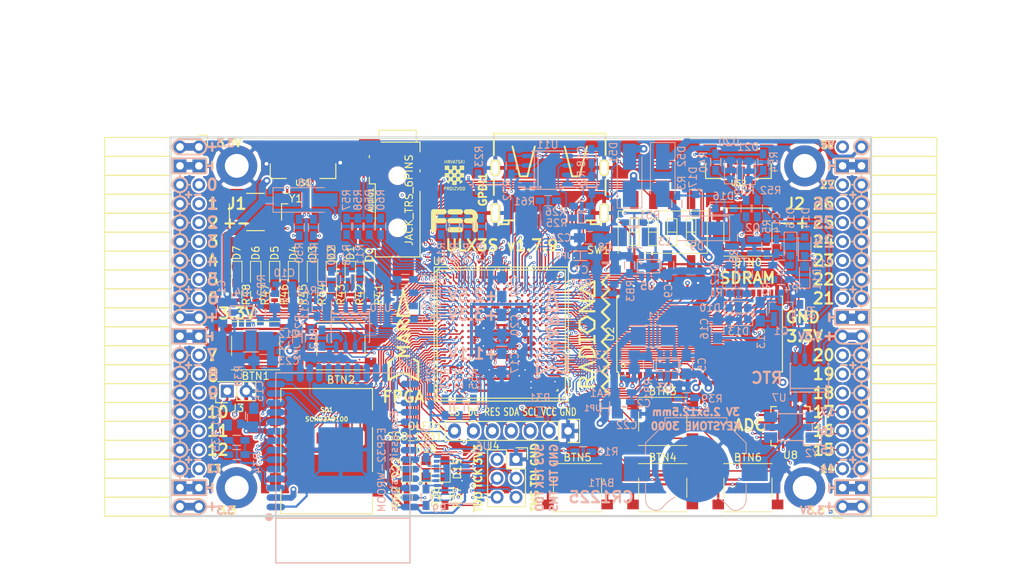
<source format=kicad_pcb>
(kicad_pcb (version 4) (host pcbnew 4.0.7+dfsg1-1)
  (layers (0 F.Cu signal) (1 In1.Cu signal) (2 In2.Cu signal) (31 B.Cu signal) (34 B.Paste user) (35 F.Paste user) (36 B.SilkS user) (37 F.SilkS user) (38 B.Mask user) (39 F.Mask user) (44 Edge.Cuts user))
  (net 0 "")
  (net 1 GND)
  (net 2 +5V)
  (net 3 /gpio/IN5V)
  (net 4 /gpio/OUT5V)
  (net 5 +3V3)
  (net 6 BTN_D)
  (net 7 BTN_F1)
  (net 8 BTN_F2)
  (net 9 BTN_L)
  (net 10 BTN_R)
  (net 11 BTN_U)
  (net 12 /power/FB1)
  (net 13 +2V5)
  (net 14 /power/PWREN)
  (net 15 /power/FB3)
  (net 16 /power/FB2)
  (net 17 "Net-(D9-Pad1)")
  (net 18 /power/VBAT)
  (net 19 JTAG_TDI)
  (net 20 JTAG_TCK)
  (net 21 JTAG_TMS)
  (net 22 JTAG_TDO)
  (net 23 /power/WAKEUPn)
  (net 24 /power/WKUP)
  (net 25 /power/SHUT)
  (net 26 /power/WAKE)
  (net 27 /power/HOLD)
  (net 28 /power/WKn)
  (net 29 /power/OSCI_32k)
  (net 30 /power/OSCO_32k)
  (net 31 "Net-(Q2-Pad3)")
  (net 32 SHUTDOWN)
  (net 33 /analog/AUDIO_L)
  (net 34 /analog/AUDIO_R)
  (net 35 GPDI_5V_SCL)
  (net 36 GPDI_5V_SDA)
  (net 37 GPDI_SDA)
  (net 38 GPDI_SCL)
  (net 39 /gpdi/VREF2)
  (net 40 SD_CMD)
  (net 41 SD_CLK)
  (net 42 SD_D0)
  (net 43 SD_D1)
  (net 44 USB5V)
  (net 45 GPDI_CEC)
  (net 46 nRESET)
  (net 47 FTDI_nDTR)
  (net 48 SDRAM_CKE)
  (net 49 SDRAM_A7)
  (net 50 SDRAM_D15)
  (net 51 SDRAM_BA1)
  (net 52 SDRAM_D7)
  (net 53 SDRAM_A6)
  (net 54 SDRAM_CLK)
  (net 55 SDRAM_D13)
  (net 56 SDRAM_BA0)
  (net 57 SDRAM_D6)
  (net 58 SDRAM_A5)
  (net 59 SDRAM_D14)
  (net 60 SDRAM_A11)
  (net 61 SDRAM_D12)
  (net 62 SDRAM_D5)
  (net 63 SDRAM_A4)
  (net 64 SDRAM_A10)
  (net 65 SDRAM_D11)
  (net 66 SDRAM_A3)
  (net 67 SDRAM_D4)
  (net 68 SDRAM_D10)
  (net 69 SDRAM_D9)
  (net 70 SDRAM_A9)
  (net 71 SDRAM_D3)
  (net 72 SDRAM_D8)
  (net 73 SDRAM_A8)
  (net 74 SDRAM_A2)
  (net 75 SDRAM_A1)
  (net 76 SDRAM_A0)
  (net 77 SDRAM_D2)
  (net 78 SDRAM_D1)
  (net 79 SDRAM_D0)
  (net 80 SDRAM_DQM0)
  (net 81 SDRAM_nCS)
  (net 82 SDRAM_nRAS)
  (net 83 SDRAM_DQM1)
  (net 84 SDRAM_nCAS)
  (net 85 SDRAM_nWE)
  (net 86 /flash/FLASH_nWP)
  (net 87 /flash/FLASH_nHOLD)
  (net 88 /flash/FLASH_MOSI)
  (net 89 /flash/FLASH_MISO)
  (net 90 /flash/FLASH_SCK)
  (net 91 /flash/FLASH_nCS)
  (net 92 /flash/FPGA_PROGRAMN)
  (net 93 /flash/FPGA_DONE)
  (net 94 /flash/FPGA_INITN)
  (net 95 OLED_RES)
  (net 96 OLED_DC)
  (net 97 OLED_CS)
  (net 98 WIFI_EN)
  (net 99 FTDI_nRTS)
  (net 100 FTDI_TXD)
  (net 101 FTDI_RXD)
  (net 102 WIFI_RXD)
  (net 103 WIFI_GPIO0)
  (net 104 WIFI_TXD)
  (net 105 GPDI_ETH-)
  (net 106 GPDI_ETH+)
  (net 107 GPDI_D2+)
  (net 108 GPDI_D2-)
  (net 109 GPDI_D1+)
  (net 110 GPDI_D1-)
  (net 111 GPDI_D0+)
  (net 112 GPDI_D0-)
  (net 113 GPDI_CLK+)
  (net 114 GPDI_CLK-)
  (net 115 USB_FTDI_D+)
  (net 116 USB_FTDI_D-)
  (net 117 SD_D3)
  (net 118 AUDIO_L3)
  (net 119 AUDIO_L2)
  (net 120 AUDIO_L1)
  (net 121 AUDIO_L0)
  (net 122 AUDIO_R3)
  (net 123 AUDIO_R2)
  (net 124 AUDIO_R1)
  (net 125 AUDIO_R0)
  (net 126 OLED_CLK)
  (net 127 OLED_MOSI)
  (net 128 LED0)
  (net 129 LED1)
  (net 130 LED2)
  (net 131 LED3)
  (net 132 LED4)
  (net 133 LED5)
  (net 134 LED6)
  (net 135 LED7)
  (net 136 BTN_PWRn)
  (net 137 FTDI_nTXLED)
  (net 138 FTDI_nSLEEP)
  (net 139 /blinkey/LED_PWREN)
  (net 140 /blinkey/LED_TXLED)
  (net 141 /sdcard/SD3V3)
  (net 142 SD_D2)
  (net 143 CLK_25MHz)
  (net 144 /blinkey/BTNPUL)
  (net 145 /blinkey/BTNPUR)
  (net 146 USB_FPGA_D+)
  (net 147 /power/FTDI_nSUSPEND)
  (net 148 /blinkey/ALED0)
  (net 149 /blinkey/ALED1)
  (net 150 /blinkey/ALED2)
  (net 151 /blinkey/ALED3)
  (net 152 /blinkey/ALED4)
  (net 153 /blinkey/ALED5)
  (net 154 /blinkey/ALED6)
  (net 155 /blinkey/ALED7)
  (net 156 /usb/FTD-)
  (net 157 /usb/FTD+)
  (net 158 ADC_MISO)
  (net 159 ADC_MOSI)
  (net 160 ADC_CSn)
  (net 161 ADC_SCLK)
  (net 162 SW3)
  (net 163 SW2)
  (net 164 SW1)
  (net 165 USB_FPGA_D-)
  (net 166 /usb/FPD+)
  (net 167 /usb/FPD-)
  (net 168 WIFI_GPIO16)
  (net 169 /usb/ANT_433MHz)
  (net 170 /power/PWRBTn)
  (net 171 PROG_DONE)
  (net 172 /power/P3V3)
  (net 173 /power/P2V5)
  (net 174 /power/L1)
  (net 175 /power/L3)
  (net 176 /power/L2)
  (net 177 FTDI_TXDEN)
  (net 178 SDRAM_A12)
  (net 179 /analog/AUDIO_V)
  (net 180 AUDIO_V3)
  (net 181 AUDIO_V2)
  (net 182 AUDIO_V1)
  (net 183 AUDIO_V0)
  (net 184 /gpdi/FPGA_CEC)
  (net 185 /blinkey/LED_WIFI)
  (net 186 /power/P1V1)
  (net 187 +1V1)
  (net 188 SW4)
  (net 189 /blinkey/SWPU)
  (net 190 /wifi/WIFIEN)
  (net 191 FT2V5)
  (net 192 GN0)
  (net 193 GP0)
  (net 194 GN1)
  (net 195 GP1)
  (net 196 GN2)
  (net 197 GP2)
  (net 198 GN3)
  (net 199 GP3)
  (net 200 GN4)
  (net 201 GP4)
  (net 202 GN5)
  (net 203 GP5)
  (net 204 GN6)
  (net 205 GP6)
  (net 206 GN14)
  (net 207 GP14)
  (net 208 GN15)
  (net 209 GP15)
  (net 210 GN16)
  (net 211 GP16)
  (net 212 GN17)
  (net 213 GP17)
  (net 214 GN18)
  (net 215 GP18)
  (net 216 GN19)
  (net 217 GP19)
  (net 218 GN20)
  (net 219 GP20)
  (net 220 GN21)
  (net 221 GP21)
  (net 222 GN22)
  (net 223 GP22)
  (net 224 GN23)
  (net 225 GP23)
  (net 226 GN24)
  (net 227 GP24)
  (net 228 GN25)
  (net 229 GP25)
  (net 230 GN26)
  (net 231 GP26)
  (net 232 GN27)
  (net 233 GP27)
  (net 234 GN7)
  (net 235 GP7)
  (net 236 GN8)
  (net 237 GP8)
  (net 238 GN9)
  (net 239 GP9)
  (net 240 GN10)
  (net 241 GP10)
  (net 242 GN11)
  (net 243 GP11)
  (net 244 GN12)
  (net 245 GP12)
  (net 246 GN13)
  (net 247 GP13)
  (net 248 WIFI_GPIO5)
  (net 249 WIFI_GPIO17)
  (module Socket_Strips:Socket_Strip_Angled_2x20 (layer F.Cu) (at 97.91 62.69 270)
    (fp_text reference J1 (at 7.62 -5.08 360) (layer F.SilkS) (effects (font (size 1.5 1.5) (thickness 0.3))))
    (fp_text value CONN_02X20 hide)
    (pad 1 thru_hole oval (at 0 0 270) (size 1.7272 1.7272) (drill 1.016) (layers *.Cu *.Mask) (net 5 +3V3))
    (pad 2 thru_hole oval (at 0 2.54 270) (size 1.7272 1.7272) (drill 1.016) (layers *.Cu *.Mask) (net 5 +3V3))
    (pad 3 thru_hole rect (at 2.54 0 270) (size 1.7272 1.7272) (drill 1.016) (layers *.Cu *.Mask) (net 1 GND))
    (pad 4 thru_hole rect (at 2.54 2.54 270) (size 1.7272 1.7272) (drill 1.016) (layers *.Cu *.Mask) (net 1 GND))
    (pad 5 thru_hole oval (at 5.08 0 270) (size 1.7272 1.7272) (drill 1.016) (layers *.Cu *.Mask) (net 192 GN0))
    (pad 6 thru_hole oval (at 5.08 2.54 270) (size 1.7272 1.7272) (drill 1.016) (layers *.Cu *.Mask) (net 193 GP0))
    (pad 7 thru_hole oval (at 7.62 0 270) (size 1.7272 1.7272) (drill 1.016) (layers *.Cu *.Mask) (net 194 GN1))
    (pad 8 thru_hole oval (at 7.62 2.54 270) (size 1.7272 1.7272) (drill 1.016) (layers *.Cu *.Mask) (net 195 GP1))
    (pad 9 thru_hole oval (at 10.16 0 270) (size 1.7272 1.7272) (drill 1.016) (layers *.Cu *.Mask) (net 196 GN2))
    (pad 10 thru_hole oval (at 10.16 2.54 270) (size 1.7272 1.7272) (drill 1.016) (layers *.Cu *.Mask) (net 197 GP2))
    (pad 11 thru_hole oval (at 12.7 0 270) (size 1.7272 1.7272) (drill 1.016) (layers *.Cu *.Mask) (net 198 GN3))
    (pad 12 thru_hole oval (at 12.7 2.54 270) (size 1.7272 1.7272) (drill 1.016) (layers *.Cu *.Mask) (net 199 GP3))
    (pad 13 thru_hole oval (at 15.24 0 270) (size 1.7272 1.7272) (drill 1.016) (layers *.Cu *.Mask) (net 200 GN4))
    (pad 14 thru_hole oval (at 15.24 2.54 270) (size 1.7272 1.7272) (drill 1.016) (layers *.Cu *.Mask) (net 201 GP4))
    (pad 15 thru_hole oval (at 17.78 0 270) (size 1.7272 1.7272) (drill 1.016) (layers *.Cu *.Mask) (net 202 GN5))
    (pad 16 thru_hole oval (at 17.78 2.54 270) (size 1.7272 1.7272) (drill 1.016) (layers *.Cu *.Mask) (net 203 GP5))
    (pad 17 thru_hole oval (at 20.32 0 270) (size 1.7272 1.7272) (drill 1.016) (layers *.Cu *.Mask) (net 204 GN6))
    (pad 18 thru_hole oval (at 20.32 2.54 270) (size 1.7272 1.7272) (drill 1.016) (layers *.Cu *.Mask) (net 205 GP6))
    (pad 19 thru_hole oval (at 22.86 0 270) (size 1.7272 1.7272) (drill 1.016) (layers *.Cu *.Mask) (net 5 +3V3))
    (pad 20 thru_hole oval (at 22.86 2.54 270) (size 1.7272 1.7272) (drill 1.016) (layers *.Cu *.Mask) (net 5 +3V3))
    (pad 21 thru_hole rect (at 25.4 0 270) (size 1.7272 1.7272) (drill 1.016) (layers *.Cu *.Mask) (net 1 GND))
    (pad 22 thru_hole rect (at 25.4 2.54 270) (size 1.7272 1.7272) (drill 1.016) (layers *.Cu *.Mask) (net 1 GND))
    (pad 23 thru_hole oval (at 27.94 0 270) (size 1.7272 1.7272) (drill 1.016) (layers *.Cu *.Mask) (net 234 GN7))
    (pad 24 thru_hole oval (at 27.94 2.54 270) (size 1.7272 1.7272) (drill 1.016) (layers *.Cu *.Mask) (net 235 GP7))
    (pad 25 thru_hole oval (at 30.48 0 270) (size 1.7272 1.7272) (drill 1.016) (layers *.Cu *.Mask) (net 236 GN8))
    (pad 26 thru_hole oval (at 30.48 2.54 270) (size 1.7272 1.7272) (drill 1.016) (layers *.Cu *.Mask) (net 237 GP8))
    (pad 27 thru_hole oval (at 33.02 0 270) (size 1.7272 1.7272) (drill 1.016) (layers *.Cu *.Mask) (net 238 GN9))
    (pad 28 thru_hole oval (at 33.02 2.54 270) (size 1.7272 1.7272) (drill 1.016) (layers *.Cu *.Mask) (net 239 GP9))
    (pad 29 thru_hole oval (at 35.56 0 270) (size 1.7272 1.7272) (drill 1.016) (layers *.Cu *.Mask) (net 240 GN10))
    (pad 30 thru_hole oval (at 35.56 2.54 270) (size 1.7272 1.7272) (drill 1.016) (layers *.Cu *.Mask) (net 241 GP10))
    (pad 31 thru_hole oval (at 38.1 0 270) (size 1.7272 1.7272) (drill 1.016) (layers *.Cu *.Mask) (net 242 GN11))
    (pad 32 thru_hole oval (at 38.1 2.54 270) (size 1.7272 1.7272) (drill 1.016) (layers *.Cu *.Mask) (net 243 GP11))
    (pad 33 thru_hole oval (at 40.64 0 270) (size 1.7272 1.7272) (drill 1.016) (layers *.Cu *.Mask) (net 244 GN12))
    (pad 34 thru_hole oval (at 40.64 2.54 270) (size 1.7272 1.7272) (drill 1.016) (layers *.Cu *.Mask) (net 245 GP12))
    (pad 35 thru_hole oval (at 43.18 0 270) (size 1.7272 1.7272) (drill 1.016) (layers *.Cu *.Mask) (net 246 GN13))
    (pad 36 thru_hole oval (at 43.18 2.54 270) (size 1.7272 1.7272) (drill 1.016) (layers *.Cu *.Mask) (net 247 GP13))
    (pad 37 thru_hole rect (at 45.72 0 270) (size 1.7272 1.7272) (drill 1.016) (layers *.Cu *.Mask) (net 1 GND))
    (pad 38 thru_hole rect (at 45.72 2.54 270) (size 1.7272 1.7272) (drill 1.016) (layers *.Cu *.Mask) (net 1 GND))
    (pad 39 thru_hole oval (at 48.26 0 270) (size 1.7272 1.7272) (drill 1.016) (layers *.Cu *.Mask) (net 5 +3V3))
    (pad 40 thru_hole oval (at 48.26 2.54 270) (size 1.7272 1.7272) (drill 1.016) (layers *.Cu *.Mask) (net 5 +3V3))
  )
  (module SMD_Packages:1Pin (layer F.Cu) (at 182.67515 111.637626)
    (fp_text reference AE1 hide)
    (fp_text value 433MHz hide)
    (pad 1 smd rect (at 0 0) (size 0.5 0.5) (layers B.Cu F.Paste F.Mask) (net 169 /usb/ANT_433MHz))
  )
  (module Resistors_SMD:R_0603_HandSoldering (layer B.Cu) (at 103.498 98.758 90)
    (fp_text reference R38 (at 5.334 -0.254 90) (layer B.SilkS) (effects (justify mirror)))
    (fp_text value 0.47)
    (pad 1 smd rect (at -1.1 0 90) (size 1.2 0.9) (layers B.Cu B.Paste B.Mask) (net 141 /sdcard/SD3V3))
    (pad 2 smd rect (at 1.1 0 90) (size 1.2 0.9) (layers B.Cu B.Paste B.Mask) (net 5 +3V3))
  )
  (module jumper:SOLDER-JUMPER_1-WAY (layer B.Cu) (at 152.393 97.742 270)
    (fp_text reference JP1 (at 0 1.778 360) (layer B.SilkS) (effects (font (size 0.762 0.762) (thickness 0.1524)) (justify mirror)))
    (fp_text value 1.2 hide)
    (pad 1 smd rect (at -0.6 0 270) (size 1 1) (layers B.Cu B.Paste B.Mask) (net 186 /power/P1V1))
    (pad 2 smd rect (at 0.6 0 270) (size 1 1) (layers B.Cu B.Paste B.Mask) (net 187 +1V1))
  )
  (module Diodes_SMD:D_SMA_Handsoldering (layer B.Cu) (at 155.695 66.5 90)
    (fp_text reference D51 (at 3.048 -2.159 90) (layer B.SilkS) (effects (justify mirror)))
    (fp_text value STPS2L30AF hide)
    (pad 1 smd rect (at -2.5 0 90) (size 3.5 1.8) (layers B.Cu B.Paste B.Mask) (net 2 +5V))
    (pad 2 smd rect (at 2.5 0 90) (size 3.5 1.8) (layers B.Cu B.Paste B.Mask) (net 3 /gpio/IN5V))
  )
  (module Resistors_SMD:R_0603_HandSoldering (layer B.Cu) (at 156.33 72.85 180)
    (fp_text reference R51 (at -2.032 1.016 180) (layer B.SilkS) (effects (justify mirror)))
    (fp_text value 150)
    (pad 1 smd rect (at -1.1 0 180) (size 1.2 0.9) (layers B.Cu B.Paste B.Mask) (net 5 +3V3))
    (pad 2 smd rect (at 1.1 0 180) (size 1.2 0.9) (layers B.Cu B.Paste B.Mask) (net 189 /blinkey/SWPU))
  )
  (module Resistors_SMD:R_1210_HandSoldering (layer B.Cu) (at 158.87 88.09 180)
    (fp_text reference L1 (at 0 2.7 180) (layer B.SilkS) (effects (justify mirror)))
    (fp_text value 2.2uH)
    (pad 1 smd rect (at -2 0 180) (size 2 2.5) (layers B.Cu B.Paste B.Mask) (net 174 /power/L1))
    (pad 2 smd rect (at 2 0 180) (size 2 2.5) (layers B.Cu B.Paste B.Mask) (net 186 /power/P1V1))
  )
  (module TSOT-25:TSOT-25 (layer B.Cu) (at 160.775 91.9)
    (fp_text reference U3 (at -0.381 3.048) (layer B.SilkS) (effects (font (thickness 0.2)) (justify mirror)))
    (fp_text value TLV62569DBV)
    (pad 1 smd rect (at -0.95 -1.3) (size 0.7 1.2) (layers B.Cu B.Paste B.Mask) (net 14 /power/PWREN))
    (pad 2 smd rect (at 0 -1.3) (size 0.7 1.2) (layers B.Cu B.Paste B.Mask) (net 1 GND))
    (pad 3 smd rect (at 0.95 -1.3) (size 0.7 1.2) (layers B.Cu B.Paste B.Mask) (net 174 /power/L1))
    (pad 4 smd rect (at 0.95 1.3) (size 0.7 1.2) (layers B.Cu B.Paste B.Mask) (net 2 +5V))
    (pad 5 smd rect (at -0.95 1.3) (size 0.7 1.2) (layers B.Cu B.Paste B.Mask) (net 12 /power/FB1))
  )
  (module Resistors_SMD:R_1210_HandSoldering (layer B.Cu) (at 104.895 88.725)
    (fp_text reference L2 (at 4.445 0.635) (layer B.SilkS) (effects (justify mirror)))
    (fp_text value 2.2uH)
    (pad 1 smd rect (at -2 0) (size 2 2.5) (layers B.Cu B.Paste B.Mask) (net 176 /power/L2))
    (pad 2 smd rect (at 2 0) (size 2 2.5) (layers B.Cu B.Paste B.Mask) (net 173 /power/P2V5))
  )
  (module TSOT-25:TSOT-25 (layer B.Cu) (at 103.625 84.915 180)
    (fp_text reference U4 (at 0 2.697 180) (layer B.SilkS) (effects (font (thickness 0.2)) (justify mirror)))
    (fp_text value TLV62569DBV)
    (pad 1 smd rect (at -0.95 -1.3 180) (size 0.7 1.2) (layers B.Cu B.Paste B.Mask) (net 14 /power/PWREN))
    (pad 2 smd rect (at 0 -1.3 180) (size 0.7 1.2) (layers B.Cu B.Paste B.Mask) (net 1 GND))
    (pad 3 smd rect (at 0.95 -1.3 180) (size 0.7 1.2) (layers B.Cu B.Paste B.Mask) (net 176 /power/L2))
    (pad 4 smd rect (at 0.95 1.3 180) (size 0.7 1.2) (layers B.Cu B.Paste B.Mask) (net 2 +5V))
    (pad 5 smd rect (at -0.95 1.3 180) (size 0.7 1.2) (layers B.Cu B.Paste B.Mask) (net 16 /power/FB2))
  )
  (module Resistors_SMD:R_1210_HandSoldering (layer B.Cu) (at 156.33 74.755 180)
    (fp_text reference L3 (at -4.064 -0.635 180) (layer B.SilkS) (effects (justify mirror)))
    (fp_text value 2.2uH)
    (pad 1 smd rect (at -2 0 180) (size 2 2.5) (layers B.Cu B.Paste B.Mask) (net 175 /power/L3))
    (pad 2 smd rect (at 2 0 180) (size 2 2.5) (layers B.Cu B.Paste B.Mask) (net 172 /power/P3V3))
  )
  (module TSOT-25:TSOT-25 (layer B.Cu) (at 158.235 78.692)
    (fp_text reference U5 (at -0.127 2.667) (layer B.SilkS) (effects (font (thickness 0.2)) (justify mirror)))
    (fp_text value TLV62569DBV)
    (pad 1 smd rect (at -0.95 -1.3) (size 0.7 1.2) (layers B.Cu B.Paste B.Mask) (net 14 /power/PWREN))
    (pad 2 smd rect (at 0 -1.3) (size 0.7 1.2) (layers B.Cu B.Paste B.Mask) (net 1 GND))
    (pad 3 smd rect (at 0.95 -1.3) (size 0.7 1.2) (layers B.Cu B.Paste B.Mask) (net 175 /power/L3))
    (pad 4 smd rect (at 0.95 1.3) (size 0.7 1.2) (layers B.Cu B.Paste B.Mask) (net 2 +5V))
    (pad 5 smd rect (at -0.95 1.3) (size 0.7 1.2) (layers B.Cu B.Paste B.Mask) (net 15 /power/FB3))
  )
  (module Capacitors_SMD:C_0805_HandSoldering (layer B.Cu) (at 101.085 84.915 270)
    (fp_text reference C1 (at -3.429 0.127 270) (layer B.SilkS) (effects (justify mirror)))
    (fp_text value 22uF)
    (pad 1 smd rect (at -1.25 0 270) (size 1.5 1.25) (layers B.Cu B.Paste B.Mask) (net 2 +5V))
    (pad 2 smd rect (at 1.25 0 270) (size 1.5 1.25) (layers B.Cu B.Paste B.Mask) (net 1 GND))
  )
  (module Capacitors_SMD:C_0805_HandSoldering (layer B.Cu) (at 155.06 90.63)
    (fp_text reference C3 (at -3.048 0) (layer B.SilkS) (effects (justify mirror)))
    (fp_text value 22uF)
    (pad 1 smd rect (at -1.25 0) (size 1.5 1.25) (layers B.Cu B.Paste B.Mask) (net 186 /power/P1V1))
    (pad 2 smd rect (at 1.25 0) (size 1.5 1.25) (layers B.Cu B.Paste B.Mask) (net 1 GND))
  )
  (module Capacitors_SMD:C_0805_HandSoldering (layer B.Cu) (at 155.06 92.535)
    (fp_text reference C4 (at -3.048 0.127) (layer B.SilkS) (effects (justify mirror)))
    (fp_text value 22uF)
    (pad 1 smd rect (at -1.25 0) (size 1.5 1.25) (layers B.Cu B.Paste B.Mask) (net 186 /power/P1V1))
    (pad 2 smd rect (at 1.25 0) (size 1.5 1.25) (layers B.Cu B.Paste B.Mask) (net 1 GND))
  )
  (module Capacitors_SMD:C_0805_HandSoldering (layer B.Cu) (at 163.315 91.9 90)
    (fp_text reference C5 (at 0 2.1 90) (layer B.SilkS) (effects (justify mirror)))
    (fp_text value 22uF)
    (pad 1 smd rect (at -1.25 0 90) (size 1.5 1.25) (layers B.Cu B.Paste B.Mask) (net 2 +5V))
    (pad 2 smd rect (at 1.25 0 90) (size 1.5 1.25) (layers B.Cu B.Paste B.Mask) (net 1 GND))
  )
  (module Capacitors_SMD:C_0805_HandSoldering (layer B.Cu) (at 152.52 79.2)
    (fp_text reference C7 (at -3.302 0) (layer B.SilkS) (effects (justify mirror)))
    (fp_text value 22uF)
    (pad 1 smd rect (at -1.25 0) (size 1.5 1.25) (layers B.Cu B.Paste B.Mask) (net 172 /power/P3V3))
    (pad 2 smd rect (at 1.25 0) (size 1.5 1.25) (layers B.Cu B.Paste B.Mask) (net 1 GND))
  )
  (module Capacitors_SMD:C_0805_HandSoldering (layer B.Cu) (at 152.52 77.295)
    (fp_text reference C8 (at -0.127 -1.143) (layer B.SilkS) (effects (justify mirror)))
    (fp_text value 22uF)
    (pad 1 smd rect (at -1.25 0) (size 1.5 1.25) (layers B.Cu B.Paste B.Mask) (net 172 /power/P3V3))
    (pad 2 smd rect (at 1.25 0) (size 1.5 1.25) (layers B.Cu B.Paste B.Mask) (net 1 GND))
  )
  (module Capacitors_SMD:C_0805_HandSoldering (layer B.Cu) (at 160.775 78.565 90)
    (fp_text reference C9 (at -3.429 0.127 90) (layer B.SilkS) (effects (justify mirror)))
    (fp_text value 22uF)
    (pad 1 smd rect (at -1.25 0 90) (size 1.5 1.25) (layers B.Cu B.Paste B.Mask) (net 2 +5V))
    (pad 2 smd rect (at 1.25 0 90) (size 1.5 1.25) (layers B.Cu B.Paste B.Mask) (net 1 GND))
  )
  (module Capacitors_SMD:C_0805_HandSoldering (layer B.Cu) (at 109.34 84.28 180)
    (fp_text reference C11 (at -2.794 -0.254 270) (layer B.SilkS) (effects (justify mirror)))
    (fp_text value 22uF)
    (pad 1 smd rect (at -1.25 0 180) (size 1.5 1.25) (layers B.Cu B.Paste B.Mask) (net 173 /power/P2V5))
    (pad 2 smd rect (at 1.25 0 180) (size 1.5 1.25) (layers B.Cu B.Paste B.Mask) (net 1 GND))
  )
  (module Capacitors_SMD:C_0805_HandSoldering (layer B.Cu) (at 109.34 86.185 180)
    (fp_text reference C12 (at -0.635 -1.615 360) (layer B.SilkS) (effects (justify mirror)))
    (fp_text value 22uF)
    (pad 1 smd rect (at -1.25 0 180) (size 1.5 1.25) (layers B.Cu B.Paste B.Mask) (net 173 /power/P2V5))
    (pad 2 smd rect (at 1.25 0 180) (size 1.5 1.25) (layers B.Cu B.Paste B.Mask) (net 1 GND))
  )
  (module Capacitors_SMD:C_0805_HandSoldering (layer B.Cu) (at 173.221 84.788 90)
    (fp_text reference C13 (at -3.556 0.127 90) (layer B.SilkS) (effects (justify mirror)))
    (fp_text value 2.2uF)
    (pad 1 smd rect (at -1.25 0 90) (size 1.5 1.25) (layers B.Cu B.Paste B.Mask) (net 2 +5V))
    (pad 2 smd rect (at 1.25 0 90) (size 1.5 1.25) (layers B.Cu B.Paste B.Mask) (net 24 /power/WKUP))
  )
  (module TO_SOT_Packages_SMD:SOT-23_Handsoldering (layer B.Cu) (at 176.015 84.28 90)
    (fp_text reference Q1 (at -3.1115 0 180) (layer B.SilkS) (effects (justify mirror)))
    (fp_text value BC857)
    (pad 1 smd rect (at -1.5 0.95 90) (size 1.9 0.8) (layers B.Cu B.Paste B.Mask) (net 28 /power/WKn))
    (pad 2 smd rect (at -1.5 -0.95 90) (size 1.9 0.8) (layers B.Cu B.Paste B.Mask) (net 2 +5V))
    (pad 3 smd rect (at 1.5 0 90) (size 1.9 0.8) (layers B.Cu B.Paste B.Mask) (net 24 /power/WKUP))
  )
  (module TO_SOT_Packages_SMD:SOT-23_Handsoldering (layer B.Cu) (at 170.935 76.025 180)
    (fp_text reference Q2 (at -1.295 2.5 180) (layer B.SilkS) (effects (justify mirror)))
    (fp_text value 2N7002)
    (pad 1 smd rect (at -1.5 0.95 180) (size 1.9 0.8) (layers B.Cu B.Paste B.Mask) (net 25 /power/SHUT))
    (pad 2 smd rect (at -1.5 -0.95 180) (size 1.9 0.8) (layers B.Cu B.Paste B.Mask) (net 1 GND))
    (pad 3 smd rect (at 1.5 0 180) (size 1.9 0.8) (layers B.Cu B.Paste B.Mask) (net 31 "Net-(Q2-Pad3)"))
  )
  (module Capacitors_SMD:C_0603_HandSoldering (layer B.Cu) (at 154.86 96.91)
    (fp_text reference C2 (at 2.74 0.197) (layer B.SilkS) (effects (justify mirror)))
    (fp_text value 470pF)
    (pad 1 smd rect (at -0.95 0) (size 1.2 0.75) (layers B.Cu B.Paste B.Mask) (net 186 /power/P1V1))
    (pad 2 smd rect (at 0.95 0) (size 1.2 0.75) (layers B.Cu B.Paste B.Mask) (net 12 /power/FB1))
  )
  (module Capacitors_SMD:C_0603_HandSoldering (layer B.Cu) (at 152.52 82.375)
    (fp_text reference C6 (at -2.794 0.127) (layer B.SilkS) (effects (justify mirror)))
    (fp_text value 470pF)
    (pad 1 smd rect (at -0.95 0) (size 1.2 0.75) (layers B.Cu B.Paste B.Mask) (net 172 /power/P3V3))
    (pad 2 smd rect (at 0.95 0) (size 1.2 0.75) (layers B.Cu B.Paste B.Mask) (net 15 /power/FB3))
  )
  (module Capacitors_SMD:C_0603_HandSoldering (layer B.Cu) (at 109.34 81.105 180)
    (fp_text reference C10 (at -0.04 1.505 180) (layer B.SilkS) (effects (justify mirror)))
    (fp_text value 470pF)
    (pad 1 smd rect (at -0.95 0 180) (size 1.2 0.75) (layers B.Cu B.Paste B.Mask) (net 173 /power/P2V5))
    (pad 2 smd rect (at 0.95 0 180) (size 1.2 0.75) (layers B.Cu B.Paste B.Mask) (net 16 /power/FB2))
  )
  (module Capacitors_SMD:C_0603_HandSoldering (layer B.Cu) (at 175.38 76.025 270)
    (fp_text reference C14 (at -3.175 0 270) (layer B.SilkS) (effects (justify mirror)))
    (fp_text value 100nF)
    (pad 1 smd rect (at -0.95 0 270) (size 1.2 0.75) (layers B.Cu B.Paste B.Mask) (net 25 /power/SHUT))
    (pad 2 smd rect (at 0.95 0 270) (size 1.2 0.75) (layers B.Cu B.Paste B.Mask) (net 1 GND))
  )
  (module Resistors_SMD:R_0603_HandSoldering (layer B.Cu) (at 170.3 82.375)
    (fp_text reference R1 (at -3.048 -0.127) (layer B.SilkS) (effects (justify mirror)))
    (fp_text value 15k)
    (pad 1 smd rect (at -1.1 0) (size 1.2 0.9) (layers B.Cu B.Paste B.Mask) (net 26 /power/WAKE))
    (pad 2 smd rect (at 1.1 0) (size 1.2 0.9) (layers B.Cu B.Paste B.Mask) (net 14 /power/PWREN))
  )
  (module Resistors_SMD:R_0603_HandSoldering (layer B.Cu) (at 172.84 79.835 90)
    (fp_text reference R2 (at -1.905 1.27 90) (layer B.SilkS) (effects (justify mirror)))
    (fp_text value 47k)
    (pad 1 smd rect (at -1.1 0 90) (size 1.2 0.9) (layers B.Cu B.Paste B.Mask) (net 14 /power/PWREN))
    (pad 2 smd rect (at 1.1 0 90) (size 1.2 0.9) (layers B.Cu B.Paste B.Mask) (net 1 GND))
  )
  (module Resistors_SMD:R_0603_HandSoldering (layer B.Cu) (at 176.015 80.47 180)
    (fp_text reference R4 (at -1.397 -1.27 360) (layer B.SilkS) (effects (justify mirror)))
    (fp_text value 4.7k)
    (pad 1 smd rect (at -1.1 0 180) (size 1.2 0.9) (layers B.Cu B.Paste B.Mask) (net 27 /power/HOLD))
    (pad 2 smd rect (at 1.1 0 180) (size 1.2 0.9) (layers B.Cu B.Paste B.Mask) (net 14 /power/PWREN))
  )
  (module Resistors_SMD:R_0603_HandSoldering (layer B.Cu) (at 174.11 76.025 270)
    (fp_text reference R5 (at -2.667 0 270) (layer B.SilkS) (effects (justify mirror)))
    (fp_text value 4.7M)
    (pad 1 smd rect (at -1.1 0 270) (size 1.2 0.9) (layers B.Cu B.Paste B.Mask) (net 25 /power/SHUT))
    (pad 2 smd rect (at 1.1 0 270) (size 1.2 0.9) (layers B.Cu B.Paste B.Mask) (net 1 GND))
  )
  (module Resistors_SMD:R_0603_HandSoldering (layer B.Cu) (at 178.555 84.915 270)
    (fp_text reference R6 (at 0 -1.524 270) (layer B.SilkS) (effects (justify mirror)))
    (fp_text value 1k)
    (pad 1 smd rect (at -1.1 0 270) (size 1.2 0.9) (layers B.Cu B.Paste B.Mask) (net 28 /power/WKn))
    (pad 2 smd rect (at 1.1 0 270) (size 1.2 0.9) (layers B.Cu B.Paste B.Mask) (net 23 /power/WAKEUPn))
  )
  (module Resistors_SMD:R_0603_HandSoldering (layer B.Cu) (at 113.785 84.28 270)
    (fp_text reference R7 (at -2.794 -0.635 270) (layer B.SilkS) (effects (justify mirror)))
    (fp_text value 150)
    (pad 1 smd rect (at -1.1 0 270) (size 1.2 0.9) (layers B.Cu B.Paste B.Mask) (net 5 +3V3))
    (pad 2 smd rect (at 1.1 0 270) (size 1.2 0.9) (layers B.Cu B.Paste B.Mask) (net 144 /blinkey/BTNPUL))
  )
  (module Resistors_SMD:R_0603_HandSoldering (layer B.Cu) (at 170.935 79.835 90)
    (fp_text reference R8 (at 2.54 -1.27 90) (layer B.SilkS) (effects (justify mirror)))
    (fp_text value 1k)
    (pad 1 smd rect (at -1.1 0 90) (size 1.2 0.9) (layers B.Cu B.Paste B.Mask) (net 14 /power/PWREN))
    (pad 2 smd rect (at 1.1 0 90) (size 1.2 0.9) (layers B.Cu B.Paste B.Mask) (net 31 "Net-(Q2-Pad3)"))
  )
  (module Resistors_SMD:R_0603_HandSoldering (layer B.Cu) (at 128.39 109.68 270)
    (fp_text reference R9 (at 1.524 -1.778 360) (layer B.SilkS) (effects (justify mirror)))
    (fp_text value 15k)
    (pad 1 smd rect (at -1.1 0 270) (size 1.2 0.9) (layers B.Cu B.Paste B.Mask) (net 46 nRESET))
    (pad 2 smd rect (at 1.1 0 270) (size 1.2 0.9) (layers B.Cu B.Paste B.Mask) (net 191 FT2V5))
  )
  (module Resistors_SMD:R_0603_HandSoldering (layer B.Cu) (at 149.472 103.584 180)
    (fp_text reference R10 (at -3.302 0 180) (layer B.SilkS) (effects (justify mirror)))
    (fp_text value 150)
    (pad 1 smd rect (at -1.1 0 180) (size 1.2 0.9) (layers B.Cu B.Paste B.Mask) (net 147 /power/FTDI_nSUSPEND))
    (pad 2 smd rect (at 1.1 0 180) (size 1.2 0.9) (layers B.Cu B.Paste B.Mask) (net 138 FTDI_nSLEEP))
  )
  (module Resistors_SMD:R_0603_HandSoldering (layer B.Cu) (at 176.015 78.565 180)
    (fp_text reference R13 (at -5.588 0.254 180) (layer B.SilkS) (effects (justify mirror)))
    (fp_text value 15k)
    (pad 1 smd rect (at -1.1 0 180) (size 1.2 0.9) (layers B.Cu B.Paste B.Mask) (net 32 SHUTDOWN))
    (pad 2 smd rect (at 1.1 0 180) (size 1.2 0.9) (layers B.Cu B.Paste B.Mask) (net 1 GND))
  )
  (module Resistors_SMD:R_0603_HandSoldering (layer B.Cu) (at 154.86 95.64)
    (fp_text reference RA1 (at -3.102 0.07) (layer B.SilkS) (effects (justify mirror)))
    (fp_text value 15k)
    (pad 1 smd rect (at -1.1 0) (size 1.2 0.9) (layers B.Cu B.Paste B.Mask) (net 186 /power/P1V1))
    (pad 2 smd rect (at 1.1 0) (size 1.2 0.9) (layers B.Cu B.Paste B.Mask) (net 12 /power/FB1))
  )
  (module Resistors_SMD:R_0603_HandSoldering (layer B.Cu) (at 109.34 82.375 180)
    (fp_text reference RA2 (at -3.048 0.381 360) (layer B.SilkS) (effects (justify mirror)))
    (fp_text value 15k)
    (pad 1 smd rect (at -1.1 0 180) (size 1.2 0.9) (layers B.Cu B.Paste B.Mask) (net 173 /power/P2V5))
    (pad 2 smd rect (at 1.1 0 180) (size 1.2 0.9) (layers B.Cu B.Paste B.Mask) (net 16 /power/FB2))
  )
  (module Resistors_SMD:R_0603_HandSoldering (layer B.Cu) (at 152.52 81.105)
    (fp_text reference RA3 (at -3.302 -0.127) (layer B.SilkS) (effects (justify mirror)))
    (fp_text value 15k)
    (pad 1 smd rect (at -1.1 0) (size 1.2 0.9) (layers B.Cu B.Paste B.Mask) (net 172 /power/P3V3))
    (pad 2 smd rect (at 1.1 0) (size 1.2 0.9) (layers B.Cu B.Paste B.Mask) (net 15 /power/FB3))
  )
  (module Resistors_SMD:R_0603_HandSoldering (layer B.Cu) (at 158.235 91.9 270)
    (fp_text reference RB1 (at 3.302 0 270) (layer B.SilkS) (effects (justify mirror)))
    (fp_text value 18k)
    (pad 1 smd rect (at -1.1 0 270) (size 1.2 0.9) (layers B.Cu B.Paste B.Mask) (net 1 GND))
    (pad 2 smd rect (at 1.1 0 270) (size 1.2 0.9) (layers B.Cu B.Paste B.Mask) (net 12 /power/FB1))
  )
  (module Resistors_SMD:R_0603_HandSoldering (layer B.Cu) (at 106.165 84.915 90)
    (fp_text reference RB2 (at 3.683 0.127 90) (layer B.SilkS) (effects (justify mirror)))
    (fp_text value 4.7k)
    (pad 1 smd rect (at -1.1 0 90) (size 1.2 0.9) (layers B.Cu B.Paste B.Mask) (net 1 GND))
    (pad 2 smd rect (at 1.1 0 90) (size 1.2 0.9) (layers B.Cu B.Paste B.Mask) (net 16 /power/FB2))
  )
  (module Resistors_SMD:R_0603_HandSoldering (layer B.Cu) (at 155.695 78.565 270)
    (fp_text reference RB3 (at 3.429 -0.127 270) (layer B.SilkS) (effects (justify mirror)))
    (fp_text value 3.3k)
    (pad 1 smd rect (at -1.1 0 270) (size 1.2 0.9) (layers B.Cu B.Paste B.Mask) (net 1 GND))
    (pad 2 smd rect (at 1.1 0 270) (size 1.2 0.9) (layers B.Cu B.Paste B.Mask) (net 15 /power/FB3))
  )
  (module Resistors_SMD:R_0603_HandSoldering (layer B.Cu) (at 125.596 85.804 180)
    (fp_text reference R14 (at -3.47 0.127 180) (layer B.SilkS) (effects (justify mirror)))
    (fp_text value 1.2k)
    (pad 1 smd rect (at -1.1 0 180) (size 1.2 0.9) (layers B.Cu B.Paste B.Mask) (net 121 AUDIO_L0))
    (pad 2 smd rect (at 1.1 0 180) (size 1.2 0.9) (layers B.Cu B.Paste B.Mask) (net 33 /analog/AUDIO_L))
  )
  (module Resistors_SMD:R_0603_HandSoldering (layer B.Cu) (at 125.596 84.026 180)
    (fp_text reference R15 (at -3.47 -0.001 180) (layer B.SilkS) (effects (justify mirror)))
    (fp_text value 680)
    (pad 1 smd rect (at -1.1 0 180) (size 1.2 0.9) (layers B.Cu B.Paste B.Mask) (net 120 AUDIO_L1))
    (pad 2 smd rect (at 1.1 0 180) (size 1.2 0.9) (layers B.Cu B.Paste B.Mask) (net 33 /analog/AUDIO_L))
  )
  (module Resistors_SMD:R_0603_HandSoldering (layer B.Cu) (at 125.596 82.248 180)
    (fp_text reference R16 (at -3.47 -0.127 180) (layer B.SilkS) (effects (justify mirror)))
    (fp_text value 330)
    (pad 1 smd rect (at -1.1 0 180) (size 1.2 0.9) (layers B.Cu B.Paste B.Mask) (net 119 AUDIO_L2))
    (pad 2 smd rect (at 1.1 0 180) (size 1.2 0.9) (layers B.Cu B.Paste B.Mask) (net 33 /analog/AUDIO_L))
  )
  (module Resistors_SMD:R_0603_HandSoldering (layer B.Cu) (at 125.596 80.47 180)
    (fp_text reference R17 (at -3.47 0 180) (layer B.SilkS) (effects (justify mirror)))
    (fp_text value 150)
    (pad 1 smd rect (at -1.1 0 180) (size 1.2 0.9) (layers B.Cu B.Paste B.Mask) (net 118 AUDIO_L3))
    (pad 2 smd rect (at 1.1 0 180) (size 1.2 0.9) (layers B.Cu B.Paste B.Mask) (net 33 /analog/AUDIO_L))
  )
  (module Resistors_SMD:R_0603_HandSoldering (layer B.Cu) (at 130.422 73.358 90)
    (fp_text reference R18 (at -3.556 0 90) (layer B.SilkS) (effects (justify mirror)))
    (fp_text value 1.2k)
    (pad 1 smd rect (at -1.1 0 90) (size 1.2 0.9) (layers B.Cu B.Paste B.Mask) (net 125 AUDIO_R0))
    (pad 2 smd rect (at 1.1 0 90) (size 1.2 0.9) (layers B.Cu B.Paste B.Mask) (net 34 /analog/AUDIO_R))
  )
  (module Resistors_SMD:R_0603_HandSoldering (layer B.Cu) (at 132.2 73.358 90)
    (fp_text reference R19 (at -3.556 0 90) (layer B.SilkS) (effects (justify mirror)))
    (fp_text value 680)
    (pad 1 smd rect (at -1.1 0 90) (size 1.2 0.9) (layers B.Cu B.Paste B.Mask) (net 124 AUDIO_R1))
    (pad 2 smd rect (at 1.1 0 90) (size 1.2 0.9) (layers B.Cu B.Paste B.Mask) (net 34 /analog/AUDIO_R))
  )
  (module Resistors_SMD:R_0603_HandSoldering (layer B.Cu) (at 133.978 73.358 90)
    (fp_text reference R20 (at -3.556 0 90) (layer B.SilkS) (effects (justify mirror)))
    (fp_text value 330)
    (pad 1 smd rect (at -1.1 0 90) (size 1.2 0.9) (layers B.Cu B.Paste B.Mask) (net 123 AUDIO_R2))
    (pad 2 smd rect (at 1.1 0 90) (size 1.2 0.9) (layers B.Cu B.Paste B.Mask) (net 34 /analog/AUDIO_R))
  )
  (module Resistors_SMD:R_0603_HandSoldering (layer B.Cu) (at 135.756 73.358 90)
    (fp_text reference R21 (at -3.556 0 90) (layer B.SilkS) (effects (justify mirror)))
    (fp_text value 150)
    (pad 1 smd rect (at -1.1 0 90) (size 1.2 0.9) (layers B.Cu B.Paste B.Mask) (net 122 AUDIO_R3))
    (pad 2 smd rect (at 1.1 0 90) (size 1.2 0.9) (layers B.Cu B.Paste B.Mask) (net 34 /analog/AUDIO_R))
  )
  (module Capacitors_SMD:C_0603_HandSoldering (layer B.Cu) (at 150.5896 63.96 90)
    (fp_text reference C18 (at 0 -1.3716 90) (layer B.SilkS) (effects (justify mirror)))
    (fp_text value 470pF)
    (pad 1 smd rect (at -0.95 0 90) (size 1.2 0.75) (layers B.Cu B.Paste B.Mask) (net 39 /gpdi/VREF2))
    (pad 2 smd rect (at 0.95 0 90) (size 1.2 0.75) (layers B.Cu B.Paste B.Mask) (net 1 GND))
  )
  (module Socket_Strips:Socket_Strip_Angled_2x20 (layer F.Cu) (at 184.27 110.95 90)
    (fp_text reference J2 (at 40.64 -6.35 180) (layer F.SilkS) (effects (font (size 1.5 1.5) (thickness 0.3))))
    (fp_text value CONN_02X20 hide)
    (pad 1 thru_hole oval (at 0 0 90) (size 1.7272 1.7272) (drill 1.016) (layers *.Cu *.Mask) (net 5 +3V3))
    (pad 2 thru_hole oval (at 0 2.54 90) (size 1.7272 1.7272) (drill 1.016) (layers *.Cu *.Mask) (net 5 +3V3))
    (pad 3 thru_hole rect (at 2.54 0 90) (size 1.7272 1.7272) (drill 1.016) (layers *.Cu *.Mask) (net 1 GND))
    (pad 4 thru_hole rect (at 2.54 2.54 90) (size 1.7272 1.7272) (drill 1.016) (layers *.Cu *.Mask) (net 1 GND))
    (pad 5 thru_hole oval (at 5.08 0 90) (size 1.7272 1.7272) (drill 1.016) (layers *.Cu *.Mask) (net 206 GN14))
    (pad 6 thru_hole oval (at 5.08 2.54 90) (size 1.7272 1.7272) (drill 1.016) (layers *.Cu *.Mask) (net 207 GP14))
    (pad 7 thru_hole oval (at 7.62 0 90) (size 1.7272 1.7272) (drill 1.016) (layers *.Cu *.Mask) (net 208 GN15))
    (pad 8 thru_hole oval (at 7.62 2.54 90) (size 1.7272 1.7272) (drill 1.016) (layers *.Cu *.Mask) (net 209 GP15))
    (pad 9 thru_hole oval (at 10.16 0 90) (size 1.7272 1.7272) (drill 1.016) (layers *.Cu *.Mask) (net 210 GN16))
    (pad 10 thru_hole oval (at 10.16 2.54 90) (size 1.7272 1.7272) (drill 1.016) (layers *.Cu *.Mask) (net 211 GP16))
    (pad 11 thru_hole oval (at 12.7 0 90) (size 1.7272 1.7272) (drill 1.016) (layers *.Cu *.Mask) (net 212 GN17))
    (pad 12 thru_hole oval (at 12.7 2.54 90) (size 1.7272 1.7272) (drill 1.016) (layers *.Cu *.Mask) (net 213 GP17))
    (pad 13 thru_hole oval (at 15.24 0 90) (size 1.7272 1.7272) (drill 1.016) (layers *.Cu *.Mask) (net 214 GN18))
    (pad 14 thru_hole oval (at 15.24 2.54 90) (size 1.7272 1.7272) (drill 1.016) (layers *.Cu *.Mask) (net 215 GP18))
    (pad 15 thru_hole oval (at 17.78 0 90) (size 1.7272 1.7272) (drill 1.016) (layers *.Cu *.Mask) (net 216 GN19))
    (pad 16 thru_hole oval (at 17.78 2.54 90) (size 1.7272 1.7272) (drill 1.016) (layers *.Cu *.Mask) (net 217 GP19))
    (pad 17 thru_hole oval (at 20.32 0 90) (size 1.7272 1.7272) (drill 1.016) (layers *.Cu *.Mask) (net 218 GN20))
    (pad 18 thru_hole oval (at 20.32 2.54 90) (size 1.7272 1.7272) (drill 1.016) (layers *.Cu *.Mask) (net 219 GP20))
    (pad 19 thru_hole oval (at 22.86 0 90) (size 1.7272 1.7272) (drill 1.016) (layers *.Cu *.Mask) (net 5 +3V3))
    (pad 20 thru_hole oval (at 22.86 2.54 90) (size 1.7272 1.7272) (drill 1.016) (layers *.Cu *.Mask) (net 5 +3V3))
    (pad 21 thru_hole rect (at 25.4 0 90) (size 1.7272 1.7272) (drill 1.016) (layers *.Cu *.Mask) (net 1 GND))
    (pad 22 thru_hole rect (at 25.4 2.54 90) (size 1.7272 1.7272) (drill 1.016) (layers *.Cu *.Mask) (net 1 GND))
    (pad 23 thru_hole oval (at 27.94 0 90) (size 1.7272 1.7272) (drill 1.016) (layers *.Cu *.Mask) (net 220 GN21))
    (pad 24 thru_hole oval (at 27.94 2.54 90) (size 1.7272 1.7272) (drill 1.016) (layers *.Cu *.Mask) (net 221 GP21))
    (pad 25 thru_hole oval (at 30.48 0 90) (size 1.7272 1.7272) (drill 1.016) (layers *.Cu *.Mask) (net 222 GN22))
    (pad 26 thru_hole oval (at 30.48 2.54 90) (size 1.7272 1.7272) (drill 1.016) (layers *.Cu *.Mask) (net 223 GP22))
    (pad 27 thru_hole oval (at 33.02 0 90) (size 1.7272 1.7272) (drill 1.016) (layers *.Cu *.Mask) (net 224 GN23))
    (pad 28 thru_hole oval (at 33.02 2.54 90) (size 1.7272 1.7272) (drill 1.016) (layers *.Cu *.Mask) (net 225 GP23))
    (pad 29 thru_hole oval (at 35.56 0 90) (size 1.7272 1.7272) (drill 1.016) (layers *.Cu *.Mask) (net 226 GN24))
    (pad 30 thru_hole oval (at 35.56 2.54 90) (size 1.7272 1.7272) (drill 1.016) (layers *.Cu *.Mask) (net 227 GP24))
    (pad 31 thru_hole oval (at 38.1 0 90) (size 1.7272 1.7272) (drill 1.016) (layers *.Cu *.Mask) (net 228 GN25))
    (pad 32 thru_hole oval (at 38.1 2.54 90) (size 1.7272 1.7272) (drill 1.016) (layers *.Cu *.Mask) (net 229 GP25))
    (pad 33 thru_hole oval (at 40.64 0 90) (size 1.7272 1.7272) (drill 1.016) (layers *.Cu *.Mask) (net 230 GN26))
    (pad 34 thru_hole oval (at 40.64 2.54 90) (size 1.7272 1.7272) (drill 1.016) (layers *.Cu *.Mask) (net 231 GP26))
    (pad 35 thru_hole oval (at 43.18 0 90) (size 1.7272 1.7272) (drill 1.016) (layers *.Cu *.Mask) (net 232 GN27))
    (pad 36 thru_hole oval (at 43.18 2.54 90) (size 1.7272 1.7272) (drill 1.016) (layers *.Cu *.Mask) (net 233 GP27))
    (pad 37 thru_hole rect (at 45.72 0 90) (size 1.7272 1.7272) (drill 1.016) (layers *.Cu *.Mask) (net 1 GND))
    (pad 38 thru_hole rect (at 45.72 2.54 90) (size 1.7272 1.7272) (drill 1.016) (layers *.Cu *.Mask) (net 1 GND))
    (pad 39 thru_hole oval (at 48.26 0 90) (size 1.7272 1.7272) (drill 1.016) (layers *.Cu *.Mask) (net 3 /gpio/IN5V))
    (pad 40 thru_hole oval (at 48.26 2.54 90) (size 1.7272 1.7272) (drill 1.016) (layers *.Cu *.Mask) (net 4 /gpio/OUT5V))
  )
  (module Mounting_Holes:MountingHole_3.2mm_M3_ISO14580_Pad (layer F.Cu) (at 102.99 108.41)
    (fp_text reference H1 hide)
    (fp_text value HOLE hide)
    (pad 1 thru_hole circle (at 0 0) (size 5.5 5.5) (drill 3.2) (layers *.Cu *.Mask) (net 1 GND))
  )
  (module Mounting_Holes:MountingHole_3.2mm_M3_ISO14580_Pad (layer F.Cu) (at 179.19 108.41)
    (fp_text reference H2 hide)
    (fp_text value HOLE hide)
    (pad 1 thru_hole circle (at 0 0) (size 5.5 5.5) (drill 3.2) (layers *.Cu *.Mask) (net 1 GND))
  )
  (module Mounting_Holes:MountingHole_3.2mm_M3_ISO14580_Pad (layer F.Cu) (at 179.19 65.23)
    (fp_text reference H3 hide)
    (fp_text value HOLE hide)
    (pad 1 thru_hole circle (at 0 0) (size 5.5 5.5) (drill 3.2) (layers *.Cu *.Mask) (net 1 GND))
  )
  (module Mounting_Holes:MountingHole_3.2mm_M3_ISO14580_Pad (layer F.Cu) (at 102.99 65.23)
    (fp_text reference H4 hide)
    (fp_text value HOLE hide)
    (pad 1 thru_hole circle (at 0 0) (size 5.5 5.5) (drill 3.2) (layers *.Cu *.Mask) (net 1 GND))
  )
  (module Resistors_SMD:R_0603_HandSoldering (layer B.Cu) (at 162.045 70.31 90)
    (fp_text reference R3 (at 2.794 0.635 90) (layer B.SilkS) (effects (justify mirror)))
    (fp_text value 4.7k)
    (pad 1 smd rect (at -1.1 0 90) (size 1.2 0.9) (layers B.Cu B.Paste B.Mask) (net 2 +5V))
    (pad 2 smd rect (at 1.1 0 90) (size 1.2 0.9) (layers B.Cu B.Paste B.Mask) (net 170 /power/PWRBTn))
  )
  (module Resistors_SMD:R_0603_HandSoldering (layer B.Cu) (at 139.82 65.23 90)
    (fp_text reference R22 (at -3.27 -0.54 90) (layer B.SilkS) (effects (justify mirror)))
    (fp_text value 2.2k)
    (pad 1 smd rect (at -1.1 0 90) (size 1.2 0.9) (layers B.Cu B.Paste B.Mask) (net 5 +3V3))
    (pad 2 smd rect (at 1.1 0 90) (size 1.2 0.9) (layers B.Cu B.Paste B.Mask) (net 37 GPDI_SDA))
  )
  (module Resistors_SMD:R_0603_HandSoldering (layer B.Cu) (at 135.375 67.432 90)
    (fp_text reference R23 (at 3.472 0.127 90) (layer B.SilkS) (effects (justify mirror)))
    (fp_text value 2.2k)
    (pad 1 smd rect (at -1.1 0 90) (size 1.2 0.9) (layers B.Cu B.Paste B.Mask) (net 5 +3V3))
    (pad 2 smd rect (at 1.1 0 90) (size 1.2 0.9) (layers B.Cu B.Paste B.Mask) (net 38 GPDI_SCL))
  )
  (module Resistors_SMD:R_0603_HandSoldering (layer B.Cu) (at 150.615 67.77 90)
    (fp_text reference R24 (at 0.508 -1.397 90) (layer B.SilkS) (effects (justify mirror)))
    (fp_text value 100k)
    (pad 1 smd rect (at -1.1 0 90) (size 1.2 0.9) (layers B.Cu B.Paste B.Mask) (net 2 +5V))
    (pad 2 smd rect (at 1.1 0 90) (size 1.2 0.9) (layers B.Cu B.Paste B.Mask) (net 39 /gpdi/VREF2))
  )
  (module Resistors_SMD:R_0603_HandSoldering (layer B.Cu) (at 149.175 72.215 180)
    (fp_text reference R25 (at 3.259 -0.685 180) (layer B.SilkS) (effects (justify mirror)))
    (fp_text value 4.7k)
    (pad 1 smd rect (at -1.1 0 180) (size 1.2 0.9) (layers B.Cu B.Paste B.Mask) (net 2 +5V))
    (pad 2 smd rect (at 1.1 0 180) (size 1.2 0.9) (layers B.Cu B.Paste B.Mask) (net 35 GPDI_5V_SCL))
  )
  (module Resistors_SMD:R_0603_HandSoldering (layer B.Cu) (at 149.28 70.6 180)
    (fp_text reference R26 (at 3.5 -0.8 180) (layer B.SilkS) (effects (justify mirror)))
    (fp_text value 4.7k)
    (pad 1 smd rect (at -1.1 0 180) (size 1.2 0.9) (layers B.Cu B.Paste B.Mask) (net 2 +5V))
    (pad 2 smd rect (at 1.1 0 180) (size 1.2 0.9) (layers B.Cu B.Paste B.Mask) (net 36 GPDI_5V_SDA))
  )
  (module Housings_SSOP:SSOP-20_4.4x6.5mm_Pitch0.65mm (layer B.Cu) (at 132.835 107.14 180)
    (fp_text reference U6 (at -3.175 4.318 180) (layer B.SilkS) (effects (justify mirror)))
    (fp_text value FT231XS)
    (pad 1 smd rect (at -2.9 2.925 180) (size 1 0.4) (layers B.Cu B.Paste B.Mask) (net 47 FTDI_nDTR))
    (pad 2 smd rect (at -2.9 2.275 180) (size 1 0.4) (layers B.Cu B.Paste B.Mask) (net 99 FTDI_nRTS))
    (pad 3 smd rect (at -2.9 1.625 180) (size 1 0.4) (layers B.Cu B.Paste B.Mask) (net 191 FT2V5))
    (pad 4 smd rect (at -2.9 0.975 180) (size 1 0.4) (layers B.Cu B.Paste B.Mask) (net 101 FTDI_RXD))
    (pad 5 smd rect (at -2.9 0.325 180) (size 1 0.4) (layers B.Cu B.Paste B.Mask) (net 19 JTAG_TDI))
    (pad 6 smd rect (at -2.9 -0.325 180) (size 1 0.4) (layers B.Cu B.Paste B.Mask) (net 1 GND))
    (pad 7 smd rect (at -2.9 -0.975 180) (size 1 0.4) (layers B.Cu B.Paste B.Mask) (net 20 JTAG_TCK))
    (pad 8 smd rect (at -2.9 -1.625 180) (size 1 0.4) (layers B.Cu B.Paste B.Mask) (net 21 JTAG_TMS))
    (pad 9 smd rect (at -2.9 -2.275 180) (size 1 0.4) (layers B.Cu B.Paste B.Mask) (net 22 JTAG_TDO))
    (pad 10 smd rect (at -2.9 -2.925 180) (size 1 0.4) (layers B.Cu B.Paste B.Mask) (net 137 FTDI_nTXLED))
    (pad 11 smd rect (at 2.9 -2.925 180) (size 1 0.4) (layers B.Cu B.Paste B.Mask) (net 115 USB_FTDI_D+))
    (pad 12 smd rect (at 2.9 -2.275 180) (size 1 0.4) (layers B.Cu B.Paste B.Mask) (net 116 USB_FTDI_D-))
    (pad 13 smd rect (at 2.9 -1.625 180) (size 1 0.4) (layers B.Cu B.Paste B.Mask) (net 191 FT2V5))
    (pad 14 smd rect (at 2.9 -0.975 180) (size 1 0.4) (layers B.Cu B.Paste B.Mask) (net 46 nRESET))
    (pad 15 smd rect (at 2.9 -0.325 180) (size 1 0.4) (layers B.Cu B.Paste B.Mask) (net 44 USB5V))
    (pad 16 smd rect (at 2.9 0.325 180) (size 1 0.4) (layers B.Cu B.Paste B.Mask) (net 1 GND))
    (pad 17 smd rect (at 2.9 0.975 180) (size 1 0.4) (layers B.Cu B.Paste B.Mask))
    (pad 18 smd rect (at 2.9 1.625 180) (size 1 0.4) (layers B.Cu B.Paste B.Mask) (net 177 FTDI_TXDEN))
    (pad 19 smd rect (at 2.9 2.275 180) (size 1 0.4) (layers B.Cu B.Paste B.Mask) (net 138 FTDI_nSLEEP))
    (pad 20 smd rect (at 2.9 2.925 180) (size 1 0.4) (layers B.Cu B.Paste B.Mask) (net 100 FTDI_TXD))
  )
  (module Resistors_SMD:R_0603_HandSoldering (layer B.Cu) (at 119.5 80.47 270)
    (fp_text reference R11 (at -3.302 0 270) (layer B.SilkS) (effects (justify mirror)))
    (fp_text value 10k)
    (pad 1 smd rect (at -1.1 0 270) (size 1.2 0.9) (layers B.Cu B.Paste B.Mask) (net 5 +3V3))
    (pad 2 smd rect (at 1.1 0 270) (size 1.2 0.9) (layers B.Cu B.Paste B.Mask) (net 86 /flash/FLASH_nWP))
  )
  (module Resistors_SMD:R_0603_HandSoldering (layer B.Cu) (at 114.42 88.344 90)
    (fp_text reference R12 (at -0.071 -1.076 270) (layer B.SilkS) (effects (justify mirror)))
    (fp_text value 10k)
    (pad 1 smd rect (at -1.1 0 90) (size 1.2 0.9) (layers B.Cu B.Paste B.Mask) (net 5 +3V3))
    (pad 2 smd rect (at 1.1 0 90) (size 1.2 0.9) (layers B.Cu B.Paste B.Mask) (net 87 /flash/FLASH_nHOLD))
  )
  (module Resistors_SMD:R_0603_HandSoldering (layer B.Cu) (at 129.025 96.175 90)
    (fp_text reference R27 (at 3.429 0 90) (layer B.SilkS) (effects (justify mirror)))
    (fp_text value 10k)
    (pad 1 smd rect (at -1.1 0 90) (size 1.2 0.9) (layers B.Cu B.Paste B.Mask) (net 5 +3V3))
    (pad 2 smd rect (at 1.1 0 90) (size 1.2 0.9) (layers B.Cu B.Paste B.Mask) (net 88 /flash/FLASH_MOSI))
  )
  (module Resistors_SMD:R_0603_HandSoldering (layer B.Cu) (at 117.595 80.47 270)
    (fp_text reference R28 (at -3.302 -0.127 270) (layer B.SilkS) (effects (justify mirror)))
    (fp_text value 10k)
    (pad 1 smd rect (at -1.1 0 270) (size 1.2 0.9) (layers B.Cu B.Paste B.Mask) (net 5 +3V3))
    (pad 2 smd rect (at 1.1 0 270) (size 1.2 0.9) (layers B.Cu B.Paste B.Mask) (net 89 /flash/FLASH_MISO))
  )
  (module Resistors_SMD:R_0603_HandSoldering (layer B.Cu) (at 112.896 88.344 90)
    (fp_text reference R29 (at 1.706 -1.538 270) (layer B.SilkS) (effects (justify mirror)))
    (fp_text value 1k)
    (pad 1 smd rect (at -1.1 0 90) (size 1.2 0.9) (layers B.Cu B.Paste B.Mask) (net 5 +3V3))
    (pad 2 smd rect (at 1.1 0 90) (size 1.2 0.9) (layers B.Cu B.Paste B.Mask) (net 90 /flash/FLASH_SCK))
  )
  (module Resistors_SMD:R_0603_HandSoldering (layer B.Cu) (at 115.69 80.47 270)
    (fp_text reference R30 (at -3.302 0 270) (layer B.SilkS) (effects (justify mirror)))
    (fp_text value 4.7k)
    (pad 1 smd rect (at -1.1 0 270) (size 1.2 0.9) (layers B.Cu B.Paste B.Mask) (net 5 +3V3))
    (pad 2 smd rect (at 1.1 0 270) (size 1.2 0.9) (layers B.Cu B.Paste B.Mask) (net 91 /flash/FLASH_nCS))
  )
  (module Resistors_SMD:R_0603_HandSoldering (layer B.Cu) (at 143.63 98.25 180)
    (fp_text reference R31 (at 0 1.9 180) (layer B.SilkS) (effects (justify mirror)))
    (fp_text value 10k)
    (pad 1 smd rect (at -1.1 0 180) (size 1.2 0.9) (layers B.Cu B.Paste B.Mask) (net 5 +3V3))
    (pad 2 smd rect (at 1.1 0 180) (size 1.2 0.9) (layers B.Cu B.Paste B.Mask) (net 92 /flash/FPGA_PROGRAMN))
  )
  (module Resistors_SMD:R_0603_HandSoldering (layer B.Cu) (at 132.835 97.615 90)
    (fp_text reference R32 (at 3.81 0 90) (layer B.SilkS) (effects (justify mirror)))
    (fp_text value 10k)
    (pad 1 smd rect (at -1.1 0 90) (size 1.2 0.9) (layers B.Cu B.Paste B.Mask) (net 5 +3V3))
    (pad 2 smd rect (at 1.1 0 90) (size 1.2 0.9) (layers B.Cu B.Paste B.Mask) (net 93 /flash/FPGA_DONE))
  )
  (module Resistors_SMD:R_0603_HandSoldering (layer B.Cu) (at 130.93 97.615 90)
    (fp_text reference R33 (at 3.81 0 90) (layer B.SilkS) (effects (justify mirror)))
    (fp_text value 10k)
    (pad 1 smd rect (at -1.1 0 90) (size 1.2 0.9) (layers B.Cu B.Paste B.Mask) (net 5 +3V3))
    (pad 2 smd rect (at 1.1 0 90) (size 1.2 0.9) (layers B.Cu B.Paste B.Mask) (net 94 /flash/FPGA_INITN))
  )
  (module Resistors_SMD:R_0603_HandSoldering (layer B.Cu) (at 102.99 103.965)
    (fp_text reference R34 (at 2.794 1.143 90) (layer B.SilkS) (effects (justify mirror)))
    (fp_text value 15k)
    (pad 1 smd rect (at -1.1 0) (size 1.2 0.9) (layers B.Cu B.Paste B.Mask) (net 5 +3V3))
    (pad 2 smd rect (at 1.1 0) (size 1.2 0.9) (layers B.Cu B.Paste B.Mask) (net 98 WIFI_EN))
  )
  (module Socket_Strips:Socket_Strip_Straight_2x01 (layer F.Cu) (at 101.72 95.456 90)
    (fp_text reference J3 (at -2.286 1.397 180) (layer F.SilkS))
    (fp_text value WIFI_OFF)
    (pad 1 thru_hole rect (at 0 0 90) (size 1.7272 1.7272) (drill 1.016) (layers *.Cu *.Mask) (net 190 /wifi/WIFIEN))
    (pad 2 thru_hole oval (at 0 2.54 90) (size 1.7272 1.7272) (drill 1.016) (layers *.Cu *.Mask) (net 1 GND))
  )
  (module Resistors_SMD:R_0603_HandSoldering (layer B.Cu) (at 102.99 102.06 180)
    (fp_text reference R35 (at 2.794 -0.127 270) (layer B.SilkS) (effects (justify mirror)))
    (fp_text value 470)
    (pad 1 smd rect (at -1.1 0 180) (size 1.2 0.9) (layers B.Cu B.Paste B.Mask) (net 98 WIFI_EN))
    (pad 2 smd rect (at 1.1 0 180) (size 1.2 0.9) (layers B.Cu B.Paste B.Mask) (net 190 /wifi/WIFIEN))
  )
  (module Resistors_SMD:R_0603_HandSoldering (layer F.Cu) (at 128.39 109.68 270)
    (fp_text reference R36 (at 0 -1.27 270) (layer F.SilkS))
    (fp_text value 1k)
    (pad 1 smd rect (at -1.1 0 270) (size 1.2 0.9) (layers F.Cu F.Paste F.Mask) (net 139 /blinkey/LED_PWREN))
    (pad 2 smd rect (at 1.1 0 270) (size 1.2 0.9) (layers F.Cu F.Paste F.Mask) (net 1 GND))
  )
  (module Resistors_SMD:R_0603_HandSoldering (layer F.Cu) (at 130.93 109.68 90)
    (fp_text reference R37 (at 0 1.651 90) (layer F.SilkS))
    (fp_text value 1k)
    (pad 1 smd rect (at -1.1 0 90) (size 1.2 0.9) (layers F.Cu F.Paste F.Mask) (net 137 FTDI_nTXLED))
    (pad 2 smd rect (at 1.1 0 90) (size 1.2 0.9) (layers F.Cu F.Paste F.Mask) (net 140 /blinkey/LED_TXLED))
  )
  (module usb_otg:USB-MICRO-B-FCI-10118192-0001LF (layer F.Cu) (at 111.88 63.325 180)
    (fp_text reference US1 (at 0 -4.2 180) (layer F.SilkS) (effects (font (size 0.7 0.7))))
    (fp_text value USB_FTDI hide)
    (pad 6 smd rect (at -3.1 -2.55 180) (size 2.1 1.6) (layers F.Cu F.Paste F.Mask) (net 1 GND))
    (pad 6 smd rect (at 3.1 -2.55 180) (size 2.1 1.6) (layers F.Cu F.Paste F.Mask) (net 1 GND))
    (pad 6 smd rect (at -1.2 0 180) (size 1.9 1.9) (layers F.Cu F.Paste F.Mask) (net 1 GND))
    (pad 6 smd rect (at 1.2 0 180) (size 1.9 1.9) (layers F.Cu F.Paste F.Mask) (net 1 GND))
    (pad 1 smd rect (at -1.3 -2.675 180) (size 0.4 1.35) (layers F.Cu F.Paste F.Mask) (net 44 USB5V))
    (pad 2 smd rect (at -0.65 -2.675 180) (size 0.4 1.35) (layers F.Cu F.Paste F.Mask) (net 156 /usb/FTD-))
    (pad 3 smd rect (at 0 -2.675 180) (size 0.4 1.35) (layers F.Cu F.Paste F.Mask) (net 157 /usb/FTD+))
    (pad 4 smd rect (at 0.65 -2.675 180) (size 0.4 1.35) (layers F.Cu F.Paste F.Mask))
    (pad 5 smd rect (at 1.3 -2.675 180) (size 0.4 1.35) (layers F.Cu F.Paste F.Mask) (net 1 GND))
    (pad 6 smd rect (at -3.8 0 180) (size 1.8 1.9) (layers F.Cu F.Paste F.Mask) (net 1 GND))
    (pad 6 smd rect (at 3.8 0 180) (size 1.8 1.9) (layers F.Cu F.Paste F.Mask) (net 1 GND))
  )
  (module usb_otg:USB-MICRO-B-FCI-10118192-0001LF (layer F.Cu) (at 170.3 63.325 180)
    (fp_text reference US2 (at 0 -4.2 180) (layer F.SilkS) (effects (font (size 0.7 0.7))))
    (fp_text value USB_FPGA hide)
    (pad 6 smd rect (at -3.1 -2.55 180) (size 2.1 1.6) (layers F.Cu F.Paste F.Mask) (net 1 GND))
    (pad 6 smd rect (at 3.1 -2.55 180) (size 2.1 1.6) (layers F.Cu F.Paste F.Mask) (net 1 GND))
    (pad 6 smd rect (at -1.2 0 180) (size 1.9 1.9) (layers F.Cu F.Paste F.Mask) (net 1 GND))
    (pad 6 smd rect (at 1.2 0 180) (size 1.9 1.9) (layers F.Cu F.Paste F.Mask) (net 1 GND))
    (pad 1 smd rect (at -1.3 -2.675 180) (size 0.4 1.35) (layers F.Cu F.Paste F.Mask) (net 17 "Net-(D9-Pad1)"))
    (pad 2 smd rect (at -0.65 -2.675 180) (size 0.4 1.35) (layers F.Cu F.Paste F.Mask) (net 167 /usb/FPD-))
    (pad 3 smd rect (at 0 -2.675 180) (size 0.4 1.35) (layers F.Cu F.Paste F.Mask) (net 166 /usb/FPD+))
    (pad 4 smd rect (at 0.65 -2.675 180) (size 0.4 1.35) (layers F.Cu F.Paste F.Mask))
    (pad 5 smd rect (at 1.3 -2.675 180) (size 0.4 1.35) (layers F.Cu F.Paste F.Mask) (net 1 GND))
    (pad 6 smd rect (at -3.8 0 180) (size 1.8 1.9) (layers F.Cu F.Paste F.Mask) (net 1 GND))
    (pad 6 smd rect (at 3.8 0 180) (size 1.8 1.9) (layers F.Cu F.Paste F.Mask) (net 1 GND))
  )
  (module Capacitors_SMD:C_0805_HandSoldering (layer B.Cu) (at 167.506 87.074 90)
    (fp_text reference C16 (at 0 -1.778 90) (layer B.SilkS) (effects (justify mirror)))
    (fp_text value 2.2uF)
    (pad 1 smd rect (at -1.25 0 90) (size 1.5 1.25) (layers B.Cu B.Paste B.Mask) (net 5 +3V3))
    (pad 2 smd rect (at 1.25 0 90) (size 1.5 1.25) (layers B.Cu B.Paste B.Mask) (net 1 GND))
  )
  (module Resistors_SMD:R_0603_HandSoldering (layer B.Cu) (at 163.315 96.345 180)
    (fp_text reference R39 (at -3.429 -0.127 180) (layer B.SilkS) (effects (justify mirror)))
    (fp_text value 150)
    (pad 1 smd rect (at -1.1 0 180) (size 1.2 0.9) (layers B.Cu B.Paste B.Mask) (net 5 +3V3))
    (pad 2 smd rect (at 1.1 0 180) (size 1.2 0.9) (layers B.Cu B.Paste B.Mask) (net 145 /blinkey/BTNPUR))
  )
  (module Resistors_SMD:R_0603_HandSoldering (layer B.Cu) (at 167.252 64.722 90)
    (fp_text reference R40 (at 0 -1.651 90) (layer B.SilkS) (effects (justify mirror)))
    (fp_text value 1.5k)
    (pad 1 smd rect (at -1.1 0 90) (size 1.2 0.9) (layers B.Cu B.Paste B.Mask) (net 166 /usb/FPD+))
    (pad 2 smd rect (at 1.1 0 90) (size 1.2 0.9) (layers B.Cu B.Paste B.Mask) (net 5 +3V3))
  )
  (module Socket_Strips:Socket_Strip_Straight_2x03 (layer F.Cu) (at 140.455 104.6 270)
    (fp_text reference J4 (at -1.778 3.048 360) (layer F.SilkS))
    (fp_text value CONN_02X03 hide)
    (pad 1 thru_hole rect (at 0 0 270) (size 1.7272 1.7272) (drill 1.016) (layers *.Cu *.Mask) (net 1 GND))
    (pad 2 thru_hole oval (at 0 2.54 270) (size 1.7272 1.7272) (drill 1.016) (layers *.Cu *.Mask) (net 5 +3V3))
    (pad 3 thru_hole oval (at 2.54 0 270) (size 1.7272 1.7272) (drill 1.016) (layers *.Cu *.Mask) (net 19 JTAG_TDI))
    (pad 4 thru_hole oval (at 2.54 2.54 270) (size 1.7272 1.7272) (drill 1.016) (layers *.Cu *.Mask) (net 20 JTAG_TCK))
    (pad 5 thru_hole oval (at 5.08 0 270) (size 1.7272 1.7272) (drill 1.016) (layers *.Cu *.Mask) (net 21 JTAG_TMS))
    (pad 6 thru_hole oval (at 5.08 2.54 270) (size 1.7272 1.7272) (drill 1.016) (layers *.Cu *.Mask) (net 22 JTAG_TDO))
  )
  (module Capacitors_SMD:C_0805_HandSoldering (layer B.Cu) (at 138.55 91.646 270)
    (fp_text reference C17 (at 0 -1.75 270) (layer B.SilkS) (effects (justify mirror)))
    (fp_text value 2.2uF)
    (pad 1 smd rect (at -1.25 0 270) (size 1.5 1.25) (layers B.Cu B.Paste B.Mask) (net 187 +1V1))
    (pad 2 smd rect (at 1.25 0 270) (size 1.5 1.25) (layers B.Cu B.Paste B.Mask) (net 1 GND))
  )
  (module Capacitors_SMD:C_0805_HandSoldering (layer B.Cu) (at 138.55 81.486 90)
    (fp_text reference C19 (at 0.066 1.75 90) (layer B.SilkS) (effects (justify mirror)))
    (fp_text value 2.2uF)
    (pad 1 smd rect (at -1.25 0 90) (size 1.5 1.25) (layers B.Cu B.Paste B.Mask) (net 13 +2V5))
    (pad 2 smd rect (at 1.25 0 90) (size 1.5 1.25) (layers B.Cu B.Paste B.Mask) (net 1 GND))
  )
  (module Capacitors_SMD:C_0805_HandSoldering (layer B.Cu) (at 138.55 86.566 270)
    (fp_text reference C20 (at 0.02 -1.75 270) (layer B.SilkS) (effects (justify mirror)))
    (fp_text value 2.2uF)
    (pad 1 smd rect (at -1.25 0 270) (size 1.5 1.25) (layers B.Cu B.Paste B.Mask) (net 5 +3V3))
    (pad 2 smd rect (at 1.25 0 270) (size 1.5 1.25) (layers B.Cu B.Paste B.Mask) (net 1 GND))
  )
  (module Capacitors_SMD:C_0805_HandSoldering (layer B.Cu) (at 101.72 98.758 270)
    (fp_text reference C21 (at 0.0635 1.5875 270) (layer B.SilkS) (effects (justify mirror)))
    (fp_text value 22uF)
    (pad 1 smd rect (at -1.25 0 270) (size 1.5 1.25) (layers B.Cu B.Paste B.Mask) (net 5 +3V3))
    (pad 2 smd rect (at 1.25 0 270) (size 1.5 1.25) (layers B.Cu B.Paste B.Mask) (net 1 GND))
  )
  (module Resistors_SMD:R_0603_HandSoldering (layer B.Cu) (at 113.277 73.485 90)
    (fp_text reference R49 (at -3.429 0.127 90) (layer B.SilkS) (effects (justify mirror)))
    (fp_text value 27)
    (pad 1 smd rect (at -1.1 0 90) (size 1.2 0.9) (layers B.Cu B.Paste B.Mask) (net 116 USB_FTDI_D-))
    (pad 2 smd rect (at 1.1 0 90) (size 1.2 0.9) (layers B.Cu B.Paste B.Mask) (net 156 /usb/FTD-))
  )
  (module Resistors_SMD:R_0603_HandSoldering (layer B.Cu) (at 111.372 73.485 90)
    (fp_text reference R50 (at -3.429 0 90) (layer B.SilkS) (effects (justify mirror)))
    (fp_text value 27)
    (pad 1 smd rect (at -1.1 0 90) (size 1.2 0.9) (layers B.Cu B.Paste B.Mask) (net 115 USB_FTDI_D+))
    (pad 2 smd rect (at 1.1 0 90) (size 1.2 0.9) (layers B.Cu B.Paste B.Mask) (net 157 /usb/FTD+))
  )
  (module Housings_DFN_QFN:QFN-28-1EP_5x5mm_Pitch0.5mm (layer F.Cu) (at 177.285 100.155 180)
    (fp_text reference U8 (at 0 -3.875 180) (layer F.SilkS))
    (fp_text value MAX11125)
    (pad 1 smd oval (at -2.45 -1.5 180) (size 0.85 0.3) (layers F.Cu F.Paste F.Mask) (net 209 GP15))
    (pad 2 smd oval (at -2.45 -1 180) (size 0.85 0.3) (layers F.Cu F.Paste F.Mask) (net 210 GN16))
    (pad 3 smd oval (at -2.45 -0.5 180) (size 0.85 0.3) (layers F.Cu F.Paste F.Mask) (net 211 GP16))
    (pad 4 smd oval (at -2.45 0 180) (size 0.85 0.3) (layers F.Cu F.Paste F.Mask) (net 212 GN17))
    (pad 5 smd oval (at -2.45 0.5 180) (size 0.85 0.3) (layers F.Cu F.Paste F.Mask) (net 213 GP17))
    (pad 6 smd oval (at -2.45 1 180) (size 0.85 0.3) (layers F.Cu F.Paste F.Mask) (net 1 GND))
    (pad 7 smd oval (at -2.45 1.5 180) (size 0.85 0.3) (layers F.Cu F.Paste F.Mask) (net 1 GND))
    (pad 8 smd oval (at -1.5 2.45 270) (size 0.85 0.3) (layers F.Cu F.Paste F.Mask) (net 1 GND))
    (pad 9 smd oval (at -1 2.45 270) (size 0.85 0.3) (layers F.Cu F.Paste F.Mask) (net 1 GND))
    (pad 10 smd oval (at -0.5 2.45 270) (size 0.85 0.3) (layers F.Cu F.Paste F.Mask) (net 1 GND))
    (pad 11 smd oval (at 0 2.45 270) (size 0.85 0.3) (layers F.Cu F.Paste F.Mask) (net 1 GND))
    (pad 12 smd oval (at 0.5 2.45 270) (size 0.85 0.3) (layers F.Cu F.Paste F.Mask))
    (pad 13 smd oval (at 1 2.45 270) (size 0.85 0.3) (layers F.Cu F.Paste F.Mask) (net 1 GND))
    (pad 14 smd oval (at 1.5 2.45 270) (size 0.85 0.3) (layers F.Cu F.Paste F.Mask) (net 1 GND))
    (pad 15 smd oval (at 2.45 1.5 180) (size 0.85 0.3) (layers F.Cu F.Paste F.Mask) (net 5 +3V3))
    (pad 16 smd oval (at 2.45 1 180) (size 0.85 0.3) (layers F.Cu F.Paste F.Mask) (net 1 GND))
    (pad 17 smd oval (at 2.45 0.5 180) (size 0.85 0.3) (layers F.Cu F.Paste F.Mask) (net 5 +3V3))
    (pad 18 smd oval (at 2.45 0 180) (size 0.85 0.3) (layers F.Cu F.Paste F.Mask) (net 5 +3V3))
    (pad 19 smd oval (at 2.45 -0.5 180) (size 0.85 0.3) (layers F.Cu F.Paste F.Mask) (net 161 ADC_SCLK))
    (pad 20 smd oval (at 2.45 -1 180) (size 0.85 0.3) (layers F.Cu F.Paste F.Mask) (net 160 ADC_CSn))
    (pad 21 smd oval (at 2.45 -1.5 180) (size 0.85 0.3) (layers F.Cu F.Paste F.Mask) (net 159 ADC_MOSI))
    (pad 22 smd oval (at 1.5 -2.45 270) (size 0.85 0.3) (layers F.Cu F.Paste F.Mask) (net 1 GND))
    (pad 23 smd oval (at 1 -2.45 270) (size 0.85 0.3) (layers F.Cu F.Paste F.Mask) (net 5 +3V3))
    (pad 24 smd oval (at 0.5 -2.45 270) (size 0.85 0.3) (layers F.Cu F.Paste F.Mask) (net 158 ADC_MISO))
    (pad 25 smd oval (at 0 -2.45 270) (size 0.85 0.3) (layers F.Cu F.Paste F.Mask))
    (pad 26 smd oval (at -0.5 -2.45 270) (size 0.85 0.3) (layers F.Cu F.Paste F.Mask) (net 206 GN14))
    (pad 27 smd oval (at -1 -2.45 270) (size 0.85 0.3) (layers F.Cu F.Paste F.Mask) (net 207 GP14))
    (pad 28 smd oval (at -1.5 -2.45 270) (size 0.85 0.3) (layers F.Cu F.Paste F.Mask) (net 208 GN15))
    (pad 29 smd rect (at 0.8375 0.8375 180) (size 1.675 1.675) (layers F.Cu F.Paste F.Mask) (net 1 GND))
    (pad 29 smd rect (at 0.8375 -0.8375 180) (size 1.675 1.675) (layers F.Cu F.Paste F.Mask) (net 1 GND))
    (pad 29 smd rect (at -0.8375 0.8375 180) (size 1.675 1.675) (layers F.Cu F.Paste F.Mask) (net 1 GND))
    (pad 29 smd rect (at -0.8375 -0.8375 180) (size 1.675 1.675) (layers F.Cu F.Paste F.Mask) (net 1 GND))
  )
  (module Resistors_SMD:R_0603_HandSoldering (layer B.Cu) (at 172.84 70.945 90)
    (fp_text reference R52 (at 2.413 1.778 180) (layer B.SilkS) (effects (justify mirror)))
    (fp_text value 27)
    (pad 1 smd rect (at -1.1 0 90) (size 1.2 0.9) (layers B.Cu B.Paste B.Mask) (net 165 USB_FPGA_D-))
    (pad 2 smd rect (at 1.1 0 90) (size 1.2 0.9) (layers B.Cu B.Paste B.Mask) (net 167 /usb/FPD-))
  )
  (module Resistors_SMD:R_0603_HandSoldering (layer B.Cu) (at 171.316 70.945 90)
    (fp_text reference R53 (at 2.413 -0.254 180) (layer B.SilkS) (effects (justify mirror)))
    (fp_text value 27)
    (pad 1 smd rect (at -1.1 0 90) (size 1.2 0.9) (layers B.Cu B.Paste B.Mask) (net 146 USB_FPGA_D+))
    (pad 2 smd rect (at 1.1 0 90) (size 1.2 0.9) (layers B.Cu B.Paste B.Mask) (net 166 /usb/FPD+))
  )
  (module oled:oled_13xx (layer F.Cu) (at 139.82 100.79 180)
    (fp_text reference OLED1 (at 11.557 0.635 180) (layer F.SilkS))
    (fp_text value SSD_1331 (at 12.954 -0.762 180) (layer F.SilkS))
    (fp_text user CS (at 7.62 2.54 180) (layer F.SilkS) (effects (font (size 1 0.75))))
    (fp_text user DC (at 5.08 2.54 180) (layer F.SilkS) (effects (font (size 1 0.75))))
    (fp_text user RES (at 2.54 2.54 180) (layer F.SilkS) (effects (font (size 1 0.75))))
    (fp_text user SDA (at 0 2.54 180) (layer F.SilkS) (effects (font (size 1 0.75))))
    (fp_text user SCL (at -2.54 2.54 180) (layer F.SilkS) (effects (font (size 1 0.75))))
    (fp_text user VCC (at -5.08 2.54 180) (layer F.SilkS) (effects (font (size 1 0.75))))
    (fp_text user GND (at -7.62 2.54 180) (layer F.SilkS) (effects (font (size 1 0.75))))
    (pad 1 thru_hole rect (at -7.62 0 180) (size 1.7272 2.032) (drill 1.016) (layers *.Cu *.Mask) (net 1 GND))
    (pad 2 thru_hole oval (at -5.08 0 180) (size 1.7272 2.032) (drill 1.016) (layers *.Cu *.Mask) (net 5 +3V3))
    (pad 3 thru_hole oval (at -2.54 0 180) (size 1.7272 2.032) (drill 1.016) (layers *.Cu *.Mask) (net 126 OLED_CLK))
    (pad 4 thru_hole oval (at 0 0 180) (size 1.7272 2.032) (drill 1.016) (layers *.Cu *.Mask) (net 127 OLED_MOSI))
    (pad 5 thru_hole oval (at 2.54 0 180) (size 1.7272 2.032) (drill 1.016) (layers *.Cu *.Mask) (net 95 OLED_RES))
    (pad 6 thru_hole oval (at 5.08 0 180) (size 1.7272 2.032) (drill 1.016) (layers *.Cu *.Mask) (net 96 OLED_DC))
    (pad 7 thru_hole oval (at 7.62 0 180) (size 1.7272 2.032) (drill 1.016) (layers *.Cu *.Mask) (net 97 OLED_CS))
  )
  (module Buttons_Switches_SMD:SW_SPST_PTS645 (layer F.Cu) (at 171.57 74.12 180)
    (fp_text reference BTN0 (at 0 -4.05 180) (layer F.SilkS))
    (fp_text value PTS645)
    (pad 2 smd rect (at -3.98 2.25 180) (size 1.55 1.3) (layers F.Cu F.Paste F.Mask) (net 1 GND))
    (pad 1 smd rect (at -3.98 -2.25 180) (size 1.55 1.3) (layers F.Cu F.Paste F.Mask) (net 170 /power/PWRBTn))
    (pad 1 smd rect (at 3.98 -2.25 180) (size 1.55 1.3) (layers F.Cu F.Paste F.Mask) (net 170 /power/PWRBTn))
    (pad 2 smd rect (at 3.98 2.25 180) (size 1.55 1.3) (layers F.Cu F.Paste F.Mask) (net 1 GND))
  )
  (module Buttons_Switches_SMD:SW_SPST_PTS645 (layer F.Cu) (at 105.53 89.36)
    (fp_text reference BTN1 (at 0 4.064) (layer F.SilkS))
    (fp_text value PTS645)
    (pad 2 smd rect (at -3.98 2.25) (size 1.55 1.3) (layers F.Cu F.Paste F.Mask) (net 7 BTN_F1))
    (pad 1 smd rect (at -3.98 -2.25) (size 1.55 1.3) (layers F.Cu F.Paste F.Mask) (net 144 /blinkey/BTNPUL))
    (pad 1 smd rect (at 3.98 -2.25) (size 1.55 1.3) (layers F.Cu F.Paste F.Mask) (net 144 /blinkey/BTNPUL))
    (pad 2 smd rect (at 3.98 2.25) (size 1.55 1.3) (layers F.Cu F.Paste F.Mask) (net 7 BTN_F1))
  )
  (module Buttons_Switches_SMD:SW_SPST_PTS645 (layer F.Cu) (at 116.96 89.36)
    (fp_text reference BTN2 (at 0 4.572) (layer F.SilkS))
    (fp_text value PTS645)
    (pad 2 smd rect (at -3.98 2.25) (size 1.55 1.3) (layers F.Cu F.Paste F.Mask) (net 8 BTN_F2))
    (pad 1 smd rect (at -3.98 -2.25) (size 1.55 1.3) (layers F.Cu F.Paste F.Mask) (net 144 /blinkey/BTNPUL))
    (pad 1 smd rect (at 3.98 -2.25) (size 1.55 1.3) (layers F.Cu F.Paste F.Mask) (net 144 /blinkey/BTNPUL))
    (pad 2 smd rect (at 3.98 2.25) (size 1.55 1.3) (layers F.Cu F.Paste F.Mask) (net 8 BTN_F2))
  )
  (module Buttons_Switches_SMD:SW_SPST_PTS645 (layer F.Cu) (at 160.14 99.52)
    (fp_text reference BTN3 (at 0 -4.05) (layer F.SilkS))
    (fp_text value PTS645)
    (pad 2 smd rect (at -3.98 2.25) (size 1.55 1.3) (layers F.Cu F.Paste F.Mask) (net 11 BTN_U))
    (pad 1 smd rect (at -3.98 -2.25) (size 1.55 1.3) (layers F.Cu F.Paste F.Mask) (net 145 /blinkey/BTNPUR))
    (pad 1 smd rect (at 3.98 -2.25) (size 1.55 1.3) (layers F.Cu F.Paste F.Mask) (net 145 /blinkey/BTNPUR))
    (pad 2 smd rect (at 3.98 2.25) (size 1.55 1.3) (layers F.Cu F.Paste F.Mask) (net 11 BTN_U))
  )
  (module Buttons_Switches_SMD:SW_SPST_PTS645 (layer F.Cu) (at 160.14 108.41 180)
    (fp_text reference BTN4 (at 0 4.064 180) (layer F.SilkS))
    (fp_text value PTS645)
    (pad 2 smd rect (at -3.98 2.25 180) (size 1.55 1.3) (layers F.Cu F.Paste F.Mask) (net 6 BTN_D))
    (pad 1 smd rect (at -3.98 -2.25 180) (size 1.55 1.3) (layers F.Cu F.Paste F.Mask) (net 145 /blinkey/BTNPUR))
    (pad 1 smd rect (at 3.98 -2.25 180) (size 1.55 1.3) (layers F.Cu F.Paste F.Mask) (net 145 /blinkey/BTNPUR))
    (pad 2 smd rect (at 3.98 2.25 180) (size 1.55 1.3) (layers F.Cu F.Paste F.Mask) (net 6 BTN_D))
  )
  (module Buttons_Switches_SMD:SW_SPST_PTS645 (layer F.Cu) (at 148.71 108.41 180)
    (fp_text reference BTN5 (at 0 4.064 180) (layer F.SilkS))
    (fp_text value PTS645)
    (pad 2 smd rect (at -3.98 2.25 180) (size 1.55 1.3) (layers F.Cu F.Paste F.Mask) (net 9 BTN_L))
    (pad 1 smd rect (at -3.98 -2.25 180) (size 1.55 1.3) (layers F.Cu F.Paste F.Mask) (net 145 /blinkey/BTNPUR))
    (pad 1 smd rect (at 3.98 -2.25 180) (size 1.55 1.3) (layers F.Cu F.Paste F.Mask) (net 145 /blinkey/BTNPUR))
    (pad 2 smd rect (at 3.98 2.25 180) (size 1.55 1.3) (layers F.Cu F.Paste F.Mask) (net 9 BTN_L))
  )
  (module Buttons_Switches_SMD:SW_SPST_PTS645 (layer F.Cu) (at 171.57 108.41 180)
    (fp_text reference BTN6 (at 0 4.064 180) (layer F.SilkS))
    (fp_text value PTS645)
    (pad 2 smd rect (at -3.98 2.25 180) (size 1.55 1.3) (layers F.Cu F.Paste F.Mask) (net 10 BTN_R))
    (pad 1 smd rect (at -3.98 -2.25 180) (size 1.55 1.3) (layers F.Cu F.Paste F.Mask) (net 145 /blinkey/BTNPUR))
    (pad 1 smd rect (at 3.98 -2.25 180) (size 1.55 1.3) (layers F.Cu F.Paste F.Mask) (net 145 /blinkey/BTNPUR))
    (pad 2 smd rect (at 3.98 2.25 180) (size 1.55 1.3) (layers F.Cu F.Paste F.Mask) (net 10 BTN_R))
  )
  (module Buttons_Switches_SMD:SW_DIP_x4_W8.61mm_Slide_LowProfile (layer F.Cu) (at 160.14 74.12 90)
    (fp_text reference SW1 (at -2.413 -8.636 180) (layer F.SilkS))
    (fp_text value DIPSW)
    (pad 1 smd rect (at -4.305 -3.81 90) (size 2.44 1.12) (layers F.Cu F.Mask) (net 189 /blinkey/SWPU))
    (pad 5 smd rect (at 4.305 3.81 90) (size 2.44 1.12) (layers F.Cu F.Mask) (net 188 SW4))
    (pad 2 smd rect (at -4.305 -1.27 90) (size 2.44 1.12) (layers F.Cu F.Mask) (net 189 /blinkey/SWPU))
    (pad 6 smd rect (at 4.305 1.27 90) (size 2.44 1.12) (layers F.Cu F.Mask) (net 162 SW3))
    (pad 3 smd rect (at -4.305 1.27 90) (size 2.44 1.12) (layers F.Cu F.Mask) (net 189 /blinkey/SWPU))
    (pad 7 smd rect (at 4.305 -1.27 90) (size 2.44 1.12) (layers F.Cu F.Mask) (net 163 SW2))
    (pad 4 smd rect (at -4.305 3.81 90) (size 2.44 1.12) (layers F.Cu F.Mask) (net 189 /blinkey/SWPU))
    (pad 8 smd rect (at 4.305 -3.81 90) (size 2.44 1.12) (layers F.Cu F.Mask) (net 164 SW1))
  )
  (module Capacitors_SMD:C_0805_HandSoldering (layer B.Cu) (at 105.276 99.012 90)
    (fp_text reference C15 (at 3.556 0.762 90) (layer B.SilkS) (effects (justify mirror)))
    (fp_text value 22uF)
    (pad 1 smd rect (at -1.25 0 90) (size 1.5 1.25) (layers B.Cu B.Paste B.Mask) (net 141 /sdcard/SD3V3))
    (pad 2 smd rect (at 1.25 0 90) (size 1.5 1.25) (layers B.Cu B.Paste B.Mask) (net 1 GND))
  )
  (module Diodes_SMD:D_SMA_Handsoldering (layer B.Cu) (at 112.261 69.802)
    (fp_text reference D8 (at -0.127 -2.286) (layer B.SilkS) (effects (justify mirror)))
    (fp_text value STPS2L30AF)
    (pad 1 smd rect (at -2.5 0) (size 3.5 1.8) (layers B.Cu B.Paste B.Mask) (net 2 +5V))
    (pad 2 smd rect (at 2.5 0) (size 3.5 1.8) (layers B.Cu B.Paste B.Mask) (net 44 USB5V))
  )
  (module Diodes_SMD:D_SMA_Handsoldering (layer B.Cu) (at 164.712 73.612 180)
    (fp_text reference D9 (at 0 -2.413 180) (layer B.SilkS) (effects (justify mirror)))
    (fp_text value STPS2L30AF hide)
    (pad 1 smd rect (at -2.5 0 180) (size 3.5 1.8) (layers B.Cu B.Paste B.Mask) (net 17 "Net-(D9-Pad1)"))
    (pad 2 smd rect (at 2.5 0 180) (size 3.5 1.8) (layers B.Cu B.Paste B.Mask) (net 2 +5V))
  )
  (module Diodes_SMD:D_SMA_Handsoldering (layer B.Cu) (at 160.14 66.5 270)
    (fp_text reference D52 (at -2.54 -2.54 270) (layer B.SilkS) (effects (justify mirror)))
    (fp_text value STPS2L30AF hide)
    (pad 1 smd rect (at -2.5 0 270) (size 3.5 1.8) (layers B.Cu B.Paste B.Mask) (net 4 /gpio/OUT5V))
    (pad 2 smd rect (at 2.5 0 270) (size 3.5 1.8) (layers B.Cu B.Paste B.Mask) (net 2 +5V))
  )
  (module lfe5bg381:BGA-381_pitch0.8mm_dia0.4mm (layer F.Cu) (at 138.48 87.8)
    (fp_text reference U1 (at -8.2 -9.8) (layer F.SilkS))
    (fp_text value LFE5U-45F-6BG381C)
    (pad A2 smd circle (at -6.8 -7.6) (size 0.35 0.35) (layers F.Cu F.Paste F.Mask) (net 239 GP9))
    (pad A3 smd circle (at -6 -7.6) (size 0.35 0.35) (layers F.Cu F.Paste F.Mask) (net 125 AUDIO_R0))
    (pad A4 smd circle (at -5.2 -7.6) (size 0.35 0.35) (layers F.Cu F.Paste F.Mask) (net 237 GP8))
    (pad A5 smd circle (at -4.4 -7.6) (size 0.35 0.35) (layers F.Cu F.Paste F.Mask) (net 236 GN8))
    (pad A6 smd circle (at -3.6 -7.6) (size 0.35 0.35) (layers F.Cu F.Paste F.Mask) (net 235 GP7))
    (pad A7 smd circle (at -2.8 -7.6) (size 0.35 0.35) (layers F.Cu F.Paste F.Mask) (net 201 GP4))
    (pad A8 smd circle (at -2 -7.6) (size 0.35 0.35) (layers F.Cu F.Paste F.Mask) (net 200 GN4))
    (pad A9 smd circle (at -1.2 -7.6) (size 0.35 0.35) (layers F.Cu F.Paste F.Mask) (net 197 GP2))
    (pad A10 smd circle (at -0.4 -7.6) (size 0.35 0.35) (layers F.Cu F.Paste F.Mask) (net 195 GP1))
    (pad A11 smd circle (at 0.4 -7.6) (size 0.35 0.35) (layers F.Cu F.Paste F.Mask) (net 194 GN1))
    (pad A12 smd circle (at 1.2 -7.6) (size 0.35 0.35) (layers F.Cu F.Paste F.Mask) (net 107 GPDI_D2+))
    (pad A13 smd circle (at 2 -7.6) (size 0.35 0.35) (layers F.Cu F.Paste F.Mask) (net 108 GPDI_D2-))
    (pad A14 smd circle (at 2.8 -7.6) (size 0.35 0.35) (layers F.Cu F.Paste F.Mask) (net 109 GPDI_D1+))
    (pad A15 smd circle (at 3.6 -7.6) (size 0.35 0.35) (layers F.Cu F.Paste F.Mask))
    (pad A16 smd circle (at 4.4 -7.6) (size 0.35 0.35) (layers F.Cu F.Paste F.Mask) (net 111 GPDI_D0+))
    (pad A17 smd circle (at 5.2 -7.6) (size 0.35 0.35) (layers F.Cu F.Paste F.Mask) (net 113 GPDI_CLK+))
    (pad A18 smd circle (at 6 -7.6) (size 0.35 0.35) (layers F.Cu F.Paste F.Mask) (net 184 /gpdi/FPGA_CEC))
    (pad A19 smd circle (at 6.8 -7.6) (size 0.35 0.35) (layers F.Cu F.Paste F.Mask) (net 106 GPDI_ETH+))
    (pad B1 smd circle (at -7.6 -6.8) (size 0.35 0.35) (layers F.Cu F.Paste F.Mask) (net 238 GN9))
    (pad B2 smd circle (at -6.8 -6.8) (size 0.35 0.35) (layers F.Cu F.Paste F.Mask) (net 128 LED0))
    (pad B3 smd circle (at -6 -6.8) (size 0.35 0.35) (layers F.Cu F.Paste F.Mask) (net 118 AUDIO_L3))
    (pad B4 smd circle (at -5.2 -6.8) (size 0.35 0.35) (layers F.Cu F.Paste F.Mask) (net 240 GN10))
    (pad B5 smd circle (at -4.4 -6.8) (size 0.35 0.35) (layers F.Cu F.Paste F.Mask) (net 124 AUDIO_R1))
    (pad B6 smd circle (at -3.6 -6.8) (size 0.35 0.35) (layers F.Cu F.Paste F.Mask) (net 234 GN7))
    (pad B7 smd circle (at -2.8 -6.8) (size 0.35 0.35) (layers F.Cu F.Paste F.Mask) (net 1 GND))
    (pad B8 smd circle (at -2 -6.8) (size 0.35 0.35) (layers F.Cu F.Paste F.Mask) (net 202 GN5))
    (pad B9 smd circle (at -1.2 -6.8) (size 0.35 0.35) (layers F.Cu F.Paste F.Mask) (net 199 GP3))
    (pad B10 smd circle (at -0.4 -6.8) (size 0.35 0.35) (layers F.Cu F.Paste F.Mask) (net 196 GN2))
    (pad B11 smd circle (at 0.4 -6.8) (size 0.35 0.35) (layers F.Cu F.Paste F.Mask) (net 193 GP0))
    (pad B12 smd circle (at 1.2 -6.8) (size 0.35 0.35) (layers F.Cu F.Paste F.Mask))
    (pad B13 smd circle (at 2 -6.8) (size 0.35 0.35) (layers F.Cu F.Paste F.Mask) (net 231 GP26))
    (pad B14 smd circle (at 2.8 -6.8) (size 0.35 0.35) (layers F.Cu F.Paste F.Mask) (net 1 GND))
    (pad B15 smd circle (at 3.6 -6.8) (size 0.35 0.35) (layers F.Cu F.Paste F.Mask) (net 229 GP25))
    (pad B16 smd circle (at 4.4 -6.8) (size 0.35 0.35) (layers F.Cu F.Paste F.Mask) (net 112 GPDI_D0-))
    (pad B17 smd circle (at 5.2 -6.8) (size 0.35 0.35) (layers F.Cu F.Paste F.Mask) (net 225 GP23))
    (pad B18 smd circle (at 6 -6.8) (size 0.35 0.35) (layers F.Cu F.Paste F.Mask) (net 114 GPDI_CLK-))
    (pad B19 smd circle (at 6.8 -6.8) (size 0.35 0.35) (layers F.Cu F.Paste F.Mask) (net 37 GPDI_SDA))
    (pad B20 smd circle (at 7.6 -6.8) (size 0.35 0.35) (layers F.Cu F.Paste F.Mask) (net 105 GPDI_ETH-))
    (pad C1 smd circle (at -7.6 -6) (size 0.35 0.35) (layers F.Cu F.Paste F.Mask) (net 130 LED2))
    (pad C2 smd circle (at -6.8 -6) (size 0.35 0.35) (layers F.Cu F.Paste F.Mask) (net 129 LED1))
    (pad C3 smd circle (at -6 -6) (size 0.35 0.35) (layers F.Cu F.Paste F.Mask) (net 119 AUDIO_L2))
    (pad C4 smd circle (at -5.2 -6) (size 0.35 0.35) (layers F.Cu F.Paste F.Mask) (net 241 GP10))
    (pad C5 smd circle (at -4.4 -6) (size 0.35 0.35) (layers F.Cu F.Paste F.Mask) (net 122 AUDIO_R3))
    (pad C6 smd circle (at -3.6 -6) (size 0.35 0.35) (layers F.Cu F.Paste F.Mask) (net 205 GP6))
    (pad C7 smd circle (at -2.8 -6) (size 0.35 0.35) (layers F.Cu F.Paste F.Mask) (net 204 GN6))
    (pad C8 smd circle (at -2 -6) (size 0.35 0.35) (layers F.Cu F.Paste F.Mask) (net 203 GP5))
    (pad C9 smd circle (at -1.2 -6) (size 0.35 0.35) (layers F.Cu F.Paste F.Mask))
    (pad C10 smd circle (at -0.4 -6) (size 0.35 0.35) (layers F.Cu F.Paste F.Mask) (net 198 GN3))
    (pad C11 smd circle (at 0.4 -6) (size 0.35 0.35) (layers F.Cu F.Paste F.Mask) (net 192 GN0))
    (pad C12 smd circle (at 1.2 -6) (size 0.35 0.35) (layers F.Cu F.Paste F.Mask) (net 38 GPDI_SCL))
    (pad C13 smd circle (at 2 -6) (size 0.35 0.35) (layers F.Cu F.Paste F.Mask) (net 230 GN26))
    (pad C14 smd circle (at 2.8 -6) (size 0.35 0.35) (layers F.Cu F.Paste F.Mask) (net 110 GPDI_D1-))
    (pad C15 smd circle (at 3.6 -6) (size 0.35 0.35) (layers F.Cu F.Paste F.Mask) (net 228 GN25))
    (pad C16 smd circle (at 4.4 -6) (size 0.35 0.35) (layers F.Cu F.Paste F.Mask) (net 227 GP24))
    (pad C17 smd circle (at 5.2 -6) (size 0.35 0.35) (layers F.Cu F.Paste F.Mask) (net 224 GN23))
    (pad C18 smd circle (at 6 -6) (size 0.35 0.35) (layers F.Cu F.Paste F.Mask) (net 221 GP21))
    (pad C19 smd circle (at 6.8 -6) (size 0.35 0.35) (layers F.Cu F.Paste F.Mask) (net 1 GND))
    (pad C20 smd circle (at 7.6 -6) (size 0.35 0.35) (layers F.Cu F.Paste F.Mask) (net 65 SDRAM_D11))
    (pad D1 smd circle (at -7.6 -5.2) (size 0.35 0.35) (layers F.Cu F.Paste F.Mask) (net 132 LED4))
    (pad D2 smd circle (at -6.8 -5.2) (size 0.35 0.35) (layers F.Cu F.Paste F.Mask) (net 131 LED3))
    (pad D3 smd circle (at -6 -5.2) (size 0.35 0.35) (layers F.Cu F.Paste F.Mask) (net 120 AUDIO_L1))
    (pad D4 smd circle (at -5.2 -5.2) (size 0.35 0.35) (layers F.Cu F.Paste F.Mask) (net 1 GND))
    (pad D5 smd circle (at -4.4 -5.2) (size 0.35 0.35) (layers F.Cu F.Paste F.Mask) (net 123 AUDIO_R2))
    (pad D6 smd circle (at -3.6 -5.2) (size 0.35 0.35) (layers F.Cu F.Paste F.Mask) (net 136 BTN_PWRn))
    (pad D7 smd circle (at -2.8 -5.2) (size 0.35 0.35) (layers F.Cu F.Paste F.Mask) (net 162 SW3))
    (pad D8 smd circle (at -2 -5.2) (size 0.35 0.35) (layers F.Cu F.Paste F.Mask) (net 163 SW2))
    (pad D9 smd circle (at -1.2 -5.2) (size 0.35 0.35) (layers F.Cu F.Paste F.Mask))
    (pad D10 smd circle (at -0.4 -5.2) (size 0.35 0.35) (layers F.Cu F.Paste F.Mask))
    (pad D11 smd circle (at 0.4 -5.2) (size 0.35 0.35) (layers F.Cu F.Paste F.Mask))
    (pad D12 smd circle (at 1.2 -5.2) (size 0.35 0.35) (layers F.Cu F.Paste F.Mask))
    (pad D13 smd circle (at 2 -5.2) (size 0.35 0.35) (layers F.Cu F.Paste F.Mask) (net 233 GP27))
    (pad D14 smd circle (at 2.8 -5.2) (size 0.35 0.35) (layers F.Cu F.Paste F.Mask))
    (pad D15 smd circle (at 3.6 -5.2) (size 0.35 0.35) (layers F.Cu F.Paste F.Mask) (net 223 GP22))
    (pad D16 smd circle (at 4.4 -5.2) (size 0.35 0.35) (layers F.Cu F.Paste F.Mask) (net 226 GN24))
    (pad D17 smd circle (at 5.2 -5.2) (size 0.35 0.35) (layers F.Cu F.Paste F.Mask) (net 220 GN21))
    (pad D18 smd circle (at 6 -5.2) (size 0.35 0.35) (layers F.Cu F.Paste F.Mask) (net 219 GP20))
    (pad D19 smd circle (at 6.8 -5.2) (size 0.35 0.35) (layers F.Cu F.Paste F.Mask) (net 68 SDRAM_D10))
    (pad D20 smd circle (at 7.6 -5.2) (size 0.35 0.35) (layers F.Cu F.Paste F.Mask) (net 69 SDRAM_D9))
    (pad E1 smd circle (at -7.6 -4.4) (size 0.35 0.35) (layers F.Cu F.Paste F.Mask) (net 134 LED6))
    (pad E2 smd circle (at -6.8 -4.4) (size 0.35 0.35) (layers F.Cu F.Paste F.Mask) (net 133 LED5))
    (pad E3 smd circle (at -6 -4.4) (size 0.35 0.35) (layers F.Cu F.Paste F.Mask) (net 242 GN11))
    (pad E4 smd circle (at -5.2 -4.4) (size 0.35 0.35) (layers F.Cu F.Paste F.Mask) (net 121 AUDIO_L0))
    (pad E5 smd circle (at -4.4 -4.4) (size 0.35 0.35) (layers F.Cu F.Paste F.Mask) (net 180 AUDIO_V3))
    (pad E6 smd circle (at -3.6 -4.4) (size 0.35 0.35) (layers F.Cu F.Paste F.Mask))
    (pad E7 smd circle (at -2.8 -4.4) (size 0.35 0.35) (layers F.Cu F.Paste F.Mask) (net 188 SW4))
    (pad E8 smd circle (at -2 -4.4) (size 0.35 0.35) (layers F.Cu F.Paste F.Mask) (net 164 SW1))
    (pad E9 smd circle (at -1.2 -4.4) (size 0.35 0.35) (layers F.Cu F.Paste F.Mask))
    (pad E10 smd circle (at -0.4 -4.4) (size 0.35 0.35) (layers F.Cu F.Paste F.Mask))
    (pad E11 smd circle (at 0.4 -4.4) (size 0.35 0.35) (layers F.Cu F.Paste F.Mask))
    (pad E12 smd circle (at 1.2 -4.4) (size 0.35 0.35) (layers F.Cu F.Paste F.Mask))
    (pad E13 smd circle (at 2 -4.4) (size 0.35 0.35) (layers F.Cu F.Paste F.Mask) (net 232 GN27))
    (pad E14 smd circle (at 2.8 -4.4) (size 0.35 0.35) (layers F.Cu F.Paste F.Mask))
    (pad E15 smd circle (at 3.6 -4.4) (size 0.35 0.35) (layers F.Cu F.Paste F.Mask) (net 222 GN22))
    (pad E16 smd circle (at 4.4 -4.4) (size 0.35 0.35) (layers F.Cu F.Paste F.Mask) (net 146 USB_FPGA_D+))
    (pad E17 smd circle (at 5.2 -4.4) (size 0.35 0.35) (layers F.Cu F.Paste F.Mask) (net 218 GN20))
    (pad E18 smd circle (at 6 -4.4) (size 0.35 0.35) (layers F.Cu F.Paste F.Mask) (net 61 SDRAM_D12))
    (pad E19 smd circle (at 6.8 -4.4) (size 0.35 0.35) (layers F.Cu F.Paste F.Mask) (net 72 SDRAM_D8))
    (pad E20 smd circle (at 7.6 -4.4) (size 0.35 0.35) (layers F.Cu F.Paste F.Mask) (net 83 SDRAM_DQM1))
    (pad F1 smd circle (at -7.6 -3.6) (size 0.35 0.35) (layers F.Cu F.Paste F.Mask) (net 98 WIFI_EN))
    (pad F2 smd circle (at -6.8 -3.6) (size 0.35 0.35) (layers F.Cu F.Paste F.Mask) (net 182 AUDIO_V1))
    (pad F3 smd circle (at -6 -3.6) (size 0.35 0.35) (layers F.Cu F.Paste F.Mask) (net 244 GN12))
    (pad F4 smd circle (at -5.2 -3.6) (size 0.35 0.35) (layers F.Cu F.Paste F.Mask) (net 243 GP11))
    (pad F5 smd circle (at -4.4 -3.6) (size 0.35 0.35) (layers F.Cu F.Paste F.Mask) (net 181 AUDIO_V2))
    (pad F6 smd circle (at -3.6 -3.6) (size 0.35 0.35) (layers F.Cu F.Paste F.Mask) (net 13 +2V5))
    (pad F7 smd circle (at -2.8 -3.6) (size 0.35 0.35) (layers F.Cu F.Paste F.Mask) (net 1 GND))
    (pad F8 smd circle (at -2 -3.6) (size 0.35 0.35) (layers F.Cu F.Paste F.Mask) (net 1 GND))
    (pad F9 smd circle (at -1.2 -3.6) (size 0.35 0.35) (layers F.Cu F.Paste F.Mask) (net 5 +3V3))
    (pad F10 smd circle (at -0.4 -3.6) (size 0.35 0.35) (layers F.Cu F.Paste F.Mask) (net 5 +3V3))
    (pad F11 smd circle (at 0.4 -3.6) (size 0.35 0.35) (layers F.Cu F.Paste F.Mask) (net 5 +3V3))
    (pad F12 smd circle (at 1.2 -3.6) (size 0.35 0.35) (layers F.Cu F.Paste F.Mask) (net 5 +3V3))
    (pad F13 smd circle (at 2 -3.6) (size 0.35 0.35) (layers F.Cu F.Paste F.Mask) (net 1 GND))
    (pad F14 smd circle (at 2.8 -3.6) (size 0.35 0.35) (layers F.Cu F.Paste F.Mask) (net 1 GND))
    (pad F15 smd circle (at 3.6 -3.6) (size 0.35 0.35) (layers F.Cu F.Paste F.Mask) (net 13 +2V5))
    (pad F16 smd circle (at 4.4 -3.6) (size 0.35 0.35) (layers F.Cu F.Paste F.Mask) (net 165 USB_FPGA_D-))
    (pad F17 smd circle (at 5.2 -3.6) (size 0.35 0.35) (layers F.Cu F.Paste F.Mask) (net 217 GP19))
    (pad F18 smd circle (at 6 -3.6) (size 0.35 0.35) (layers F.Cu F.Paste F.Mask) (net 55 SDRAM_D13))
    (pad F19 smd circle (at 6.8 -3.6) (size 0.35 0.35) (layers F.Cu F.Paste F.Mask) (net 54 SDRAM_CLK))
    (pad F20 smd circle (at 7.6 -3.6) (size 0.35 0.35) (layers F.Cu F.Paste F.Mask) (net 48 SDRAM_CKE))
    (pad G1 smd circle (at -7.6 -2.8) (size 0.35 0.35) (layers F.Cu F.Paste F.Mask) (net 169 /usb/ANT_433MHz))
    (pad G2 smd circle (at -6.8 -2.8) (size 0.35 0.35) (layers F.Cu F.Paste F.Mask) (net 143 CLK_25MHz))
    (pad G3 smd circle (at -6 -2.8) (size 0.35 0.35) (layers F.Cu F.Paste F.Mask) (net 245 GP12))
    (pad G4 smd circle (at -5.2 -2.8) (size 0.35 0.35) (layers F.Cu F.Paste F.Mask) (net 1 GND))
    (pad G5 smd circle (at -4.4 -2.8) (size 0.35 0.35) (layers F.Cu F.Paste F.Mask) (net 246 GN13))
    (pad G6 smd circle (at -3.6 -2.8) (size 0.35 0.35) (layers F.Cu F.Paste F.Mask) (net 1 GND))
    (pad G7 smd circle (at -2.8 -2.8) (size 0.35 0.35) (layers F.Cu F.Paste F.Mask) (net 1 GND))
    (pad G8 smd circle (at -2 -2.8) (size 0.35 0.35) (layers F.Cu F.Paste F.Mask) (net 1 GND))
    (pad G9 smd circle (at -1.2 -2.8) (size 0.35 0.35) (layers F.Cu F.Paste F.Mask) (net 1 GND))
    (pad G10 smd circle (at -0.4 -2.8) (size 0.35 0.35) (layers F.Cu F.Paste F.Mask) (net 1 GND))
    (pad G11 smd circle (at 0.4 -2.8) (size 0.35 0.35) (layers F.Cu F.Paste F.Mask) (net 1 GND))
    (pad G12 smd circle (at 1.2 -2.8) (size 0.35 0.35) (layers F.Cu F.Paste F.Mask) (net 1 GND))
    (pad G13 smd circle (at 2 -2.8) (size 0.35 0.35) (layers F.Cu F.Paste F.Mask) (net 1 GND))
    (pad G14 smd circle (at 2.8 -2.8) (size 0.35 0.35) (layers F.Cu F.Paste F.Mask) (net 1 GND))
    (pad G15 smd circle (at 3.6 -2.8) (size 0.35 0.35) (layers F.Cu F.Paste F.Mask) (net 1 GND))
    (pad G16 smd circle (at 4.4 -2.8) (size 0.35 0.35) (layers F.Cu F.Paste F.Mask) (net 32 SHUTDOWN))
    (pad G17 smd circle (at 5.2 -2.8) (size 0.35 0.35) (layers F.Cu F.Paste F.Mask) (net 1 GND))
    (pad G18 smd circle (at 6 -2.8) (size 0.35 0.35) (layers F.Cu F.Paste F.Mask) (net 216 GN19))
    (pad G19 smd circle (at 6.8 -2.8) (size 0.35 0.35) (layers F.Cu F.Paste F.Mask) (net 178 SDRAM_A12))
    (pad G20 smd circle (at 7.6 -2.8) (size 0.35 0.35) (layers F.Cu F.Paste F.Mask) (net 60 SDRAM_A11))
    (pad H1 smd circle (at -7.6 -2) (size 0.35 0.35) (layers F.Cu F.Paste F.Mask) (net 117 SD_D3))
    (pad H2 smd circle (at -6.8 -2) (size 0.35 0.35) (layers F.Cu F.Paste F.Mask) (net 142 SD_D2))
    (pad H3 smd circle (at -6 -2) (size 0.35 0.35) (layers F.Cu F.Paste F.Mask) (net 135 LED7))
    (pad H4 smd circle (at -5.2 -2) (size 0.35 0.35) (layers F.Cu F.Paste F.Mask) (net 247 GP13))
    (pad H5 smd circle (at -4.4 -2) (size 0.35 0.35) (layers F.Cu F.Paste F.Mask) (net 183 AUDIO_V0))
    (pad H6 smd circle (at -3.6 -2) (size 0.35 0.35) (layers F.Cu F.Paste F.Mask) (net 5 +3V3))
    (pad H7 smd circle (at -2.8 -2) (size 0.35 0.35) (layers F.Cu F.Paste F.Mask) (net 5 +3V3))
    (pad H8 smd circle (at -2 -2) (size 0.35 0.35) (layers F.Cu F.Paste F.Mask) (net 187 +1V1))
    (pad H9 smd circle (at -1.2 -2) (size 0.35 0.35) (layers F.Cu F.Paste F.Mask) (net 187 +1V1))
    (pad H10 smd circle (at -0.4 -2) (size 0.35 0.35) (layers F.Cu F.Paste F.Mask) (net 187 +1V1))
    (pad H11 smd circle (at 0.4 -2) (size 0.35 0.35) (layers F.Cu F.Paste F.Mask) (net 187 +1V1))
    (pad H12 smd circle (at 1.2 -2) (size 0.35 0.35) (layers F.Cu F.Paste F.Mask) (net 187 +1V1))
    (pad H13 smd circle (at 2 -2) (size 0.35 0.35) (layers F.Cu F.Paste F.Mask) (net 187 +1V1))
    (pad H14 smd circle (at 2.8 -2) (size 0.35 0.35) (layers F.Cu F.Paste F.Mask) (net 5 +3V3))
    (pad H15 smd circle (at 3.6 -2) (size 0.35 0.35) (layers F.Cu F.Paste F.Mask) (net 5 +3V3))
    (pad H16 smd circle (at 4.4 -2) (size 0.35 0.35) (layers F.Cu F.Paste F.Mask) (net 10 BTN_R))
    (pad H17 smd circle (at 5.2 -2) (size 0.35 0.35) (layers F.Cu F.Paste F.Mask) (net 214 GN18))
    (pad H18 smd circle (at 6 -2) (size 0.35 0.35) (layers F.Cu F.Paste F.Mask) (net 215 GP18))
    (pad H19 smd circle (at 6.8 -2) (size 0.35 0.35) (layers F.Cu F.Paste F.Mask) (net 1 GND))
    (pad H20 smd circle (at 7.6 -2) (size 0.35 0.35) (layers F.Cu F.Paste F.Mask) (net 70 SDRAM_A9))
    (pad J1 smd circle (at -7.6 -1.2) (size 0.35 0.35) (layers F.Cu F.Paste F.Mask) (net 41 SD_CLK))
    (pad J2 smd circle (at -6.8 -1.2) (size 0.35 0.35) (layers F.Cu F.Paste F.Mask) (net 1 GND))
    (pad J3 smd circle (at -6 -1.2) (size 0.35 0.35) (layers F.Cu F.Paste F.Mask) (net 40 SD_CMD))
    (pad J4 smd circle (at -5.2 -1.2) (size 0.35 0.35) (layers F.Cu F.Paste F.Mask))
    (pad J5 smd circle (at -4.4 -1.2) (size 0.35 0.35) (layers F.Cu F.Paste F.Mask))
    (pad J6 smd circle (at -3.6 -1.2) (size 0.35 0.35) (layers F.Cu F.Paste F.Mask) (net 5 +3V3))
    (pad J7 smd circle (at -2.8 -1.2) (size 0.35 0.35) (layers F.Cu F.Paste F.Mask) (net 1 GND))
    (pad J8 smd circle (at -2 -1.2) (size 0.35 0.35) (layers F.Cu F.Paste F.Mask) (net 187 +1V1))
    (pad J9 smd circle (at -1.2 -1.2) (size 0.35 0.35) (layers F.Cu F.Paste F.Mask) (net 1 GND))
    (pad J10 smd circle (at -0.4 -1.2) (size 0.35 0.35) (layers F.Cu F.Paste F.Mask) (net 1 GND))
    (pad J11 smd circle (at 0.4 -1.2) (size 0.35 0.35) (layers F.Cu F.Paste F.Mask) (net 1 GND))
    (pad J12 smd circle (at 1.2 -1.2) (size 0.35 0.35) (layers F.Cu F.Paste F.Mask) (net 1 GND))
    (pad J13 smd circle (at 2 -1.2) (size 0.35 0.35) (layers F.Cu F.Paste F.Mask) (net 187 +1V1))
    (pad J14 smd circle (at 2.8 -1.2) (size 0.35 0.35) (layers F.Cu F.Paste F.Mask) (net 1 GND))
    (pad J15 smd circle (at 3.6 -1.2) (size 0.35 0.35) (layers F.Cu F.Paste F.Mask) (net 5 +3V3))
    (pad J16 smd circle (at 4.4 -1.2) (size 0.35 0.35) (layers F.Cu F.Paste F.Mask) (net 79 SDRAM_D0))
    (pad J17 smd circle (at 5.2 -1.2) (size 0.35 0.35) (layers F.Cu F.Paste F.Mask) (net 50 SDRAM_D15))
    (pad J18 smd circle (at 6 -1.2) (size 0.35 0.35) (layers F.Cu F.Paste F.Mask) (net 59 SDRAM_D14))
    (pad J19 smd circle (at 6.8 -1.2) (size 0.35 0.35) (layers F.Cu F.Paste F.Mask) (net 73 SDRAM_A8))
    (pad J20 smd circle (at 7.6 -1.2) (size 0.35 0.35) (layers F.Cu F.Paste F.Mask) (net 49 SDRAM_A7))
    (pad K1 smd circle (at -7.6 -0.4) (size 0.35 0.35) (layers F.Cu F.Paste F.Mask) (net 43 SD_D1))
    (pad K2 smd circle (at -6.8 -0.4) (size 0.35 0.35) (layers F.Cu F.Paste F.Mask) (net 42 SD_D0))
    (pad K3 smd circle (at -6 -0.4) (size 0.35 0.35) (layers F.Cu F.Paste F.Mask) (net 102 WIFI_RXD))
    (pad K4 smd circle (at -5.2 -0.4) (size 0.35 0.35) (layers F.Cu F.Paste F.Mask) (net 104 WIFI_TXD))
    (pad K5 smd circle (at -4.4 -0.4) (size 0.35 0.35) (layers F.Cu F.Paste F.Mask))
    (pad K6 smd circle (at -3.6 -0.4) (size 0.35 0.35) (layers F.Cu F.Paste F.Mask) (net 1 GND))
    (pad K7 smd circle (at -2.8 -0.4) (size 0.35 0.35) (layers F.Cu F.Paste F.Mask) (net 1 GND))
    (pad K8 smd circle (at -2 -0.4) (size 0.35 0.35) (layers F.Cu F.Paste F.Mask) (net 187 +1V1))
    (pad K9 smd circle (at -1.2 -0.4) (size 0.35 0.35) (layers F.Cu F.Paste F.Mask) (net 1 GND))
    (pad K10 smd circle (at -0.4 -0.4) (size 0.35 0.35) (layers F.Cu F.Paste F.Mask) (net 1 GND))
    (pad K11 smd circle (at 0.4 -0.4) (size 0.35 0.35) (layers F.Cu F.Paste F.Mask) (net 1 GND))
    (pad K12 smd circle (at 1.2 -0.4) (size 0.35 0.35) (layers F.Cu F.Paste F.Mask) (net 1 GND))
    (pad K13 smd circle (at 2 -0.4) (size 0.35 0.35) (layers F.Cu F.Paste F.Mask) (net 187 +1V1))
    (pad K14 smd circle (at 2.8 -0.4) (size 0.35 0.35) (layers F.Cu F.Paste F.Mask) (net 1 GND))
    (pad K15 smd circle (at 3.6 -0.4) (size 0.35 0.35) (layers F.Cu F.Paste F.Mask) (net 1 GND))
    (pad K16 smd circle (at 4.4 -0.4) (size 0.35 0.35) (layers F.Cu F.Paste F.Mask))
    (pad K17 smd circle (at 5.2 -0.4) (size 0.35 0.35) (layers F.Cu F.Paste F.Mask))
    (pad K18 smd circle (at 6 -0.4) (size 0.35 0.35) (layers F.Cu F.Paste F.Mask) (net 53 SDRAM_A6))
    (pad K19 smd circle (at 6.8 -0.4) (size 0.35 0.35) (layers F.Cu F.Paste F.Mask) (net 58 SDRAM_A5))
    (pad K20 smd circle (at 7.6 -0.4) (size 0.35 0.35) (layers F.Cu F.Paste F.Mask) (net 63 SDRAM_A4))
    (pad L1 smd circle (at -7.6 0.4) (size 0.35 0.35) (layers F.Cu F.Paste F.Mask) (net 168 WIFI_GPIO16))
    (pad L2 smd circle (at -6.8 0.4) (size 0.35 0.35) (layers F.Cu F.Paste F.Mask) (net 103 WIFI_GPIO0))
    (pad L3 smd circle (at -6 0.4) (size 0.35 0.35) (layers F.Cu F.Paste F.Mask) (net 177 FTDI_TXDEN))
    (pad L4 smd circle (at -5.2 0.4) (size 0.35 0.35) (layers F.Cu F.Paste F.Mask) (net 101 FTDI_RXD))
    (pad L5 smd circle (at -4.4 0.4) (size 0.35 0.35) (layers F.Cu F.Paste F.Mask))
    (pad L6 smd circle (at -3.6 0.4) (size 0.35 0.35) (layers F.Cu F.Paste F.Mask) (net 5 +3V3))
    (pad L7 smd circle (at -2.8 0.4) (size 0.35 0.35) (layers F.Cu F.Paste F.Mask) (net 5 +3V3))
    (pad L8 smd circle (at -2 0.4) (size 0.35 0.35) (layers F.Cu F.Paste F.Mask) (net 187 +1V1))
    (pad L9 smd circle (at -1.2 0.4) (size 0.35 0.35) (layers F.Cu F.Paste F.Mask) (net 1 GND))
    (pad L10 smd circle (at -0.4 0.4) (size 0.35 0.35) (layers F.Cu F.Paste F.Mask) (net 1 GND))
    (pad L11 smd circle (at 0.4 0.4) (size 0.35 0.35) (layers F.Cu F.Paste F.Mask) (net 1 GND))
    (pad L12 smd circle (at 1.2 0.4) (size 0.35 0.35) (layers F.Cu F.Paste F.Mask) (net 1 GND))
    (pad L13 smd circle (at 2 0.4) (size 0.35 0.35) (layers F.Cu F.Paste F.Mask) (net 187 +1V1))
    (pad L14 smd circle (at 2.8 0.4) (size 0.35 0.35) (layers F.Cu F.Paste F.Mask) (net 5 +3V3))
    (pad L15 smd circle (at 3.6 0.4) (size 0.35 0.35) (layers F.Cu F.Paste F.Mask) (net 5 +3V3))
    (pad L16 smd circle (at 4.4 0.4) (size 0.35 0.35) (layers F.Cu F.Paste F.Mask) (net 213 GP17))
    (pad L17 smd circle (at 5.2 0.4) (size 0.35 0.35) (layers F.Cu F.Paste F.Mask) (net 212 GN17))
    (pad L18 smd circle (at 6 0.4) (size 0.35 0.35) (layers F.Cu F.Paste F.Mask) (net 78 SDRAM_D1))
    (pad L19 smd circle (at 6.8 0.4) (size 0.35 0.35) (layers F.Cu F.Paste F.Mask) (net 66 SDRAM_A3))
    (pad L20 smd circle (at 7.6 0.4) (size 0.35 0.35) (layers F.Cu F.Paste F.Mask) (net 74 SDRAM_A2))
    (pad M1 smd circle (at -7.6 1.2) (size 0.35 0.35) (layers F.Cu F.Paste F.Mask) (net 100 FTDI_TXD))
    (pad M2 smd circle (at -6.8 1.2) (size 0.35 0.35) (layers F.Cu F.Paste F.Mask) (net 1 GND))
    (pad M3 smd circle (at -6 1.2) (size 0.35 0.35) (layers F.Cu F.Paste F.Mask) (net 99 FTDI_nRTS))
    (pad M4 smd circle (at -5.2 1.2) (size 0.35 0.35) (layers F.Cu F.Paste F.Mask))
    (pad M5 smd circle (at -4.4 1.2) (size 0.35 0.35) (layers F.Cu F.Paste F.Mask))
    (pad M6 smd circle (at -3.6 1.2) (size 0.35 0.35) (layers F.Cu F.Paste F.Mask) (net 5 +3V3))
    (pad M7 smd circle (at -2.8 1.2) (size 0.35 0.35) (layers F.Cu F.Paste F.Mask) (net 1 GND))
    (pad M8 smd circle (at -2 1.2) (size 0.35 0.35) (layers F.Cu F.Paste F.Mask) (net 187 +1V1))
    (pad M9 smd circle (at -1.2 1.2) (size 0.35 0.35) (layers F.Cu F.Paste F.Mask) (net 1 GND))
    (pad M10 smd circle (at -0.4 1.2) (size 0.35 0.35) (layers F.Cu F.Paste F.Mask) (net 1 GND))
    (pad M11 smd circle (at 0.4 1.2) (size 0.35 0.35) (layers F.Cu F.Paste F.Mask) (net 1 GND))
    (pad M12 smd circle (at 1.2 1.2) (size 0.35 0.35) (layers F.Cu F.Paste F.Mask) (net 1 GND))
    (pad M13 smd circle (at 2 1.2) (size 0.35 0.35) (layers F.Cu F.Paste F.Mask) (net 187 +1V1))
    (pad M14 smd circle (at 2.8 1.2) (size 0.35 0.35) (layers F.Cu F.Paste F.Mask) (net 1 GND))
    (pad M15 smd circle (at 3.6 1.2) (size 0.35 0.35) (layers F.Cu F.Paste F.Mask) (net 5 +3V3))
    (pad M16 smd circle (at 4.4 1.2) (size 0.35 0.35) (layers F.Cu F.Paste F.Mask) (net 1 GND))
    (pad M17 smd circle (at 5.2 1.2) (size 0.35 0.35) (layers F.Cu F.Paste F.Mask) (net 210 GN16))
    (pad M18 smd circle (at 6 1.2) (size 0.35 0.35) (layers F.Cu F.Paste F.Mask) (net 77 SDRAM_D2))
    (pad M19 smd circle (at 6.8 1.2) (size 0.35 0.35) (layers F.Cu F.Paste F.Mask) (net 75 SDRAM_A1))
    (pad M20 smd circle (at 7.6 1.2) (size 0.35 0.35) (layers F.Cu F.Paste F.Mask) (net 76 SDRAM_A0))
    (pad N1 smd circle (at -7.6 2) (size 0.35 0.35) (layers F.Cu F.Paste F.Mask) (net 47 FTDI_nDTR))
    (pad N2 smd circle (at -6.8 2) (size 0.35 0.35) (layers F.Cu F.Paste F.Mask) (net 97 OLED_CS))
    (pad N3 smd circle (at -6 2) (size 0.35 0.35) (layers F.Cu F.Paste F.Mask) (net 248 WIFI_GPIO5))
    (pad N4 smd circle (at -5.2 2) (size 0.35 0.35) (layers F.Cu F.Paste F.Mask) (net 249 WIFI_GPIO17))
    (pad N5 smd circle (at -4.4 2) (size 0.35 0.35) (layers F.Cu F.Paste F.Mask))
    (pad N6 smd circle (at -3.6 2) (size 0.35 0.35) (layers F.Cu F.Paste F.Mask) (net 1 GND))
    (pad N7 smd circle (at -2.8 2) (size 0.35 0.35) (layers F.Cu F.Paste F.Mask) (net 1 GND))
    (pad N8 smd circle (at -2 2) (size 0.35 0.35) (layers F.Cu F.Paste F.Mask) (net 187 +1V1))
    (pad N9 smd circle (at -1.2 2) (size 0.35 0.35) (layers F.Cu F.Paste F.Mask) (net 187 +1V1))
    (pad N10 smd circle (at -0.4 2) (size 0.35 0.35) (layers F.Cu F.Paste F.Mask) (net 187 +1V1))
    (pad N11 smd circle (at 0.4 2) (size 0.35 0.35) (layers F.Cu F.Paste F.Mask) (net 187 +1V1))
    (pad N12 smd circle (at 1.2 2) (size 0.35 0.35) (layers F.Cu F.Paste F.Mask) (net 187 +1V1))
    (pad N13 smd circle (at 2 2) (size 0.35 0.35) (layers F.Cu F.Paste F.Mask) (net 187 +1V1))
    (pad N14 smd circle (at 2.8 2) (size 0.35 0.35) (layers F.Cu F.Paste F.Mask) (net 1 GND))
    (pad N15 smd circle (at 3.6 2) (size 0.35 0.35) (layers F.Cu F.Paste F.Mask) (net 1 GND))
    (pad N16 smd circle (at 4.4 2) (size 0.35 0.35) (layers F.Cu F.Paste F.Mask) (net 211 GP16))
    (pad N17 smd circle (at 5.2 2) (size 0.35 0.35) (layers F.Cu F.Paste F.Mask) (net 209 GP15))
    (pad N18 smd circle (at 6 2) (size 0.35 0.35) (layers F.Cu F.Paste F.Mask) (net 71 SDRAM_D3))
    (pad N19 smd circle (at 6.8 2) (size 0.35 0.35) (layers F.Cu F.Paste F.Mask) (net 64 SDRAM_A10))
    (pad N20 smd circle (at 7.6 2) (size 0.35 0.35) (layers F.Cu F.Paste F.Mask) (net 51 SDRAM_BA1))
    (pad P1 smd circle (at -7.6 2.8) (size 0.35 0.35) (layers F.Cu F.Paste F.Mask) (net 96 OLED_DC))
    (pad P2 smd circle (at -6.8 2.8) (size 0.35 0.35) (layers F.Cu F.Paste F.Mask) (net 95 OLED_RES))
    (pad P3 smd circle (at -6 2.8) (size 0.35 0.35) (layers F.Cu F.Paste F.Mask) (net 127 OLED_MOSI))
    (pad P4 smd circle (at -5.2 2.8) (size 0.35 0.35) (layers F.Cu F.Paste F.Mask) (net 126 OLED_CLK))
    (pad P5 smd circle (at -4.4 2.8) (size 0.35 0.35) (layers F.Cu F.Paste F.Mask))
    (pad P6 smd circle (at -3.6 2.8) (size 0.35 0.35) (layers F.Cu F.Paste F.Mask) (net 13 +2V5))
    (pad P7 smd circle (at -2.8 2.8) (size 0.35 0.35) (layers F.Cu F.Paste F.Mask) (net 1 GND))
    (pad P8 smd circle (at -2 2.8) (size 0.35 0.35) (layers F.Cu F.Paste F.Mask) (net 1 GND))
    (pad P9 smd circle (at -1.2 2.8) (size 0.35 0.35) (layers F.Cu F.Paste F.Mask) (net 5 +3V3))
    (pad P10 smd circle (at -0.4 2.8) (size 0.35 0.35) (layers F.Cu F.Paste F.Mask) (net 5 +3V3))
    (pad P11 smd circle (at 0.4 2.8) (size 0.35 0.35) (layers F.Cu F.Paste F.Mask) (net 1 GND))
    (pad P12 smd circle (at 1.2 2.8) (size 0.35 0.35) (layers F.Cu F.Paste F.Mask) (net 1 GND))
    (pad P13 smd circle (at 2 2.8) (size 0.35 0.35) (layers F.Cu F.Paste F.Mask) (net 1 GND))
    (pad P14 smd circle (at 2.8 2.8) (size 0.35 0.35) (layers F.Cu F.Paste F.Mask) (net 1 GND))
    (pad P15 smd circle (at 3.6 2.8) (size 0.35 0.35) (layers F.Cu F.Paste F.Mask) (net 13 +2V5))
    (pad P16 smd circle (at 4.4 2.8) (size 0.35 0.35) (layers F.Cu F.Paste F.Mask) (net 208 GN15))
    (pad P17 smd circle (at 5.2 2.8) (size 0.35 0.35) (layers F.Cu F.Paste F.Mask) (net 161 ADC_SCLK))
    (pad P18 smd circle (at 6 2.8) (size 0.35 0.35) (layers F.Cu F.Paste F.Mask) (net 67 SDRAM_D4))
    (pad P19 smd circle (at 6.8 2.8) (size 0.35 0.35) (layers F.Cu F.Paste F.Mask) (net 56 SDRAM_BA0))
    (pad P20 smd circle (at 7.6 2.8) (size 0.35 0.35) (layers F.Cu F.Paste F.Mask) (net 81 SDRAM_nCS))
    (pad R1 smd circle (at -7.6 3.6) (size 0.35 0.35) (layers F.Cu F.Paste F.Mask) (net 7 BTN_F1))
    (pad R2 smd circle (at -6.8 3.6) (size 0.35 0.35) (layers F.Cu F.Paste F.Mask) (net 91 /flash/FLASH_nCS))
    (pad R3 smd circle (at -6 3.6) (size 0.35 0.35) (layers F.Cu F.Paste F.Mask))
    (pad R4 smd circle (at -5.2 3.6) (size 0.35 0.35) (layers F.Cu F.Paste F.Mask) (net 1 GND))
    (pad R5 smd circle (at -4.4 3.6) (size 0.35 0.35) (layers F.Cu F.Paste F.Mask) (net 19 JTAG_TDI))
    (pad R16 smd circle (at 4.4 3.6) (size 0.35 0.35) (layers F.Cu F.Paste F.Mask) (net 159 ADC_MOSI))
    (pad R17 smd circle (at 5.2 3.6) (size 0.35 0.35) (layers F.Cu F.Paste F.Mask) (net 160 ADC_CSn))
    (pad R18 smd circle (at 6 3.6) (size 0.35 0.35) (layers F.Cu F.Paste F.Mask) (net 11 BTN_U))
    (pad R19 smd circle (at 6.8 3.6) (size 0.35 0.35) (layers F.Cu F.Paste F.Mask) (net 1 GND))
    (pad R20 smd circle (at 7.6 3.6) (size 0.35 0.35) (layers F.Cu F.Paste F.Mask) (net 82 SDRAM_nRAS))
    (pad T1 smd circle (at -7.6 4.4) (size 0.35 0.35) (layers F.Cu F.Paste F.Mask) (net 8 BTN_F2))
    (pad T2 smd circle (at -6.8 4.4) (size 0.35 0.35) (layers F.Cu F.Paste F.Mask) (net 5 +3V3))
    (pad T3 smd circle (at -6 4.4) (size 0.35 0.35) (layers F.Cu F.Paste F.Mask) (net 5 +3V3))
    (pad T4 smd circle (at -5.2 4.4) (size 0.35 0.35) (layers F.Cu F.Paste F.Mask) (net 5 +3V3))
    (pad T5 smd circle (at -4.4 4.4) (size 0.35 0.35) (layers F.Cu F.Paste F.Mask) (net 20 JTAG_TCK))
    (pad T6 smd circle (at -3.6 4.4) (size 0.35 0.35) (layers F.Cu F.Paste F.Mask) (net 1 GND))
    (pad T7 smd circle (at -2.8 4.4) (size 0.35 0.35) (layers F.Cu F.Paste F.Mask) (net 1 GND))
    (pad T8 smd circle (at -2 4.4) (size 0.35 0.35) (layers F.Cu F.Paste F.Mask) (net 1 GND))
    (pad T9 smd circle (at -1.2 4.4) (size 0.35 0.35) (layers F.Cu F.Paste F.Mask) (net 1 GND))
    (pad T10 smd circle (at -0.4 4.4) (size 0.35 0.35) (layers F.Cu F.Paste F.Mask) (net 1 GND))
    (pad T11 smd circle (at 0.4 4.4) (size 0.35 0.35) (layers F.Cu F.Paste F.Mask) (net 1 GND))
    (pad T12 smd circle (at 1.2 4.4) (size 0.35 0.35) (layers F.Cu F.Paste F.Mask) (net 1 GND))
    (pad T13 smd circle (at 2 4.4) (size 0.35 0.35) (layers F.Cu F.Paste F.Mask) (net 1 GND))
    (pad T14 smd circle (at 2.8 4.4) (size 0.35 0.35) (layers F.Cu F.Paste F.Mask) (net 1 GND))
    (pad T15 smd circle (at 3.6 4.4) (size 0.35 0.35) (layers F.Cu F.Paste F.Mask) (net 1 GND))
    (pad T16 smd circle (at 4.4 4.4) (size 0.35 0.35) (layers F.Cu F.Paste F.Mask))
    (pad T17 smd circle (at 5.2 4.4) (size 0.35 0.35) (layers F.Cu F.Paste F.Mask) (net 57 SDRAM_D6))
    (pad T18 smd circle (at 6 4.4) (size 0.35 0.35) (layers F.Cu F.Paste F.Mask) (net 62 SDRAM_D5))
    (pad T19 smd circle (at 6.8 4.4) (size 0.35 0.35) (layers F.Cu F.Paste F.Mask) (net 84 SDRAM_nCAS))
    (pad T20 smd circle (at 7.6 4.4) (size 0.35 0.35) (layers F.Cu F.Paste F.Mask) (net 85 SDRAM_nWE))
    (pad U1 smd circle (at -7.6 5.2) (size 0.35 0.35) (layers F.Cu F.Paste F.Mask) (net 9 BTN_L))
    (pad U2 smd circle (at -6.8 5.2) (size 0.35 0.35) (layers F.Cu F.Paste F.Mask) (net 5 +3V3))
    (pad U3 smd circle (at -6 5.2) (size 0.35 0.35) (layers F.Cu F.Paste F.Mask) (net 90 /flash/FLASH_SCK))
    (pad U4 smd circle (at -5.2 5.2) (size 0.35 0.35) (layers F.Cu F.Paste F.Mask) (net 1 GND))
    (pad U5 smd circle (at -4.4 5.2) (size 0.35 0.35) (layers F.Cu F.Paste F.Mask) (net 21 JTAG_TMS))
    (pad U6 smd circle (at -3.6 5.2) (size 0.35 0.35) (layers F.Cu F.Paste F.Mask) (net 1 GND))
    (pad U7 smd circle (at -2.8 5.2) (size 0.35 0.35) (layers F.Cu F.Paste F.Mask) (net 1 GND))
    (pad U8 smd circle (at -2 5.2) (size 0.35 0.35) (layers F.Cu F.Paste F.Mask) (net 1 GND))
    (pad U9 smd circle (at -1.2 5.2) (size 0.35 0.35) (layers F.Cu F.Paste F.Mask) (net 1 GND))
    (pad U10 smd circle (at -0.4 5.2) (size 0.35 0.35) (layers F.Cu F.Paste F.Mask) (net 1 GND))
    (pad U11 smd circle (at 0.4 5.2) (size 0.35 0.35) (layers F.Cu F.Paste F.Mask) (net 1 GND))
    (pad U12 smd circle (at 1.2 5.2) (size 0.35 0.35) (layers F.Cu F.Paste F.Mask) (net 1 GND))
    (pad U13 smd circle (at 2 5.2) (size 0.35 0.35) (layers F.Cu F.Paste F.Mask) (net 1 GND))
    (pad U14 smd circle (at 2.8 5.2) (size 0.35 0.35) (layers F.Cu F.Paste F.Mask) (net 1 GND))
    (pad U15 smd circle (at 3.6 5.2) (size 0.35 0.35) (layers F.Cu F.Paste F.Mask) (net 1 GND))
    (pad U16 smd circle (at 4.4 5.2) (size 0.35 0.35) (layers F.Cu F.Paste F.Mask) (net 158 ADC_MISO))
    (pad U17 smd circle (at 5.2 5.2) (size 0.35 0.35) (layers F.Cu F.Paste F.Mask) (net 206 GN14))
    (pad U18 smd circle (at 6 5.2) (size 0.35 0.35) (layers F.Cu F.Paste F.Mask) (net 207 GP14))
    (pad U19 smd circle (at 6.8 5.2) (size 0.35 0.35) (layers F.Cu F.Paste F.Mask) (net 80 SDRAM_DQM0))
    (pad U20 smd circle (at 7.6 5.2) (size 0.35 0.35) (layers F.Cu F.Paste F.Mask) (net 52 SDRAM_D7))
    (pad V1 smd circle (at -7.6 6) (size 0.35 0.35) (layers F.Cu F.Paste F.Mask) (net 6 BTN_D))
    (pad V2 smd circle (at -6.8 6) (size 0.35 0.35) (layers F.Cu F.Paste F.Mask) (net 89 /flash/FLASH_MISO))
    (pad V3 smd circle (at -6 6) (size 0.35 0.35) (layers F.Cu F.Paste F.Mask) (net 94 /flash/FPGA_INITN))
    (pad V4 smd circle (at -5.2 6) (size 0.35 0.35) (layers F.Cu F.Paste F.Mask) (net 22 JTAG_TDO))
    (pad V5 smd circle (at -4.4 6) (size 0.35 0.35) (layers F.Cu F.Paste F.Mask) (net 1 GND))
    (pad V6 smd circle (at -3.6 6) (size 0.35 0.35) (layers F.Cu F.Paste F.Mask) (net 1 GND))
    (pad V7 smd circle (at -2.8 6) (size 0.35 0.35) (layers F.Cu F.Paste F.Mask) (net 1 GND))
    (pad V8 smd circle (at -2 6) (size 0.35 0.35) (layers F.Cu F.Paste F.Mask) (net 1 GND))
    (pad V9 smd circle (at -1.2 6) (size 0.35 0.35) (layers F.Cu F.Paste F.Mask) (net 1 GND))
    (pad V10 smd circle (at -0.4 6) (size 0.35 0.35) (layers F.Cu F.Paste F.Mask) (net 1 GND))
    (pad V11 smd circle (at 0.4 6) (size 0.35 0.35) (layers F.Cu F.Paste F.Mask) (net 1 GND))
    (pad V12 smd circle (at 1.2 6) (size 0.35 0.35) (layers F.Cu F.Paste F.Mask) (net 1 GND))
    (pad V13 smd circle (at 2 6) (size 0.35 0.35) (layers F.Cu F.Paste F.Mask) (net 1 GND))
    (pad V14 smd circle (at 2.8 6) (size 0.35 0.35) (layers F.Cu F.Paste F.Mask) (net 1 GND))
    (pad V15 smd circle (at 3.6 6) (size 0.35 0.35) (layers F.Cu F.Paste F.Mask) (net 1 GND))
    (pad V16 smd circle (at 4.4 6) (size 0.35 0.35) (layers F.Cu F.Paste F.Mask) (net 1 GND))
    (pad V17 smd circle (at 5.2 6) (size 0.35 0.35) (layers F.Cu F.Paste F.Mask) (net 1 GND))
    (pad V18 smd circle (at 6 6) (size 0.35 0.35) (layers F.Cu F.Paste F.Mask) (net 1 GND))
    (pad V19 smd circle (at 6.8 6) (size 0.35 0.35) (layers F.Cu F.Paste F.Mask) (net 1 GND))
    (pad V20 smd circle (at 7.6 6) (size 0.35 0.35) (layers F.Cu F.Paste F.Mask) (net 1 GND))
    (pad W1 smd circle (at -7.6 6.8) (size 0.35 0.35) (layers F.Cu F.Paste F.Mask) (net 87 /flash/FLASH_nHOLD))
    (pad W2 smd circle (at -6.8 6.8) (size 0.35 0.35) (layers F.Cu F.Paste F.Mask) (net 88 /flash/FLASH_MOSI))
    (pad W3 smd circle (at -6 6.8) (size 0.35 0.35) (layers F.Cu F.Paste F.Mask) (net 92 /flash/FPGA_PROGRAMN))
    (pad W4 smd circle (at -5.2 6.8) (size 0.35 0.35) (layers F.Cu F.Paste F.Mask))
    (pad W5 smd circle (at -4.4 6.8) (size 0.35 0.35) (layers F.Cu F.Paste F.Mask))
    (pad W6 smd circle (at -3.6 6.8) (size 0.35 0.35) (layers F.Cu F.Paste F.Mask) (net 1 GND))
    (pad W7 smd circle (at -2.8 6.8) (size 0.35 0.35) (layers F.Cu F.Paste F.Mask) (net 1 GND))
    (pad W8 smd circle (at -2 6.8) (size 0.35 0.35) (layers F.Cu F.Paste F.Mask))
    (pad W9 smd circle (at -1.2 6.8) (size 0.35 0.35) (layers F.Cu F.Paste F.Mask))
    (pad W10 smd circle (at -0.4 6.8) (size 0.35 0.35) (layers F.Cu F.Paste F.Mask))
    (pad W11 smd circle (at 0.4 6.8) (size 0.35 0.35) (layers F.Cu F.Paste F.Mask))
    (pad W12 smd circle (at 1.2 6.8) (size 0.35 0.35) (layers F.Cu F.Paste F.Mask) (net 1 GND))
    (pad W13 smd circle (at 2 6.8) (size 0.35 0.35) (layers F.Cu F.Paste F.Mask))
    (pad W14 smd circle (at 2.8 6.8) (size 0.35 0.35) (layers F.Cu F.Paste F.Mask))
    (pad W15 smd circle (at 3.6 6.8) (size 0.35 0.35) (layers F.Cu F.Paste F.Mask) (net 1 GND))
    (pad W16 smd circle (at 4.4 6.8) (size 0.35 0.35) (layers F.Cu F.Paste F.Mask) (net 1 GND))
    (pad W17 smd circle (at 5.2 6.8) (size 0.35 0.35) (layers F.Cu F.Paste F.Mask))
    (pad W18 smd circle (at 6 6.8) (size 0.35 0.35) (layers F.Cu F.Paste F.Mask))
    (pad W19 smd circle (at 6.8 6.8) (size 0.35 0.35) (layers F.Cu F.Paste F.Mask) (net 1 GND))
    (pad W20 smd circle (at 7.6 6.8) (size 0.35 0.35) (layers F.Cu F.Paste F.Mask) (net 1 GND))
    (pad Y2 smd circle (at -6.8 7.6) (size 0.35 0.35) (layers F.Cu F.Paste F.Mask) (net 86 /flash/FLASH_nWP))
    (pad Y3 smd circle (at -6 7.6) (size 0.35 0.35) (layers F.Cu F.Paste F.Mask) (net 93 /flash/FPGA_DONE))
    (pad Y5 smd circle (at -4.4 7.6) (size 0.35 0.35) (layers F.Cu F.Paste F.Mask) (net 1 GND))
    (pad Y6 smd circle (at -3.6 7.6) (size 0.35 0.35) (layers F.Cu F.Paste F.Mask) (net 1 GND))
    (pad Y7 smd circle (at -2.8 7.6) (size 0.35 0.35) (layers F.Cu F.Paste F.Mask) (net 1 GND))
    (pad Y8 smd circle (at -2 7.6) (size 0.35 0.35) (layers F.Cu F.Paste F.Mask) (net 1 GND))
    (pad Y11 smd circle (at 0.4 7.6) (size 0.35 0.35) (layers F.Cu F.Paste F.Mask) (net 1 GND))
    (pad Y12 smd circle (at 1.2 7.6) (size 0.35 0.35) (layers F.Cu F.Paste F.Mask) (net 1 GND))
    (pad Y14 smd circle (at 2.8 7.6) (size 0.35 0.35) (layers F.Cu F.Paste F.Mask) (net 1 GND))
    (pad Y15 smd circle (at 3.6 7.6) (size 0.35 0.35) (layers F.Cu F.Paste F.Mask) (net 1 GND))
    (pad Y16 smd circle (at 4.4 7.6) (size 0.35 0.35) (layers F.Cu F.Paste F.Mask) (net 1 GND))
    (pad Y17 smd circle (at 5.2 7.6) (size 0.35 0.35) (layers F.Cu F.Paste F.Mask) (net 1 GND))
    (pad Y19 smd circle (at 6.8 7.6) (size 0.35 0.35) (layers F.Cu F.Paste F.Mask) (net 1 GND))
  )
  (module Capacitors_SMD:C_0805_HandSoldering (layer B.Cu) (at 155.314 98.504)
    (fp_text reference C22 (at 0 1.524) (layer B.SilkS) (effects (justify mirror)))
    (fp_text value 2.2uF)
    (pad 1 smd rect (at -1.25 0) (size 1.5 1.25) (layers B.Cu B.Paste B.Mask) (net 186 /power/P1V1))
    (pad 2 smd rect (at 1.25 0) (size 1.5 1.25) (layers B.Cu B.Paste B.Mask) (net 1 GND))
  )
  (module Capacitors_SMD:C_0805_HandSoldering (layer B.Cu) (at 106.546 91.392 180)
    (fp_text reference C23 (at -3.429 0 180) (layer B.SilkS) (effects (justify mirror)))
    (fp_text value 2.2uF)
    (pad 1 smd rect (at -1.25 0 180) (size 1.5 1.25) (layers B.Cu B.Paste B.Mask) (net 173 /power/P2V5))
    (pad 2 smd rect (at 1.25 0 180) (size 1.5 1.25) (layers B.Cu B.Paste B.Mask) (net 1 GND))
  )
  (module Capacitors_SMD:C_0805_HandSoldering (layer B.Cu) (at 150.234 74.882 180)
    (fp_text reference C24 (at 3.81 0 180) (layer B.SilkS) (effects (justify mirror)))
    (fp_text value 2.2uF)
    (pad 1 smd rect (at -1.25 0 180) (size 1.5 1.25) (layers B.Cu B.Paste B.Mask) (net 172 /power/P3V3))
    (pad 2 smd rect (at 1.25 0 180) (size 1.5 1.25) (layers B.Cu B.Paste B.Mask) (net 1 GND))
  )
  (module Resistors_SMD:R_0603_HandSoldering (layer B.Cu) (at 173.602 64.722 90)
    (fp_text reference R54 (at 0 1.45 90) (layer B.SilkS) (effects (justify mirror)))
    (fp_text value 1.5k)
    (pad 1 smd rect (at -1.1 0 90) (size 1.2 0.9) (layers B.Cu B.Paste B.Mask) (net 167 /usb/FPD-))
    (pad 2 smd rect (at 1.1 0 90) (size 1.2 0.9) (layers B.Cu B.Paste B.Mask) (net 5 +3V3))
  )
  (module Resistors_SMD:R_0603_HandSoldering (layer B.Cu) (at 134.74 97.615 270)
    (fp_text reference R55 (at -3.81 0 270) (layer B.SilkS) (effects (justify mirror)))
    (fp_text value 15k)
    (pad 1 smd rect (at -1.1 0 270) (size 1.2 0.9) (layers B.Cu B.Paste B.Mask) (net 93 /flash/FPGA_DONE))
    (pad 2 smd rect (at 1.1 0 270) (size 1.2 0.9) (layers B.Cu B.Paste B.Mask) (net 171 PROG_DONE))
  )
  (module radiona:radiona (layer F.Cu) (at 149.98 87.836 90)
    (fp_text reference radiona hide)
    (fp_text value radiona hide)
  )
  (module fer:fer (layer F.Cu) (at 132.2 72.596)
    (fp_text reference fer hide)
    (fp_text value fer hide)
  )
  (module Keystone_3000_1x12mm-CoinCell:Keystone_3000_1x12mm-CoinCell (layer B.Cu) (at 164.585 105.87 180)
    (fp_text reference BAT1 (at 12.7 -1.905 180) (layer B.SilkS) (effects (justify mirror)))
    (fp_text value CR1225)
    (pad 1 smd rect (at -7.9 0 180) (size 3.5 3.3) (layers B.Cu B.Paste B.Mask) (net 18 /power/VBAT))
    (pad 1 smd rect (at 7.9 0 180) (size 3.5 3.3) (layers B.Cu B.Paste B.Mask) (net 18 /power/VBAT))
    (pad 2 smd circle (at 0 0 180) (size 9 9) (layers B.Cu B.Mask) (net 1 GND))
  )
  (module Diodes_SMD:D_SOD-323_HandSoldering (layer B.Cu) (at 169.284 65.738 90)
    (fp_text reference D20 (at 3.683 -0.254 180) (layer B.SilkS) (effects (justify mirror)))
    (fp_text value 3.6V)
    (pad 1 smd rect (at -1.25 0 90) (size 1 1) (layers B.Cu B.Paste B.Mask) (net 166 /usb/FPD+))
    (pad 2 smd rect (at 1.25 0 90) (size 1 1) (layers B.Cu B.Paste B.Mask) (net 1 GND))
  )
  (module Diodes_SMD:D_SOD-323_HandSoldering (layer B.Cu) (at 171.697 65.831 90)
    (fp_text reference D21 (at 3.141 -0.127 180) (layer B.SilkS) (effects (justify mirror)))
    (fp_text value 3.6V)
    (pad 1 smd rect (at -1.25 0 90) (size 1 1) (layers B.Cu B.Paste B.Mask) (net 167 /usb/FPD-))
    (pad 2 smd rect (at 1.25 0 90) (size 1 1) (layers B.Cu B.Paste B.Mask) (net 1 GND))
  )
  (module Diodes_SMD:D_SOD-323_HandSoldering (layer B.Cu) (at 170.3 84.28)
    (fp_text reference D10 (at -3.81 0) (layer B.SilkS) (effects (justify mirror)))
    (fp_text value 1N4148)
    (pad 1 smd rect (at -1.25 0) (size 1 1) (layers B.Cu B.Paste B.Mask) (net 26 /power/WAKE))
    (pad 2 smd rect (at 1.25 0) (size 1 1) (layers B.Cu B.Paste B.Mask) (net 24 /power/WKUP))
  )
  (module Diodes_SMD:D_SOD-323_HandSoldering (layer B.Cu) (at 169.03 79.835 90)
    (fp_text reference D12 (at 0 -1.905 90) (layer B.SilkS) (effects (justify mirror)))
    (fp_text value BAT54W)
    (pad 1 smd rect (at -1.25 0 90) (size 1 1) (layers B.Cu B.Paste B.Mask) (net 14 /power/PWREN))
    (pad 2 smd rect (at 1.25 0 90) (size 1 1) (layers B.Cu B.Paste B.Mask) (net 147 /power/FTDI_nSUSPEND))
  )
  (module Diodes_SMD:D_SOD-323_HandSoldering (layer B.Cu) (at 170.3 85.804 180)
    (fp_text reference D13 (at 0 -1.651 180) (layer B.SilkS) (effects (justify mirror)))
    (fp_text value 1N4148)
    (pad 1 smd rect (at -1.25 0 180) (size 1 1) (layers B.Cu B.Paste B.Mask) (net 24 /power/WKUP))
    (pad 2 smd rect (at 1.25 0 180) (size 1 1) (layers B.Cu B.Paste B.Mask) (net 1 GND))
  )
  (module Diodes_SMD:D_SOD-323_HandSoldering (layer B.Cu) (at 179.19 76.025 90)
    (fp_text reference D14 (at 3.81 0.127 90) (layer B.SilkS) (effects (justify mirror)))
    (fp_text value 1N4148)
    (pad 1 smd rect (at -1.25 0 90) (size 1 1) (layers B.Cu B.Paste B.Mask) (net 5 +3V3))
    (pad 2 smd rect (at 1.25 0 90) (size 1 1) (layers B.Cu B.Paste B.Mask) (net 25 /power/SHUT))
  )
  (module Diodes_SMD:D_SOD-323_HandSoldering (layer B.Cu) (at 177.285 76.025 270)
    (fp_text reference D15 (at -3.81 0 270) (layer B.SilkS) (effects (justify mirror)))
    (fp_text value BAT54W)
    (pad 1 smd rect (at -1.25 0 270) (size 1 1) (layers B.Cu B.Paste B.Mask) (net 25 /power/SHUT))
    (pad 2 smd rect (at 1.25 0 270) (size 1 1) (layers B.Cu B.Paste B.Mask) (net 32 SHUTDOWN))
  )
  (module Diodes_SMD:D_SOD-323_HandSoldering (layer B.Cu) (at 168.395 70.945)
    (fp_text reference D16 (at -0.127 -1.651) (layer B.SilkS) (effects (justify mirror)))
    (fp_text value 1N4148)
    (pad 1 smd rect (at -1.25 0) (size 1 1) (layers B.Cu B.Paste B.Mask) (net 170 /power/PWRBTn))
    (pad 2 smd rect (at 1.25 0) (size 1 1) (layers B.Cu B.Paste B.Mask) (net 23 /power/WAKEUPn))
  )
  (module Diodes_SMD:D_SOD-323_HandSoldering (layer B.Cu) (at 164.585 70.31 270)
    (fp_text reference D17 (at -3.556 0.381 270) (layer B.SilkS) (effects (justify mirror)))
    (fp_text value 1N4148)
    (pad 1 smd rect (at -1.25 0 270) (size 1 1) (layers B.Cu B.Paste B.Mask) (net 170 /power/PWRBTn))
    (pad 2 smd rect (at 1.25 0 270) (size 1 1) (layers B.Cu B.Paste B.Mask) (net 136 BTN_PWRn))
  )
  (module jumper:SOLDER-JUMPER_1-WAY (layer B.Cu) (at 111.118 88.09 270)
    (fp_text reference JP2 (at 2.159 0 270) (layer B.SilkS) (effects (font (size 0.762 0.762) (thickness 0.1524)) (justify mirror)))
    (fp_text value 2.5 hide)
    (pad 1 smd rect (at -0.6 0 270) (size 1 1) (layers B.Cu B.Paste B.Mask) (net 173 /power/P2V5))
    (pad 2 smd rect (at 0.6 0 270) (size 1 1) (layers B.Cu B.Paste B.Mask) (net 13 +2V5))
  )
  (module jumper:SOLDER-JUMPER_1-WAY (layer B.Cu) (at 149.091 77.295 180)
    (fp_text reference JP3 (at 2.286 0 180) (layer B.SilkS) (effects (font (size 0.762 0.762) (thickness 0.1524)) (justify mirror)))
    (fp_text value 3.3 hide)
    (pad 1 smd rect (at -0.6 0 180) (size 1 1) (layers B.Cu B.Paste B.Mask) (net 172 /power/P3V3))
    (pad 2 smd rect (at 0.6 0 180) (size 1 1) (layers B.Cu B.Paste B.Mask) (net 5 +3V3))
  )
  (module Resistors_SMD:R_0603_HandSoldering (layer B.Cu) (at 128.39 105.446 90)
    (fp_text reference R56 (at 3.64 0 90) (layer B.SilkS) (effects (justify mirror)))
    (fp_text value 0)
    (pad 1 smd rect (at -1.1 0 90) (size 1.2 0.9) (layers B.Cu B.Paste B.Mask) (net 1 GND))
    (pad 2 smd rect (at 1.1 0 90) (size 1.2 0.9) (layers B.Cu B.Paste B.Mask) (net 177 FTDI_TXDEN))
  )
  (module hrvatski_proizvod:hrvatski (layer F.Cu) (at 132.2 66.5)
    (fp_text reference HR hide)
    (fp_text value HR hide)
    (fp_text user PROIZVOD (at 0 1.8) (layer F.SilkS) (effects (font (size 0.4 0.4) (thickness 0.075))))
    (fp_text user HRVATSKI (at 0 -1.8) (layer F.SilkS) (effects (font (size 0.4 0.4) (thickness 0.075))))
  )
  (module Resistors_SMD:R_0603_HandSoldering (layer B.Cu) (at 117.722 73.358 90)
    (fp_text reference R57 (at 3.556 0 90) (layer B.SilkS) (effects (justify mirror)))
    (fp_text value 1.2k)
    (pad 1 smd rect (at -1.1 0 90) (size 1.2 0.9) (layers B.Cu B.Paste B.Mask) (net 183 AUDIO_V0))
    (pad 2 smd rect (at 1.1 0 90) (size 1.2 0.9) (layers B.Cu B.Paste B.Mask) (net 179 /analog/AUDIO_V))
  )
  (module Resistors_SMD:R_0603_HandSoldering (layer B.Cu) (at 119.246 73.358 90)
    (fp_text reference R58 (at 3.556 0 90) (layer B.SilkS) (effects (justify mirror)))
    (fp_text value 680)
    (pad 1 smd rect (at -1.1 0 90) (size 1.2 0.9) (layers B.Cu B.Paste B.Mask) (net 182 AUDIO_V1))
    (pad 2 smd rect (at 1.1 0 90) (size 1.2 0.9) (layers B.Cu B.Paste B.Mask) (net 179 /analog/AUDIO_V))
  )
  (module Resistors_SMD:R_0603_HandSoldering (layer B.Cu) (at 120.77 73.358 90)
    (fp_text reference R59 (at 3.556 0 90) (layer B.SilkS) (effects (justify mirror)))
    (fp_text value 330)
    (pad 1 smd rect (at -1.1 0 90) (size 1.2 0.9) (layers B.Cu B.Paste B.Mask) (net 181 AUDIO_V2))
    (pad 2 smd rect (at 1.1 0 90) (size 1.2 0.9) (layers B.Cu B.Paste B.Mask) (net 179 /analog/AUDIO_V))
  )
  (module Resistors_SMD:R_0603_HandSoldering (layer B.Cu) (at 122.294 73.358 90)
    (fp_text reference R60 (at 3.556 0 90) (layer B.SilkS) (effects (justify mirror)))
    (fp_text value 150)
    (pad 1 smd rect (at -1.1 0 90) (size 1.2 0.9) (layers B.Cu B.Paste B.Mask) (net 180 AUDIO_V3))
    (pad 2 smd rect (at 1.1 0 90) (size 1.2 0.9) (layers B.Cu B.Paste B.Mask) (net 179 /analog/AUDIO_V))
  )
  (module Resistors_SMD:R_0603_HandSoldering (layer B.Cu) (at 144.78 69.9 180)
    (fp_text reference R61 (at 3.2 -0.1 180) (layer B.SilkS) (effects (justify mirror)))
    (fp_text value 470)
    (pad 1 smd rect (at -1.1 0 180) (size 1.2 0.9) (layers B.Cu B.Paste B.Mask) (net 45 GPDI_CEC))
    (pad 2 smd rect (at 1.1 0 180) (size 1.2 0.9) (layers B.Cu B.Paste B.Mask) (net 184 /gpdi/FPGA_CEC))
  )
  (module LEDs:LED_0805 (layer F.Cu) (at 125.85 105.87 90)
    (fp_text reference D22 (at 0.127 -1.524 90) (layer F.SilkS))
    (fp_text value BLUE)
    (pad 2 smd rect (at 1.1 0 270) (size 1.2 1.2) (layers F.Cu F.Paste F.Mask) (net 248 WIFI_GPIO5))
    (pad 1 smd rect (at -1.1 0 270) (size 1.2 1.2) (layers F.Cu F.Paste F.Mask) (net 185 /blinkey/LED_WIFI))
  )
  (module Resistors_SMD:R_0603_HandSoldering (layer F.Cu) (at 125.85 109.68 270)
    (fp_text reference R62 (at 0 1.524 270) (layer F.SilkS))
    (fp_text value 1k)
    (pad 1 smd rect (at -1.1 0 270) (size 1.2 0.9) (layers F.Cu F.Paste F.Mask) (net 185 /blinkey/LED_WIFI))
    (pad 2 smd rect (at 1.1 0 270) (size 1.2 0.9) (layers F.Cu F.Paste F.Mask) (net 1 GND))
  )
  (module LEDs:LED_0805 (layer F.Cu) (at 128.39 105.87 90)
    (fp_text reference D18 (at 2.667 0 180) (layer F.SilkS))
    (fp_text value GREEN)
    (pad 2 smd rect (at 1.1 0 270) (size 1.2 1.2) (layers F.Cu F.Paste F.Mask) (net 138 FTDI_nSLEEP))
    (pad 1 smd rect (at -1.1 0 270) (size 1.2 1.2) (layers F.Cu F.Paste F.Mask) (net 139 /blinkey/LED_PWREN))
  )
  (module LEDs:LED_0805 (layer F.Cu) (at 120.77 79.835 270)
    (fp_text reference D0 (at -2.667 0 270) (layer F.SilkS))
    (fp_text value RED)
    (pad 2 smd rect (at 1.1 0 90) (size 1.2 1.2) (layers F.Cu F.Paste F.Mask) (net 148 /blinkey/ALED0))
    (pad 1 smd rect (at -1.1 0 90) (size 1.2 1.2) (layers F.Cu F.Paste F.Mask) (net 1 GND))
  )
  (module LEDs:LED_0805 (layer F.Cu) (at 118.23 79.835 270)
    (fp_text reference D1 (at -2.921 0 270) (layer F.SilkS))
    (fp_text value ORANGE)
    (pad 2 smd rect (at 1.1 0 90) (size 1.2 1.2) (layers F.Cu F.Paste F.Mask) (net 149 /blinkey/ALED1))
    (pad 1 smd rect (at -1.1 0 90) (size 1.2 1.2) (layers F.Cu F.Paste F.Mask) (net 1 GND))
  )
  (module LEDs:LED_0805 (layer F.Cu) (at 115.69 79.835 270)
    (fp_text reference D2 (at -2.921 0 270) (layer F.SilkS))
    (fp_text value GREEN)
    (pad 2 smd rect (at 1.1 0 90) (size 1.2 1.2) (layers F.Cu F.Paste F.Mask) (net 150 /blinkey/ALED2))
    (pad 1 smd rect (at -1.1 0 90) (size 1.2 1.2) (layers F.Cu F.Paste F.Mask) (net 1 GND))
  )
  (module LEDs:LED_0805 (layer F.Cu) (at 113.15 79.835 270)
    (fp_text reference D3 (at -2.921 0 270) (layer F.SilkS))
    (fp_text value BLUE)
    (pad 2 smd rect (at 1.1 0 90) (size 1.2 1.2) (layers F.Cu F.Paste F.Mask) (net 151 /blinkey/ALED3))
    (pad 1 smd rect (at -1.1 0 90) (size 1.2 1.2) (layers F.Cu F.Paste F.Mask) (net 1 GND))
  )
  (module LEDs:LED_0805 (layer F.Cu) (at 110.61 79.835 270)
    (fp_text reference D4 (at -2.921 0 270) (layer F.SilkS))
    (fp_text value RED)
    (pad 2 smd rect (at 1.1 0 90) (size 1.2 1.2) (layers F.Cu F.Paste F.Mask) (net 152 /blinkey/ALED4))
    (pad 1 smd rect (at -1.1 0 90) (size 1.2 1.2) (layers F.Cu F.Paste F.Mask) (net 1 GND))
  )
  (module LEDs:LED_0805 (layer F.Cu) (at 108.07 79.835 270)
    (fp_text reference D5 (at -2.921 0 270) (layer F.SilkS))
    (fp_text value ORANGE)
    (pad 2 smd rect (at 1.1 0 90) (size 1.2 1.2) (layers F.Cu F.Paste F.Mask) (net 153 /blinkey/ALED5))
    (pad 1 smd rect (at -1.1 0 90) (size 1.2 1.2) (layers F.Cu F.Paste F.Mask) (net 1 GND))
  )
  (module LEDs:LED_0805 (layer F.Cu) (at 105.53 79.835 270)
    (fp_text reference D6 (at -2.921 0 270) (layer F.SilkS))
    (fp_text value GREEN)
    (pad 2 smd rect (at 1.1 0 90) (size 1.2 1.2) (layers F.Cu F.Paste F.Mask) (net 154 /blinkey/ALED6))
    (pad 1 smd rect (at -1.1 0 90) (size 1.2 1.2) (layers F.Cu F.Paste F.Mask) (net 1 GND))
  )
  (module LEDs:LED_0805 (layer F.Cu) (at 102.99 79.835 270)
    (fp_text reference D7 (at -2.921 0 270) (layer F.SilkS))
    (fp_text value BLUE)
    (pad 2 smd rect (at 1.1 0 90) (size 1.2 1.2) (layers F.Cu F.Paste F.Mask) (net 155 /blinkey/ALED7))
    (pad 1 smd rect (at -1.1 0 90) (size 1.2 1.2) (layers F.Cu F.Paste F.Mask) (net 1 GND))
  )
  (module LEDs:LED_0805 (layer F.Cu) (at 130.93 105.87 90)
    (fp_text reference D19 (at 0 1.651 90) (layer F.SilkS))
    (fp_text value RED)
    (pad 2 smd rect (at 1.1 0 270) (size 1.2 1.2) (layers F.Cu F.Paste F.Mask) (net 191 FT2V5))
    (pad 1 smd rect (at -1.1 0 270) (size 1.2 1.2) (layers F.Cu F.Paste F.Mask) (net 140 /blinkey/LED_TXLED))
  )
  (module audio-jack:CUI_SJ-43516-SMT (layer F.Cu) (at 124.58 69.548)
    (fp_text reference AUDIO1 (at -3.560502 0.28335 270) (layer F.SilkS) (effects (font (size 0.6096 0.6096) (thickness 0.1524))))
    (fp_text value JACK_TRS_6PINS (at 1.519498 0.28335 270) (layer F.SilkS))
    (pad 1 smd rect (at -3.8 -6.9 270) (size 2 2.8) (layers F.Cu F.Paste F.Mask) (net 1 GND))
    (pad 4 smd rect (at -3.8 -4.1 270) (size 2.2 2.8) (layers F.Cu F.Paste F.Mask) (net 179 /analog/AUDIO_V))
    (pad 2 smd rect (at -3.8 5.3 270) (size 2.8 2.8) (layers F.Cu F.Paste F.Mask) (net 33 /analog/AUDIO_L))
    (pad 5 smd rect (at 0.75 9.4 270) (size 2.8 2.8) (layers F.Cu F.Paste F.Mask))
    (pad 3 smd rect (at 3.8 -2.2 270) (size 2.2 2.8) (layers F.Cu F.Paste F.Mask) (net 34 /analog/AUDIO_R))
    (pad 6 smd rect (at 3.8 -5 270) (size 2 2.8) (layers F.Cu F.Paste F.Mask))
    (pad "" np_thru_hole circle (at 0 -3 270) (size 1.7 1.7) (drill 1.7) (layers *.Cu *.Mask F.SilkS) (clearance 0.4))
    (pad "" np_thru_hole circle (at 0 4 270) (size 1.7 1.7) (drill 1.7) (layers *.Cu *.Mask F.SilkS) (clearance 0.4))
  )
  (module hdmi-swm-19:hdmi-swm-19 (layer F.Cu) (at 144.98 66.95 90)
    (fp_text reference GPDI1 (at -1.455 -8.97 90) (layer F.SilkS) (effects (font (size 1.016 1.016) (thickness 0.254))))
    (fp_text value GPDI-D)
    (pad 0 thru_hole oval (at -4.6 7.3) (size 1.3 2.7) (drill oval 0.8 2.2) (layers *.Cu *.Mask F.SilkS) (net 1 GND))
    (pad 0 thru_hole oval (at -4.6 -7.3) (size 1.3 2.7) (drill oval 0.8 2.2) (layers *.Cu *.Mask F.SilkS) (net 1 GND))
    (pad 0 thru_hole oval (at 1.45 -7.3) (size 1.3 2.3) (drill oval 0.8 1.8) (layers *.Cu *.Mask F.SilkS) (net 1 GND))
    (pad 1 smd rect (at -5.55 -4.5 90) (size 1.6 0.25) (layers F.Cu F.Paste F.Mask) (net 107 GPDI_D2+))
    (pad 2 smd rect (at -5.55 -4 90) (size 1.6 0.25) (layers F.Cu F.Paste F.Mask) (net 1 GND))
    (pad 3 smd rect (at -5.55 -3.5 90) (size 1.6 0.25) (layers F.Cu F.Paste F.Mask) (net 108 GPDI_D2-))
    (pad 4 smd rect (at -5.55 -3 90) (size 1.6 0.25) (layers F.Cu F.Paste F.Mask) (net 109 GPDI_D1+))
    (pad 5 smd rect (at -5.55 -2.5 90) (size 1.6 0.25) (layers F.Cu F.Paste F.Mask) (net 1 GND))
    (pad 6 smd rect (at -5.55 -2 90) (size 1.6 0.25) (layers F.Cu F.Paste F.Mask) (net 110 GPDI_D1-))
    (pad 7 smd rect (at -5.55 -1.5 90) (size 1.6 0.25) (layers F.Cu F.Paste F.Mask) (net 111 GPDI_D0+))
    (pad 8 smd rect (at -5.55 -1 90) (size 1.6 0.25) (layers F.Cu F.Paste F.Mask) (net 1 GND))
    (pad 9 smd rect (at -5.55 -0.5 90) (size 1.6 0.25) (layers F.Cu F.Paste F.Mask) (net 112 GPDI_D0-))
    (pad 10 smd rect (at -5.55 0 90) (size 1.6 0.25) (layers F.Cu F.Paste F.Mask) (net 113 GPDI_CLK+))
    (pad 11 smd rect (at -5.55 0.5 90) (size 1.6 0.25) (layers F.Cu F.Paste F.Mask) (net 1 GND))
    (pad 12 smd rect (at -5.55 1 90) (size 1.6 0.25) (layers F.Cu F.Paste F.Mask) (net 114 GPDI_CLK-))
    (pad 13 smd rect (at -5.55 1.5 90) (size 1.6 0.25) (layers F.Cu F.Paste F.Mask) (net 45 GPDI_CEC))
    (pad 14 smd rect (at -5.55 2 90) (size 1.6 0.25) (layers F.Cu F.Paste F.Mask) (net 106 GPDI_ETH+))
    (pad 15 smd rect (at -5.55 2.5 90) (size 1.6 0.25) (layers F.Cu F.Paste F.Mask) (net 35 GPDI_5V_SCL))
    (pad 16 smd rect (at -5.55 3 90) (size 1.6 0.25) (layers F.Cu F.Paste F.Mask) (net 36 GPDI_5V_SDA))
    (pad 17 smd rect (at -5.55 3.5 90) (size 1.6 0.25) (layers F.Cu F.Paste F.Mask) (net 1 GND))
    (pad 18 smd rect (at -5.55 4 90) (size 1.6 0.25) (layers F.Cu F.Paste F.Mask) (net 2 +5V))
    (pad 19 smd rect (at -5.55 4.5 90) (size 1.6 0.25) (layers F.Cu F.Paste F.Mask) (net 105 GPDI_ETH-))
    (pad 0 thru_hole oval (at 1.45 7.3) (size 1.3 2.3) (drill oval 0.8 1.8) (layers *.Cu *.Mask F.SilkS) (net 1 GND))
  )
  (module SOT96-1:SOT96-1 (layer B.Cu) (at 179.825 93.805 90)
    (fp_text reference U7 (at -2.54 -4.064 180) (layer B.SilkS) (effects (justify mirror)))
    (fp_text value PCF8523)
    (pad 1 smd rect (at -2.7 1.905 90) (size 1.55 0.6) (layers B.Cu B.Paste B.Mask) (net 29 /power/OSCI_32k))
    (pad 2 smd oval (at -2.7 0.635 90) (size 1.55 0.6) (layers B.Cu B.Paste B.Mask) (net 30 /power/OSCO_32k))
    (pad 3 smd oval (at -2.7 -0.635 90) (size 1.55 0.6) (layers B.Cu B.Paste B.Mask) (net 18 /power/VBAT))
    (pad 4 smd oval (at -2.7 -1.905 90) (size 1.55 0.6) (layers B.Cu B.Paste B.Mask) (net 1 GND))
    (pad 5 smd oval (at 2.7 -1.905 90) (size 1.55 0.6) (layers B.Cu B.Paste B.Mask) (net 37 GPDI_SDA))
    (pad 6 smd oval (at 2.7 -0.635 90) (size 1.55 0.6) (layers B.Cu B.Paste B.Mask) (net 38 GPDI_SCL))
    (pad 7 smd oval (at 2.7 0.635 90) (size 1.55 0.6) (layers B.Cu B.Paste B.Mask) (net 23 /power/WAKEUPn))
    (pad 8 smd oval (at 2.7 1.905 90) (size 1.55 0.6) (layers B.Cu B.Paste B.Mask) (net 5 +3V3))
  )
  (module SM8:SM8 (layer B.Cu) (at 144.68 65.8015 90)
    (fp_text reference U11 (at 3.4015 0 180) (layer B.SilkS) (effects (justify mirror)))
    (fp_text value PCA9306D)
    (pad 1 smd rect (at -1.905 -2.7) (size 1.55 0.6) (layers B.Cu B.Paste B.Mask) (net 1 GND))
    (pad 2 smd oval (at -0.635 -2.7) (size 1.55 0.6) (layers B.Cu B.Paste B.Mask) (net 5 +3V3))
    (pad 3 smd oval (at 0.635 -2.7) (size 1.55 0.6) (layers B.Cu B.Paste B.Mask) (net 38 GPDI_SCL))
    (pad 4 smd oval (at 1.905 -2.7) (size 1.55 0.6) (layers B.Cu B.Paste B.Mask) (net 37 GPDI_SDA))
    (pad 5 smd oval (at 1.905 2.7) (size 1.55 0.6) (layers B.Cu B.Paste B.Mask) (net 36 GPDI_5V_SDA))
    (pad 6 smd oval (at 0.635 2.7) (size 1.55 0.6) (layers B.Cu B.Paste B.Mask) (net 35 GPDI_5V_SCL))
    (pad 7 smd oval (at -0.635 2.7) (size 1.55 0.6) (layers B.Cu B.Paste B.Mask) (net 39 /gpdi/VREF2))
    (pad 8 smd oval (at -1.905 2.7) (size 1.55 0.6) (layers B.Cu B.Paste B.Mask) (net 39 /gpdi/VREF2))
  )
  (module SOA008-150mil:SOA008-150mil (layer B.Cu) (at 118.23 86.82 270)
    (fp_text reference U10 (at -2.54 -4.064 360) (layer B.SilkS) (effects (justify mirror)))
    (fp_text value IS25LP032D-JNLE-TR)
    (pad 1 smd rect (at -2.7 1.905 270) (size 1.55 0.6) (layers B.Cu B.Paste B.Mask) (net 91 /flash/FLASH_nCS))
    (pad 2 smd oval (at -2.7 0.635 270) (size 1.55 0.6) (layers B.Cu B.Paste B.Mask) (net 89 /flash/FLASH_MISO))
    (pad 3 smd oval (at -2.7 -0.635 270) (size 1.55 0.6) (layers B.Cu B.Paste B.Mask) (net 86 /flash/FLASH_nWP))
    (pad 4 smd oval (at -2.7 -1.905 270) (size 1.55 0.6) (layers B.Cu B.Paste B.Mask) (net 1 GND))
    (pad 5 smd oval (at 2.7 -1.905 270) (size 1.55 0.6) (layers B.Cu B.Paste B.Mask) (net 88 /flash/FLASH_MOSI))
    (pad 6 smd oval (at 2.7 -0.635 270) (size 1.55 0.6) (layers B.Cu B.Paste B.Mask) (net 90 /flash/FLASH_SCK))
    (pad 7 smd oval (at 2.7 0.635 270) (size 1.55 0.6) (layers B.Cu B.Paste B.Mask) (net 87 /flash/FLASH_nHOLD))
    (pad 8 smd oval (at 2.7 1.905 270) (size 1.55 0.6) (layers B.Cu B.Paste B.Mask) (net 5 +3V3))
  )
  (module ESP32:ESP32-WROOM (layer B.Cu) (at 117.23 105.75 180)
    (fp_text reference U9 (at -8.366 13.85 180) (layer B.SilkS) (effects (justify mirror)))
    (fp_text value ESP-WROOM-32)
    (fp_text user "Espressif Systems" (at -6.858 0.889 450) (layer B.SilkS) (effects (justify mirror)))
    (fp_text user ESP32-WROOM (at -5.207 -0.254 450) (layer B.SilkS) (effects (justify mirror)))
    (pad 38 smd oval (at -9 -5.25 180) (size 2.5 0.9) (layers B.Cu B.Paste B.Mask) (net 1 GND))
    (pad 37 smd oval (at -9 -3.98 180) (size 2.5 0.9) (layers B.Cu B.Paste B.Mask) (net 19 JTAG_TDI))
    (pad 36 smd oval (at -9 -2.71 180) (size 2.5 0.9) (layers B.Cu B.Paste B.Mask) (net 171 PROG_DONE))
    (pad 35 smd oval (at -9 -1.44 180) (size 2.5 0.9) (layers B.Cu B.Paste B.Mask) (net 104 WIFI_TXD))
    (pad 34 smd oval (at -9 -0.17 180) (size 2.5 0.9) (layers B.Cu B.Paste B.Mask) (net 102 WIFI_RXD))
    (pad 33 smd oval (at -9 1.1 180) (size 2.5 0.9) (layers B.Cu B.Paste B.Mask) (net 21 JTAG_TMS))
    (pad 32 smd oval (at -9 2.37 180) (size 2.5 0.9) (layers B.Cu B.Paste B.Mask))
    (pad 31 smd oval (at -9 3.64 180) (size 2.5 0.9) (layers B.Cu B.Paste B.Mask) (net 22 JTAG_TDO))
    (pad 30 smd oval (at -9 4.91 180) (size 2.5 0.9) (layers B.Cu B.Paste B.Mask) (net 20 JTAG_TCK))
    (pad 29 smd oval (at -9 6.18 180) (size 2.5 0.9) (layers B.Cu B.Paste B.Mask) (net 248 WIFI_GPIO5))
    (pad 28 smd oval (at -9 7.45 180) (size 2.5 0.9) (layers B.Cu B.Paste B.Mask) (net 249 WIFI_GPIO17))
    (pad 27 smd oval (at -9 8.72 180) (size 2.5 0.9) (layers B.Cu B.Paste B.Mask) (net 168 WIFI_GPIO16))
    (pad 26 smd oval (at -9 9.99 180) (size 2.5 0.9) (layers B.Cu B.Paste B.Mask) (net 43 SD_D1))
    (pad 25 smd oval (at -9 11.26 180) (size 2.5 0.9) (layers B.Cu B.Paste B.Mask) (net 103 WIFI_GPIO0))
    (pad 24 smd oval (at -5.715 12.75 180) (size 0.9 2.5) (layers B.Cu B.Paste B.Mask) (net 42 SD_D0))
    (pad 23 smd oval (at -4.445 12.75 180) (size 0.9 2.5) (layers B.Cu B.Paste B.Mask) (net 40 SD_CMD))
    (pad 22 smd oval (at -3.175 12.75 180) (size 0.9 2.5) (layers B.Cu B.Paste B.Mask))
    (pad 21 smd oval (at -1.905 12.75 180) (size 0.9 2.5) (layers B.Cu B.Paste B.Mask))
    (pad 20 smd oval (at -0.635 12.75 180) (size 0.9 2.5) (layers B.Cu B.Paste B.Mask))
    (pad 19 smd oval (at 0.635 12.75 180) (size 0.9 2.5) (layers B.Cu B.Paste B.Mask))
    (pad 18 smd oval (at 1.905 12.75 180) (size 0.9 2.5) (layers B.Cu B.Paste B.Mask))
    (pad 17 smd oval (at 3.175 12.75 180) (size 0.9 2.5) (layers B.Cu B.Paste B.Mask))
    (pad 16 smd oval (at 4.445 12.75 180) (size 0.9 2.5) (layers B.Cu B.Paste B.Mask) (net 117 SD_D3))
    (pad 15 smd oval (at 5.715 12.75 180) (size 0.9 2.5) (layers B.Cu B.Paste B.Mask) (net 1 GND))
    (pad 14 smd oval (at 9 11.26 180) (size 2.5 0.9) (layers B.Cu B.Paste B.Mask) (net 142 SD_D2))
    (pad 13 smd oval (at 9 9.99 180) (size 2.5 0.9) (layers B.Cu B.Paste B.Mask) (net 41 SD_CLK))
    (pad 12 smd oval (at 9 8.72 180) (size 2.5 0.9) (layers B.Cu B.Paste B.Mask) (net 241 GP10))
    (pad 11 smd oval (at 9 7.45 180) (size 2.5 0.9) (layers B.Cu B.Paste B.Mask) (net 242 GN11))
    (pad 10 smd oval (at 9 6.18 180) (size 2.5 0.9) (layers B.Cu B.Paste B.Mask) (net 243 GP11))
    (pad 9 smd oval (at 9 4.91 180) (size 2.5 0.9) (layers B.Cu B.Paste B.Mask) (net 244 GN12))
    (pad 8 smd oval (at 9 3.64 180) (size 2.5 0.9) (layers B.Cu B.Paste B.Mask) (net 245 GP12))
    (pad 7 smd oval (at 9 2.37 180) (size 2.5 0.9) (layers B.Cu B.Paste B.Mask) (net 246 GN13))
    (pad 6 smd oval (at 9 1.1 180) (size 2.5 0.9) (layers B.Cu B.Paste B.Mask) (net 247 GP13))
    (pad 5 smd oval (at 9 -0.17 180) (size 2.5 0.9) (layers B.Cu B.Paste B.Mask))
    (pad 4 smd oval (at 9 -1.44 180) (size 2.5 0.9) (layers B.Cu B.Paste B.Mask))
    (pad 3 smd oval (at 9 -2.71 180) (size 2.5 0.9) (layers B.Cu B.Paste B.Mask) (net 190 /wifi/WIFIEN))
    (pad 2 smd oval (at 9 -3.98 180) (size 2.5 0.9) (layers B.Cu B.Paste B.Mask) (net 5 +3V3))
    (pad 1 smd oval (at 9 -5.25 180) (size 2.5 0.9) (layers B.Cu B.Paste B.Mask) (net 1 GND))
    (pad 39 smd rect (at 0.3 2.45 180) (size 6 6) (layers B.Cu B.Paste B.Mask) (net 1 GND))
  )
  (module abs25:Crystal_SMD_ABS25 (layer B.Cu) (at 177.412 100.282 180)
    (fp_text reference Y2 (at -2.7 -3.5 180) (layer B.SilkS) (effects (justify mirror)))
    (fp_text value 32768Hz)
    (pad 4 smd rect (at -2.8 1.4 180) (size 1.8 1.4) (layers B.Cu B.Paste B.Mask) (net 30 /power/OSCO_32k))
    (pad 3 smd rect (at 2.8 1.4 180) (size 1.8 1.4) (layers B.Cu B.Paste B.Mask))
    (pad 2 smd rect (at 2.8 -1.4 180) (size 1.8 1.4) (layers B.Cu B.Paste B.Mask))
    (pad 1 smd rect (at -2.8 -1.4 180) (size 1.8 1.4) (layers B.Cu B.Paste B.Mask) (net 29 /power/OSCI_32k))
  )
  (module micro-sd-schd3a0100:SCHD3A100 (layer F.Cu) (at 115.05 103.5 90)
    (fp_text reference SD1 (at 5.55 0 180) (layer F.SilkS) (effects (font (size 0.59944 0.59944) (thickness 0.12446))))
    (fp_text value SCHD3A0100 (at 4.28 0 180) (layer F.SilkS) (effects (font (size 0.59944 0.59944) (thickness 0.12446))))
    (pad 1 smd rect (at 1.75 -3.2 180) (size 0.7 1.5) (layers F.Cu F.Paste F.Mask) (net 142 SD_D2))
    (pad 2 smd rect (at 1.75 -2.1 180) (size 0.7 1.5) (layers F.Cu F.Paste F.Mask) (net 117 SD_D3))
    (pad 3 smd rect (at 1.75 -1 180) (size 0.7 1.5) (layers F.Cu F.Paste F.Mask) (net 40 SD_CMD))
    (pad 4 smd rect (at 1.75 0.1 180) (size 0.7 1.5) (layers F.Cu F.Paste F.Mask) (net 141 /sdcard/SD3V3))
    (pad 5 smd rect (at 1.75 1.2 180) (size 0.7 1.5) (layers F.Cu F.Paste F.Mask) (net 41 SD_CLK))
    (pad 6 smd rect (at 1.75 2.3 180) (size 0.7 1.5) (layers F.Cu F.Paste F.Mask) (net 1 GND))
    (pad 7 smd rect (at 1.75 3.4 180) (size 0.7 1.5) (layers F.Cu F.Paste F.Mask) (net 42 SD_D0))
    (pad 8 smd rect (at 1.75 4.5 180) (size 0.7 1.5) (layers F.Cu F.Paste F.Mask) (net 43 SD_D1))
    (pad 10 smd rect (at 6.05 -6.875 180) (size 1.45 0.9) (layers F.Cu F.Paste F.Mask) (net 1 GND))
    (pad 11 smd rect (at -5.65 6.875 270) (size 0.9 1.45) (layers F.Cu F.Paste F.Mask) (net 1 GND))
    (pad 9 smd rect (at 4.35 6.875 180) (size 1.45 2) (layers F.Cu F.Paste F.Mask) (net 1 GND))
    (pad 9 smd rect (at 4.35 -6.875 180) (size 1.45 2) (layers F.Cu F.Paste F.Mask) (net 1 GND))
    (pad 9 smd rect (at -3.95 -6.875 180) (size 1.45 2) (layers F.Cu F.Paste F.Mask) (net 1 GND))
    (pad 9 smd rect (at -3.95 6.875 180) (size 1.45 2) (layers F.Cu F.Paste F.Mask) (net 1 GND))
  )
  (module oscxo:Crystal_SMD_7050_4Pads (layer F.Cu) (at 105.5 71.42 180)
    (fp_text reference Y1 (at -5.4 1.8 180) (layer F.SilkS))
    (fp_text value FNETHE025 hide)
    (pad 1 smd rect (at -2.54 2.2 180) (size 2.2 1.8) (layers F.Cu F.Paste F.Mask) (net 5 +3V3))
    (pad 2 smd rect (at 2.54 2.2 180) (size 2.2 1.8) (layers F.Cu F.Paste F.Mask) (net 1 GND))
    (pad 3 smd rect (at 2.54 -2.2 180) (size 2.2 1.8) (layers F.Cu F.Paste F.Mask) (net 143 CLK_25MHz))
    (pad 4 smd rect (at -2.54 -2.2 180) (size 2.2 1.8) (layers F.Cu F.Paste F.Mask) (net 5 +3V3))
  )
  (module emard:emard12mm (layer B.Cu) (at 145.3 87.62 90)
    (fp_text reference REF** hide)
    (fp_text value emard12mm hide)
  )
  (module LEDs:LED_0805 (layer B.Cu) (at 179.19 79.835 90)
    (fp_text reference D11 (at -0.635 1.651 90) (layer B.SilkS) (effects (justify mirror)))
    (fp_text value RED)
    (pad 2 smd rect (at 1.1 0 270) (size 1.2 1.2) (layers B.Cu B.Paste B.Mask) (net 5 +3V3))
    (pad 1 smd rect (at -1.1 0 270) (size 1.2 1.2) (layers B.Cu B.Paste B.Mask) (net 27 /power/HOLD))
  )
  (module TSOP54:TSOP54 (layer F.Cu) (at 165.093 87.8 90)
    (fp_text reference U2 (at 0 -12 90) (layer F.SilkS))
    (fp_text value MT48LC16M16A2TG)
    (pad 28 smd rect (at 5.53 10.4 90) (size 0.9 0.56) (layers F.Cu F.Paste F.Mask) (net 1 GND))
    (pad 1 smd rect (at -5.53 -10.4 90) (size 0.9 0.56) (layers F.Cu F.Paste F.Mask) (net 5 +3V3))
    (pad 2 smd rect (at -5.53 -9.6 90) (size 0.9 0.56) (layers F.Cu F.Paste F.Mask) (net 79 SDRAM_D0))
    (pad 3 smd rect (at -5.53 -8.8 90) (size 0.9 0.56) (layers F.Cu F.Paste F.Mask) (net 5 +3V3))
    (pad 4 smd rect (at -5.53 -8 90) (size 0.9 0.56) (layers F.Cu F.Paste F.Mask) (net 78 SDRAM_D1))
    (pad 5 smd rect (at -5.53 -7.2 90) (size 0.9 0.56) (layers F.Cu F.Paste F.Mask) (net 77 SDRAM_D2))
    (pad 6 smd rect (at -5.53 -6.4 90) (size 0.9 0.56) (layers F.Cu F.Paste F.Mask) (net 1 GND))
    (pad 7 smd rect (at -5.53 -5.6 90) (size 0.9 0.56) (layers F.Cu F.Paste F.Mask) (net 71 SDRAM_D3))
    (pad 8 smd rect (at -5.53 -4.8 90) (size 0.9 0.56) (layers F.Cu F.Paste F.Mask) (net 67 SDRAM_D4))
    (pad 9 smd rect (at -5.53 -4 90) (size 0.9 0.56) (layers F.Cu F.Paste F.Mask) (net 5 +3V3))
    (pad 10 smd rect (at -5.53 -3.2 90) (size 0.9 0.56) (layers F.Cu F.Paste F.Mask) (net 62 SDRAM_D5))
    (pad 11 smd rect (at -5.53 -2.4 90) (size 0.9 0.56) (layers F.Cu F.Paste F.Mask) (net 57 SDRAM_D6))
    (pad 12 smd rect (at -5.53 -1.6 90) (size 0.9 0.56) (layers F.Cu F.Paste F.Mask) (net 1 GND))
    (pad 13 smd rect (at -5.53 -0.8 90) (size 0.9 0.56) (layers F.Cu F.Paste F.Mask) (net 52 SDRAM_D7))
    (pad 14 smd rect (at -5.53 0 90) (size 0.9 0.56) (layers F.Cu F.Paste F.Mask) (net 5 +3V3))
    (pad 15 smd rect (at -5.53 0.8 90) (size 0.9 0.56) (layers F.Cu F.Paste F.Mask) (net 80 SDRAM_DQM0))
    (pad 16 smd rect (at -5.53 1.6 90) (size 0.9 0.56) (layers F.Cu F.Paste F.Mask) (net 85 SDRAM_nWE))
    (pad 17 smd rect (at -5.53 2.4 90) (size 0.9 0.56) (layers F.Cu F.Paste F.Mask) (net 84 SDRAM_nCAS))
    (pad 18 smd rect (at -5.53 3.2 90) (size 0.9 0.56) (layers F.Cu F.Paste F.Mask) (net 82 SDRAM_nRAS))
    (pad 19 smd rect (at -5.53 4 90) (size 0.9 0.56) (layers F.Cu F.Paste F.Mask) (net 81 SDRAM_nCS))
    (pad 20 smd rect (at -5.53 4.8 90) (size 0.9 0.56) (layers F.Cu F.Paste F.Mask) (net 56 SDRAM_BA0))
    (pad 21 smd rect (at -5.53 5.6 90) (size 0.9 0.56) (layers F.Cu F.Paste F.Mask) (net 51 SDRAM_BA1))
    (pad 22 smd rect (at -5.53 6.4 90) (size 0.9 0.56) (layers F.Cu F.Paste F.Mask) (net 64 SDRAM_A10))
    (pad 23 smd rect (at -5.53 7.2 90) (size 0.9 0.56) (layers F.Cu F.Paste F.Mask) (net 76 SDRAM_A0))
    (pad 24 smd rect (at -5.53 8 90) (size 0.9 0.56) (layers F.Cu F.Paste F.Mask) (net 75 SDRAM_A1))
    (pad 25 smd rect (at -5.53 8.8 90) (size 0.9 0.56) (layers F.Cu F.Paste F.Mask) (net 74 SDRAM_A2))
    (pad 26 smd rect (at -5.53 9.6 90) (size 0.9 0.56) (layers F.Cu F.Paste F.Mask) (net 66 SDRAM_A3))
    (pad 27 smd rect (at -5.53 10.4 90) (size 0.9 0.56) (layers F.Cu F.Paste F.Mask) (net 5 +3V3))
    (pad 29 smd rect (at 5.53 9.6 90) (size 0.9 0.56) (layers F.Cu F.Paste F.Mask) (net 63 SDRAM_A4))
    (pad 30 smd rect (at 5.53 8.8 90) (size 0.9 0.56) (layers F.Cu F.Paste F.Mask) (net 58 SDRAM_A5))
    (pad 31 smd rect (at 5.53 8 90) (size 0.9 0.56) (layers F.Cu F.Paste F.Mask) (net 53 SDRAM_A6))
    (pad 32 smd rect (at 5.53 7.2 90) (size 0.9 0.56) (layers F.Cu F.Paste F.Mask) (net 49 SDRAM_A7))
    (pad 33 smd rect (at 5.53 6.4 90) (size 0.9 0.56) (layers F.Cu F.Paste F.Mask) (net 73 SDRAM_A8))
    (pad 34 smd rect (at 5.53 5.6 90) (size 0.9 0.56) (layers F.Cu F.Paste F.Mask) (net 70 SDRAM_A9))
    (pad 35 smd rect (at 5.53 4.8 90) (size 0.9 0.56) (layers F.Cu F.Paste F.Mask) (net 60 SDRAM_A11))
    (pad 36 smd rect (at 5.53 4 90) (size 0.9 0.56) (layers F.Cu F.Paste F.Mask) (net 178 SDRAM_A12))
    (pad 37 smd rect (at 5.53 3.2 90) (size 0.9 0.56) (layers F.Cu F.Paste F.Mask) (net 48 SDRAM_CKE))
    (pad 38 smd rect (at 5.53 2.4 90) (size 0.9 0.56) (layers F.Cu F.Paste F.Mask) (net 54 SDRAM_CLK))
    (pad 39 smd rect (at 5.53 1.6 90) (size 0.9 0.56) (layers F.Cu F.Paste F.Mask) (net 83 SDRAM_DQM1))
    (pad 40 smd rect (at 5.53 0.8 90) (size 0.9 0.56) (layers F.Cu F.Paste F.Mask))
    (pad 41 smd rect (at 5.53 0 90) (size 0.9 0.56) (layers F.Cu F.Paste F.Mask) (net 1 GND))
    (pad 42 smd rect (at 5.53 -0.8 90) (size 0.9 0.56) (layers F.Cu F.Paste F.Mask) (net 72 SDRAM_D8))
    (pad 43 smd rect (at 5.53 -1.6 90) (size 0.9 0.56) (layers F.Cu F.Paste F.Mask) (net 5 +3V3))
    (pad 44 smd rect (at 5.53 -2.4 90) (size 0.9 0.56) (layers F.Cu F.Paste F.Mask) (net 69 SDRAM_D9))
    (pad 45 smd rect (at 5.53 -3.2 90) (size 0.9 0.56) (layers F.Cu F.Paste F.Mask) (net 68 SDRAM_D10))
    (pad 46 smd rect (at 5.53 -4 90) (size 0.9 0.56) (layers F.Cu F.Paste F.Mask) (net 1 GND))
    (pad 47 smd rect (at 5.53 -4.8 90) (size 0.9 0.56) (layers F.Cu F.Paste F.Mask) (net 65 SDRAM_D11))
    (pad 48 smd rect (at 5.53 -5.6 90) (size 0.9 0.56) (layers F.Cu F.Paste F.Mask) (net 61 SDRAM_D12))
    (pad 49 smd rect (at 5.53 -6.4 90) (size 0.9 0.56) (layers F.Cu F.Paste F.Mask) (net 5 +3V3))
    (pad 50 smd rect (at 5.53 -7.2 90) (size 0.9 0.56) (layers F.Cu F.Paste F.Mask) (net 55 SDRAM_D13))
    (pad 51 smd rect (at 5.53 -8 90) (size 0.9 0.56) (layers F.Cu F.Paste F.Mask) (net 59 SDRAM_D14))
    (pad 52 smd rect (at 5.53 -8.8 90) (size 0.9 0.56) (layers F.Cu F.Paste F.Mask) (net 1 GND))
    (pad 53 smd rect (at 5.53 -9.6 90) (size 0.9 0.56) (layers F.Cu F.Paste F.Mask) (net 50 SDRAM_D15))
    (pad 54 smd rect (at 5.53 -10.4 90) (size 0.9 0.56) (layers F.Cu F.Paste F.Mask) (net 1 GND))
  )
  (module emard:emard12mm (layer F.Cu) (at 125.342 88.344 90)
    (fp_text reference REF** hide)
    (fp_text value emard12mm hide)
  )
  (module Resistors_SMD:R_0603 (layer F.Cu) (at 120.77 82.502 90)
    (fp_text reference R41 (at 0 1.27 90) (layer F.SilkS))
    (fp_text value 1k)
    (pad 1 smd rect (at -0.75 0 90) (size 0.5 0.9) (layers F.Cu F.Paste F.Mask) (net 128 LED0))
    (pad 2 smd rect (at 0.75 0 90) (size 0.5 0.9) (layers F.Cu F.Paste F.Mask) (net 148 /blinkey/ALED0))
  )
  (module Resistors_SMD:R_0603 (layer F.Cu) (at 118.23 82.502 90)
    (fp_text reference R42 (at 0 1.27 90) (layer F.SilkS))
    (fp_text value 1k)
    (pad 1 smd rect (at -0.75 0 90) (size 0.5 0.9) (layers F.Cu F.Paste F.Mask) (net 129 LED1))
    (pad 2 smd rect (at 0.75 0 90) (size 0.5 0.9) (layers F.Cu F.Paste F.Mask) (net 149 /blinkey/ALED1))
  )
  (module Resistors_SMD:R_0603 (layer F.Cu) (at 115.69 82.502 90)
    (fp_text reference R43 (at 0 1.27 90) (layer F.SilkS))
    (fp_text value 1k)
    (pad 1 smd rect (at -0.75 0 90) (size 0.5 0.9) (layers F.Cu F.Paste F.Mask) (net 130 LED2))
    (pad 2 smd rect (at 0.75 0 90) (size 0.5 0.9) (layers F.Cu F.Paste F.Mask) (net 150 /blinkey/ALED2))
  )
  (module Resistors_SMD:R_0603 (layer F.Cu) (at 113.15 82.502 90)
    (fp_text reference R44 (at 0 1.27 90) (layer F.SilkS))
    (fp_text value 1k)
    (pad 1 smd rect (at -0.75 0 90) (size 0.5 0.9) (layers F.Cu F.Paste F.Mask) (net 131 LED3))
    (pad 2 smd rect (at 0.75 0 90) (size 0.5 0.9) (layers F.Cu F.Paste F.Mask) (net 151 /blinkey/ALED3))
  )
  (module Resistors_SMD:R_0603 (layer F.Cu) (at 110.61 82.502 90)
    (fp_text reference R45 (at 0 1.27 90) (layer F.SilkS))
    (fp_text value 1k)
    (pad 1 smd rect (at -0.75 0 90) (size 0.5 0.9) (layers F.Cu F.Paste F.Mask) (net 132 LED4))
    (pad 2 smd rect (at 0.75 0 90) (size 0.5 0.9) (layers F.Cu F.Paste F.Mask) (net 152 /blinkey/ALED4))
  )
  (module Resistors_SMD:R_0603 (layer F.Cu) (at 108.07 82.502 90)
    (fp_text reference R46 (at 0 1.27 90) (layer F.SilkS))
    (fp_text value 1k)
    (pad 1 smd rect (at -0.75 0 90) (size 0.5 0.9) (layers F.Cu F.Paste F.Mask) (net 133 LED5))
    (pad 2 smd rect (at 0.75 0 90) (size 0.5 0.9) (layers F.Cu F.Paste F.Mask) (net 153 /blinkey/ALED5))
  )
  (module Resistors_SMD:R_0603 (layer F.Cu) (at 105.53 82.502 90)
    (fp_text reference R47 (at 0 1.27 90) (layer F.SilkS))
    (fp_text value 1k)
    (pad 1 smd rect (at -0.75 0 90) (size 0.5 0.9) (layers F.Cu F.Paste F.Mask) (net 134 LED6))
    (pad 2 smd rect (at 0.75 0 90) (size 0.5 0.9) (layers F.Cu F.Paste F.Mask) (net 154 /blinkey/ALED6))
  )
  (module Resistors_SMD:R_0603 (layer F.Cu) (at 102.99 82.502 90)
    (fp_text reference R48 (at 0 1.27 90) (layer F.SilkS))
    (fp_text value 1k)
    (pad 1 smd rect (at -0.75 0 90) (size 0.5 0.9) (layers F.Cu F.Paste F.Mask) (net 135 LED7))
    (pad 2 smd rect (at 0.75 0 90) (size 0.5 0.9) (layers F.Cu F.Paste F.Mask) (net 155 /blinkey/ALED7))
  )
  (gr_text "3V 2.5x12.5mm" (at 164.585 98.25) (layer B.SilkS) (effects (font (size 1 1) (thickness 0.25)) (justify mirror)))
  (gr_line (start 182.492 87.582) (end 182.492 88.598) (layer F.SilkS) (width 0.3))
  (gr_line (start 181.984 88.09) (end 183.254 88.09) (layer F.SilkS) (width 0.3))
  (gr_line (start 182.492 87.582) (end 182.492 88.598) (layer B.SilkS) (width 0.3))
  (gr_line (start 183.254 88.09) (end 181.984 88.09) (layer B.SilkS) (width 0.3))
  (gr_line (start 182.492 110.442) (end 182.492 111.458) (layer B.SilkS) (width 0.3))
  (gr_line (start 183.254 110.95) (end 181.984 110.95) (layer B.SilkS) (width 0.3))
  (gr_line (start 182.492 110.442) (end 182.492 111.458) (layer F.SilkS) (width 0.3))
  (gr_line (start 183.254 110.95) (end 181.984 110.95) (layer F.SilkS) (width 0.3))
  (gr_line (start 99.688 110.442) (end 99.688 111.458) (layer F.SilkS) (width 0.3))
  (gr_line (start 98.926 110.95) (end 100.196 110.95) (layer F.SilkS) (width 0.3))
  (gr_line (start 99.688 62.182) (end 99.688 63.198) (layer B.SilkS) (width 0.3))
  (gr_line (start 98.926 62.69) (end 100.196 62.69) (layer B.SilkS) (width 0.3))
  (gr_line (start 99.688 110.442) (end 99.688 111.458) (layer B.SilkS) (width 0.3))
  (gr_line (start 98.926 110.95) (end 100.196 110.95) (layer B.SilkS) (width 0.3))
  (gr_line (start 99.688 85.042) (end 99.688 86.058) (layer B.SilkS) (width 0.3))
  (gr_line (start 98.926 85.55) (end 100.196 85.55) (layer B.SilkS) (width 0.3))
  (gr_line (start 99.688 62.182) (end 99.688 63.198) (layer F.SilkS) (width 0.3))
  (gr_line (start 98.926 62.69) (end 100.196 62.69) (layer F.SilkS) (width 0.3))
  (gr_line (start 99.688 85.042) (end 99.688 86.058) (layer F.SilkS) (width 0.3))
  (gr_line (start 98.926 85.55) (end 100.196 85.55) (layer F.SilkS) (width 0.3))
  (gr_arc (start 97.91 62.69) (end 97.91 61.674) (angle 180) (layer F.SilkS) (width 0.2))
  (gr_circle (center 186.81 62.69) (end 186.81 63.706) (layer B.SilkS) (width 0.2))
  (gr_line (start 184.27 87.074) (end 186.81 87.074) (layer B.SilkS) (width 0.2))
  (gr_line (start 184.27 89.106) (end 186.81 89.106) (layer B.SilkS) (width 0.2))
  (gr_arc (start 184.27 88.09) (end 184.27 89.106) (angle 180) (layer B.SilkS) (width 0.2))
  (gr_arc (start 186.81 88.09) (end 186.81 87.074) (angle 180) (layer B.SilkS) (width 0.2))
  (gr_arc (start 184.27 110.95) (end 184.27 111.966) (angle 180) (layer F.SilkS) (width 0.2))
  (gr_line (start 184.27 111.966) (end 186.81 111.966) (layer B.SilkS) (width 0.2))
  (gr_line (start 184.27 109.934) (end 186.81 109.934) (layer B.SilkS) (width 0.2))
  (gr_arc (start 184.27 110.95) (end 184.27 111.966) (angle 180) (layer B.SilkS) (width 0.2))
  (gr_arc (start 186.81 110.95) (end 186.81 109.934) (angle 180) (layer B.SilkS) (width 0.2))
  (gr_arc (start 97.91 62.69) (end 97.91 61.674) (angle 180) (layer B.SilkS) (width 0.2))
  (gr_line (start 95.37 61.674) (end 97.91 61.674) (layer B.SilkS) (width 0.2))
  (gr_line (start 95.37 63.706) (end 97.91 63.706) (layer B.SilkS) (width 0.2))
  (gr_arc (start 95.37 62.69) (end 95.37 63.706) (angle 180) (layer B.SilkS) (width 0.2))
  (gr_line (start 95.37 86.566) (end 97.91 86.566) (layer B.SilkS) (width 0.2))
  (gr_line (start 95.37 84.534) (end 97.91 84.534) (layer B.SilkS) (width 0.2))
  (gr_arc (start 95.37 85.55) (end 95.37 86.566) (angle 180) (layer B.SilkS) (width 0.2))
  (gr_arc (start 97.91 85.55) (end 97.91 84.534) (angle 180) (layer B.SilkS) (width 0.2))
  (gr_line (start 95.37 111.966) (end 97.91 111.966) (layer B.SilkS) (width 0.2))
  (gr_line (start 95.37 109.934) (end 97.91 109.934) (layer B.SilkS) (width 0.2))
  (gr_arc (start 95.37 110.95) (end 95.37 111.966) (angle 180) (layer B.SilkS) (width 0.2))
  (gr_arc (start 97.91 110.95) (end 97.91 109.934) (angle 180) (layer B.SilkS) (width 0.2))
  (gr_line (start 95.37 111.966) (end 97.91 111.966) (layer F.SilkS) (width 0.2))
  (gr_line (start 95.37 109.934) (end 97.91 109.934) (layer F.SilkS) (width 0.2))
  (gr_arc (start 97.91 110.95) (end 97.91 109.934) (angle 180) (layer F.SilkS) (width 0.2))
  (gr_arc (start 95.37 110.95) (end 95.37 111.966) (angle 180) (layer F.SilkS) (width 0.2))
  (gr_line (start 95.37 61.674) (end 97.91 61.674) (layer F.SilkS) (width 0.2))
  (gr_line (start 95.37 63.706) (end 97.91 63.706) (layer F.SilkS) (width 0.2))
  (gr_arc (start 95.37 62.69) (end 95.37 63.706) (angle 180) (layer F.SilkS) (width 0.2))
  (gr_line (start 95.37 84.534) (end 97.91 84.534) (layer F.SilkS) (width 0.2))
  (gr_line (start 95.37 86.566) (end 97.91 86.566) (layer F.SilkS) (width 0.2))
  (gr_arc (start 95.37 85.55) (end 95.37 86.566) (angle 180) (layer F.SilkS) (width 0.2))
  (gr_arc (start 97.91 85.55) (end 97.91 84.534) (angle 180) (layer F.SilkS) (width 0.2))
  (gr_circle (center 186.81 62.69) (end 187.826 62.69) (layer F.SilkS) (width 0.2))
  (gr_line (start 184.27 89.106) (end 186.81 89.106) (layer F.SilkS) (width 0.2))
  (gr_line (start 184.27 87.074) (end 186.81 87.074) (layer F.SilkS) (width 0.2))
  (gr_arc (start 184.27 88.09) (end 184.27 89.106) (angle 180) (layer F.SilkS) (width 0.2))
  (gr_arc (start 186.81 88.09) (end 186.81 87.074) (angle 180) (layer F.SilkS) (width 0.2))
  (gr_line (start 186.81 111.966) (end 184.27 111.966) (layer F.SilkS) (width 0.2))
  (gr_line (start 186.81 109.934) (end 184.27 109.934) (layer F.SilkS) (width 0.2))
  (gr_arc (start 186.81 110.95) (end 186.81 109.934) (angle 180) (layer F.SilkS) (width 0.2))
  (gr_line (start 98.926 107.394) (end 94.354 107.394) (layer B.SilkS) (width 0.2))
  (gr_line (start 98.926 109.426) (end 98.926 107.394) (layer B.SilkS) (width 0.2))
  (gr_line (start 94.354 109.426) (end 98.926 109.426) (layer B.SilkS) (width 0.2))
  (gr_line (start 94.354 107.394) (end 94.354 109.426) (layer B.SilkS) (width 0.2))
  (gr_line (start 187.826 107.394) (end 183.254 107.394) (layer B.SilkS) (width 0.2))
  (gr_line (start 187.826 109.426) (end 187.826 107.394) (layer B.SilkS) (width 0.2))
  (gr_line (start 183.254 109.426) (end 187.826 109.426) (layer B.SilkS) (width 0.2))
  (gr_line (start 183.254 107.394) (end 183.254 109.426) (layer B.SilkS) (width 0.2))
  (gr_line (start 187.826 84.534) (end 183.254 84.534) (layer B.SilkS) (width 0.2))
  (gr_line (start 187.826 86.566) (end 187.826 84.534) (layer B.SilkS) (width 0.2))
  (gr_line (start 183.254 86.566) (end 187.826 86.566) (layer B.SilkS) (width 0.2))
  (gr_line (start 183.254 84.534) (end 183.254 86.566) (layer B.SilkS) (width 0.2))
  (gr_line (start 187.826 64.214) (end 183.254 64.214) (layer B.SilkS) (width 0.2))
  (gr_line (start 187.826 66.246) (end 187.826 64.214) (layer B.SilkS) (width 0.2))
  (gr_line (start 183.254 66.246) (end 187.826 66.246) (layer B.SilkS) (width 0.2))
  (gr_line (start 183.254 64.214) (end 183.254 66.246) (layer B.SilkS) (width 0.2))
  (gr_line (start 98.926 64.214) (end 94.354 64.214) (layer B.SilkS) (width 0.2))
  (gr_line (start 98.926 66.246) (end 98.926 64.214) (layer B.SilkS) (width 0.2))
  (gr_line (start 94.354 66.246) (end 98.926 66.246) (layer B.SilkS) (width 0.2))
  (gr_line (start 94.354 64.214) (end 94.354 66.246) (layer B.SilkS) (width 0.2))
  (gr_line (start 98.926 87.074) (end 94.354 87.074) (layer B.SilkS) (width 0.2))
  (gr_line (start 98.926 89.106) (end 98.926 87.074) (layer B.SilkS) (width 0.2))
  (gr_line (start 94.354 89.106) (end 98.926 89.106) (layer B.SilkS) (width 0.2))
  (gr_line (start 94.354 87.074) (end 94.354 89.106) (layer B.SilkS) (width 0.2))
  (gr_line (start 94.354 66.246) (end 94.354 64.214) (layer F.SilkS) (width 0.2))
  (gr_line (start 98.926 66.246) (end 94.354 66.246) (layer F.SilkS) (width 0.2))
  (gr_line (start 98.926 64.214) (end 98.926 66.246) (layer F.SilkS) (width 0.2))
  (gr_line (start 94.354 64.214) (end 98.926 64.214) (layer F.SilkS) (width 0.2))
  (gr_line (start 94.354 87.074) (end 98.926 87.074) (layer F.SilkS) (width 0.2))
  (gr_line (start 94.354 89.106) (end 94.354 87.074) (layer F.SilkS) (width 0.2))
  (gr_line (start 98.926 89.106) (end 94.354 89.106) (layer F.SilkS) (width 0.2))
  (gr_line (start 98.926 87.074) (end 98.926 89.106) (layer F.SilkS) (width 0.2))
  (gr_line (start 94.354 109.426) (end 98.926 109.426) (layer F.SilkS) (width 0.2))
  (gr_line (start 94.354 107.394) (end 94.354 109.426) (layer F.SilkS) (width 0.2))
  (gr_line (start 98.926 107.394) (end 94.354 107.394) (layer F.SilkS) (width 0.2))
  (gr_line (start 98.926 109.426) (end 98.926 107.394) (layer F.SilkS) (width 0.2))
  (gr_line (start 183.254 109.426) (end 187.826 109.426) (layer F.SilkS) (width 0.2))
  (gr_line (start 183.254 107.394) (end 183.254 109.426) (layer F.SilkS) (width 0.2))
  (gr_line (start 187.826 107.394) (end 187.826 109.426) (layer F.SilkS) (width 0.2))
  (gr_line (start 183.254 107.394) (end 187.826 107.394) (layer F.SilkS) (width 0.2))
  (gr_line (start 183.254 66.246) (end 187.826 66.246) (layer F.SilkS) (width 0.2))
  (gr_line (start 183.254 64.214) (end 183.254 66.246) (layer F.SilkS) (width 0.2))
  (gr_line (start 187.826 64.214) (end 183.254 64.214) (layer F.SilkS) (width 0.2))
  (gr_line (start 187.826 66.246) (end 187.826 64.214) (layer F.SilkS) (width 0.2))
  (gr_line (start 183.254 84.534) (end 187.826 84.534) (layer F.SilkS) (width 0.2))
  (gr_line (start 183.254 86.566) (end 183.254 84.534) (layer F.SilkS) (width 0.2))
  (gr_line (start 187.826 86.566) (end 183.254 86.566) (layer F.SilkS) (width 0.2))
  (gr_line (start 187.826 84.534) (end 187.826 86.566) (layer F.SilkS) (width 0.2))
  (gr_text 24 (at 181.73 75.39) (layer B.SilkS) (effects (font (size 1.5 1.5) (thickness 0.3)) (justify mirror)))
  (gr_text 25 (at 181.73 72.85) (layer B.SilkS) (effects (font (size 1.5 1.5) (thickness 0.3)) (justify mirror)))
  (gr_text +- (at 185.032 91.9) (layer B.SilkS) (effects (font (size 1 1) (thickness 0.25)) (justify mirror)))
  (gr_text +- (at 185.032 69.04) (layer B.SilkS) (effects (font (size 1 1) (thickness 0.25)) (justify mirror)))
  (gr_text +- (at 185.032 81.74) (layer B.SilkS) (effects (font (size 1 1) (thickness 0.25)) (justify mirror)))
  (gr_text +- (at 185.032 104.6) (layer B.SilkS) (effects (font (size 1 1) (thickness 0.25)) (justify mirror)))
  (gr_text -+ (at 97.148 104.6) (layer B.SilkS) (effects (font (size 1 1) (thickness 0.25)) (justify mirror)))
  (gr_text -+ (at 97.148 91.9) (layer B.SilkS) (effects (font (size 1 1) (thickness 0.25)) (justify mirror)))
  (gr_text -+ (at 97.148 81.74) (layer B.SilkS) (effects (font (size 1 1) (thickness 0.25)) (justify mirror)))
  (gr_text -+ (at 97.148 69.04) (layer B.SilkS) (effects (font (size 1 1) (thickness 0.25)) (justify mirror)))
  (gr_text +- (at 97.148 69.04) (layer F.SilkS) (effects (font (size 1 1) (thickness 0.25))))
  (gr_text +- (at 97.148 81.74) (layer F.SilkS) (effects (font (size 1 1) (thickness 0.25))))
  (gr_text +- (at 97.148 91.9) (layer F.SilkS) (effects (font (size 1 1) (thickness 0.25))))
  (gr_text +- (at 97.148 104.6) (layer F.SilkS) (effects (font (size 1 1) (thickness 0.25))))
  (gr_text -+ (at 185.032 104.6) (layer F.SilkS) (effects (font (size 1 1) (thickness 0.25))))
  (gr_text -+ (at 185.032 91.9) (layer F.SilkS) (effects (font (size 1 1) (thickness 0.25))))
  (gr_text -+ (at 185.032 81.74) (layer F.SilkS) (effects (font (size 1 1) (thickness 0.25))))
  (gr_text -+ (at 185.032 69.04) (layer F.SilkS) (effects (font (size 1 1) (thickness 0.25))))
  (gr_line (start 182.492 107.902) (end 182.492 108.918) (layer B.SilkS) (width 0.3))
  (gr_line (start 183.254 108.41) (end 182.492 108.41) (layer B.SilkS) (width 0.3))
  (gr_line (start 95.37 96.726) (end 95.37 97.234) (layer B.SilkS) (width 0.2))
  (gr_line (start 96.386 95.71) (end 96.64 95.71) (layer B.SilkS) (width 0.2))
  (gr_line (start 94.354 95.71) (end 94.1 95.71) (layer B.SilkS) (width 0.2))
  (gr_line (start 187.826 98.25) (end 188.08 98.25) (layer B.SilkS) (width 0.2))
  (gr_line (start 187.826 83.01) (end 188.08 83.01) (layer B.SilkS) (width 0.2))
  (gr_text -+ (at 177.92 72.85) (layer F.SilkS) (effects (font (size 1.5 1.5) (thickness 0.3))))
  (gr_line (start 95.37 107.14) (end 95.37 106.886) (layer B.SilkS) (width 0.2))
  (gr_line (start 96.386 105.87) (end 96.64 105.87) (layer B.SilkS) (width 0.2))
  (gr_line (start 94.354 105.87) (end 94.1 105.87) (layer B.SilkS) (width 0.2))
  (gr_line (start 94.354 103.33) (end 94.1 103.33) (layer B.SilkS) (width 0.2))
  (gr_line (start 95.37 104.346) (end 95.37 104.854) (layer B.SilkS) (width 0.2))
  (gr_line (start 96.386 103.33) (end 96.64 103.33) (layer B.SilkS) (width 0.2))
  (gr_line (start 94.354 100.79) (end 94.1 100.79) (layer B.SilkS) (width 0.2))
  (gr_line (start 95.37 102.314) (end 95.37 101.806) (layer B.SilkS) (width 0.2))
  (gr_line (start 96.386 100.79) (end 96.64 100.79) (layer B.SilkS) (width 0.2))
  (gr_line (start 95.37 99.266) (end 95.37 99.774) (layer B.SilkS) (width 0.2))
  (gr_line (start 94.354 98.25) (end 94.1 98.25) (layer B.SilkS) (width 0.2))
  (gr_line (start 96.386 98.25) (end 96.64 98.25) (layer B.SilkS) (width 0.2))
  (gr_line (start 95.37 94.186) (end 95.37 94.694) (layer B.SilkS) (width 0.2))
  (gr_line (start 96.386 93.17) (end 96.64 93.17) (layer B.SilkS) (width 0.2))
  (gr_line (start 94.354 93.17) (end 94.1 93.17) (layer B.SilkS) (width 0.2))
  (gr_line (start 94.354 90.63) (end 94.1 90.63) (layer B.SilkS) (width 0.2))
  (gr_line (start 95.37 91.646) (end 95.37 92.154) (layer B.SilkS) (width 0.2))
  (gr_line (start 96.64 90.63) (end 96.386 90.63) (layer B.SilkS) (width 0.2))
  (gr_line (start 95.37 89.36) (end 95.37 89.614) (layer B.SilkS) (width 0.2))
  (gr_line (start 94.354 83.01) (end 94.1 83.01) (layer B.SilkS) (width 0.2))
  (gr_line (start 95.37 84.28) (end 95.37 84.026) (layer B.SilkS) (width 0.2))
  (gr_line (start 96.386 83.01) (end 96.64 83.01) (layer B.SilkS) (width 0.2))
  (gr_line (start 95.37 81.486) (end 95.37 81.994) (layer B.SilkS) (width 0.2))
  (gr_line (start 94.354 80.47) (end 94.1 80.47) (layer B.SilkS) (width 0.2))
  (gr_line (start 96.64 80.47) (end 96.386 80.47) (layer B.SilkS) (width 0.2))
  (gr_line (start 95.37 78.946) (end 95.37 79.454) (layer B.SilkS) (width 0.2))
  (gr_line (start 96.386 77.93) (end 96.64 77.93) (layer B.SilkS) (width 0.2))
  (gr_line (start 94.354 77.93) (end 94.1 77.93) (layer B.SilkS) (width 0.2))
  (gr_line (start 95.37 76.406) (end 95.37 76.914) (layer B.SilkS) (width 0.2))
  (gr_line (start 94.354 75.39) (end 94.1 75.39) (layer B.SilkS) (width 0.2))
  (gr_line (start 96.386 75.39) (end 96.64 75.39) (layer B.SilkS) (width 0.2))
  (gr_line (start 95.37 73.866) (end 95.37 74.374) (layer B.SilkS) (width 0.2))
  (gr_line (start 96.386 72.85) (end 96.64 72.85) (layer B.SilkS) (width 0.2))
  (gr_line (start 94.1 72.85) (end 94.354 72.85) (layer B.SilkS) (width 0.2))
  (gr_line (start 94.354 70.31) (end 94.1 70.31) (layer B.SilkS) (width 0.2))
  (gr_line (start 96.64 70.31) (end 96.386 70.31) (layer B.SilkS) (width 0.2))
  (gr_line (start 95.37 71.326) (end 95.37 71.834) (layer B.SilkS) (width 0.2))
  (gr_line (start 95.37 68.786) (end 95.37 69.294) (layer B.SilkS) (width 0.2))
  (gr_line (start 96.386 67.77) (end 96.64 67.77) (layer B.SilkS) (width 0.2))
  (gr_line (start 94.354 67.77) (end 94.1 67.77) (layer B.SilkS) (width 0.2))
  (gr_line (start 95.37 66.5) (end 95.37 66.754) (layer B.SilkS) (width 0.2))
  (gr_line (start 187.826 105.87) (end 188.08 105.87) (layer B.SilkS) (width 0.2))
  (gr_line (start 186.81 107.14) (end 186.81 106.886) (layer B.SilkS) (width 0.2))
  (gr_line (start 185.54 105.87) (end 185.794 105.87) (layer B.SilkS) (width 0.2))
  (gr_line (start 186.81 104.346) (end 186.81 104.854) (layer B.SilkS) (width 0.2))
  (gr_line (start 187.826 103.33) (end 188.08 103.33) (layer B.SilkS) (width 0.2))
  (gr_line (start 185.54 103.33) (end 185.794 103.33) (layer B.SilkS) (width 0.2))
  (gr_line (start 186.81 101.806) (end 186.81 102.314) (layer B.SilkS) (width 0.2))
  (gr_line (start 187.826 100.79) (end 188.08 100.79) (layer B.SilkS) (width 0.2))
  (gr_line (start 185.54 100.79) (end 185.794 100.79) (layer B.SilkS) (width 0.2))
  (gr_line (start 186.81 99.266) (end 186.81 99.774) (layer B.SilkS) (width 0.2))
  (gr_line (start 185.54 98.25) (end 185.794 98.25) (layer B.SilkS) (width 0.2))
  (gr_line (start 186.81 97.234) (end 186.81 96.726) (layer B.SilkS) (width 0.2))
  (gr_line (start 187.826 95.71) (end 188.08 95.71) (layer B.SilkS) (width 0.2))
  (gr_line (start 185.54 95.71) (end 185.794 95.71) (layer B.SilkS) (width 0.2))
  (gr_line (start 186.81 94.694) (end 186.81 94.186) (layer B.SilkS) (width 0.2))
  (gr_line (start 187.826 93.17) (end 188.08 93.17) (layer B.SilkS) (width 0.2))
  (gr_line (start 185.54 93.17) (end 185.794 93.17) (layer B.SilkS) (width 0.2))
  (gr_line (start 186.81 92.154) (end 186.81 91.646) (layer B.SilkS) (width 0.2))
  (gr_line (start 187.826 90.63) (end 188.08 90.63) (layer B.SilkS) (width 0.2))
  (gr_line (start 185.54 90.63) (end 185.794 90.63) (layer B.SilkS) (width 0.2))
  (gr_line (start 186.81 89.36) (end 186.81 89.614) (layer B.SilkS) (width 0.2))
  (gr_line (start 186.81 84.28) (end 186.81 84.026) (layer B.SilkS) (width 0.2))
  (gr_line (start 185.54 83.01) (end 185.794 83.01) (layer B.SilkS) (width 0.2))
  (gr_line (start 186.81 81.994) (end 186.81 81.486) (layer B.SilkS) (width 0.2))
  (gr_line (start 185.794 80.47) (end 185.54 80.47) (layer B.SilkS) (width 0.2))
  (gr_line (start 187.826 80.47) (end 188.08 80.47) (layer B.SilkS) (width 0.2))
  (gr_line (start 186.81 78.946) (end 186.81 79.454) (layer B.SilkS) (width 0.2))
  (gr_line (start 185.794 77.93) (end 185.54 77.93) (layer B.SilkS) (width 0.2))
  (gr_line (start 187.826 77.93) (end 188.08 77.93) (layer B.SilkS) (width 0.2))
  (gr_line (start 186.81 76.406) (end 186.81 76.914) (layer B.SilkS) (width 0.2))
  (gr_line (start 186.81 73.866) (end 186.81 74.374) (layer B.SilkS) (width 0.2))
  (gr_line (start 185.794 75.39) (end 185.54 75.39) (layer B.SilkS) (width 0.2))
  (gr_line (start 187.826 75.39) (end 188.08 75.39) (layer B.SilkS) (width 0.2))
  (gr_line (start 187.826 72.85) (end 188.08 72.85) (layer B.SilkS) (width 0.2))
  (gr_line (start 185.54 72.85) (end 185.794 72.85) (layer B.SilkS) (width 0.2))
  (gr_line (start 186.81 71.834) (end 186.81 71.326) (layer B.SilkS) (width 0.2))
  (gr_line (start 187.826 70.31) (end 188.08 70.31) (layer B.SilkS) (width 0.2))
  (gr_line (start 185.54 70.31) (end 185.794 70.31) (layer B.SilkS) (width 0.2))
  (gr_line (start 187.826 67.77) (end 188.08 67.77) (layer B.SilkS) (width 0.2))
  (gr_line (start 186.81 68.786) (end 186.81 69.294) (layer B.SilkS) (width 0.2))
  (gr_line (start 185.54 67.77) (end 185.794 67.77) (layer B.SilkS) (width 0.2))
  (gr_line (start 186.81 66.5) (end 186.81 66.754) (layer B.SilkS) (width 0.2))
  (gr_circle (center 186.81 67.77) (end 187.826 67.77) (layer B.SilkS) (width 0.2))
  (gr_circle (center 186.81 70.31) (end 187.826 70.31) (layer B.SilkS) (width 0.2))
  (gr_circle (center 186.81 72.85) (end 187.826 72.85) (layer B.SilkS) (width 0.2))
  (gr_circle (center 186.81 75.39) (end 187.826 75.39) (layer B.SilkS) (width 0.2))
  (gr_circle (center 186.81 77.93) (end 187.826 77.93) (layer B.SilkS) (width 0.2))
  (gr_circle (center 186.81 80.47) (end 187.826 80.47) (layer B.SilkS) (width 0.2))
  (gr_circle (center 186.81 83.01) (end 187.826 83.01) (layer B.SilkS) (width 0.2))
  (gr_circle (center 186.81 90.63) (end 187.826 90.63) (layer B.SilkS) (width 0.2))
  (gr_circle (center 186.81 93.17) (end 187.826 93.17) (layer B.SilkS) (width 0.2))
  (gr_circle (center 186.81 95.71) (end 187.826 95.71) (layer B.SilkS) (width 0.2))
  (gr_circle (center 186.81 98.25) (end 187.826 98.25) (layer B.SilkS) (width 0.2))
  (gr_circle (center 186.81 100.79) (end 187.826 100.79) (layer B.SilkS) (width 0.2))
  (gr_circle (center 186.81 103.33) (end 187.826 103.33) (layer B.SilkS) (width 0.2))
  (gr_circle (center 186.81 105.87) (end 187.826 105.87) (layer B.SilkS) (width 0.2))
  (gr_circle (center 186.81 67.77) (end 187.826 67.77) (layer F.SilkS) (width 0.2))
  (gr_circle (center 186.81 70.31) (end 187.826 70.31) (layer F.SilkS) (width 0.2))
  (gr_circle (center 186.81 72.85) (end 187.826 72.85) (layer F.SilkS) (width 0.2))
  (gr_circle (center 186.81 75.39) (end 187.826 75.39) (layer F.SilkS) (width 0.2))
  (gr_circle (center 186.81 77.93) (end 187.826 77.93) (layer F.SilkS) (width 0.2))
  (gr_circle (center 186.81 80.47) (end 187.826 80.47) (layer F.SilkS) (width 0.2))
  (gr_circle (center 186.81 83.01) (end 187.826 83.01) (layer F.SilkS) (width 0.2))
  (gr_circle (center 186.81 90.63) (end 187.826 90.63) (layer F.SilkS) (width 0.2))
  (gr_circle (center 186.81 93.17) (end 187.826 93.17) (layer F.SilkS) (width 0.2))
  (gr_circle (center 186.81 95.71) (end 187.826 95.71) (layer F.SilkS) (width 0.2))
  (gr_circle (center 186.81 98.25) (end 187.826 98.25) (layer F.SilkS) (width 0.2))
  (gr_circle (center 186.81 100.79) (end 187.826 100.79) (layer F.SilkS) (width 0.2))
  (gr_circle (center 186.81 103.33) (end 187.826 103.33) (layer F.SilkS) (width 0.2))
  (gr_circle (center 186.81 105.87) (end 187.826 105.87) (layer F.SilkS) (width 0.2))
  (gr_circle (center 95.37 105.87) (end 96.386 105.87) (layer F.SilkS) (width 0.2))
  (gr_circle (center 95.37 103.33) (end 96.386 103.33) (layer F.SilkS) (width 0.2))
  (gr_circle (center 95.37 100.79) (end 96.386 100.79) (layer F.SilkS) (width 0.2))
  (gr_circle (center 95.37 98.25) (end 96.386 98.25) (layer F.SilkS) (width 0.2))
  (gr_circle (center 95.37 95.71) (end 96.386 95.71) (layer F.SilkS) (width 0.2))
  (gr_circle (center 95.37 93.17) (end 96.386 93.17) (layer F.SilkS) (width 0.2))
  (gr_circle (center 95.37 90.63) (end 96.386 90.63) (layer F.SilkS) (width 0.2))
  (gr_circle (center 95.37 83.01) (end 96.386 83.01) (layer F.SilkS) (width 0.2))
  (gr_circle (center 95.37 80.47) (end 96.386 80.47) (layer F.SilkS) (width 0.2))
  (gr_circle (center 95.37 77.93) (end 96.386 77.93) (layer F.SilkS) (width 0.2))
  (gr_circle (center 95.37 75.39) (end 96.386 75.39) (layer F.SilkS) (width 0.2))
  (gr_circle (center 95.37 72.85) (end 96.386 72.85) (layer F.SilkS) (width 0.2))
  (gr_circle (center 95.37 70.31) (end 96.386 70.31) (layer F.SilkS) (width 0.2))
  (gr_circle (center 95.37 67.77) (end 96.386 67.77) (layer F.SilkS) (width 0.2))
  (gr_circle (center 95.37 105.87) (end 96.386 105.87) (layer B.SilkS) (width 0.2))
  (gr_circle (center 95.37 103.33) (end 96.386 103.33) (layer B.SilkS) (width 0.2))
  (gr_circle (center 95.37 100.79) (end 96.386 100.79) (layer B.SilkS) (width 0.2))
  (gr_circle (center 95.37 98.25) (end 96.386 98.25) (layer B.SilkS) (width 0.2))
  (gr_circle (center 95.37 95.71) (end 96.386 95.71) (layer B.SilkS) (width 0.2))
  (gr_circle (center 95.37 93.17) (end 96.386 93.17) (layer B.SilkS) (width 0.2))
  (gr_circle (center 95.37 90.63) (end 96.386 90.63) (layer B.SilkS) (width 0.2))
  (gr_circle (center 95.37 83.01) (end 96.386 83.01) (layer B.SilkS) (width 0.2))
  (gr_circle (center 95.37 80.47) (end 96.386 80.47) (layer B.SilkS) (width 0.2))
  (gr_circle (center 95.37 77.93) (end 96.386 77.93) (layer B.SilkS) (width 0.2))
  (gr_circle (center 95.37 75.39) (end 96.386 75.39) (layer B.SilkS) (width 0.2))
  (gr_circle (center 95.37 72.85) (end 96.386 72.85) (layer B.SilkS) (width 0.2))
  (gr_circle (center 95.37 70.31) (end 96.386 70.31) (layer B.SilkS) (width 0.2))
  (gr_circle (center 95.37 67.77) (end 96.386 67.77) (layer B.SilkS) (width 0.2))
  (gr_text 5V (at 182.238 62.436) (layer B.SilkS) (effects (font (size 1 1) (thickness 0.25)) (justify mirror)))
  (gr_line (start 182.492 64.722) (end 182.492 65.738) (layer B.SilkS) (width 0.3))
  (gr_line (start 183.254 65.23) (end 182.492 65.23) (layer B.SilkS) (width 0.3))
  (gr_text 27 (at 182.238 67.77) (layer B.SilkS) (effects (font (size 1 1) (thickness 0.25)) (justify mirror)))
  (gr_text 26 (at 181.73 70.31) (layer B.SilkS) (effects (font (size 1.5 1.5) (thickness 0.3)) (justify mirror)))
  (gr_line (start 182.492 85.042) (end 182.492 86.058) (layer B.SilkS) (width 0.3))
  (gr_line (start 183.254 85.55) (end 182.492 85.55) (layer B.SilkS) (width 0.3))
  (gr_text 3.3V (at 179.952 88.09) (layer B.SilkS) (effects (font (size 1 1) (thickness 0.25)) (justify mirror)))
  (gr_text 17 (at 182.238 98.25) (layer B.SilkS) (effects (font (size 1 1) (thickness 0.25)) (justify mirror)))
  (gr_text 16 (at 182.238 100.79) (layer B.SilkS) (effects (font (size 1 1) (thickness 0.25)) (justify mirror)))
  (gr_text 15 (at 182.238 103.33) (layer B.SilkS) (effects (font (size 1 1) (thickness 0.25)) (justify mirror)))
  (gr_text 14 (at 182.238 105.87) (layer B.SilkS) (effects (font (size 1 1) (thickness 0.25)) (justify mirror)))
  (gr_text 3.3V (at 180.206 111.458) (layer B.SilkS) (effects (font (size 1 1) (thickness 0.25)) (justify mirror)))
  (gr_line (start 99.688 108.918) (end 99.688 107.902) (layer B.SilkS) (width 0.3))
  (gr_line (start 98.926 108.41) (end 99.688 108.41) (layer B.SilkS) (width 0.3))
  (gr_line (start 99.688 88.598) (end 99.688 87.582) (layer B.SilkS) (width 0.3))
  (gr_line (start 98.926 88.09) (end 99.688 88.09) (layer B.SilkS) (width 0.3))
  (gr_line (start 99.688 64.722) (end 99.688 65.738) (layer B.SilkS) (width 0.3))
  (gr_line (start 98.926 65.23) (end 99.688 65.23) (layer B.SilkS) (width 0.3))
  (gr_text 3.3 (at 101.466 111.458) (layer B.SilkS) (effects (font (size 1 1) (thickness 0.25)) (justify mirror)))
  (gr_text 13 (at 99.942 105.87) (layer B.SilkS) (effects (font (size 1 1) (thickness 0.25)) (justify mirror)))
  (gr_text 9 (at 99.815 95.71) (layer B.SilkS) (effects (font (size 1.5 1.5) (thickness 0.3)) (justify mirror)))
  (gr_text 8 (at 99.815 93.17) (layer B.SilkS) (effects (font (size 1.5 1.5) (thickness 0.3)) (justify mirror)))
  (gr_text 7 (at 99.688 90.63) (layer B.SilkS) (effects (font (size 1.5 1.5) (thickness 0.3)) (justify mirror)))
  (gr_text 6 (at 99.815 83.01) (layer B.SilkS) (effects (font (size 1.5 1.5) (thickness 0.3)) (justify mirror)))
  (gr_text 5 (at 99.688 80.47) (layer B.SilkS) (effects (font (size 1.5 1.5) (thickness 0.3)) (justify mirror)))
  (gr_text 4 (at 99.688 77.93) (layer B.SilkS) (effects (font (size 1.5 1.5) (thickness 0.25)) (justify mirror)))
  (gr_text 3 (at 99.688 75.39) (layer B.SilkS) (effects (font (size 1.5 1.5) (thickness 0.25)) (justify mirror)))
  (gr_text 2 (at 99.688 72.85) (layer B.SilkS) (effects (font (size 1.5 1.5) (thickness 0.3)) (justify mirror)))
  (gr_text 1 (at 99.688 70.31) (layer B.SilkS) (effects (font (size 1.5 1.5) (thickness 0.3)) (justify mirror)))
  (gr_text 0 (at 99.688 67.77) (layer B.SilkS) (effects (font (size 1.5 1.5) (thickness 0.3)) (justify mirror)))
  (gr_text 3.3 (at 101.466 62.182) (layer B.SilkS) (effects (font (size 1 1) (thickness 0.25)) (justify mirror)))
  (gr_text GND (at 178.936 85.55) (layer F.SilkS) (effects (font (size 1.5 1.5) (thickness 0.3))))
  (gr_line (start 182.492 86.058) (end 182.492 85.042) (layer F.SilkS) (width 0.3))
  (gr_line (start 183.254 85.55) (end 182.492 85.55) (layer F.SilkS) (width 0.3))
  (gr_line (start 182.492 107.902) (end 182.492 108.918) (layer F.SilkS) (width 0.3))
  (gr_line (start 182.492 108.41) (end 183.254 108.41) (layer F.SilkS) (width 0.3))
  (gr_text 14 (at 182.238 105.87) (layer F.SilkS) (effects (font (size 1 1) (thickness 0.25))))
  (gr_text 27 (at 182.238 67.77) (layer F.SilkS) (effects (font (size 1 1) (thickness 0.25))))
  (gr_line (start 182.492 64.722) (end 182.492 65.738) (layer F.SilkS) (width 0.3))
  (gr_line (start 182.492 65.23) (end 183.254 65.23) (layer F.SilkS) (width 0.3))
  (gr_line (start 99.688 107.902) (end 99.688 108.918) (layer F.SilkS) (width 0.3))
  (gr_line (start 98.926 108.41) (end 99.688 108.41) (layer F.SilkS) (width 0.3))
  (gr_text 3 (at 99.815 75.39) (layer F.SilkS) (effects (font (size 1.5 1.5) (thickness 0.3))))
  (gr_text 4 (at 99.815 77.93) (layer F.SilkS) (effects (font (size 1.5 1.5) (thickness 0.3))))
  (gr_text 5 (at 99.815 80.47) (layer F.SilkS) (effects (font (size 1.5 1.5) (thickness 0.3))))
  (gr_text 13 (at 99.942 105.87) (layer F.SilkS) (effects (font (size 1 1) (thickness 0.25))))
  (gr_text 7 (at 99.688 90.63) (layer F.SilkS) (effects (font (size 1.5 1.5) (thickness 0.3))))
  (gr_line (start 99.688 87.582) (end 99.688 88.598) (layer F.SilkS) (width 0.3))
  (gr_line (start 98.926 88.09) (end 99.688 88.09) (layer F.SilkS) (width 0.3))
  (gr_line (start 99.688 64.722) (end 99.688 65.738) (layer F.SilkS) (width 0.3))
  (gr_line (start 98.926 65.23) (end 99.688 65.23) (layer F.SilkS) (width 0.3))
  (gr_text 3.3V (at 101.974 62.182) (layer F.SilkS) (effects (font (size 1 1) (thickness 0.25))))
  (gr_text 3.3 (at 180.714 111.458) (layer F.SilkS) (effects (font (size 1 1) (thickness 0.25))))
  (gr_text 3.3V (at 102.99 85.042) (layer F.SilkS) (effects (font (size 1.5 1.5) (thickness 0.3))))
  (gr_text 3.3 (at 101.72 111.458) (layer F.SilkS) (effects (font (size 1 1) (thickness 0.25))))
  (gr_text 5V (at 182.238 62.436) (layer F.SilkS) (effects (font (size 1 1) (thickness 0.25))))
  (gr_text 26 (at 181.73 70.31) (layer F.SilkS) (effects (font (size 1.5 1.5) (thickness 0.3))))
  (gr_text 25 (at 181.73 72.85) (layer F.SilkS) (effects (font (size 1.5 1.5) (thickness 0.3))))
  (gr_text 24 (at 181.73 75.39) (layer F.SilkS) (effects (font (size 1.5 1.5) (thickness 0.3))))
  (gr_text 23 (at 181.73 77.93) (layer F.SilkS) (effects (font (size 1.5 1.5) (thickness 0.3))))
  (gr_text 22 (at 181.73 80.47) (layer F.SilkS) (effects (font (size 1.5 1.5) (thickness 0.3))))
  (gr_text 21 (at 181.73 83.01) (layer F.SilkS) (effects (font (size 1.5 1.5) (thickness 0.3))))
  (gr_text 3.3V (at 179.19 88.09) (layer F.SilkS) (effects (font (size 1.5 1.5) (thickness 0.3))))
  (gr_text 20 (at 181.73 90.63) (layer F.SilkS) (effects (font (size 1.5 1.5) (thickness 0.3))))
  (gr_text 19 (at 181.73 93.17) (layer F.SilkS) (effects (font (size 1.5 1.5) (thickness 0.3))))
  (gr_text 18 (at 181.73 95.71) (layer F.SilkS) (effects (font (size 1.5 1.5) (thickness 0.3))))
  (gr_text 17 (at 181.73 98.25) (layer F.SilkS) (effects (font (size 1.5 1.5) (thickness 0.3))))
  (gr_text 16 (at 181.73 100.79) (layer F.SilkS) (effects (font (size 1.5 1.5) (thickness 0.3))))
  (gr_text 15 (at 181.73 103.33) (layer F.SilkS) (effects (font (size 1.5 1.5) (thickness 0.3))))
  (gr_line (start 186.81 66.5) (end 186.81 66.754) (layer F.SilkS) (width 0.2))
  (gr_line (start 187.826 67.77) (end 188.08 67.77) (layer F.SilkS) (width 0.2))
  (gr_line (start 185.54 67.77) (end 185.794 67.77) (layer F.SilkS) (width 0.2))
  (gr_line (start 186.81 69.294) (end 186.81 68.786) (layer F.SilkS) (width 0.2))
  (gr_line (start 187.826 70.31) (end 188.08 70.31) (layer F.SilkS) (width 0.2))
  (gr_line (start 185.54 70.31) (end 185.794 70.31) (layer F.SilkS) (width 0.2))
  (gr_line (start 186.81 71.326) (end 186.81 71.834) (layer F.SilkS) (width 0.2))
  (gr_line (start 187.826 72.85) (end 188.08 72.85) (layer F.SilkS) (width 0.2))
  (gr_line (start 185.54 72.85) (end 185.794 72.85) (layer F.SilkS) (width 0.2))
  (gr_line (start 186.81 73.866) (end 186.81 74.374) (layer F.SilkS) (width 0.2))
  (gr_line (start 187.826 75.39) (end 188.08 75.39) (layer F.SilkS) (width 0.2))
  (gr_line (start 185.54 75.39) (end 185.794 75.39) (layer F.SilkS) (width 0.2))
  (gr_line (start 186.81 76.406) (end 186.81 76.914) (layer F.SilkS) (width 0.2))
  (gr_line (start 187.826 77.93) (end 188.08 77.93) (layer F.SilkS) (width 0.2))
  (gr_line (start 185.54 77.93) (end 185.794 77.93) (layer F.SilkS) (width 0.2))
  (gr_line (start 186.81 79.454) (end 186.81 78.946) (layer F.SilkS) (width 0.2))
  (gr_line (start 187.826 80.47) (end 188.08 80.47) (layer F.SilkS) (width 0.2))
  (gr_line (start 185.54 80.47) (end 185.794 80.47) (layer F.SilkS) (width 0.2))
  (gr_line (start 186.81 81.994) (end 186.81 81.486) (layer F.SilkS) (width 0.2))
  (gr_line (start 187.826 83.01) (end 188.08 83.01) (layer F.SilkS) (width 0.2))
  (gr_line (start 185.54 83.01) (end 185.794 83.01) (layer F.SilkS) (width 0.2))
  (gr_line (start 186.81 84.026) (end 186.81 84.28) (layer F.SilkS) (width 0.2))
  (gr_line (start 186.81 89.36) (end 186.81 89.614) (layer F.SilkS) (width 0.2))
  (gr_line (start 187.826 90.63) (end 188.08 90.63) (layer F.SilkS) (width 0.2))
  (gr_line (start 185.54 90.63) (end 185.794 90.63) (layer F.SilkS) (width 0.2))
  (gr_line (start 186.81 91.646) (end 186.81 92.154) (layer F.SilkS) (width 0.2))
  (gr_line (start 187.826 93.17) (end 188.08 93.17) (layer F.SilkS) (width 0.2))
  (gr_line (start 185.54 93.17) (end 185.794 93.17) (layer F.SilkS) (width 0.2))
  (gr_line (start 186.81 94.186) (end 186.81 94.694) (layer F.SilkS) (width 0.2))
  (gr_line (start 187.826 95.71) (end 188.08 95.71) (layer F.SilkS) (width 0.2))
  (gr_line (start 185.54 95.71) (end 185.794 95.71) (layer F.SilkS) (width 0.2))
  (gr_line (start 186.81 97.234) (end 186.81 96.726) (layer F.SilkS) (width 0.2))
  (gr_line (start 187.826 98.25) (end 188.08 98.25) (layer F.SilkS) (width 0.2))
  (gr_line (start 185.54 98.25) (end 185.794 98.25) (layer F.SilkS) (width 0.2))
  (gr_line (start 187.826 100.79) (end 188.08 100.79) (layer F.SilkS) (width 0.2))
  (gr_line (start 185.54 100.79) (end 185.794 100.79) (layer F.SilkS) (width 0.2))
  (gr_line (start 186.81 99.266) (end 186.81 99.774) (layer F.SilkS) (width 0.2))
  (gr_line (start 186.81 102.314) (end 186.81 101.806) (layer F.SilkS) (width 0.2))
  (gr_line (start 187.826 103.33) (end 188.08 103.33) (layer F.SilkS) (width 0.2))
  (gr_line (start 185.54 103.33) (end 185.794 103.33) (layer F.SilkS) (width 0.2))
  (gr_line (start 186.81 104.346) (end 186.81 104.854) (layer F.SilkS) (width 0.2))
  (gr_line (start 185.54 105.87) (end 185.794 105.87) (layer F.SilkS) (width 0.2))
  (gr_line (start 187.826 105.87) (end 188.08 105.87) (layer F.SilkS) (width 0.2))
  (gr_line (start 186.81 106.886) (end 186.81 107.14) (layer F.SilkS) (width 0.2))
  (gr_line (start 95.37 66.754) (end 95.37 66.5) (layer F.SilkS) (width 0.2))
  (gr_line (start 96.386 67.77) (end 96.64 67.77) (layer F.SilkS) (width 0.2))
  (gr_line (start 94.1 67.77) (end 94.354 67.77) (layer F.SilkS) (width 0.2))
  (gr_line (start 95.37 68.786) (end 95.37 69.294) (layer F.SilkS) (width 0.2))
  (gr_line (start 96.386 70.31) (end 96.64 70.31) (layer F.SilkS) (width 0.2))
  (gr_line (start 94.1 70.31) (end 94.354 70.31) (layer F.SilkS) (width 0.2))
  (gr_line (start 95.37 71.326) (end 95.37 71.834) (layer F.SilkS) (width 0.2))
  (gr_line (start 96.386 72.85) (end 96.64 72.85) (layer F.SilkS) (width 0.2))
  (gr_line (start 94.1 72.85) (end 94.354 72.85) (layer F.SilkS) (width 0.2))
  (gr_line (start 95.37 73.866) (end 95.37 74.374) (layer F.SilkS) (width 0.2))
  (gr_line (start 96.386 75.39) (end 96.64 75.39) (layer F.SilkS) (width 0.2))
  (gr_line (start 95.37 76.406) (end 95.37 76.914) (layer F.SilkS) (width 0.2))
  (gr_line (start 96.386 77.93) (end 96.64 77.93) (layer F.SilkS) (width 0.2))
  (gr_line (start 94.1 77.93) (end 94.354 77.93) (layer F.SilkS) (width 0.2))
  (gr_line (start 95.37 79.454) (end 95.37 78.946) (layer F.SilkS) (width 0.2))
  (gr_line (start 96.386 80.47) (end 96.64 80.47) (layer F.SilkS) (width 0.2))
  (gr_line (start 94.1 80.47) (end 94.354 80.47) (layer F.SilkS) (width 0.2))
  (gr_line (start 95.37 81.486) (end 95.37 81.994) (layer F.SilkS) (width 0.2))
  (gr_line (start 96.386 83.01) (end 96.64 83.01) (layer F.SilkS) (width 0.2))
  (gr_line (start 95.37 84.026) (end 95.37 84.28) (layer F.SilkS) (width 0.2))
  (gr_line (start 94.1 83.01) (end 94.354 83.01) (layer F.SilkS) (width 0.2))
  (gr_line (start 95.37 106.886) (end 95.37 107.14) (layer F.SilkS) (width 0.2))
  (gr_line (start 95.37 89.36) (end 95.37 89.614) (layer F.SilkS) (width 0.2))
  (gr_line (start 96.386 93.17) (end 96.64 93.17) (layer F.SilkS) (width 0.2))
  (gr_line (start 94.1 93.17) (end 94.354 93.17) (layer F.SilkS) (width 0.2))
  (gr_line (start 95.37 94.186) (end 95.37 94.694) (layer F.SilkS) (width 0.2))
  (gr_line (start 94.1 90.63) (end 94.354 90.63) (layer F.SilkS) (width 0.2))
  (gr_line (start 96.386 90.63) (end 96.64 90.63) (layer F.SilkS) (width 0.2))
  (gr_line (start 95.37 92.154) (end 95.37 91.646) (layer F.SilkS) (width 0.2))
  (gr_line (start 96.386 95.71) (end 96.64 95.71) (layer F.SilkS) (width 0.2))
  (gr_line (start 94.1 95.71) (end 94.354 95.71) (layer F.SilkS) (width 0.2))
  (gr_line (start 96.386 98.25) (end 96.64 98.25) (layer F.SilkS) (width 0.2))
  (gr_line (start 94.354 98.25) (end 94.1 98.25) (layer F.SilkS) (width 0.2))
  (gr_line (start 95.37 96.726) (end 95.37 97.234) (layer F.SilkS) (width 0.2))
  (gr_line (start 95.37 99.266) (end 95.37 99.774) (layer F.SilkS) (width 0.2))
  (gr_line (start 94.1 100.79) (end 94.354 100.79) (layer F.SilkS) (width 0.2))
  (gr_line (start 96.386 100.79) (end 96.64 100.79) (layer F.SilkS) (width 0.2))
  (gr_line (start 94.1 103.33) (end 94.354 103.33) (layer F.SilkS) (width 0.2))
  (gr_line (start 96.386 103.33) (end 96.64 103.33) (layer F.SilkS) (width 0.2))
  (gr_line (start 95.37 101.806) (end 95.37 102.314) (layer F.SilkS) (width 0.2))
  (gr_line (start 95.37 104.346) (end 95.37 104.854) (layer F.SilkS) (width 0.2))
  (gr_line (start 96.386 105.87) (end 96.64 105.87) (layer F.SilkS) (width 0.2))
  (gr_line (start 94.1 105.87) (end 94.354 105.87) (layer F.SilkS) (width 0.2))
  (gr_text +- (at 102.99 72.85) (layer F.SilkS) (effects (font (size 1.5 1.5) (thickness 0.3))))
  (gr_text 12 (at 100.45 103.33) (layer F.SilkS) (effects (font (size 1.5 1.5) (thickness 0.3))))
  (gr_text 11 (at 100.45 100.79) (layer F.SilkS) (effects (font (size 1.5 1.5) (thickness 0.3))))
  (gr_text 10 (at 100.45 98.25) (layer F.SilkS) (effects (font (size 1.5 1.5) (thickness 0.3))))
  (gr_text 9 (at 99.815 95.71) (layer F.SilkS) (effects (font (size 1.5 1.5) (thickness 0.3))))
  (gr_text 8 (at 99.815 93.424) (layer F.SilkS) (effects (font (size 1.5 1.5) (thickness 0.3))))
  (gr_text 6 (at 99.815 83.01) (layer F.SilkS) (effects (font (size 1.5 1.5) (thickness 0.3))))
  (gr_text 2 (at 99.815 72.85) (layer F.SilkS) (effects (font (size 1.5 1.5) (thickness 0.3))))
  (gr_text 1 (at 99.815 70.31) (layer F.SilkS) (effects (font (size 1.5 1.5) (thickness 0.3))))
  (gr_text 0 (at 99.688 67.77) (layer F.SilkS) (effects (font (size 1.5 1.5) (thickness 0.3))))
  (gr_text "KEYSTONE 3000" (at 164.585 100.155) (layer B.SilkS) (effects (font (size 1 1) (thickness 0.25)) (justify mirror)))
  (gr_text CR1225 (at 151.885 109.68) (layer B.SilkS) (effects (font (size 1.5 1.5) (thickness 0.3)) (justify mirror)))
  (gr_text +2.5V (at 134.7 82.62) (layer B.SilkS) (effects (font (size 1.5 1.5) (thickness 0.3)) (justify mirror)))
  (gr_text +3.3V (at 134.7 85.22) (layer B.SilkS) (effects (font (size 1.5 1.5) (thickness 0.3)) (justify mirror)))
  (gr_text +1.1V (at 134.7 90.42) (layer B.SilkS) (effects (font (size 1.5 1.5) (thickness 0.3)) (justify mirror)))
  (gr_text TCK (at 143.63 107.14 90) (layer B.SilkS) (effects (font (size 1 1) (thickness 0.25)) (justify mirror)))
  (gr_text 3V3 (at 143.63 103.965 90) (layer B.SilkS) (effects (font (size 1 1) (thickness 0.25)) (justify mirror)))
  (gr_text TDO (at 143.63 110.188 90) (layer B.SilkS) (effects (font (size 1 1) (thickness 0.25)) (justify mirror)))
  (gr_text GND (at 145.535 104.092 90) (layer B.SilkS) (effects (font (size 1 1) (thickness 0.25)) (justify mirror)))
  (gr_text TDI (at 145.535 107.14 90) (layer B.SilkS) (effects (font (size 1 1) (thickness 0.25)) (justify mirror)))
  (gr_text TMS (at 145.535 110.188 90) (layer B.SilkS) (effects (font (size 1 1) (thickness 0.25)) (justify mirror)))
  (gr_text RTC (at 174.11 93.678) (layer B.SilkS) (effects (font (size 1.5 1.5) (thickness 0.3)) (justify mirror)))
  (gr_text "ULX3S v1.7.9" (at 138.55 75.898) (layer F.SilkS) (effects (font (size 1.5 1.5) (thickness 0.3))))
  (gr_text FPGA (at 125.342 96.218) (layer F.SilkS) (effects (font (size 1.5 1.5) (thickness 0.3))))
  (gr_text SDRAM (at 171.5065 80.2795) (layer F.SilkS) (effects (font (size 1.5 1.5) (thickness 0.3))))
  (gr_text ADC (at 171.824 100.028) (layer F.SilkS) (effects (font (size 1.5 1.5) (thickness 0.3))))
  (gr_text TMS (at 142.995 110.188 90) (layer F.SilkS) (effects (font (size 1 1) (thickness 0.25))))
  (gr_text TDI (at 142.995 107.14 90) (layer F.SilkS) (effects (font (size 1 1) (thickness 0.25))))
  (gr_text GND (at 142.995 103.965 90) (layer F.SilkS) (effects (font (size 1 1) (thickness 0.25))))
  (gr_text TDO (at 135.375 110.315 90) (layer F.SilkS) (effects (font (size 1 1) (thickness 0.25))))
  (gr_text TCK (at 135.375 107.14 90) (layer F.SilkS) (effects (font (size 1 1) (thickness 0.25))))
  (gr_text 3V3 (at 135.375 103.965 90) (layer F.SilkS) (effects (font (size 1 1) (thickness 0.25))))
  (gr_line (start 94.1 61.42) (end 94.1 112.22) (layer Edge.Cuts) (width 0.3))
  (gr_line (start 188.08 61.42) (end 94.1 61.42) (layer Edge.Cuts) (width 0.3))
  (gr_line (start 188.08 112.22) (end 188.08 61.42) (layer Edge.Cuts) (width 0.3))
  (gr_line (start 94.1 112.22) (end 188.08 112.22) (layer Edge.Cuts) (width 0.3))
  (segment (start 154.68 81.486121) (end 154.657528 81.463649) (width 0.3) (layer F.Cu) (net 0))
  (segment (start 119.425148 91.21) (end 119.484873 91.269725) (width 0.19) (layer F.Cu) (net 0))
  (segment (start 154.044 69.310596) (end 154.052298 69.302298) (width 0.3) (layer B.Cu) (net 0))
  (segment (start 105.53 78.735) (end 102.99 78.735) (width 0.3) (layer F.Cu) (net 1))
  (segment (start 108.07 78.735) (end 105.53 78.735) (width 0.3) (layer F.Cu) (net 1))
  (segment (start 110.61 78.735) (end 108.07 78.735) (width 0.3) (layer F.Cu) (net 1))
  (segment (start 113.15 78.735) (end 110.61 78.735) (width 0.3) (layer F.Cu) (net 1))
  (segment (start 115.69 78.735) (end 113.15 78.735) (width 0.3) (layer F.Cu) (net 1))
  (segment (start 118.23 78.735) (end 115.69 78.735) (width 0.3) (layer F.Cu) (net 1))
  (segment (start 120.77 78.735) (end 118.23 78.735) (width 0.3) (layer F.Cu) (net 1))
  (segment (start 152.525938 81.46387) (end 152.982068 81.92) (width 0.3) (layer F.Cu) (net 1))
  (segment (start 152.982068 81.92) (end 154.589 81.92) (width 0.3) (layer F.Cu) (net 1))
  (segment (start 154.589 81.92) (end 154.589 82.564717) (width 0.3) (layer F.Cu) (net 1))
  (segment (start 154.589 82.564717) (end 154.935999 82.911716) (width 0.3) (layer F.Cu) (net 1))
  (segment (start 154.935999 82.911716) (end 154.935999 82.941601) (width 0.3) (layer F.Cu) (net 1))
  (segment (start 154.935999 82.941601) (end 154.991399 82.997001) (width 0.3) (layer F.Cu) (net 1))
  (segment (start 156.050001 82.941601) (end 156.050001 82.69604) (width 0.3) (layer F.Cu) (net 1))
  (segment (start 154.991399 82.997001) (end 155.994601 82.997001) (width 0.3) (layer F.Cu) (net 1))
  (segment (start 155.994601 82.997001) (end 156.050001 82.941601) (width 0.3) (layer F.Cu) (net 1))
  (segment (start 156.050001 82.69604) (end 156.205 82.541041) (width 0.3) (layer F.Cu) (net 1))
  (segment (start 156.205 82.541041) (end 156.205 81.92) (width 0.3) (layer F.Cu) (net 1))
  (segment (start 144.0196 84.6604) (end 144.103496 84.6604) (width 0.3) (layer F.Cu) (net 1))
  (segment (start 143.68 85) (end 144.0196 84.6604) (width 0.3) (layer F.Cu) (net 1))
  (via (at 144.103496 84.6604) (size 0.4) (drill 0.2) (layers F.Cu B.Cu) (net 1))
  (segment (start 177.252609 82.281349) (end 177.658444 82.281349) (width 0.3) (layer F.Cu) (net 1))
  (segment (start 177.24126 82.27) (end 177.252609 82.281349) (width 0.3) (layer F.Cu) (net 1))
  (via (at 177.658444 82.281349) (size 1) (drill 0.5) (layers F.Cu B.Cu) (net 1))
  (via (at 145.68 81.405125) (size 0.4) (drill 0.2) (layers F.Cu B.Cu) (net 1))
  (segment (start 145.28 81.8) (end 145.674875 81.405125) (width 0.3) (layer F.Cu) (net 1))
  (segment (start 145.674875 81.405125) (end 145.68 81.405125) (width 0.3) (layer F.Cu) (net 1))
  (segment (start 145.691238 93.811238) (end 145.691238 93.88391) (width 0.3) (layer F.Cu) (net 1))
  (segment (start 145.68 93.8) (end 145.691238 93.811238) (width 0.3) (layer F.Cu) (net 1))
  (segment (start 145.691238 93.88391) (end 145.691238 94.166752) (width 0.3) (layer F.Cu) (net 1))
  (via (at 145.691238 94.166752) (size 0.4) (drill 0.2) (layers F.Cu B.Cu) (net 1))
  (segment (start 145.28 91.4) (end 145.669824 91.010176) (width 0.3) (layer F.Cu) (net 1))
  (via (at 145.759873 91.010176) (size 0.4) (drill 0.2) (layers F.Cu B.Cu) (net 1))
  (segment (start 145.669824 91.010176) (end 145.759873 91.010176) (width 0.3) (layer F.Cu) (net 1))
  (segment (start 121.925 107.45) (end 121.925 109.15) (width 0.3) (layer F.Cu) (net 1))
  (segment (start 155.822 83.645) (end 155.822 81.790147) (width 0.3) (layer B.Cu) (net 1))
  (segment (start 155.822 81.790147) (end 156.262773 81.349374) (width 0.3) (layer B.Cu) (net 1))
  (segment (start 153.039876 83.645) (end 155.822 83.645) (width 0.3) (layer B.Cu) (net 1))
  (segment (start 152.525938 83.131062) (end 153.039876 83.645) (width 0.3) (layer B.Cu) (net 1))
  (segment (start 152.525938 81.46387) (end 152.525938 83.131062) (width 0.3) (layer B.Cu) (net 1))
  (via (at 152.525938 81.46387) (size 0.6) (drill 0.3) (layers F.Cu B.Cu) (net 1))
  (segment (start 163.456097 94.578489) (end 162.956098 95.078488) (width 0.3) (layer F.Cu) (net 1))
  (segment (start 163.48 94.554586) (end 163.456097 94.578489) (width 0.3) (layer F.Cu) (net 1))
  (segment (start 163.48 93.33) (end 163.48 94.554586) (width 0.3) (layer F.Cu) (net 1))
  (via (at 162.956098 95.078488) (size 1) (drill 0.5) (layers F.Cu B.Cu) (net 1))
  (segment (start 158.539988 93.470012) (end 158.539988 94.161666) (width 0.3) (layer F.Cu) (net 1))
  (segment (start 158.68 93.33) (end 158.539988 93.470012) (width 0.3) (layer F.Cu) (net 1))
  (segment (start 158.539988 94.161666) (end 158.539988 94.868772) (width 0.3) (layer F.Cu) (net 1))
  (via (at 158.539988 94.868772) (size 1) (drill 0.5) (layers F.Cu B.Cu) (net 1))
  (segment (start 161.075765 81.416286) (end 161.075765 80.992022) (width 0.3) (layer F.Cu) (net 1))
  (segment (start 161.075765 82.265765) (end 161.075765 81.416286) (width 0.3) (layer F.Cu) (net 1))
  (segment (start 161.08 82.27) (end 161.075765 82.265765) (width 0.3) (layer F.Cu) (net 1))
  (via (at 161.075765 80.992022) (size 0.6) (drill 0.3) (layers F.Cu B.Cu) (net 1))
  (segment (start 164.882869 82.072869) (end 164.882869 81.36325) (width 0.3) (layer F.Cu) (net 1))
  (via (at 164.882869 80.938986) (size 0.6) (drill 0.3) (layers F.Cu B.Cu) (net 1))
  (segment (start 165.08 82.27) (end 164.882869 82.072869) (width 0.3) (layer F.Cu) (net 1))
  (segment (start 164.882869 81.36325) (end 164.882869 80.938986) (width 0.3) (layer F.Cu) (net 1))
  (via (at 156.262773 81.349374) (size 0.6) (drill 0.3) (layers F.Cu B.Cu) (net 1))
  (segment (start 156.28 82.27) (end 156.28 81.366601) (width 0.3) (layer F.Cu) (net 1))
  (segment (start 156.28 81.366601) (end 156.262773 81.349374) (width 0.3) (layer F.Cu) (net 1))
  (segment (start 175.48 82.27) (end 177.24126 82.27) (width 0.5) (layer F.Cu) (net 1))
  (segment (start 148.48 71.2) (end 149.23 70.45) (width 0.3) (layer F.Cu) (net 1))
  (segment (start 148.48 72.5) (end 148.48 71.2) (width 0.3) (layer F.Cu) (net 1))
  (segment (start 145.48 72.5) (end 145.48 71.2) (width 0.3) (layer F.Cu) (net 1))
  (segment (start 143.98 72.5) (end 143.98 71.2) (width 0.3) (layer F.Cu) (net 1))
  (segment (start 142.48 72.5) (end 142.48 71.45) (width 0.3) (layer F.Cu) (net 1))
  (segment (start 142.48 71.2) (end 142.48 71.45) (width 0.3) (layer F.Cu) (net 1))
  (segment (start 140.98 72.5) (end 140.98 71.2) (width 0.3) (layer F.Cu) (net 1))
  (segment (start 138.029 66.332) (end 138.115 66.246) (width 0.19) (layer B.Cu) (net 1))
  (segment (start 134.455822 94.267172) (end 134.455822 94.224178) (width 0.3) (layer F.Cu) (net 1))
  (segment (start 134.455822 94.224178) (end 134.88 93.8) (width 0.3) (layer F.Cu) (net 1))
  (segment (start 133.415999 107.664999) (end 133.216 107.465) (width 0.3) (layer B.Cu) (net 1))
  (segment (start 133.612013 107.861013) (end 133.415999 107.664999) (width 0.3) (layer B.Cu) (net 1))
  (segment (start 131.991648 111.780338) (end 133.612013 110.159973) (width 0.3) (layer B.Cu) (net 1))
  (segment (start 127.810434 111.780338) (end 131.991648 111.780338) (width 0.3) (layer B.Cu) (net 1))
  (segment (start 133.612013 110.159973) (end 133.612013 107.861013) (width 0.3) (layer B.Cu) (net 1))
  (segment (start 127.060434 111.030338) (end 127.810434 111.780338) (width 0.3) (layer B.Cu) (net 1))
  (segment (start 126.260434 111.030338) (end 127.060434 111.030338) (width 0.3) (layer B.Cu) (net 1))
  (segment (start 123.437 108.972) (end 125.245 110.78) (width 0.3) (layer F.Cu) (net 1))
  (segment (start 125.245 110.78) (end 125.85 110.78) (width 0.3) (layer F.Cu) (net 1))
  (segment (start 125.85 110.78) (end 125.889531 110.819531) (width 0.3) (layer F.Cu) (net 1))
  (segment (start 125.889531 110.819531) (end 126.234488 110.819531) (width 0.3) (layer F.Cu) (net 1))
  (segment (start 126.234488 110.819531) (end 126.274019 110.78) (width 0.3) (layer F.Cu) (net 1))
  (segment (start 126.274019 110.78) (end 127.64 110.78) (width 0.3) (layer F.Cu) (net 1))
  (segment (start 127.64 110.78) (end 128.39 110.78) (width 0.3) (layer F.Cu) (net 1))
  (segment (start 121.93 107.465) (end 123.437 108.972) (width 0.3) (layer F.Cu) (net 1))
  (via (at 123.437 108.972) (size 0.6) (drill 0.3) (layers F.Cu B.Cu) (net 1))
  (segment (start 184.27 108.41) (end 186.81 108.41) (width 1) (layer B.Cu) (net 1))
  (segment (start 184.27 85.55) (end 186.81 85.55) (width 1) (layer B.Cu) (net 1))
  (segment (start 184.27 65.23) (end 186.81 65.23) (width 1) (layer B.Cu) (net 1))
  (segment (start 95.37 65.23) (end 97.91 65.23) (width 1) (layer B.Cu) (net 1))
  (segment (start 95.37 88.09) (end 97.91 88.09) (width 1) (layer B.Cu) (net 1))
  (segment (start 95.37 108.41) (end 97.91 108.41) (width 1) (layer B.Cu) (net 1))
  (segment (start 184.27 65.23) (end 186.81 65.23) (width 1) (layer F.Cu) (net 1))
  (segment (start 184.27 85.55) (end 186.81 85.55) (width 1) (layer F.Cu) (net 1))
  (segment (start 184.27 108.41) (end 186.81 108.41) (width 1) (layer F.Cu) (net 1))
  (segment (start 95.37 108.41) (end 97.91 108.41) (width 1) (layer F.Cu) (net 1))
  (segment (start 97.91 88.09) (end 98.956608 87.043392) (width 0.5) (layer F.Cu) (net 1))
  (segment (start 98.956608 87.043392) (end 98.974574 87.043392) (width 0.3) (layer F.Cu) (net 1))
  (segment (start 97.91 88.09) (end 99.01359 89.19359) (width 0.5) (layer F.Cu) (net 1))
  (segment (start 99.01359 89.19359) (end 99.060056 89.19359) (width 0.3) (layer F.Cu) (net 1))
  (segment (start 95.37 88.09) (end 97.91 88.09) (width 1) (layer F.Cu) (net 1))
  (segment (start 95.37 65.23) (end 97.91 65.23) (width 1) (layer F.Cu) (net 1))
  (segment (start 139.264636 90.984636) (end 139.295364 90.984636) (width 0.3) (layer F.Cu) (net 1))
  (segment (start 139.295364 90.984636) (end 139.68 90.6) (width 0.3) (layer F.Cu) (net 1))
  (segment (start 132.87177 84.59177) (end 132.87177 84.533979) (width 0.3) (layer F.Cu) (net 1))
  (segment (start 133.28 85) (end 132.87177 84.59177) (width 0.3) (layer F.Cu) (net 1))
  (via (at 132.87177 84.533979) (size 0.4) (drill 0.2) (layers F.Cu B.Cu) (net 1))
  (segment (start 133.28 82.6) (end 132.862998 82.182998) (width 0.3) (layer F.Cu) (net 1))
  (segment (start 132.862998 82.182998) (end 132.862998 82.124544) (width 0.3) (layer F.Cu) (net 1))
  (via (at 132.862998 82.124544) (size 0.4) (drill 0.2) (layers F.Cu B.Cu) (net 1))
  (segment (start 131.293101 86.213101) (end 131.278306 86.213101) (width 0.3) (layer F.Cu) (net 1))
  (segment (start 131.68 86.6) (end 131.293101 86.213101) (width 0.3) (layer F.Cu) (net 1))
  (via (at 131.278306 86.213101) (size 0.4) (drill 0.2) (layers F.Cu B.Cu) (net 1))
  (segment (start 140.48 90.6) (end 140.48 92.2) (width 0.3) (layer F.Cu) (net 1))
  (segment (start 135.281276 80.601276) (end 135.281276 80.583119) (width 0.3) (layer F.Cu) (net 1))
  (segment (start 135.68 81) (end 135.281276 80.601276) (width 0.3) (layer F.Cu) (net 1))
  (via (at 135.281276 80.583119) (size 0.4) (drill 0.2) (layers F.Cu B.Cu) (net 1))
  (segment (start 131.279502 89.400498) (end 131.279502 89.407325) (width 0.3) (layer F.Cu) (net 1))
  (via (at 131.279502 89.407325) (size 0.4) (drill 0.2) (layers F.Cu B.Cu) (net 1))
  (segment (start 131.68 89) (end 131.279502 89.400498) (width 0.3) (layer F.Cu) (net 1))
  (segment (start 108.260434 111.030338) (end 109.060434 111.030338) (width 0.3) (layer B.Cu) (net 1))
  (segment (start 109.060434 111.030338) (end 109.140772 110.95) (width 0.3) (layer B.Cu) (net 1))
  (segment (start 110.957617 110.95) (end 112.38 109.527617) (width 0.3) (layer B.Cu) (net 1))
  (segment (start 109.140772 110.95) (end 110.957617 110.95) (width 0.3) (layer B.Cu) (net 1))
  (segment (start 112.38 109.527617) (end 112.38 107.854384) (width 0.3) (layer B.Cu) (net 1))
  (segment (start 112.38 107.854384) (end 116.904046 103.330338) (width 0.3) (layer B.Cu) (net 1))
  (segment (start 116.904046 103.330338) (end 116.960434 103.330338) (width 0.3) (layer B.Cu) (net 1))
  (segment (start 167.506 85.824) (end 169.927068 85.824) (width 0.3) (layer B.Cu) (net 1))
  (segment (start 169.927068 85.824) (end 170.10954 85.641528) (width 0.3) (layer B.Cu) (net 1))
  (segment (start 170.10954 85.641528) (end 170.309539 85.441529) (width 0.3) (layer B.Cu) (net 1))
  (via (at 170.309539 85.441529) (size 0.4) (drill 0.2) (layers F.Cu B.Cu) (net 1))
  (segment (start 145.672808 85.407192) (end 145.672808 85.396062) (width 0.3) (layer F.Cu) (net 1))
  (segment (start 145.28 85.8) (end 145.672808 85.407192) (width 0.3) (layer F.Cu) (net 1))
  (via (at 145.672808 85.396062) (size 0.4) (drill 0.2) (layers F.Cu B.Cu) (net 1))
  (segment (start 104.26 95.456) (end 105.276 96.472) (width 0.3) (layer B.Cu) (net 1))
  (segment (start 105.276 96.472) (end 105.276 97.762) (width 0.3) (layer B.Cu) (net 1))
  (segment (start 133.216 107.465) (end 132.214478 107.465) (width 0.3) (layer B.Cu) (net 1))
  (segment (start 135.735 107.465) (end 133.216 107.465) (width 0.3) (layer B.Cu) (net 1))
  (via (at 133.216 107.465) (size 0.4) (drill 0.2) (layers F.Cu B.Cu) (net 1))
  (segment (start 132.214478 107.465) (end 131.572496 106.823018) (width 0.3) (layer B.Cu) (net 1))
  (segment (start 131.572496 106.823018) (end 129.919874 106.823018) (width 0.3) (layer B.Cu) (net 1))
  (segment (start 126.260434 111.030338) (end 124.660659 111.030338) (width 0.3) (layer B.Cu) (net 1))
  (segment (start 124.660659 111.030338) (end 116.960659 103.330338) (width 0.3) (layer B.Cu) (net 1))
  (segment (start 116.960659 103.330338) (end 116.960434 103.330338) (width 0.3) (layer B.Cu) (net 1))
  (via (at 137.68 88.6) (size 0.4) (drill 0.2) (layers F.Cu B.Cu) (net 1))
  (segment (start 137.28 89) (end 137.68 88.6) (width 0.3) (layer F.Cu) (net 1))
  (via (at 142.48 95) (size 0.4) (drill 0.2) (layers F.Cu B.Cu) (net 1))
  (segment (start 142.48 94.6) (end 142.88 94.6) (width 0.3) (layer F.Cu) (net 1))
  (segment (start 142.08 94.6) (end 142.48 94.6) (width 0.3) (layer F.Cu) (net 1))
  (segment (start 142.48 94.6) (end 142.48 95) (width 0.3) (layer F.Cu) (net 1))
  (via (at 141.68 92.6) (size 0.4) (drill 0.2) (layers F.Cu B.Cu) (net 1))
  (segment (start 141.68 92.2) (end 142.08 92.2) (width 0.3) (layer F.Cu) (net 1))
  (segment (start 141.28 92.2) (end 141.68 92.2) (width 0.3) (layer F.Cu) (net 1))
  (segment (start 141.68 92.2) (end 141.68 92.6) (width 0.3) (layer F.Cu) (net 1))
  (segment (start 141.28 84.2) (end 141.17 84.2) (width 0.3) (layer F.Cu) (net 1))
  (segment (start 141.17 84.2) (end 140.836 84.534) (width 0.3) (layer F.Cu) (net 1))
  (via (at 140.836 84.534) (size 0.4) (drill 0.2) (layers F.Cu B.Cu) (net 1))
  (segment (start 135.284627 95.395373) (end 135.284627 95.268139) (width 0.3) (layer F.Cu) (net 1))
  (segment (start 135.28 95.4) (end 135.284627 95.395373) (width 0.3) (layer F.Cu) (net 1))
  (segment (start 135.284627 95.268139) (end 135.284627 94.985297) (width 0.3) (layer F.Cu) (net 1))
  (via (at 135.284627 94.985297) (size 0.4) (drill 0.2) (layers F.Cu B.Cu) (net 1))
  (segment (start 135.288625 93.942777) (end 135.288625 94.225619) (width 0.3) (layer F.Cu) (net 1))
  (segment (start 135.288625 93.808625) (end 135.288625 93.942777) (width 0.3) (layer F.Cu) (net 1))
  (segment (start 135.28 93.8) (end 135.288625 93.808625) (width 0.3) (layer F.Cu) (net 1))
  (via (at 135.288625 94.225619) (size 0.4) (drill 0.2) (layers F.Cu B.Cu) (net 1))
  (segment (start 134.455822 94.175822) (end 134.455822 94.267172) (width 0.3) (layer F.Cu) (net 1))
  (segment (start 134.08 93.8) (end 134.455822 94.175822) (width 0.3) (layer F.Cu) (net 1))
  (via (at 134.455822 94.267172) (size 0.4) (drill 0.2) (layers F.Cu B.Cu) (net 1))
  (segment (start 145.28 94.6) (end 145.28 95.4) (width 0.3) (layer F.Cu) (net 1))
  (segment (start 143.498655 93.891906) (end 143.590561 93.8) (width 0.3) (layer F.Cu) (net 1))
  (segment (start 143.040733 93.891906) (end 143.498655 93.891906) (width 0.3) (layer F.Cu) (net 1))
  (segment (start 142.88 93.8) (end 142.948827 93.8) (width 0.3) (layer F.Cu) (net 1))
  (segment (start 142.948827 93.8) (end 143.040733 93.891906) (width 0.3) (layer F.Cu) (net 1))
  (segment (start 143.590561 93.8) (end 143.68 93.8) (width 0.3) (layer F.Cu) (net 1))
  (segment (start 145.28 93.8) (end 144.48 93.8) (width 0.3) (layer F.Cu) (net 1))
  (segment (start 146.08 94.6) (end 146.08 93.8) (width 0.3) (layer F.Cu) (net 1))
  (segment (start 145.28 94.6) (end 146.08 94.6) (width 0.3) (layer F.Cu) (net 1))
  (segment (start 142.08 95.4) (end 142.08 94.6) (width 0.3) (layer F.Cu) (net 1))
  (segment (start 142.88 95.4) (end 142.88 94.6) (width 0.3) (layer F.Cu) (net 1))
  (segment (start 142.88 95.4) (end 143.68 95.4) (width 0.3) (layer F.Cu) (net 1))
  (segment (start 142.08 95.4) (end 142.88 95.4) (width 0.3) (layer F.Cu) (net 1))
  (segment (start 141.28 95.4) (end 142.08 95.4) (width 0.3) (layer F.Cu) (net 1))
  (segment (start 142.08 93) (end 142.08 93.8) (width 0.3) (layer F.Cu) (net 1))
  (segment (start 138.88 92.2) (end 138.88 93) (width 0.3) (layer F.Cu) (net 1))
  (segment (start 139.68 92.2) (end 139.68 93) (width 0.3) (layer F.Cu) (net 1))
  (segment (start 140.48 93) (end 140.48 92.2) (width 0.3) (layer F.Cu) (net 1))
  (segment (start 141.28 93) (end 141.28 92.2) (width 0.3) (layer F.Cu) (net 1))
  (segment (start 142.08 93) (end 141.28 93) (width 0.3) (layer F.Cu) (net 1))
  (segment (start 142.08 92.2) (end 142.08 93) (width 0.3) (layer F.Cu) (net 1))
  (segment (start 140.48 92.2) (end 141.28 92.2) (width 0.3) (layer F.Cu) (net 1))
  (segment (start 139.68 92.2) (end 140.48 92.2) (width 0.3) (layer F.Cu) (net 1))
  (segment (start 138.88 92.2) (end 139.68 92.2) (width 0.3) (layer F.Cu) (net 1))
  (segment (start 138.08 92.2) (end 138.88 92.2) (width 0.3) (layer F.Cu) (net 1))
  (segment (start 129.935 106.815) (end 128.659 106.815) (width 0.3) (layer B.Cu) (net 1))
  (segment (start 128.659 106.815) (end 128.39 106.546) (width 0.3) (layer B.Cu) (net 1))
  (segment (start 128.39 106.546) (end 128.558 106.546) (width 0.3) (layer B.Cu) (net 1))
  (segment (start 136.126306 93.4) (end 136.095958 93.369652) (width 0.3) (layer B.Cu) (net 1))
  (segment (start 136.095958 93.08681) (end 136.095958 93.369652) (width 0.3) (layer F.Cu) (net 1))
  (segment (start 136.08 93) (end 136.095958 93.015958) (width 0.3) (layer F.Cu) (net 1))
  (segment (start 136.88 92.6) (end 136.110348 93.369652) (width 0.3) (layer B.Cu) (net 1))
  (segment (start 136.095958 93.015958) (end 136.095958 93.08681) (width 0.3) (layer F.Cu) (net 1))
  (segment (start 136.049652 93.369652) (end 136.095958 93.369652) (width 0.3) (layer B.Cu) (net 1))
  (segment (start 137.68 93.4) (end 136.126306 93.4) (width 0.3) (layer B.Cu) (net 1))
  (segment (start 135.28 92.6) (end 136.049652 93.369652) (width 0.3) (layer B.Cu) (net 1))
  (segment (start 136.110348 93.369652) (end 136.095958 93.369652) (width 0.3) (layer B.Cu) (net 1))
  (via (at 136.095958 93.369652) (size 0.4) (drill 0.2) (layers F.Cu B.Cu) (net 1))
  (segment (start 139.264636 91.294179) (end 139.264636 91.615205) (width 0.3) (layer F.Cu) (net 1))
  (segment (start 139.264636 90.984636) (end 139.264636 91.294179) (width 0.3) (layer F.Cu) (net 1))
  (segment (start 138.88 90.6) (end 139.264636 90.984636) (width 0.3) (layer F.Cu) (net 1))
  (segment (start 139.264636 92.054364) (end 139.264636 91.936231) (width 0.3) (layer B.Cu) (net 1))
  (segment (start 139.264636 91.936231) (end 139.264636 91.615205) (width 0.3) (layer B.Cu) (net 1))
  (segment (start 138.55 92.769) (end 139.264636 92.054364) (width 0.3) (layer B.Cu) (net 1))
  (via (at 139.264636 91.615205) (size 0.454) (drill 0.254) (layers F.Cu B.Cu) (net 1))
  (segment (start 136.88 92.6) (end 137.68 93.4) (width 0.3) (layer B.Cu) (net 1))
  (segment (start 136.88 92.6) (end 138.381 92.6) (width 0.3) (layer B.Cu) (net 1))
  (segment (start 138.381 92.6) (end 138.55 92.769) (width 0.3) (layer B.Cu) (net 1))
  (segment (start 135.28 92.6) (end 136.88 92.6) (width 0.3) (layer B.Cu) (net 1))
  (segment (start 138.55 92.769) (end 138.649 92.769) (width 0.3) (layer B.Cu) (net 1))
  (segment (start 138.649 92.769) (end 139.28 93.4) (width 0.3) (layer B.Cu) (net 1))
  (segment (start 138.55 92.769) (end 138.311 92.769) (width 0.3) (layer B.Cu) (net 1))
  (segment (start 138.311 92.769) (end 137.68 93.4) (width 0.3) (layer B.Cu) (net 1))
  (segment (start 116.880503 65.510046) (end 116.880503 64.80294) (width 1) (layer F.Cu) (net 1))
  (segment (start 116.265561 66.124988) (end 116.880503 65.510046) (width 1) (layer F.Cu) (net 1))
  (segment (start 115.68 65.91) (end 115.894988 66.124988) (width 1) (layer F.Cu) (net 1))
  (segment (start 115.68 63.96) (end 115.68 65.91) (width 1) (layer F.Cu) (net 1))
  (via (at 116.880503 64.80294) (size 1) (drill 0.5) (layers F.Cu B.Cu) (net 1))
  (segment (start 115.894988 66.124988) (end 116.265561 66.124988) (width 1) (layer F.Cu) (net 1))
  (segment (start 107.474808 64.453975) (end 106.974809 64.953974) (width 1) (layer F.Cu) (net 1))
  (segment (start 107.968783 63.96) (end 107.474808 64.453975) (width 1) (layer F.Cu) (net 1))
  (segment (start 108.08 63.96) (end 107.968783 63.96) (width 1) (layer F.Cu) (net 1))
  (via (at 106.974809 64.953974) (size 1) (drill 0.5) (layers F.Cu B.Cu) (net 1))
  (segment (start 174.710329 64.448944) (end 175.210328 64.948943) (width 1) (layer F.Cu) (net 1))
  (segment (start 174.1 63.96) (end 174.221385 63.96) (width 1) (layer F.Cu) (net 1))
  (segment (start 175.042385 64.781) (end 175.210328 64.948943) (width 0.3) (layer B.Cu) (net 1))
  (segment (start 174.221385 63.96) (end 174.710329 64.448944) (width 1) (layer F.Cu) (net 1))
  (segment (start 171.697 64.781) (end 175.042385 64.781) (width 0.3) (layer B.Cu) (net 1))
  (via (at 175.210328 64.948943) (size 1) (drill 0.5) (layers F.Cu B.Cu) (net 1))
  (segment (start 165.917245 64.454667) (end 165.417246 64.954666) (width 1) (layer F.Cu) (net 1))
  (segment (start 166.411912 63.96) (end 165.917245 64.454667) (width 1) (layer F.Cu) (net 1))
  (segment (start 166.5 63.96) (end 166.411912 63.96) (width 1) (layer F.Cu) (net 1))
  (segment (start 165.683912 64.688) (end 165.417246 64.954666) (width 0.3) (layer B.Cu) (net 1))
  (segment (start 169.284 64.688) (end 165.683912 64.688) (width 0.3) (layer B.Cu) (net 1))
  (via (at 165.417246 64.954666) (size 1) (drill 0.5) (layers F.Cu B.Cu) (net 1))
  (segment (start 175.495631 71.740274) (end 175.495631 71.457432) (width 0.3) (layer F.Cu) (net 1))
  (segment (start 175.495631 72.230631) (end 175.495631 71.740274) (width 0.3) (layer F.Cu) (net 1))
  (segment (start 175.535 72.27) (end 175.495631 72.230631) (width 0.3) (layer F.Cu) (net 1))
  (via (at 175.495631 71.457432) (size 0.4) (drill 0.2) (layers F.Cu B.Cu) (net 1))
  (segment (start 169.284 64.688) (end 171.604 64.688) (width 0.3) (layer B.Cu) (net 1))
  (segment (start 171.604 64.688) (end 171.697 64.781) (width 0.3) (layer B.Cu) (net 1))
  (segment (start 108.78 66.51) (end 110.455 66.51) (width 0.6) (layer F.Cu) (net 1))
  (segment (start 110.455 66.51) (end 110.58 66.635) (width 0.3) (layer F.Cu) (net 1))
  (segment (start 108.08 63.96) (end 108.08 65.81) (width 1) (layer F.Cu) (net 1))
  (segment (start 108.08 65.81) (end 108.78 66.51) (width 1) (layer F.Cu) (net 1))
  (segment (start 115.68 63.96) (end 115.68 65.81) (width 1) (layer F.Cu) (net 1))
  (segment (start 115.68 65.81) (end 114.98 66.51) (width 0.3) (layer F.Cu) (net 1))
  (segment (start 113.08 63.96) (end 115.68 63.96) (width 1) (layer F.Cu) (net 1))
  (segment (start 110.68 63.96) (end 113.08 63.96) (width 1) (layer F.Cu) (net 1))
  (segment (start 108.08 63.96) (end 110.68 63.96) (width 1) (layer F.Cu) (net 1))
  (segment (start 167.2 66.51) (end 168.875 66.51) (width 0.6) (layer F.Cu) (net 1))
  (segment (start 168.875 66.51) (end 169 66.635) (width 0.3) (layer F.Cu) (net 1))
  (segment (start 174.1 63.96) (end 174.1 65.81) (width 1) (layer F.Cu) (net 1))
  (segment (start 174.1 65.81) (end 173.4 66.51) (width 1) (layer F.Cu) (net 1))
  (segment (start 166.5 63.96) (end 166.5 65.81) (width 1) (layer F.Cu) (net 1))
  (segment (start 166.5 65.81) (end 167.2 66.51) (width 1) (layer F.Cu) (net 1))
  (segment (start 171.5 63.96) (end 174.1 63.96) (width 1) (layer F.Cu) (net 1))
  (segment (start 169.1 63.96) (end 171.5 63.96) (width 1) (layer F.Cu) (net 1))
  (segment (start 166.5 63.96) (end 169.1 63.96) (width 1) (layer F.Cu) (net 1))
  (segment (start 178.785 97.705) (end 178.785 98.655) (width 0.3) (layer F.Cu) (net 1))
  (segment (start 178.785 98.655) (end 178.1225 99.3175) (width 0.3) (layer F.Cu) (net 1))
  (segment (start 176.285 97.705) (end 175.785 97.705) (width 0.3) (layer F.Cu) (net 1))
  (segment (start 175.785 102.605) (end 175.785 101.655) (width 0.3) (layer F.Cu) (net 1))
  (segment (start 175.785 101.655) (end 176.4475 100.9925) (width 0.3) (layer F.Cu) (net 1))
  (segment (start 178.1225 99.3175) (end 178.1225 100.9925) (width 0.3) (layer F.Cu) (net 1))
  (segment (start 176.4475 99.3175) (end 178.1225 99.3175) (width 0.3) (layer F.Cu) (net 1))
  (segment (start 176.4475 100.9925) (end 178.1225 100.9925) (width 0.3) (layer F.Cu) (net 1))
  (segment (start 177.285 95.71) (end 177.285 95.964) (width 0.3) (layer B.Cu) (net 1))
  (segment (start 177.285 95.964) (end 177.92 96.599) (width 0.3) (layer B.Cu) (net 1))
  (segment (start 177.285 97.705) (end 177.285 95.71) (width 0.3) (layer F.Cu) (net 1))
  (via (at 177.285 95.71) (size 0.4) (drill 0.2) (layers F.Cu B.Cu) (net 1))
  (segment (start 178.1225 99.3175) (end 178.285 99.155) (width 0.3) (layer F.Cu) (net 1))
  (segment (start 178.285 99.155) (end 179.735 99.155) (width 0.3) (layer F.Cu) (net 1))
  (segment (start 179.735 98.655) (end 179.735 99.155) (width 0.3) (layer F.Cu) (net 1))
  (segment (start 177.785 97.705) (end 177.92 97.705) (width 0.3) (layer F.Cu) (net 1))
  (segment (start 177.92 97.705) (end 178.285 97.705) (width 0.3) (layer F.Cu) (net 1))
  (segment (start 178.285 97.705) (end 178.785 97.705) (width 0.3) (layer F.Cu) (net 1))
  (segment (start 177.285 97.705) (end 177.785 97.705) (width 0.3) (layer F.Cu) (net 1))
  (segment (start 175.785 97.705) (end 175.785 98.655) (width 0.3) (layer F.Cu) (net 1))
  (segment (start 175.785 98.655) (end 176.4475 99.3175) (width 0.3) (layer F.Cu) (net 1))
  (segment (start 174.835 99.155) (end 176.285 99.155) (width 0.3) (layer F.Cu) (net 1))
  (segment (start 176.285 99.155) (end 176.4475 99.3175) (width 0.3) (layer F.Cu) (net 1))
  (segment (start 141.28 81) (end 140.88 81.4) (width 0.3) (layer F.Cu) (net 1))
  (via (at 140.88 81.4) (size 0.4) (drill 0.2) (layers F.Cu B.Cu) (net 1))
  (segment (start 135.685174 89.394826) (end 135.802332 89.394826) (width 0.3) (layer F.Cu) (net 1))
  (segment (start 135.68 89.4) (end 135.685174 89.394826) (width 0.3) (layer F.Cu) (net 1))
  (via (at 136.085174 89.394826) (size 0.4) (drill 0.2) (layers F.Cu B.Cu) (net 1))
  (segment (start 135.802332 89.394826) (end 136.085174 89.394826) (width 0.3) (layer F.Cu) (net 1))
  (segment (start 135.054999 84.825001) (end 137.08 84.825001) (width 0.3) (layer F.Cu) (net 1))
  (segment (start 137.28 85) (end 137.105001 84.825001) (width 0.3) (layer F.Cu) (net 1))
  (segment (start 137.105001 84.825001) (end 137.08 84.825001) (width 0.3) (layer F.Cu) (net 1))
  (segment (start 138.28 85.088351) (end 137.368351 85.088351) (width 0.3) (layer F.Cu) (net 1))
  (segment (start 137.368351 85.088351) (end 137.28 85) (width 0.3) (layer F.Cu) (net 1))
  (segment (start 139.68 86.6) (end 139.28 87) (width 0.3) (layer F.Cu) (net 1))
  (segment (start 139.68 88.2) (end 139.68 89) (width 0.3) (layer F.Cu) (net 1))
  (segment (start 139.68 87.4) (end 139.68 88.2) (width 0.3) (layer F.Cu) (net 1))
  (segment (start 139.68 86.6) (end 139.68 87.4) (width 0.3) (layer F.Cu) (net 1))
  (segment (start 137.28 88.2) (end 137.28 89) (width 0.3) (layer F.Cu) (net 1))
  (segment (start 137.28 87.4) (end 137.28 88.2) (width 0.3) (layer F.Cu) (net 1))
  (segment (start 137.28 86.6) (end 137.28 87.4) (width 0.3) (layer F.Cu) (net 1))
  (segment (start 138.88 87.4) (end 138.88 88.2) (width 0.3) (layer F.Cu) (net 1))
  (segment (start 138.88 86.6) (end 138.88 87.4) (width 0.3) (layer F.Cu) (net 1))
  (segment (start 138.08 87.4) (end 138.08 86.6) (width 0.3) (layer F.Cu) (net 1))
  (segment (start 138.08 88.2) (end 138.08 87.4) (width 0.3) (layer F.Cu) (net 1))
  (segment (start 138.08 89) (end 138.08 88.2) (width 0.3) (layer F.Cu) (net 1))
  (segment (start 138.08 88.2) (end 138.88 88.2) (width 0.3) (layer F.Cu) (net 1))
  (segment (start 138.08 87.4) (end 138.88 87.4) (width 0.3) (layer F.Cu) (net 1))
  (segment (start 137.28 87.4) (end 138.08 87.4) (width 0.3) (layer F.Cu) (net 1))
  (segment (start 141.48 89.8) (end 141.48 89.2) (width 0.3) (layer F.Cu) (net 1))
  (segment (start 141.48 89.2) (end 141.28 89) (width 0.3) (layer F.Cu) (net 1))
  (segment (start 141.28 89.8) (end 141.48 89.8) (width 0.3) (layer F.Cu) (net 1))
  (segment (start 141.48 89.8) (end 142.08 89.8) (width 0.3) (layer F.Cu) (net 1))
  (segment (start 141.454999 90.425001) (end 141.454999 89.825001) (width 0.3) (layer F.Cu) (net 1))
  (segment (start 141.454999 89.825001) (end 141.48 89.8) (width 0.3) (layer F.Cu) (net 1))
  (segment (start 102.21 84.915) (end 103.625 84.915) (width 0.3) (layer B.Cu) (net 1))
  (segment (start 103.625 84.915) (end 105.215 84.915) (width 0.3) (layer B.Cu) (net 1))
  (segment (start 103.625 86.215) (end 103.625 84.915) (width 0.3) (layer B.Cu) (net 1))
  (segment (start 105.215 84.915) (end 106.165 85.865) (width 0.3) (layer B.Cu) (net 1))
  (segment (start 106.165 85.865) (end 106.165 86.015) (width 0.3) (layer B.Cu) (net 1))
  (segment (start 101.085 86.165) (end 101.085 86.04) (width 0.3) (layer B.Cu) (net 1))
  (segment (start 101.085 86.04) (end 102.21 84.915) (width 0.3) (layer B.Cu) (net 1))
  (segment (start 106.165 86.015) (end 107.92 86.015) (width 0.3) (layer B.Cu) (net 1))
  (segment (start 107.92 86.015) (end 108.09 86.185) (width 0.3) (layer B.Cu) (net 1))
  (segment (start 140.874194 90.605806) (end 140.874194 91.150511) (width 0.3) (layer F.Cu) (net 1))
  (segment (start 140.88 90.6) (end 140.874194 90.605806) (width 0.3) (layer F.Cu) (net 1))
  (segment (start 140.874194 91.150511) (end 140.874194 91.433353) (width 0.3) (layer F.Cu) (net 1))
  (via (at 140.874194 91.433353) (size 0.4) (drill 0.2) (layers F.Cu B.Cu) (net 1))
  (segment (start 140.48 90.6) (end 140.88 90.6) (width 0.3) (layer F.Cu) (net 1))
  (segment (start 140.88 90.6) (end 141.28 90.6) (width 0.3) (layer F.Cu) (net 1))
  (segment (start 139.68 90.6) (end 140.48 90.6) (width 0.3) (layer F.Cu) (net 1))
  (segment (start 138.88 90.6) (end 139.68 90.6) (width 0.3) (layer F.Cu) (net 1))
  (segment (start 153.77 77.295) (end 155.525 77.295) (width 1) (layer B.Cu) (net 1))
  (segment (start 155.525 77.295) (end 155.695 77.465) (width 0.3) (layer B.Cu) (net 1))
  (segment (start 153.77 79.2) (end 153.77 77.295) (width 1) (layer B.Cu) (net 1))
  (segment (start 174.11 77.125) (end 174.745 77.125) (width 0.3) (layer B.Cu) (net 1))
  (segment (start 174.745 77.125) (end 175.23 77.125) (width 0.3) (layer B.Cu) (net 1))
  (segment (start 174.915 78.565) (end 174.915 77.295) (width 0.3) (layer B.Cu) (net 1))
  (segment (start 174.915 77.295) (end 174.745 77.125) (width 0.3) (layer B.Cu) (net 1))
  (segment (start 172.84 78.735) (end 172.84 77.38) (width 0.3) (layer B.Cu) (net 1))
  (segment (start 172.84 77.38) (end 172.435 76.975) (width 0.3) (layer B.Cu) (net 1))
  (segment (start 175.23 77.125) (end 175.38 76.975) (width 0.3) (layer B.Cu) (net 1))
  (segment (start 172.435 76.975) (end 173.96 76.975) (width 0.3) (layer B.Cu) (net 1))
  (segment (start 173.96 76.975) (end 174.11 77.125) (width 0.3) (layer B.Cu) (net 1))
  (segment (start 141.28 85) (end 141.28 84.8) (width 0.3) (layer F.Cu) (net 1))
  (segment (start 141.28 84.2) (end 141.28 85) (width 0.3) (layer F.Cu) (net 1))
  (segment (start 140.48 84.2) (end 141.28 84.2) (width 0.3) (layer F.Cu) (net 1))
  (segment (start 141.28 84.8) (end 141.28 84.2) (width 0.3) (layer F.Cu) (net 1))
  (segment (start 141.905001 84.825001) (end 141.305001 84.825001) (width 0.3) (layer F.Cu) (net 1))
  (segment (start 141.305001 84.825001) (end 141.28 84.8) (width 0.3) (layer F.Cu) (net 1))
  (segment (start 140.48 85) (end 140.48 84.2) (width 0.3) (layer F.Cu) (net 1))
  (segment (start 139.68 85) (end 139.68 84.898347) (width 0.3) (layer F.Cu) (net 1))
  (segment (start 139.68 84.898347) (end 139.753346 84.825001) (width 0.3) (layer F.Cu) (net 1))
  (segment (start 138.28 85.088351) (end 138.68 85.088351) (width 0.3) (layer F.Cu) (net 1))
  (segment (start 138.28 85.088351) (end 139.489996 85.088351) (width 0.3) (layer F.Cu) (net 1))
  (segment (start 138.08 85) (end 138.191649 85) (width 0.3) (layer F.Cu) (net 1))
  (segment (start 138.191649 85) (end 138.28 85.088351) (width 0.3) (layer F.Cu) (net 1))
  (segment (start 138.88 85) (end 138.768351 85) (width 0.3) (layer F.Cu) (net 1))
  (segment (start 138.768351 85) (end 138.68 85.088351) (width 0.3) (layer F.Cu) (net 1))
  (segment (start 135.68 84.2) (end 135.68 84.8) (width 0.3) (layer F.Cu) (net 1))
  (segment (start 135.68 84.8) (end 135.68 85) (width 0.3) (layer F.Cu) (net 1))
  (segment (start 135.054999 84.825001) (end 135.654999 84.825001) (width 0.3) (layer F.Cu) (net 1))
  (segment (start 135.654999 84.825001) (end 135.68 84.8) (width 0.3) (layer F.Cu) (net 1))
  (segment (start 136.48 85) (end 136.48 84.2) (width 0.3) (layer F.Cu) (net 1))
  (segment (start 134.88 85) (end 135.054999 84.825001) (width 0.3) (layer F.Cu) (net 1))
  (segment (start 138.88 87.4) (end 139.68 87.4) (width 0.3) (layer F.Cu) (net 1))
  (segment (start 138.88 88.2) (end 138.88 89) (width 0.3) (layer F.Cu) (net 1))
  (segment (start 138.88 88.2) (end 139.68 88.2) (width 0.3) (layer F.Cu) (net 1))
  (segment (start 137.28 88.2) (end 138.08 88.2) (width 0.3) (layer F.Cu) (net 1))
  (segment (start 141.28 90.6) (end 141.454999 90.425001) (width 0.3) (layer F.Cu) (net 1))
  (segment (start 142.08 89.8) (end 142.88 89) (width 0.3) (layer F.Cu) (net 1))
  (segment (start 145.68 93.8) (end 145.28 93.8) (width 0.3) (layer F.Cu) (net 1))
  (segment (start 146.08 93.8) (end 145.68 93.8) (width 0.3) (layer F.Cu) (net 1))
  (segment (start 135.68 89.4) (end 135.68 89.8) (width 0.3) (layer F.Cu) (net 1))
  (segment (start 135.68 89) (end 135.68 89.4) (width 0.3) (layer F.Cu) (net 1))
  (segment (start 135.28 95.4) (end 135.68 95.4) (width 0.3) (layer F.Cu) (net 1))
  (segment (start 134.88 95.4) (end 135.28 95.4) (width 0.3) (layer F.Cu) (net 1))
  (segment (start 135.28 93.8) (end 135.68 93.8) (width 0.3) (layer F.Cu) (net 1))
  (segment (start 134.88 93.8) (end 135.28 93.8) (width 0.3) (layer F.Cu) (net 1))
  (via (at 142.48 94.2) (size 0.4) (drill 0.2) (layers F.Cu B.Cu) (net 1))
  (segment (start 142.48 93.8) (end 142.08 93.8) (width 0.3) (layer F.Cu) (net 1))
  (segment (start 142.88 93.8) (end 142.48 93.8) (width 0.3) (layer F.Cu) (net 1))
  (segment (start 142.48 93.8) (end 142.48 94.2) (width 0.3) (layer F.Cu) (net 1))
  (via (at 140.88 93.4) (size 0.4) (drill 0.2) (layers F.Cu B.Cu) (net 1))
  (segment (start 140.88 93) (end 141.28 93) (width 0.3) (layer F.Cu) (net 1))
  (segment (start 140.48 93) (end 140.88 93) (width 0.3) (layer F.Cu) (net 1))
  (segment (start 140.88 93) (end 140.88 93.4) (width 0.3) (layer F.Cu) (net 1))
  (via (at 139.28 93.4) (size 0.4) (drill 0.2) (layers F.Cu B.Cu) (net 1))
  (segment (start 139.28 93) (end 138.88 93) (width 0.3) (layer F.Cu) (net 1))
  (segment (start 139.68 93) (end 139.28 93) (width 0.3) (layer F.Cu) (net 1))
  (segment (start 139.28 93) (end 139.28 93.4) (width 0.3) (layer F.Cu) (net 1))
  (via (at 137.68 93.4) (size 0.4) (drill 0.2) (layers F.Cu B.Cu) (net 1))
  (segment (start 137.68 93) (end 137.28 93) (width 0.3) (layer F.Cu) (net 1))
  (segment (start 137.68 93) (end 137.68 93.4) (width 0.3) (layer F.Cu) (net 1))
  (segment (start 138.08 93) (end 137.68 93) (width 0.3) (layer F.Cu) (net 1))
  (segment (start 136.08 93) (end 135.68 93) (width 0.3) (layer F.Cu) (net 1))
  (segment (start 136.48 93) (end 136.08 93) (width 0.3) (layer F.Cu) (net 1))
  (via (at 136.88 92.6) (size 0.4) (drill 0.2) (layers F.Cu B.Cu) (net 1))
  (segment (start 136.88 93) (end 136.48 93) (width 0.3) (layer F.Cu) (net 1))
  (segment (start 137.28 93) (end 136.88 93) (width 0.3) (layer F.Cu) (net 1))
  (segment (start 136.88 93) (end 136.88 92.6) (width 0.3) (layer F.Cu) (net 1))
  (via (at 135.28 92.6) (size 0.4) (drill 0.2) (layers F.Cu B.Cu) (net 1))
  (segment (start 135.28 93) (end 135.68 93) (width 0.3) (layer F.Cu) (net 1))
  (segment (start 134.88 93) (end 135.28 93) (width 0.3) (layer F.Cu) (net 1))
  (segment (start 135.28 93) (end 135.28 92.6) (width 0.3) (layer F.Cu) (net 1))
  (segment (start 133.28 91.4) (end 132.88 91.8) (width 0.3) (layer F.Cu) (net 1))
  (via (at 132.88 91.8) (size 0.4) (drill 0.2) (layers F.Cu B.Cu) (net 1))
  (via (at 132.88 93.4) (size 0.4) (drill 0.2) (layers F.Cu B.Cu) (net 1))
  (segment (start 133.28 93) (end 132.88 93.4) (width 0.3) (layer F.Cu) (net 1))
  (segment (start 139.753346 84.825001) (end 141.905001 84.825001) (width 0.3) (layer F.Cu) (net 1))
  (segment (start 139.489996 85.088351) (end 139.753346 84.825001) (width 0.3) (layer F.Cu) (net 1))
  (segment (start 141.905001 84.825001) (end 142.08 85) (width 0.3) (layer F.Cu) (net 1))
  (segment (start 137.68 86.2) (end 137.68 86.6) (width 0.3) (layer B.Cu) (net 1))
  (segment (start 136.08 84.6) (end 137.68 86.2) (width 0.3) (layer B.Cu) (net 1))
  (segment (start 159.85 78.365) (end 158.235 78.365) (width 0.3) (layer B.Cu) (net 1))
  (segment (start 158.235 78.365) (end 156.445 78.365) (width 0.3) (layer B.Cu) (net 1))
  (segment (start 158.235 77.235) (end 158.235 78.365) (width 0.3) (layer B.Cu) (net 1))
  (segment (start 160.775 77.315) (end 160.775 77.44) (width 0.3) (layer B.Cu) (net 1))
  (segment (start 160.775 77.44) (end 159.85 78.365) (width 0.3) (layer B.Cu) (net 1))
  (segment (start 156.445 78.365) (end 155.695 77.615) (width 0.3) (layer B.Cu) (net 1))
  (segment (start 155.695 77.615) (end 155.695 77.465) (width 0.3) (layer B.Cu) (net 1))
  (segment (start 156.31 90.63) (end 156.31 92.535) (width 1) (layer B.Cu) (net 1))
  (segment (start 158.235 90.8) (end 156.48 90.8) (width 1) (layer B.Cu) (net 1))
  (segment (start 156.48 90.8) (end 156.31 90.63) (width 0.3) (layer B.Cu) (net 1))
  (segment (start 163.315 90.65) (end 163.315 90.834602) (width 0.3) (layer B.Cu) (net 1))
  (segment (start 163.315 90.834602) (end 162.249602 91.9) (width 0.3) (layer B.Cu) (net 1))
  (segment (start 162.249602 91.9) (end 160.775 91.9) (width 0.3) (layer B.Cu) (net 1))
  (segment (start 101.085 86.165) (end 101.085 85.929893) (width 0.3) (layer B.Cu) (net 1))
  (segment (start 106.165 85.944374) (end 106.165 86.015) (width 0.3) (layer B.Cu) (net 1))
  (segment (start 159.185 91.9) (end 160.775 91.9) (width 0.3) (layer B.Cu) (net 1))
  (segment (start 160.775 90.6) (end 160.775 91.9) (width 0.3) (layer B.Cu) (net 1))
  (segment (start 158.235 90.8) (end 158.235 90.95) (width 0.3) (layer B.Cu) (net 1))
  (segment (start 158.235 90.95) (end 159.185 91.9) (width 0.3) (layer B.Cu) (net 1))
  (segment (start 108.09 84.28) (end 108.09 86.185) (width 0.3) (layer B.Cu) (net 1))
  (segment (start 107.625 84.745) (end 108.09 84.28) (width 0.3) (layer B.Cu) (net 1))
  (segment (start 108.07 84.26) (end 108.09 84.28) (width 0.3) (layer B.Cu) (net 1))
  (segment (start 141.037856 87) (end 141.042859 86.994997) (width 0.3) (layer B.Cu) (net 1))
  (segment (start 139.28 87) (end 141.037856 87) (width 0.3) (layer B.Cu) (net 1))
  (segment (start 141.042859 86.837141) (end 141.042859 86.994997) (width 0.3) (layer F.Cu) (net 1))
  (segment (start 141.28 86.6) (end 141.042859 86.837141) (width 0.3) (layer F.Cu) (net 1))
  (via (at 141.042859 86.994997) (size 0.454) (drill 0.254) (layers F.Cu B.Cu) (net 1))
  (via (at 139.28 87) (size 0.454) (drill 0.254) (layers F.Cu B.Cu) (net 1))
  (segment (start 135.684597 86.995403) (end 135.789964 86.995403) (width 0.3) (layer F.Cu) (net 1))
  (segment (start 135.68 87) (end 135.684597 86.995403) (width 0.3) (layer F.Cu) (net 1))
  (segment (start 136.432016 86.995403) (end 136.11099 86.995403) (width 0.3) (layer B.Cu) (net 1))
  (segment (start 137.284597 86.995403) (end 136.432016 86.995403) (width 0.3) (layer B.Cu) (net 1))
  (segment (start 137.68 86.6) (end 137.284597 86.995403) (width 0.3) (layer B.Cu) (net 1))
  (via (at 136.11099 86.995403) (size 0.454) (drill 0.254) (layers F.Cu B.Cu) (net 1))
  (segment (start 135.789964 86.995403) (end 136.11099 86.995403) (width 0.3) (layer F.Cu) (net 1))
  (segment (start 137.68 86.6) (end 137.68 87) (width 0.3) (layer B.Cu) (net 1))
  (segment (start 135.68 87) (end 135.68 86.6) (width 0.3) (layer F.Cu) (net 1))
  (segment (start 135.68 87.4) (end 135.68 87) (width 0.3) (layer F.Cu) (net 1))
  (segment (start 136.48 90.6) (end 136.48 92.2) (width 0.3) (layer F.Cu) (net 1))
  (segment (start 139.68 89) (end 139.28 88.6) (width 0.3) (layer F.Cu) (net 1))
  (via (at 137.68 87) (size 0.454) (drill 0.254) (layers F.Cu B.Cu) (net 1))
  (segment (start 137.28 86.6) (end 137.68 87) (width 0.3) (layer F.Cu) (net 1))
  (segment (start 136.48 84.2) (end 136.08 84.6) (width 0.3) (layer F.Cu) (net 1))
  (via (at 136.08 84.6) (size 0.454) (drill 0.254) (layers F.Cu B.Cu) (net 1))
  (segment (start 141.28 86.6) (end 141.28 87.4) (width 0.3) (layer F.Cu) (net 1))
  (segment (start 142.08 87.4) (end 141.28 87.4) (width 0.3) (layer F.Cu) (net 1))
  (segment (start 135.68 84.2) (end 136.48 84.2) (width 0.3) (layer F.Cu) (net 1))
  (segment (start 134.88 87.4) (end 135.68 87.4) (width 0.3) (layer F.Cu) (net 1))
  (segment (start 138.88 86.6) (end 139.68 86.6) (width 0.3) (layer F.Cu) (net 1))
  (segment (start 138.08 86.6) (end 138.88 86.6) (width 0.3) (layer F.Cu) (net 1))
  (segment (start 137.28 86.6) (end 138.08 86.6) (width 0.3) (layer F.Cu) (net 1))
  (segment (start 138.88 89) (end 139.68 89) (width 0.3) (layer F.Cu) (net 1))
  (segment (start 138.08 89) (end 138.88 89) (width 0.3) (layer F.Cu) (net 1))
  (segment (start 137.28 89) (end 138.08 89) (width 0.3) (layer F.Cu) (net 1))
  (segment (start 135.68 89.8) (end 134.88 89.8) (width 0.3) (layer F.Cu) (net 1))
  (segment (start 135.68 90.6) (end 135.68 89.8) (width 0.3) (layer F.Cu) (net 1))
  (segment (start 135.68 90.6) (end 136.48 90.6) (width 0.3) (layer F.Cu) (net 1))
  (segment (start 140.48 93) (end 139.68 93) (width 0.3) (layer F.Cu) (net 1))
  (segment (start 139.68 93.8) (end 140.48 93.8) (width 0.3) (layer F.Cu) (net 1))
  (segment (start 139.68 93.8) (end 139.68 94.6) (width 0.3) (layer F.Cu) (net 1))
  (segment (start 139.68 95.4) (end 139.68 94.6) (width 0.3) (layer F.Cu) (net 1))
  (segment (start 138.88 95.4) (end 139.68 95.4) (width 0.3) (layer F.Cu) (net 1))
  (segment (start 135.68 95.4) (end 136.48 95.4) (width 0.3) (layer F.Cu) (net 1))
  (segment (start 135.68 95.4) (end 135.68 94.6) (width 0.3) (layer F.Cu) (net 1))
  (segment (start 134.88 95.4) (end 134.08 95.4) (width 0.3) (layer F.Cu) (net 1))
  (segment (start 134.88 94.6) (end 134.88 95.4) (width 0.3) (layer F.Cu) (net 1))
  (segment (start 134.08 93.8) (end 134.88 93.8) (width 0.3) (layer F.Cu) (net 1))
  (segment (start 134.88 94.6) (end 134.88 93.8) (width 0.3) (layer F.Cu) (net 1))
  (segment (start 135.68 94.6) (end 134.88 94.6) (width 0.3) (layer F.Cu) (net 1))
  (segment (start 135.68 93.8) (end 135.68 94.6) (width 0.3) (layer F.Cu) (net 1))
  (segment (start 134.88 93) (end 134.88 93.8) (width 0.3) (layer F.Cu) (net 1))
  (segment (start 134.88 92.2) (end 134.88 93) (width 0.3) (layer F.Cu) (net 1))
  (segment (start 135.68 92.2) (end 134.88 92.2) (width 0.3) (layer F.Cu) (net 1))
  (segment (start 135.68 93.8) (end 136.48 93.8) (width 0.3) (layer F.Cu) (net 1))
  (segment (start 135.68 93) (end 135.68 93.8) (width 0.3) (layer F.Cu) (net 1))
  (segment (start 135.68 92.2) (end 135.68 93) (width 0.3) (layer F.Cu) (net 1))
  (segment (start 135.68 92.2) (end 136.48 92.2) (width 0.3) (layer F.Cu) (net 1))
  (segment (start 136.48 92.2) (end 137.28 92.2) (width 0.3) (layer F.Cu) (net 1))
  (segment (start 137.28 93.8) (end 137.28 93) (width 0.3) (layer F.Cu) (net 1))
  (segment (start 136.48 93.8) (end 137.28 93.8) (width 0.3) (layer F.Cu) (net 1))
  (segment (start 136.48 93) (end 136.48 93.8) (width 0.3) (layer F.Cu) (net 1))
  (segment (start 136.48 92.2) (end 136.48 93) (width 0.3) (layer F.Cu) (net 1))
  (segment (start 137.28 92.2) (end 138.08 92.2) (width 0.3) (layer F.Cu) (net 1))
  (segment (start 137.28 93.8) (end 138.08 93.8) (width 0.3) (layer F.Cu) (net 1))
  (segment (start 137.28 92.2) (end 137.28 93) (width 0.3) (layer F.Cu) (net 1))
  (segment (start 138.08 92.2) (end 138.08 93) (width 0.3) (layer F.Cu) (net 1))
  (segment (start 138.08 93) (end 138.88 93) (width 0.3) (layer F.Cu) (net 1))
  (segment (start 138.08 93.8) (end 138.08 93) (width 0.3) (layer F.Cu) (net 1))
  (segment (start 138.88 93.8) (end 138.08 93.8) (width 0.3) (layer F.Cu) (net 1))
  (segment (start 138.88 93) (end 138.88 93.8) (width 0.3) (layer F.Cu) (net 1))
  (segment (start 139.68 93.8) (end 139.68 93) (width 0.3) (layer F.Cu) (net 1))
  (segment (start 138.88 93.8) (end 139.68 93.8) (width 0.3) (layer F.Cu) (net 1))
  (segment (start 140.48 93) (end 140.48 93.8) (width 0.3) (layer F.Cu) (net 1))
  (segment (start 141.28 93) (end 141.28 93.8) (width 0.3) (layer F.Cu) (net 1))
  (segment (start 141.28 93.8) (end 142.08 93.8) (width 0.3) (layer F.Cu) (net 1))
  (segment (start 140.48 93.8) (end 141.28 93.8) (width 0.3) (layer F.Cu) (net 1))
  (segment (start 142.08 93.8) (end 142.08 94.6) (width 0.3) (layer F.Cu) (net 1))
  (segment (start 142.88 94.6) (end 142.88 93.8) (width 0.3) (layer F.Cu) (net 1))
  (segment (start 145.28 93.8) (end 145.28 94.6) (width 0.3) (layer F.Cu) (net 1))
  (via (at 139.28 88.6) (size 0.454) (drill 0.254) (layers F.Cu B.Cu) (net 1))
  (segment (start 101.707889 74.640111) (end 101.707889 81.716074) (width 1) (layer B.Cu) (net 2))
  (segment (start 106.407114 69.940886) (end 101.707889 74.640111) (width 1) (layer B.Cu) (net 2))
  (segment (start 101.733051 82.42318) (end 101.707889 82.42318) (width 0.3) (layer B.Cu) (net 2))
  (segment (start 101.707889 81.716074) (end 101.707889 82.42318) (width 1) (layer B.Cu) (net 2))
  (segment (start 101.913492 82.603621) (end 101.733051 82.42318) (width 0.3) (layer B.Cu) (net 2))
  (via (at 101.707889 82.42318) (size 1) (drill 0.5) (layers F.Cu B.Cu) (net 2))
  (segment (start 106.407114 69.940886) (end 106.407114 67.842499) (width 1) (layer B.Cu) (net 2))
  (segment (start 106.521492 67.728121) (end 107.021491 67.228122) (width 1) (layer B.Cu) (net 2))
  (segment (start 106.407114 67.842499) (end 106.521492 67.728121) (width 1) (layer B.Cu) (net 2))
  (via (at 107.021491 67.228122) (size 1) (drill 0.5) (layers F.Cu B.Cu) (net 2))
  (segment (start 166.284693 94.494693) (end 166.284693 95.025145) (width 1) (layer B.Cu) (net 2))
  (segment (start 164.94 93.15) (end 166.284693 94.494693) (width 1) (layer B.Cu) (net 2))
  (segment (start 163.315 93.15) (end 164.94 93.15) (width 1) (layer B.Cu) (net 2))
  (via (at 166.284693 95.025145) (size 1) (drill 0.5) (layers F.Cu B.Cu) (net 2))
  (segment (start 165.541851 79.348409) (end 166.248957 79.348409) (width 1) (layer B.Cu) (net 2))
  (segment (start 161.241591 79.348409) (end 165.541851 79.348409) (width 1) (layer B.Cu) (net 2))
  (segment (start 160.79 79.8) (end 161.241591 79.348409) (width 1) (layer B.Cu) (net 2))
  (via (at 166.248957 79.348409) (size 1) (drill 0.5) (layers F.Cu B.Cu) (net 2))
  (segment (start 150.615 68.87) (end 152.18 68.87) (width 0.3) (layer B.Cu) (net 2))
  (segment (start 153.331001 69.348999) (end 152.658999 69.348999) (width 0.3) (layer B.Cu) (net 2))
  (segment (start 152.658999 69.348999) (end 152.18 68.87) (width 0.3) (layer B.Cu) (net 2))
  (segment (start 154.087002 68.592998) (end 155.287998 68.592998) (width 0.3) (layer B.Cu) (net 2))
  (segment (start 153.331001 69.348999) (end 154.087002 68.592998) (width 0.3) (layer B.Cu) (net 2))
  (segment (start 155.287998 68.592998) (end 155.695 69) (width 0.3) (layer B.Cu) (net 2))
  (segment (start 162.045 71.41) (end 162.045 73.179633) (width 1) (layer B.Cu) (net 2))
  (via (at 166.343357 77.47799) (size 1) (drill 0.5) (layers F.Cu B.Cu) (net 2))
  (segment (start 162.045 73.179633) (end 165.843358 76.977991) (width 1) (layer B.Cu) (net 2))
  (segment (start 165.843358 76.977991) (end 166.343357 77.47799) (width 1) (layer B.Cu) (net 2))
  (segment (start 101.085 83.665) (end 101.684316 83.665) (width 0.3) (layer B.Cu) (net 2))
  (segment (start 101.684316 83.665) (end 101.913492 83.435824) (width 0.3) (layer B.Cu) (net 2))
  (segment (start 101.913492 83.435824) (end 101.913492 82.603621) (width 1) (layer B.Cu) (net 2))
  (segment (start 172.296 87.453475) (end 172.364536 87.522011) (width 0.3) (layer B.Cu) (net 2))
  (segment (start 172.364536 87.522011) (end 172.564535 87.72201) (width 0.3) (layer B.Cu) (net 2))
  (segment (start 172.296 87.088) (end 172.296 87.453475) (width 0.3) (layer B.Cu) (net 2))
  (via (at 172.564535 87.72201) (size 0.4) (drill 0.2) (layers F.Cu B.Cu) (net 2))
  (segment (start 173.221 86.038) (end 173.221 86.163) (width 0.3) (layer B.Cu) (net 2))
  (segment (start 173.221 86.163) (end 172.296 87.088) (width 0.3) (layer B.Cu) (net 2))
  (segment (start 150.275 71.465) (end 150.38 71.36) (width 0.3) (layer B.Cu) (net 2))
  (segment (start 150.38 71.36) (end 150.38 70.6) (width 0.3) (layer B.Cu) (net 2))
  (segment (start 150.615 70.935) (end 150.615 69.99599) (width 0.3) (layer B.Cu) (net 2))
  (segment (start 150.615 69.99599) (end 150.615 68.87) (width 0.3) (layer B.Cu) (net 2))
  (segment (start 150.313695 71.331848) (end 150.030853 71.331848) (width 0.3) (layer B.Cu) (net 2))
  (segment (start 150.141848 71.331848) (end 150.030853 71.331848) (width 0.3) (layer B.Cu) (net 2))
  (segment (start 150.275 71.465) (end 150.141848 71.331848) (width 0.3) (layer B.Cu) (net 2))
  (segment (start 149.048152 71.331848) (end 149.748011 71.331848) (width 0.3) (layer F.Cu) (net 2))
  (segment (start 148.98 72.5) (end 148.98 71.4) (width 0.3) (layer F.Cu) (net 2))
  (segment (start 150.275 72.215) (end 150.275 71.465) (width 0.3) (layer B.Cu) (net 2))
  (segment (start 148.98 71.4) (end 149.048152 71.331848) (width 0.3) (layer F.Cu) (net 2))
  (segment (start 149.748011 71.331848) (end 150.030853 71.331848) (width 0.3) (layer F.Cu) (net 2))
  (via (at 150.030853 71.331848) (size 0.4) (drill 0.2) (layers F.Cu B.Cu) (net 2))
  (segment (start 160.14 69) (end 160.14 69.85) (width 0.3) (layer B.Cu) (net 2))
  (segment (start 160.14 69.85) (end 161.7 71.41) (width 0.3) (layer B.Cu) (net 2))
  (segment (start 156.235582 67.716832) (end 156.235582 66.548363) (width 1) (layer B.Cu) (net 2))
  (segment (start 158.681338 67.896338) (end 156.415088 67.896338) (width 1) (layer B.Cu) (net 2))
  (segment (start 156.415088 67.896338) (end 156.235582 67.716832) (width 1) (layer B.Cu) (net 2))
  (segment (start 156.235582 66.578582) (end 156.235582 66.548363) (width 0.3) (layer B.Cu) (net 2))
  (via (at 156.235582 66.548363) (size 1) (drill 0.5) (layers F.Cu B.Cu) (net 2))
  (segment (start 110.61 69.548) (end 110.61 69.802) (width 0.3) (layer B.Cu) (net 2))
  (segment (start 109.975 69.802) (end 106.546 69.802) (width 1) (layer B.Cu) (net 2))
  (segment (start 106.546 69.802) (end 106.419 69.929) (width 1) (layer B.Cu) (net 2))
  (segment (start 106.419 69.929) (end 106.407114 69.940886) (width 1) (layer B.Cu) (net 2))
  (segment (start 106.419 69.675) (end 106.419 69.929) (width 0.3) (layer B.Cu) (net 2))
  (segment (start 100.572432 83.665) (end 100.424079 83.813353) (width 0.3) (layer B.Cu) (net 2))
  (segment (start 101.085 83.665) (end 100.572432 83.665) (width 0.3) (layer B.Cu) (net 2))
  (segment (start 160.79 79.8) (end 160.775 79.815) (width 0.3) (layer B.Cu) (net 2))
  (segment (start 160.775 79.94) (end 160.775 79.815) (width 0.3) (layer B.Cu) (net 2))
  (segment (start 164.925 93.15) (end 164.24 93.15) (width 0.3) (layer B.Cu) (net 2))
  (segment (start 164.24 93.15) (end 163.315 93.15) (width 0.3) (layer B.Cu) (net 2))
  (segment (start 101.085 83.665) (end 101.085 83.79) (width 0.3) (layer B.Cu) (net 2))
  (segment (start 159.185 79.835) (end 160.755 79.835) (width 1) (layer B.Cu) (net 2))
  (segment (start 160.755 79.835) (end 160.775 79.815) (width 0.3) (layer B.Cu) (net 2))
  (segment (start 161.725 93.2) (end 163.265 93.2) (width 0.3) (layer B.Cu) (net 2))
  (segment (start 163.265 93.2) (end 163.315 93.15) (width 0.3) (layer B.Cu) (net 2))
  (segment (start 173.221 86.038) (end 174.807 86.038) (width 0.3) (layer B.Cu) (net 2))
  (segment (start 174.807 86.038) (end 175.065 85.78) (width 0.3) (layer B.Cu) (net 2))
  (segment (start 101.085 83.665) (end 102.625 83.665) (width 1) (layer B.Cu) (net 2))
  (segment (start 102.625 83.665) (end 102.675 83.615) (width 0.3) (layer B.Cu) (net 2))
  (segment (start 161.7 71.41) (end 162.045 71.41) (width 0.3) (layer B.Cu) (net 2))
  (segment (start 162.045 71.41) (end 162.045 71.26) (width 1) (layer B.Cu) (net 2))
  (segment (start 162.045 71.26) (end 158.681338 67.896338) (width 1) (layer B.Cu) (net 2))
  (segment (start 162.045 71.753) (end 162.045 71.41) (width 0.3) (layer B.Cu) (net 2))
  (segment (start 155.695 64) (end 155.695 63.368337) (width 0.3) (layer B.Cu) (net 3))
  (segment (start 155.695 63.368337) (end 156.119337 62.944) (width 0.3) (layer B.Cu) (net 3))
  (segment (start 156.119337 62.944) (end 157.6 62.944) (width 1) (layer B.Cu) (net 3))
  (via (at 157.6 62.944) (size 1) (drill 0.5) (layers F.Cu B.Cu) (net 3))
  (segment (start 160.14 64) (end 161.34 64) (width 1) (layer B.Cu) (net 4))
  (segment (start 161.34 64) (end 163.399217 61.940783) (width 1) (layer B.Cu) (net 4))
  (segment (start 163.399217 61.940783) (end 180.980783 61.940783) (width 0.6) (layer B.Cu) (net 4))
  (segment (start 185.54 63.96) (end 186.81 62.69) (width 0.5) (layer B.Cu) (net 4))
  (segment (start 180.980783 61.940783) (end 183 63.96) (width 0.6) (layer B.Cu) (net 4))
  (segment (start 183 63.96) (end 185.54 63.96) (width 0.5) (layer B.Cu) (net 4))
  (segment (start 186.81 62.877865) (end 186.81 62.69) (width 0.3) (layer F.Cu) (net 4))
  (segment (start 158.616 72.85) (end 158.87 72.596) (width 0.3) (layer B.Cu) (net 5))
  (via (at 158.87 72.596) (size 0.4) (drill 0.2) (layers F.Cu B.Cu) (net 5))
  (segment (start 157.43 72.85) (end 158.616 72.85) (width 0.3) (layer B.Cu) (net 5))
  (segment (start 113.785 83.138366) (end 114.313936 82.60943) (width 0.3) (layer B.Cu) (net 5))
  (segment (start 113.785 83.18) (end 113.785 83.138366) (width 0.3) (layer B.Cu) (net 5))
  (segment (start 114.313936 82.60943) (end 114.513935 82.409431) (width 0.3) (layer B.Cu) (net 5))
  (via (at 114.513935 82.409431) (size 0.4) (drill 0.2) (layers F.Cu B.Cu) (net 5))
  (segment (start 116.912932 77.638) (end 116.912932 77.355158) (width 0.3) (layer B.Cu) (net 5))
  (segment (start 116.912932 77.997068) (end 116.912932 77.638) (width 0.3) (layer B.Cu) (net 5))
  (segment (start 115.69 79.22) (end 116.912932 77.997068) (width 0.3) (layer B.Cu) (net 5))
  (segment (start 115.69 79.37) (end 115.69 79.22) (width 0.3) (layer B.Cu) (net 5))
  (via (at 116.912932 77.355158) (size 0.4) (drill 0.2) (layers F.Cu B.Cu) (net 5))
  (segment (start 109.760378 68.460742) (end 109.760378 68.1779) (width 0.3) (layer F.Cu) (net 5))
  (segment (start 109.760378 68.899622) (end 109.760378 68.460742) (width 0.3) (layer F.Cu) (net 5))
  (segment (start 109.44 69.22) (end 109.760378 68.899622) (width 0.3) (layer F.Cu) (net 5))
  (segment (start 108.04 69.22) (end 109.44 69.22) (width 0.3) (layer F.Cu) (net 5))
  (via (at 109.760378 68.1779) (size 0.4) (drill 0.2) (layers F.Cu B.Cu) (net 5))
  (via (at 109.84 73.62) (size 0.4) (drill 0.2) (layers F.Cu B.Cu) (net 5))
  (segment (start 108.04 73.62) (end 109.84 73.62) (width 0.3) (layer F.Cu) (net 5))
  (segment (start 132.110753 92.244636) (end 132.110753 92.527478) (width 0.3) (layer F.Cu) (net 5))
  (via (at 132.110753 92.527478) (size 0.4) (drill 0.2) (layers F.Cu B.Cu) (net 5))
  (segment (start 132.110753 92.230753) (end 132.110753 92.244636) (width 0.3) (layer F.Cu) (net 5))
  (segment (start 132.08 92.2) (end 132.110753 92.230753) (width 0.3) (layer F.Cu) (net 5))
  (segment (start 112.896 89.444) (end 113.574 89.444) (width 0.3) (layer B.Cu) (net 5))
  (segment (start 113.574 89.444) (end 113.658 89.36) (width 0.3) (layer B.Cu) (net 5))
  (via (at 113.658 89.36) (size 0.4) (drill 0.2) (layers F.Cu B.Cu) (net 5))
  (segment (start 114.42 89.444) (end 113.742 89.444) (width 0.3) (layer B.Cu) (net 5))
  (segment (start 113.742 89.444) (end 113.658 89.36) (width 0.3) (layer B.Cu) (net 5))
  (segment (start 112.856637 89.483363) (end 112.896 89.444) (width 0.3) (layer B.Cu) (net 5))
  (segment (start 179.19 78.735) (end 179.19 77.275) (width 0.3) (layer B.Cu) (net 5))
  (segment (start 165.803369 96.833369) (end 165.803369 97.062041) (width 0.3) (layer B.Cu) (net 5))
  (segment (start 165.315 96.345) (end 165.803369 96.833369) (width 0.3) (layer B.Cu) (net 5))
  (segment (start 165.803369 97.062041) (end 165.803369 97.344883) (width 0.3) (layer B.Cu) (net 5))
  (segment (start 164.415 96.345) (end 165.315 96.345) (width 0.3) (layer B.Cu) (net 5))
  (via (at 165.803369 97.344883) (size 0.4) (drill 0.2) (layers F.Cu B.Cu) (net 5))
  (via (at 148.237462 79.019093) (size 1) (drill 0.5) (layers F.Cu B.Cu) (net 5))
  (via (at 148.271935 77.558071) (size 0.4) (drill 0.2) (layers F.Cu B.Cu) (net 5))
  (segment (start 148.202 78.413082) (end 148.202454 78.413536) (width 1) (layer B.Cu) (net 5))
  (segment (start 148.491 77.295) (end 148.491 77.339006) (width 0.3) (layer B.Cu) (net 5))
  (segment (start 148.491 77.339006) (end 148.471934 77.358072) (width 0.3) (layer B.Cu) (net 5))
  (segment (start 148.471934 77.358072) (end 148.271935 77.558071) (width 0.3) (layer B.Cu) (net 5))
  (segment (start 148.202 78.022023) (end 148.271935 77.952088) (width 0.3) (layer B.Cu) (net 5))
  (segment (start 148.271935 77.952088) (end 148.271935 77.840913) (width 0.3) (layer B.Cu) (net 5))
  (segment (start 148.202454 78.413536) (end 148.202454 78.984085) (width 1) (layer B.Cu) (net 5))
  (segment (start 148.202454 78.984085) (end 148.237462 79.019093) (width 1) (layer B.Cu) (net 5))
  (segment (start 148.271935 77.840913) (end 148.271935 77.558071) (width 0.3) (layer B.Cu) (net 5))
  (segment (start 161.044112 93.600355) (end 161.044112 94.816963) (width 0.5) (layer F.Cu) (net 5))
  (segment (start 161.044112 94.816963) (end 160.905403 94.955672) (width 0.5) (layer F.Cu) (net 5))
  (segment (start 160.905403 94.955672) (end 160.905403 95.006436) (width 0.5) (layer F.Cu) (net 5))
  (via (at 160.905403 95.006436) (size 1) (drill 0.5) (layers F.Cu B.Cu) (net 5))
  (segment (start 158.731133 82.218867) (end 158.731133 81.473193) (width 0.3) (layer F.Cu) (net 5))
  (segment (start 158.731133 81.473193) (end 158.731133 81.048929) (width 0.3) (layer F.Cu) (net 5))
  (segment (start 158.68 82.27) (end 158.731133 82.218867) (width 0.3) (layer F.Cu) (net 5))
  (via (at 158.731133 81.048929) (size 0.6) (drill 0.3) (layers F.Cu B.Cu) (net 5))
  (segment (start 154.593901 93.416099) (end 154.593901 94.183681) (width 0.3) (layer F.Cu) (net 5))
  (segment (start 154.593901 94.183681) (end 154.593901 94.607945) (width 0.3) (layer F.Cu) (net 5))
  (via (at 154.593901 94.607945) (size 0.6) (drill 0.3) (layers F.Cu B.Cu) (net 5))
  (segment (start 154.68 93.33) (end 154.593901 93.416099) (width 0.3) (layer F.Cu) (net 5))
  (segment (start 156.088245 93.521755) (end 156.088245 94.338716) (width 0.3) (layer F.Cu) (net 5))
  (segment (start 156.28 93.33) (end 156.088245 93.521755) (width 0.3) (layer F.Cu) (net 5))
  (via (at 156.088245 94.76298) (size 0.6) (drill 0.3) (layers F.Cu B.Cu) (net 5))
  (segment (start 156.088245 94.338716) (end 156.088245 94.76298) (width 0.3) (layer F.Cu) (net 5))
  (segment (start 165.125729 94.482472) (end 164.62573 94.982471) (width 0.3) (layer F.Cu) (net 5))
  (segment (start 165.125729 93.375729) (end 165.125729 94.482472) (width 0.3) (layer F.Cu) (net 5))
  (segment (start 165.08 93.33) (end 165.125729 93.375729) (width 0.3) (layer F.Cu) (net 5))
  (via (at 164.62573 94.982471) (size 1) (drill 0.5) (layers F.Cu B.Cu) (net 5))
  (segment (start 163.462982 81.366693) (end 163.462982 80.942429) (width 0.3) (layer F.Cu) (net 5))
  (segment (start 163.462982 82.252982) (end 163.462982 81.366693) (width 0.3) (layer F.Cu) (net 5))
  (segment (start 163.48 82.27) (end 163.462982 82.252982) (width 0.3) (layer F.Cu) (net 5))
  (via (at 163.462982 80.942429) (size 0.6) (drill 0.3) (layers F.Cu B.Cu) (net 5))
  (segment (start 175.548724 93.398724) (end 175.548724 94.034638) (width 0.5) (layer F.Cu) (net 5))
  (segment (start 175.802544 94.288458) (end 176.25494 94.288458) (width 0.5) (layer F.Cu) (net 5))
  (segment (start 175.548724 94.034638) (end 175.802544 94.288458) (width 0.5) (layer F.Cu) (net 5))
  (via (at 176.25494 94.288458) (size 1) (drill 0.5) (layers F.Cu B.Cu) (net 5))
  (segment (start 110.593913 109.202143) (end 110.593913 108.636458) (width 0.8) (layer B.Cu) (net 5))
  (segment (start 110.593913 109.476859) (end 110.593913 109.202143) (width 0.8) (layer B.Cu) (net 5))
  (segment (start 110.310434 109.760338) (end 110.593913 109.476859) (width 0.8) (layer B.Cu) (net 5))
  (segment (start 108.260434 109.760338) (end 110.310434 109.760338) (width 0.8) (layer B.Cu) (net 5))
  (via (at 110.593913 108.636458) (size 0.8) (drill 0.4) (layers F.Cu B.Cu) (net 5))
  (segment (start 179.19 77.075) (end 179.431932 77.316932) (width 0.3) (layer B.Cu) (net 5))
  (segment (start 179.431932 77.316932) (end 180.057942 77.316932) (width 0.3) (layer B.Cu) (net 5))
  (segment (start 180.057942 77.316932) (end 180.340784 77.316932) (width 0.3) (layer B.Cu) (net 5))
  (via (at 180.340784 77.316932) (size 0.4) (drill 0.2) (layers F.Cu B.Cu) (net 5))
  (segment (start 184.27 110.95) (end 186.81 110.95) (width 1) (layer B.Cu) (net 5))
  (segment (start 184.27 88.09) (end 186.81 88.09) (width 1) (layer B.Cu) (net 5))
  (segment (start 95.37 62.69) (end 97.91 62.69) (width 1) (layer B.Cu) (net 5))
  (segment (start 95.37 85.55) (end 97.91 85.55) (width 1) (layer B.Cu) (net 5))
  (segment (start 95.37 110.95) (end 97.91 110.95) (width 1) (layer B.Cu) (net 5))
  (segment (start 184.27 88.09) (end 186.81 88.09) (width 1) (layer F.Cu) (net 5))
  (segment (start 184.27 110.95) (end 186.81 110.95) (width 1) (layer F.Cu) (net 5))
  (segment (start 95.37 110.95) (end 97.91 110.95) (width 1) (layer F.Cu) (net 5))
  (segment (start 95.37 85.55) (end 97.91 85.55) (width 1) (layer F.Cu) (net 5))
  (segment (start 95.37 62.69) (end 97.91 62.69) (width 1) (layer F.Cu) (net 5))
  (segment (start 137.28 90.6) (end 138.08 90.6) (width 0.3) (layer F.Cu) (net 5))
  (segment (start 129.025 97.275) (end 129.025 98.8) (width 0.3) (layer B.Cu) (net 5))
  (segment (start 129.025 98.8) (end 129.025 100.155) (width 0.3) (layer B.Cu) (net 5))
  (segment (start 130.93 98.715) (end 129.11 98.715) (width 0.3) (layer B.Cu) (net 5))
  (segment (start 129.11 98.715) (end 129.025 98.8) (width 0.3) (layer B.Cu) (net 5))
  (segment (start 167.506 88.324) (end 172.691066 88.324) (width 0.3) (layer B.Cu) (net 5))
  (via (at 173.137949 87.594275) (size 0.4) (drill 0.2) (layers F.Cu B.Cu) (net 5))
  (segment (start 172.691066 88.324) (end 173.137949 87.877117) (width 0.3) (layer B.Cu) (net 5))
  (segment (start 173.137949 87.877117) (end 173.137949 87.594275) (width 0.3) (layer B.Cu) (net 5))
  (segment (start 102.71005 97.68395) (end 102.71005 98.09998) (width 0.7) (layer B.Cu) (net 5))
  (segment (start 102.736 97.658) (end 102.71005 97.68395) (width 0.7) (layer B.Cu) (net 5))
  (via (at 102.71005 98.594954) (size 0.7) (drill 0.3) (layers F.Cu B.Cu) (net 5))
  (segment (start 102.71005 98.09998) (end 102.71005 98.594954) (width 0.7) (layer B.Cu) (net 5))
  (segment (start 102.736 97.658) (end 101.87 97.658) (width 0.7) (layer B.Cu) (net 5))
  (segment (start 103.498 97.658) (end 102.736 97.658) (width 0.7) (layer B.Cu) (net 5))
  (segment (start 101.87 97.658) (end 101.72 97.508) (width 0.3) (layer B.Cu) (net 5))
  (segment (start 148.202 78.413082) (end 148.491 78.124082) (width 0.3) (layer B.Cu) (net 5))
  (segment (start 148.491 78.124082) (end 148.491 77.295) (width 1) (layer B.Cu) (net 5))
  (segment (start 148.202 78.413082) (end 148.439744 78.175338) (width 1) (layer B.Cu) (net 5))
  (segment (start 129.025 100.155) (end 129.005202 100.174798) (width 0.3) (layer B.Cu) (net 5))
  (via (at 129.005202 100.174798) (size 0.4) (drill 0.2) (layers F.Cu B.Cu) (net 5))
  (segment (start 129.025 97.275) (end 129.025 98.175) (width 0.3) (layer B.Cu) (net 5))
  (segment (start 132.835 98.715) (end 130.93 98.715) (width 0.3) (layer B.Cu) (net 5))
  (segment (start 173.602 63.706) (end 167.336 63.706) (width 0.3) (layer B.Cu) (net 5))
  (segment (start 167.336 63.706) (end 167.252 63.622) (width 0.3) (layer B.Cu) (net 5))
  (segment (start 167.252 63.622) (end 164.549336 63.622) (width 0.3) (layer B.Cu) (net 5))
  (segment (start 164.549336 63.622) (end 164.433885 63.737451) (width 0.3) (layer B.Cu) (net 5))
  (segment (start 137.659051 91.355192) (end 137.659051 91.638034) (width 0.3) (layer F.Cu) (net 5))
  (segment (start 137.659051 90.820949) (end 137.659051 91.355192) (width 0.3) (layer F.Cu) (net 5))
  (segment (start 137.68 90.8) (end 137.659051 90.820949) (width 0.3) (layer F.Cu) (net 5))
  (via (at 137.659051 91.638034) (size 0.4) (drill 0.2) (layers F.Cu B.Cu) (net 5))
  (segment (start 138.55 85.042) (end 138.188471 85.042) (width 0.3) (layer B.Cu) (net 5))
  (segment (start 138.188471 85.042) (end 137.680556 84.534085) (width 0.3) (layer B.Cu) (net 5))
  (segment (start 138.55 85.042) (end 138.841866 85.042) (width 0.3) (layer B.Cu) (net 5))
  (segment (start 138.841866 85.042) (end 139.272517 84.611349) (width 0.3) (layer B.Cu) (net 5))
  (segment (start 137.680556 84.534085) (end 139.195253 84.534085) (width 0.3) (layer B.Cu) (net 5))
  (segment (start 139.195253 84.534085) (end 139.272517 84.611349) (width 0.3) (layer B.Cu) (net 5))
  (segment (start 139.82 66.33) (end 139.82 68.665673) (width 0.3) (layer B.Cu) (net 5))
  (via (at 139.82 68.665673) (size 0.4) (drill 0.2) (layers F.Cu B.Cu) (net 5))
  (segment (start 172.889713 99.655) (end 172.834633 99.59992) (width 0.3) (layer F.Cu) (net 5))
  (segment (start 174.835 99.655) (end 172.889713 99.655) (width 0.3) (layer F.Cu) (net 5))
  (via (at 172.834633 99.59992) (size 0.4) (drill 0.2) (layers F.Cu B.Cu) (net 5))
  (segment (start 172.916272 98.655) (end 172.879922 98.61865) (width 0.3) (layer F.Cu) (net 5))
  (segment (start 174.835 98.655) (end 172.916272 98.655) (width 0.3) (layer F.Cu) (net 5))
  (via (at 172.879922 98.61865) (size 0.4) (drill 0.2) (layers F.Cu B.Cu) (net 5))
  (segment (start 176.305593 102.99697) (end 176.305593 103.279812) (width 0.3) (layer F.Cu) (net 5))
  (segment (start 176.285 102.605) (end 176.305593 102.625593) (width 0.3) (layer F.Cu) (net 5))
  (segment (start 176.285 103.300405) (end 176.305593 103.279812) (width 0.3) (layer F.Cu) (net 5))
  (segment (start 176.285 103.33) (end 176.285 103.300405) (width 0.3) (layer F.Cu) (net 5))
  (segment (start 176.305593 102.625593) (end 176.305593 102.99697) (width 0.3) (layer F.Cu) (net 5))
  (via (at 176.305593 103.279812) (size 0.4) (drill 0.2) (layers F.Cu B.Cu) (net 5))
  (segment (start 176.28 103.335) (end 176.285 103.33) (width 0.3) (layer F.Cu) (net 5))
  (via (at 164.433885 63.737451) (size 0.4) (drill 0.2) (layers F.Cu B.Cu) (net 5))
  (segment (start 134.07916 67.068995) (end 134.07916 66.786153) (width 0.3) (layer B.Cu) (net 5))
  (segment (start 134.07916 67.08616) (end 134.07916 67.068995) (width 0.3) (layer B.Cu) (net 5))
  (segment (start 135.375 68.382) (end 134.07916 67.08616) (width 0.3) (layer B.Cu) (net 5))
  (segment (start 135.375 68.532) (end 135.375 68.382) (width 0.3) (layer B.Cu) (net 5))
  (via (at 134.07916 66.786153) (size 0.4) (drill 0.2) (layers F.Cu B.Cu) (net 5))
  (segment (start 174.835 99.655) (end 174.835 100.155) (width 0.3) (layer F.Cu) (net 5))
  (segment (start 181.73 89.106) (end 182.746 88.09) (width 0.3) (layer B.Cu) (net 5))
  (segment (start 182.746 88.09) (end 184.27 88.09) (width 0.3) (layer B.Cu) (net 5))
  (segment (start 181.73 91.011) (end 181.73 89.106) (width 0.3) (layer B.Cu) (net 5))
  (segment (start 144.73 98.25) (end 144.73 99.266) (width 0.3) (layer B.Cu) (net 5))
  (segment (start 144.73 99.266) (end 144.73 99.4) (width 0.3) (layer B.Cu) (net 5))
  (segment (start 144.73 99.4) (end 144.73 100.62) (width 0.3) (layer B.Cu) (net 5))
  (segment (start 122.28 86.3) (end 122.28 81.4) (width 0.3) (layer B.Cu) (net 5))
  (segment (start 122.28 81.4) (end 120.25 79.37) (width 0.3) (layer B.Cu) (net 5))
  (segment (start 120.25 79.37) (end 119.5 79.37) (width 0.3) (layer B.Cu) (net 5))
  (segment (start 134.88 86.6) (end 135.28 86.2) (width 0.3) (layer F.Cu) (net 5))
  (segment (start 135.28 85.8) (end 135.28 86.2) (width 0.3) (layer F.Cu) (net 5))
  (segment (start 134.88 85.8) (end 134.88 86.6) (width 0.3) (layer F.Cu) (net 5))
  (segment (start 100.315 103.965) (end 100.08 104.2) (width 0.3) (layer B.Cu) (net 5))
  (segment (start 101.89 103.965) (end 100.315 103.965) (width 0.3) (layer B.Cu) (net 5))
  (via (at 100.08 104.2) (size 0.4) (drill 0.2) (layers F.Cu B.Cu) (net 5))
  (segment (start 117.595 79.37) (end 119.5 79.37) (width 0.3) (layer B.Cu) (net 5))
  (segment (start 115.69 79.37) (end 117.595 79.37) (width 0.3) (layer B.Cu) (net 5))
  (segment (start 114.48 89.5) (end 116.305 89.5) (width 0.3) (layer B.Cu) (net 5))
  (segment (start 116.305 89.5) (end 116.325 89.52) (width 0.3) (layer B.Cu) (net 5))
  (segment (start 144.9 98.25) (end 144.73 98.25) (width 0.3) (layer B.Cu) (net 5))
  (segment (start 144.73 100.62) (end 144.9 100.79) (width 0.3) (layer B.Cu) (net 5))
  (segment (start 139.82 66.33) (end 141.875 66.33) (width 0.3) (layer B.Cu) (net 5))
  (segment (start 141.875 66.33) (end 141.98 66.435) (width 0.3) (layer B.Cu) (net 5))
  (segment (start 137.68 90.8) (end 137.88 90.8) (width 0.3) (layer F.Cu) (net 5))
  (segment (start 137.48 90.8) (end 137.68 90.8) (width 0.3) (layer F.Cu) (net 5))
  (segment (start 137.88 90.8) (end 138.08 90.6) (width 0.3) (layer F.Cu) (net 5))
  (segment (start 137.28 90.6) (end 137.48 90.8) (width 0.3) (layer F.Cu) (net 5))
  (segment (start 132.88 92.6) (end 133.28 92.2) (width 0.3) (layer F.Cu) (net 5))
  (segment (start 132.48 92.2) (end 132.88 92.6) (width 0.3) (layer F.Cu) (net 5))
  (segment (start 134.990464 88.618602) (end 135.273306 88.618602) (width 0.3) (layer F.Cu) (net 5))
  (segment (start 134.898602 88.618602) (end 134.990464 88.618602) (width 0.3) (layer F.Cu) (net 5))
  (segment (start 134.88 88.6) (end 134.898602 88.618602) (width 0.3) (layer F.Cu) (net 5))
  (via (at 135.273306 88.618602) (size 0.4) (drill 0.2) (layers F.Cu B.Cu) (net 5))
  (segment (start 139.272517 84.328507) (end 139.272517 84.611349) (width 0.3) (layer F.Cu) (net 5))
  (segment (start 139.272517 84.207483) (end 139.272517 84.328507) (width 0.3) (layer F.Cu) (net 5))
  (via (at 139.272517 84.611349) (size 0.4) (drill 0.2) (layers F.Cu B.Cu) (net 5))
  (segment (start 139.28 84.2) (end 139.272517 84.207483) (width 0.3) (layer F.Cu) (net 5))
  (segment (start 137.680556 84.200556) (end 137.680556 84.251243) (width 0.3) (layer F.Cu) (net 5))
  (segment (start 137.68 84.2) (end 137.680556 84.200556) (width 0.3) (layer F.Cu) (net 5))
  (via (at 137.680556 84.534085) (size 0.4) (drill 0.2) (layers F.Cu B.Cu) (net 5))
  (segment (start 137.680556 84.251243) (end 137.680556 84.534085) (width 0.3) (layer F.Cu) (net 5))
  (segment (start 142.08 88.6) (end 142.08 89) (width 0.3) (layer F.Cu) (net 5))
  (segment (start 142.08 88.2) (end 142.08 88.6) (width 0.3) (layer F.Cu) (net 5))
  (via (at 141.68 86.2) (size 0.4) (drill 0.2) (layers F.Cu B.Cu) (net 5))
  (segment (start 141.68 85.8) (end 141.68 86.2) (width 0.3) (layer F.Cu) (net 5))
  (via (at 135.28 86.2) (size 0.4) (drill 0.2) (layers F.Cu B.Cu) (net 5))
  (segment (start 135.28 85.8) (end 135.68 85.8) (width 0.3) (layer F.Cu) (net 5))
  (segment (start 134.88 85.8) (end 135.28 85.8) (width 0.3) (layer F.Cu) (net 5))
  (via (at 132.88 92.6) (size 0.4) (drill 0.2) (layers F.Cu B.Cu) (net 5))
  (segment (start 132.08 92.2) (end 132.48 92.2) (width 0.3) (layer F.Cu) (net 5))
  (segment (start 131.68 92.2) (end 132.08 92.2) (width 0.3) (layer F.Cu) (net 5))
  (segment (start 131.68 93) (end 131.68 92.2) (width 0.3) (layer F.Cu) (net 5))
  (segment (start 134.88 88.6) (end 134.88 89) (width 0.3) (layer F.Cu) (net 5))
  (segment (start 134.88 88.2) (end 134.88 88.6) (width 0.3) (layer F.Cu) (net 5))
  (via (at 141.68 88.6) (size 0.4) (drill 0.2) (layers F.Cu B.Cu) (net 5))
  (segment (start 141.68 88.2) (end 142.08 88.2) (width 0.3) (layer F.Cu) (net 5))
  (segment (start 141.28 88.2) (end 141.68 88.2) (width 0.3) (layer F.Cu) (net 5))
  (segment (start 141.68 88.2) (end 141.68 88.6) (width 0.3) (layer F.Cu) (net 5))
  (via (at 141.68 85.4) (size 0.4) (drill 0.2) (layers F.Cu B.Cu) (net 5))
  (segment (start 141.68 85.8) (end 142.08 85.8) (width 0.3) (layer F.Cu) (net 5))
  (segment (start 141.28 85.8) (end 141.68 85.8) (width 0.3) (layer F.Cu) (net 5))
  (segment (start 141.68 85.8) (end 141.68 85.4) (width 0.3) (layer F.Cu) (net 5))
  (segment (start 139.28 84.2) (end 139.68 84.2) (width 0.3) (layer F.Cu) (net 5))
  (segment (start 138.88 84.2) (end 139.28 84.2) (width 0.3) (layer F.Cu) (net 5))
  (segment (start 137.68 84.2) (end 138.08 84.2) (width 0.3) (layer F.Cu) (net 5))
  (segment (start 137.28 84.2) (end 137.68 84.2) (width 0.3) (layer F.Cu) (net 5))
  (segment (start 142.08 85.8) (end 142.08 86.6) (width 0.3) (layer F.Cu) (net 5))
  (segment (start 134.88 88.2) (end 135.68 88.2) (width 0.3) (layer F.Cu) (net 5))
  (segment (start 129.999999 95.994884) (end 129.999999 94.791102) (width 0.19) (layer F.Cu) (net 6))
  (segment (start 156.69 106.56) (end 148.488969 98.358968) (width 0.19) (layer F.Cu) (net 6))
  (segment (start 148.488969 98.358968) (end 145.980952 98.358968) (width 0.19) (layer F.Cu) (net 6))
  (segment (start 135.341455 96.85072) (end 135.332201 96.859974) (width 0.19) (layer F.Cu) (net 6))
  (segment (start 144.481958 96.859974) (end 136.018451 96.859974) (width 0.19) (layer F.Cu) (net 6))
  (segment (start 130.865089 96.859974) (end 129.999999 95.994884) (width 0.19) (layer F.Cu) (net 6))
  (segment (start 136.009197 96.85072) (end 135.341455 96.85072) (width 0.19) (layer F.Cu) (net 6))
  (segment (start 130.705001 94.0861) (end 130.705001 93.974999) (width 0.19) (layer F.Cu) (net 6))
  (segment (start 135.332201 96.859974) (end 130.865089 96.859974) (width 0.19) (layer F.Cu) (net 6))
  (segment (start 136.018451 96.859974) (end 136.009197 96.85072) (width 0.19) (layer F.Cu) (net 6))
  (segment (start 129.999999 94.791102) (end 130.705001 94.0861) (width 0.19) (layer F.Cu) (net 6))
  (segment (start 130.705001 93.974999) (end 130.88 93.8) (width 0.19) (layer F.Cu) (net 6))
  (segment (start 145.980952 98.358968) (end 144.481958 96.859974) (width 0.19) (layer F.Cu) (net 6))
  (segment (start 156.16 106.16) (end 164.12 106.16) (width 0.19) (layer F.Cu) (net 6))
  (segment (start 109.51 91.61) (end 101.55 91.61) (width 0.19) (layer F.Cu) (net 7))
  (segment (start 130.489025 91.4) (end 130.220046 91.668979) (width 0.19) (layer F.Cu) (net 7))
  (segment (start 130.88 91.4) (end 130.489025 91.4) (width 0.19) (layer F.Cu) (net 7))
  (segment (start 130.220046 91.668979) (end 129.983242 91.668979) (width 0.19) (layer F.Cu) (net 7))
  (via (at 129.983242 91.668979) (size 0.4) (drill 0.2) (layers F.Cu B.Cu) (net 7))
  (segment (start 110.978071 90.311593) (end 121.148379 90.311593) (width 0.19) (layer F.Cu) (net 7))
  (segment (start 121.148379 90.311593) (end 121.431221 90.311593) (width 0.19) (layer F.Cu) (net 7))
  (via (at 121.431221 90.311593) (size 0.4) (drill 0.2) (layers F.Cu B.Cu) (net 7))
  (segment (start 110.079664 91.21) (end 110.978071 90.311593) (width 0.19) (layer F.Cu) (net 7))
  (via (at 130.578735 92.485439) (size 0.4) (drill 0.2) (layers F.Cu B.Cu) (net 8))
  (segment (start 130.88 92.2) (end 130.594561 92.485439) (width 0.19) (layer F.Cu) (net 8))
  (segment (start 130.594561 92.485439) (end 130.578735 92.485439) (width 0.19) (layer F.Cu) (net 8))
  (segment (start 121.0412 91.125073) (end 121.0412 91.2038) (width 0.19) (layer F.Cu) (net 8))
  (segment (start 121.0412 91.2038) (end 120.635 91.61) (width 0.19) (layer F.Cu) (net 8))
  (segment (start 120.635 91.61) (end 112.983182 91.61) (width 0.19) (layer F.Cu) (net 8))
  (segment (start 112.983182 91.61) (end 112.980537 91.607355) (width 0.19) (layer F.Cu) (net 8))
  (via (at 121.0412 91.125073) (size 0.4) (drill 0.2) (layers F.Cu B.Cu) (net 8))
  (segment (start 129.513368 94.056358) (end 129.513368 95.956574) (width 0.19) (layer F.Cu) (net 9))
  (segment (start 129.781235 93.494949) (end 129.795615 93.509329) (width 0.19) (layer F.Cu) (net 9))
  (segment (start 144.240962 97.176985) (end 145.1 98.036023) (width 0.19) (layer F.Cu) (net 9))
  (segment (start 130.000675 92.870387) (end 129.781235 93.089827) (width 0.19) (layer F.Cu) (net 9))
  (segment (start 129.795615 93.774111) (end 129.513368 94.056358) (width 0.19) (layer F.Cu) (net 9))
  (segment (start 152.69 103.00832) (end 152.69 105.32) (width 0.19) (layer F.Cu) (net 9))
  (segment (start 148.357659 98.675979) (end 152.69 103.00832) (width 0.19) (layer F.Cu) (net 9))
  (segment (start 145.849642 98.675979) (end 148.357659 98.675979) (width 0.19) (layer F.Cu) (net 9))
  (segment (start 145.209686 98.036023) (end 145.849642 98.675979) (width 0.19) (layer F.Cu) (net 9))
  (segment (start 135.887141 97.176985) (end 144.240962 97.176985) (width 0.19) (layer F.Cu) (net 9))
  (segment (start 135.877887 97.167731) (end 135.887141 97.176985) (width 0.19) (layer F.Cu) (net 9))
  (segment (start 135.472765 97.167731) (end 135.877887 97.167731) (width 0.19) (layer F.Cu) (net 9))
  (segment (start 130.733779 97.176985) (end 135.463511 97.176985) (width 0.19) (layer F.Cu) (net 9))
  (segment (start 129.781235 93.089827) (end 129.781235 93.494949) (width 0.19) (layer F.Cu) (net 9))
  (segment (start 130.405797 92.870387) (end 130.000675 92.870387) (width 0.19) (layer F.Cu) (net 9))
  (segment (start 130.88 93) (end 130.53541 93) (width 0.19) (layer F.Cu) (net 9))
  (segment (start 152.69 105.32) (end 152.69 106.16) (width 0.19) (layer F.Cu) (net 9))
  (segment (start 145.1 98.036023) (end 145.209686 98.036023) (width 0.19) (layer F.Cu) (net 9))
  (segment (start 135.463511 97.176985) (end 135.472765 97.167731) (width 0.19) (layer F.Cu) (net 9))
  (segment (start 129.513368 95.956574) (end 130.733779 97.176985) (width 0.19) (layer F.Cu) (net 9))
  (segment (start 130.53541 93) (end 130.405797 92.870387) (width 0.19) (layer F.Cu) (net 9))
  (segment (start 129.795615 93.509329) (end 129.795615 93.774111) (width 0.19) (layer F.Cu) (net 9))
  (segment (start 144.73 106.16) (end 152.69 106.16) (width 0.19) (layer F.Cu) (net 9))
  (segment (start 167.59 106.16) (end 167.59 102.747145) (width 0.19) (layer F.Cu) (net 10))
  (segment (start 167.59 102.747145) (end 165.018693 100.175838) (width 0.19) (layer F.Cu) (net 10))
  (segment (start 165.018693 100.175838) (end 156.768379 100.175838) (width 0.19) (layer F.Cu) (net 10))
  (segment (start 156.768379 100.175838) (end 153.499034 96.906493) (width 0.19) (layer F.Cu) (net 10))
  (segment (start 153.499034 96.906493) (end 146.822213 96.906493) (width 0.19) (layer F.Cu) (net 10))
  (segment (start 146.822213 96.906493) (end 146.594786 97.13392) (width 0.19) (layer F.Cu) (net 10))
  (segment (start 146.594786 97.13392) (end 146.394787 97.333919) (width 0.19) (layer F.Cu) (net 10))
  (via (at 146.394787 97.333919) (size 0.4) (drill 0.2) (layers F.Cu B.Cu) (net 10))
  (via (at 143.3 86.22) (size 0.4) (drill 0.2) (layers F.Cu B.Cu) (net 10))
  (segment (start 142.88 85.8) (end 143.3 86.22) (width 0.19) (layer F.Cu) (net 10))
  (segment (start 167.59 106.16) (end 175.55 106.16) (width 0.19) (layer F.Cu) (net 10))
  (segment (start 146.493162 96.651096) (end 146.975986 97.13392) (width 0.19) (layer B.Cu) (net 11))
  (segment (start 146.975986 97.13392) (end 147.175985 97.333919) (width 0.19) (layer B.Cu) (net 11))
  (segment (start 147.7 93.82) (end 147.7 94.825565) (width 0.19) (layer B.Cu) (net 11))
  (segment (start 147.7 94.825565) (end 146.493162 96.032403) (width 0.19) (layer B.Cu) (net 11))
  (segment (start 146.493162 96.032403) (end 146.493162 96.651096) (width 0.19) (layer B.Cu) (net 11))
  (segment (start 147.375984 97.533918) (end 147.175985 97.333919) (width 0.19) (layer F.Cu) (net 11))
  (segment (start 151.466957 98.041957) (end 147.884023 98.041957) (width 0.19) (layer F.Cu) (net 11))
  (segment (start 155.195 101.77) (end 151.466957 98.041957) (width 0.19) (layer F.Cu) (net 11))
  (segment (start 147.884023 98.041957) (end 147.375984 97.533918) (width 0.19) (layer F.Cu) (net 11))
  (segment (start 156.16 101.77) (end 155.195 101.77) (width 0.19) (layer F.Cu) (net 11))
  (via (at 147.175985 97.333919) (size 0.4) (drill 0.2) (layers F.Cu B.Cu) (net 11))
  (via (at 147.7 93.82) (size 0.4) (drill 0.2) (layers F.Cu B.Cu) (net 11))
  (via (at 144.9 91.82) (size 0.4) (drill 0.2) (layers F.Cu B.Cu) (net 11))
  (segment (start 144.48 91.4) (end 144.9 91.82) (width 0.19) (layer F.Cu) (net 11))
  (segment (start 164.12 101.77) (end 156.16 101.77) (width 0.19) (layer F.Cu) (net 11))
  (segment (start 156.01 95.71) (end 156.524914 95.71) (width 0.3) (layer B.Cu) (net 12))
  (segment (start 156.524914 95.71) (end 157.145126 95.089788) (width 0.3) (layer B.Cu) (net 12))
  (segment (start 157.145126 95.089788) (end 157.145126 94.239874) (width 0.3) (layer B.Cu) (net 12))
  (segment (start 157.145126 94.239874) (end 158.235 93.15) (width 0.3) (layer B.Cu) (net 12))
  (segment (start 158.235 93.15) (end 158.235 93) (width 0.3) (layer B.Cu) (net 12))
  (segment (start 155.96 95.64) (end 155.96 96.76) (width 0.3) (layer B.Cu) (net 12))
  (segment (start 155.96 96.76) (end 155.81 96.91) (width 0.3) (layer B.Cu) (net 12))
  (segment (start 158.235 93) (end 159.625 93) (width 0.3) (layer B.Cu) (net 12))
  (segment (start 159.625 93) (end 159.825 93.2) (width 0.3) (layer B.Cu) (net 12))
  (segment (start 142.27799 90.79799) (end 142.27799 91) (width 0.3) (layer F.Cu) (net 13))
  (segment (start 142.08 90.6) (end 142.27799 90.79799) (width 0.3) (layer F.Cu) (net 13))
  (segment (start 142.48 90.79799) (end 142.477989 90.800001) (width 0.4) (layer B.Cu) (net 13))
  (segment (start 142.48 83.8) (end 142.48 90.79799) (width 0.4) (layer B.Cu) (net 13))
  (via (at 142.27799 91) (size 0.4) (drill 0.2) (layers F.Cu B.Cu) (net 13))
  (segment (start 142.477989 90.800001) (end 142.27799 91) (width 0.4) (layer B.Cu) (net 13))
  (segment (start 111.124699 88.838819) (end 111.124699 89.032343) (width 1) (layer B.Cu) (net 13))
  (segment (start 111.124699 89.032343) (end 110.12889 90.028152) (width 1) (layer B.Cu) (net 13))
  (via (at 110.12889 90.028152) (size 1) (drill 0.5) (layers F.Cu B.Cu) (net 13))
  (segment (start 137.48 83.8) (end 138.55 83.8) (width 0.4) (layer B.Cu) (net 13))
  (segment (start 138.55 83.8) (end 142.48 83.8) (width 0.4) (layer B.Cu) (net 13))
  (segment (start 138.55 83.298) (end 138.55 83.8) (width 0.3) (layer B.Cu) (net 13))
  (segment (start 134.48 83.8) (end 137.48 83.8) (width 0.4) (layer B.Cu) (net 13))
  (segment (start 134.48 91) (end 134.48 83.8) (width 0.4) (layer B.Cu) (net 13))
  (segment (start 142.254999 84.025001) (end 142.48 83.8) (width 0.3) (layer F.Cu) (net 13))
  (via (at 142.48 83.8) (size 0.4) (drill 0.2) (layers F.Cu B.Cu) (net 13))
  (segment (start 142.08 84.2) (end 142.254999 84.025001) (width 0.3) (layer F.Cu) (net 13))
  (via (at 134.48 83.8) (size 0.4) (drill 0.2) (layers F.Cu B.Cu) (net 13))
  (segment (start 134.88 84.2) (end 134.48 83.8) (width 0.3) (layer F.Cu) (net 13))
  (via (at 134.48 91) (size 0.4) (drill 0.2) (layers F.Cu B.Cu) (net 13))
  (segment (start 134.88 90.6) (end 134.48 91) (width 0.3) (layer F.Cu) (net 13))
  (segment (start 156.328929 71.563465) (end 155.398122 71.563465) (width 0.3) (layer B.Cu) (net 14))
  (segment (start 156.33 71.564536) (end 156.328929 71.563465) (width 0.3) (layer B.Cu) (net 14))
  (segment (start 155.398122 71.563465) (end 155.11528 71.563465) (width 0.3) (layer B.Cu) (net 14))
  (via (at 155.11528 71.563465) (size 0.4) (drill 0.2) (layers F.Cu B.Cu) (net 14))
  (segment (start 156.33 71.564536) (end 158.568523 71.564536) (width 0.3) (layer B.Cu) (net 14))
  (segment (start 157.285 77.235) (end 157.285 76.985) (width 0.3) (layer B.Cu) (net 14))
  (segment (start 157.285 76.985) (end 156.319773 76.019773) (width 0.3) (layer B.Cu) (net 14))
  (segment (start 156.319773 76.019773) (end 156.319773 71.574763) (width 0.3) (layer B.Cu) (net 14))
  (segment (start 156.319773 71.574763) (end 156.33 71.564536) (width 0.3) (layer B.Cu) (net 14))
  (segment (start 158.568523 71.564536) (end 159.926293 72.922306) (width 0.3) (layer B.Cu) (net 14))
  (segment (start 159.926293 72.922306) (end 159.926293 74.478638) (width 0.3) (layer B.Cu) (net 14))
  (segment (start 159.926293 74.478638) (end 163.850815 78.40316) (width 0.3) (layer B.Cu) (net 14))
  (segment (start 163.850815 78.40316) (end 166.402566 78.40316) (width 0.3) (layer B.Cu) (net 14))
  (segment (start 166.402566 78.40316) (end 167.18355 79.184144) (width 0.3) (layer B.Cu) (net 14))
  (segment (start 167.18355 79.184144) (end 167.18355 81.105) (width 0.3) (layer B.Cu) (net 14))
  (segment (start 105.24501 86.312717) (end 105.24501 86.595559) (width 0.3) (layer B.Cu) (net 14))
  (segment (start 105.24501 86.23501) (end 105.24501 86.312717) (width 0.3) (layer B.Cu) (net 14))
  (segment (start 104.575 86.215) (end 105.225 86.215) (width 0.3) (layer B.Cu) (net 14))
  (segment (start 105.225 86.215) (end 105.24501 86.23501) (width 0.3) (layer B.Cu) (net 14))
  (via (at 105.24501 86.595559) (size 0.4) (drill 0.2) (layers F.Cu B.Cu) (net 14))
  (via (at 125.193541 69.156848) (size 0.4) (drill 0.2) (layers F.Cu B.Cu) (net 14))
  (segment (start 167.18355 81.105) (end 167.18355 82.68145) (width 0.3) (layer B.Cu) (net 14))
  (segment (start 166.265 83.6) (end 161.08 83.6) (width 0.3) (layer B.Cu) (net 14))
  (segment (start 167.18355 82.68145) (end 166.265 83.6) (width 0.3) (layer B.Cu) (net 14))
  (segment (start 161.08 83.6) (end 158.88 85.8) (width 0.3) (layer B.Cu) (net 14))
  (segment (start 158.88 85.8) (end 158.88 89.4) (width 0.3) (layer B.Cu) (net 14))
  (segment (start 158.88 89.4) (end 159.825 90.345) (width 0.3) (layer B.Cu) (net 14))
  (segment (start 159.825 90.345) (end 159.825 90.6) (width 0.3) (layer B.Cu) (net 14))
  (segment (start 169.03 80.885) (end 167.40355 80.885) (width 0.3) (layer B.Cu) (net 14))
  (segment (start 167.40355 80.885) (end 167.18355 81.105) (width 0.3) (layer B.Cu) (net 14))
  (segment (start 168.98 80.885) (end 169.03 80.885) (width 0.3) (layer B.Cu) (net 14))
  (segment (start 169.03 80.885) (end 170.885 80.885) (width 0.3) (layer B.Cu) (net 14))
  (segment (start 170.885 80.885) (end 170.935 80.935) (width 0.3) (layer B.Cu) (net 14))
  (segment (start 170.935 80.935) (end 171.57 80.935) (width 0.3) (layer B.Cu) (net 14))
  (segment (start 171.57 80.935) (end 172.84 80.935) (width 0.3) (layer B.Cu) (net 14))
  (segment (start 171.4 82.375) (end 171.4 81.105) (width 0.3) (layer B.Cu) (net 14))
  (segment (start 171.4 81.105) (end 171.57 80.935) (width 0.3) (layer B.Cu) (net 14))
  (segment (start 174.915 80.47) (end 173.305 80.47) (width 0.3) (layer B.Cu) (net 14))
  (segment (start 173.305 80.47) (end 172.84 80.935) (width 0.3) (layer B.Cu) (net 14))
  (segment (start 155.21 79.665) (end 155.695 79.665) (width 0.3) (layer B.Cu) (net 15))
  (segment (start 153.62 81.105) (end 153.77 81.105) (width 0.3) (layer B.Cu) (net 15))
  (segment (start 153.77 81.105) (end 155.21 79.665) (width 0.3) (layer B.Cu) (net 15))
  (segment (start 153.62 81.105) (end 153.62 82.225) (width 0.3) (layer B.Cu) (net 15))
  (segment (start 153.62 82.225) (end 153.47 82.375) (width 0.3) (layer B.Cu) (net 15))
  (segment (start 155.695 79.665) (end 157.115 79.665) (width 0.3) (layer B.Cu) (net 15))
  (segment (start 155.525 79.835) (end 155.695 79.665) (width 0.3) (layer B.Cu) (net 15))
  (segment (start 157.115 79.665) (end 157.285 79.835) (width 0.3) (layer B.Cu) (net 15))
  (segment (start 104.575 83.615) (end 105.965 83.615) (width 0.3) (layer B.Cu) (net 16))
  (segment (start 104.775 83.815) (end 104.575 83.615) (width 0.3) (layer B.Cu) (net 16))
  (segment (start 108.24 82.375) (end 107.605 82.375) (width 0.3) (layer B.Cu) (net 16))
  (segment (start 107.605 82.375) (end 106.165 83.815) (width 0.3) (layer B.Cu) (net 16))
  (segment (start 105.965 83.615) (end 106.165 83.815) (width 0.3) (layer B.Cu) (net 16))
  (segment (start 108.07 82.545) (end 108.24 82.375) (width 0.3) (layer B.Cu) (net 16))
  (segment (start 108.39 81.105) (end 108.39 82.225) (width 0.3) (layer B.Cu) (net 16))
  (segment (start 108.39 82.225) (end 108.24 82.375) (width 0.3) (layer B.Cu) (net 16))
  (segment (start 171.6 66.635) (end 171.6 68.605136) (width 0.3) (layer F.Cu) (net 17))
  (segment (start 170.634556 69.57058) (end 170.183394 69.57058) (width 0.3) (layer F.Cu) (net 17))
  (segment (start 171.6 68.605136) (end 170.634556 69.57058) (width 0.3) (layer F.Cu) (net 17))
  (segment (start 170.183394 69.57058) (end 170.182962 69.571012) (width 0.3) (layer F.Cu) (net 17))
  (segment (start 168.141 73.485) (end 168.402683 73.223317) (width 0.3) (layer B.Cu) (net 17))
  (segment (start 168.402683 73.223317) (end 168.402683 69.93242) (width 0.3) (layer B.Cu) (net 17))
  (segment (start 168.402683 69.93242) (end 168.764091 69.571012) (width 0.3) (layer B.Cu) (net 17))
  (segment (start 168.764091 69.571012) (end 169.90012 69.571012) (width 0.3) (layer B.Cu) (net 17))
  (segment (start 169.90012 69.571012) (end 170.182962 69.571012) (width 0.3) (layer B.Cu) (net 17))
  (via (at 170.182962 69.571012) (size 0.4) (drill 0.2) (layers F.Cu B.Cu) (net 17))
  (segment (start 170.645743 107.286196) (end 170.362901 107.286196) (width 0.3) (layer B.Cu) (net 18))
  (segment (start 171.252736 107.286196) (end 170.645743 107.286196) (width 0.3) (layer B.Cu) (net 18))
  (segment (start 178.5852 99.953732) (end 171.252736 107.286196) (width 0.3) (layer B.Cu) (net 18))
  (segment (start 178.5852 97.6356) (end 178.5852 99.953732) (width 0.3) (layer B.Cu) (net 18))
  (segment (start 179.19 97.0308) (end 178.5852 97.6356) (width 0.3) (layer B.Cu) (net 18))
  (segment (start 179.19 96.599) (end 179.19 97.0308) (width 0.3) (layer B.Cu) (net 18))
  (segment (start 170.323921 107.325176) (end 170.362901 107.286196) (width 0.3) (layer F.Cu) (net 18))
  (segment (start 158.716651 107.325176) (end 170.323921 107.325176) (width 0.3) (layer F.Cu) (net 18))
  (via (at 170.362901 107.286196) (size 0.4) (drill 0.2) (layers F.Cu B.Cu) (net 18))
  (segment (start 158.433809 107.325176) (end 158.716651 107.325176) (width 0.3) (layer B.Cu) (net 18))
  (segment (start 158.140176 107.325176) (end 158.433809 107.325176) (width 0.3) (layer B.Cu) (net 18))
  (segment (start 156.685 105.87) (end 158.140176 107.325176) (width 0.3) (layer B.Cu) (net 18))
  (via (at 158.716651 107.325176) (size 0.4) (drill 0.2) (layers F.Cu B.Cu) (net 18))
  (segment (start 136.228223 97.72273) (end 136.028224 97.922729) (width 0.19) (layer B.Cu) (net 19))
  (segment (start 136.228223 94.104329) (end 136.228223 97.72273) (width 0.19) (layer B.Cu) (net 19))
  (segment (start 135.425772 93.301878) (end 136.228223 94.104329) (width 0.19) (layer B.Cu) (net 19))
  (segment (start 135.181878 93.301878) (end 135.425772 93.301878) (width 0.19) (layer B.Cu) (net 19))
  (segment (start 133.68 91.8) (end 135.181878 93.301878) (width 0.19) (layer B.Cu) (net 19))
  (via (at 136.028224 97.922729) (size 0.4) (drill 0.2) (layers F.Cu B.Cu) (net 19))
  (via (at 128.216338 109.760338) (size 0.4) (drill 0.2) (layers F.Cu B.Cu) (net 19))
  (segment (start 126.260434 109.760338) (end 128.216338 109.760338) (width 0.19) (layer B.Cu) (net 19))
  (segment (start 132.708 109.68) (end 133.755686 108.632314) (width 0.19) (layer F.Cu) (net 19))
  (segment (start 133.755686 108.632314) (end 133.755686 107.805473) (width 0.19) (layer F.Cu) (net 19))
  (segment (start 133.755686 107.805473) (end 134.550647 107.010512) (width 0.19) (layer F.Cu) (net 19))
  (segment (start 134.550647 107.010512) (end 134.750646 106.810513) (width 0.19) (layer F.Cu) (net 19))
  (via (at 132.708 109.68) (size 0.4) (drill 0.2) (layers F.Cu B.Cu) (net 19))
  (segment (start 126.260434 109.760338) (end 127.060434 109.760338) (width 0.19) (layer B.Cu) (net 19))
  (segment (start 127.060434 109.760338) (end 127.107096 109.807) (width 0.19) (layer B.Cu) (net 19))
  (segment (start 137.254415 105.873269) (end 139.188269 105.873269) (width 0.19) (layer B.Cu) (net 19))
  (segment (start 139.188269 105.873269) (end 140.455 107.14) (width 0.19) (layer B.Cu) (net 19))
  (segment (start 135.735 106.856777) (end 135.71895 106.872827) (width 0.19) (layer B.Cu) (net 19))
  (segment (start 135.71895 106.872827) (end 135.656636 106.810513) (width 0.19) (layer B.Cu) (net 19))
  (via (at 134.750646 106.810513) (size 0.4) (drill 0.2) (layers F.Cu B.Cu) (net 19))
  (segment (start 135.656636 106.810513) (end 135.033488 106.810513) (width 0.19) (layer B.Cu) (net 19))
  (segment (start 135.033488 106.810513) (end 134.750646 106.810513) (width 0.19) (layer B.Cu) (net 19))
  (segment (start 137.254415 105.873269) (end 136.254857 106.872827) (width 0.19) (layer B.Cu) (net 19))
  (segment (start 135.735 106.815) (end 135.735 106.856777) (width 0.19) (layer B.Cu) (net 19))
  (segment (start 136.254857 106.872827) (end 135.71895 106.872827) (width 0.19) (layer B.Cu) (net 19))
  (via (at 133.68 91.8) (size 0.4) (drill 0.2) (layers F.Cu B.Cu) (net 19))
  (segment (start 134.08 91.4) (end 133.68 91.8) (width 0.19) (layer F.Cu) (net 19))
  (segment (start 135.717015 94.041442) (end 135.717015 97.625405) (width 0.19) (layer B.Cu) (net 20))
  (segment (start 135.717015 97.625405) (end 135.517016 97.825404) (width 0.19) (layer B.Cu) (net 20))
  (segment (start 135.517016 97.825404) (end 135.517016 97.884328) (width 0.19) (layer B.Cu) (net 20))
  (segment (start 135.517016 97.884328) (end 135.517016 98.16717) (width 0.19) (layer B.Cu) (net 20))
  (segment (start 133.68 92.6) (end 134.698889 93.618889) (width 0.19) (layer B.Cu) (net 20))
  (segment (start 134.698889 93.618889) (end 135.294462 93.618889) (width 0.19) (layer B.Cu) (net 20))
  (segment (start 135.294462 93.618889) (end 135.717015 94.041442) (width 0.19) (layer B.Cu) (net 20))
  (via (at 135.517016 98.16717) (size 0.4) (drill 0.2) (layers F.Cu B.Cu) (net 20))
  (segment (start 133.449289 102.232615) (end 131.722624 102.232615) (width 0.19) (layer B.Cu) (net 20))
  (segment (start 127.700434 100.870338) (end 126.260434 100.870338) (width 0.19) (layer B.Cu) (net 20))
  (segment (start 131.722624 102.232615) (end 130.360347 100.870338) (width 0.19) (layer B.Cu) (net 20))
  (segment (start 130.360347 100.870338) (end 127.700434 100.870338) (width 0.19) (layer B.Cu) (net 20))
  (segment (start 135.735 108.115) (end 136.94 108.115) (width 0.19) (layer B.Cu) (net 20))
  (segment (start 136.94 108.115) (end 137.915 107.14) (width 0.19) (layer B.Cu) (net 20))
  (segment (start 135.644172 108.131585) (end 134.95871 108.131585) (width 0.19) (layer B.Cu) (net 20))
  (segment (start 134.95871 108.131585) (end 134.675868 108.131585) (width 0.19) (layer B.Cu) (net 20))
  (segment (start 135.669098 108.106659) (end 135.644172 108.131585) (width 0.19) (layer B.Cu) (net 20))
  (via (at 134.675868 108.131585) (size 0.4) (drill 0.2) (layers F.Cu B.Cu) (net 20))
  (segment (start 135.726659 108.106659) (end 135.669098 108.106659) (width 0.19) (layer B.Cu) (net 20))
  (segment (start 135.735 108.115) (end 135.726659 108.106659) (width 0.19) (layer B.Cu) (net 20))
  (via (at 133.449289 102.232615) (size 0.454) (drill 0.254) (layers F.Cu B.Cu) (net 20))
  (via (at 133.68 92.6) (size 0.4) (drill 0.2) (layers F.Cu B.Cu) (net 20))
  (segment (start 134.08 92.2) (end 133.68 92.6) (width 0.19) (layer F.Cu) (net 20))
  (segment (start 127.958357 103.630989) (end 127.585677 104.003669) (width 0.19) (layer F.Cu) (net 21))
  (segment (start 132.654114 103.711) (end 132.574103 103.630989) (width 0.19) (layer F.Cu) (net 21))
  (segment (start 132.936956 103.711) (end 132.654114 103.711) (width 0.19) (layer F.Cu) (net 21))
  (segment (start 132.574103 103.630989) (end 127.958357 103.630989) (width 0.19) (layer F.Cu) (net 21))
  (segment (start 127.585677 104.003669) (end 127.385678 104.203668) (width 0.19) (layer F.Cu) (net 21))
  (via (at 132.936956 103.711) (size 0.4) (drill 0.2) (layers F.Cu B.Cu) (net 21))
  (segment (start 126.909008 104.680338) (end 127.185679 104.403667) (width 0.19) (layer B.Cu) (net 21))
  (segment (start 126.260434 104.680338) (end 126.909008 104.680338) (width 0.19) (layer B.Cu) (net 21))
  (via (at 127.385678 104.203668) (size 0.4) (drill 0.2) (layers F.Cu B.Cu) (net 21))
  (segment (start 127.185679 104.403667) (end 127.385678 104.203668) (width 0.19) (layer B.Cu) (net 21))
  (segment (start 134.08 93) (end 133.685482 93.394518) (width 0.19) (layer F.Cu) (net 21))
  (via (at 133.685482 93.402296) (size 0.4) (drill 0.2) (layers F.Cu B.Cu) (net 21))
  (segment (start 133.685482 93.394518) (end 133.685482 93.402296) (width 0.19) (layer F.Cu) (net 21))
  (segment (start 135.735 108.765) (end 136.425 108.765) (width 0.19) (layer B.Cu) (net 21))
  (segment (start 136.595601 108.594399) (end 139.369399 108.594399) (width 0.19) (layer B.Cu) (net 21))
  (segment (start 139.369399 108.594399) (end 139.591401 108.816401) (width 0.19) (layer B.Cu) (net 21))
  (segment (start 136.425 108.765) (end 136.595601 108.594399) (width 0.19) (layer B.Cu) (net 21))
  (segment (start 139.591401 108.816401) (end 140.455 109.68) (width 0.19) (layer B.Cu) (net 21))
  (segment (start 134.540971 108.765) (end 134.463998 108.841973) (width 0.19) (layer B.Cu) (net 21))
  (segment (start 135.735 108.765) (end 134.540971 108.765) (width 0.19) (layer B.Cu) (net 21))
  (via (at 134.463998 108.841973) (size 0.4) (drill 0.2) (layers F.Cu B.Cu) (net 21))
  (segment (start 132.846234 94.197073) (end 132.846234 95.083073) (width 0.19) (layer B.Cu) (net 22))
  (segment (start 132.846234 95.083073) (end 131.986331 95.942976) (width 0.19) (layer B.Cu) (net 22))
  (segment (start 131.986331 95.942976) (end 131.986331 96.121951) (width 0.19) (layer B.Cu) (net 22))
  (segment (start 131.986331 96.121951) (end 131.986331 96.404793) (width 0.19) (layer B.Cu) (net 22))
  (via (at 131.986331 96.404793) (size 0.4) (drill 0.2) (layers F.Cu B.Cu) (net 22))
  (segment (start 126.260434 102.140338) (end 130.99241 102.140338) (width 0.19) (layer B.Cu) (net 22))
  (segment (start 130.99241 102.140338) (end 131.039072 102.187) (width 0.19) (layer B.Cu) (net 22))
  (via (at 131.039072 102.187) (size 0.4) (drill 0.2) (layers F.Cu B.Cu) (net 22))
  (segment (start 136.69 109.68) (end 137.915 109.68) (width 0.19) (layer B.Cu) (net 22))
  (segment (start 135.735 109.415) (end 136.425 109.415) (width 0.19) (layer B.Cu) (net 22))
  (segment (start 136.425 109.415) (end 136.69 109.68) (width 0.19) (layer B.Cu) (net 22))
  (segment (start 134.636872 109.71995) (end 134.941822 109.415) (width 0.19) (layer B.Cu) (net 22))
  (segment (start 134.941822 109.415) (end 135.735 109.415) (width 0.19) (layer B.Cu) (net 22))
  (via (at 134.636872 109.71995) (size 0.4) (drill 0.2) (layers F.Cu B.Cu) (net 22))
  (segment (start 133.28 93.8) (end 132.882927 94.197073) (width 0.19) (layer F.Cu) (net 22))
  (via (at 132.846234 94.197073) (size 0.4) (drill 0.2) (layers F.Cu B.Cu) (net 22))
  (segment (start 132.882927 94.197073) (end 132.846234 94.197073) (width 0.19) (layer F.Cu) (net 22))
  (segment (start 182.481998 74.236998) (end 182.481998 83.998002) (width 0.3) (layer B.Cu) (net 23))
  (segment (start 180.932202 72.687202) (end 182.481998 74.236998) (width 0.3) (layer B.Cu) (net 23))
  (segment (start 175.826942 72.687202) (end 180.932202 72.687202) (width 0.3) (layer B.Cu) (net 23))
  (segment (start 174.08474 70.945) (end 175.826942 72.687202) (width 0.3) (layer B.Cu) (net 23))
  (segment (start 182.481998 83.998002) (end 180.46 86.02) (width 0.3) (layer B.Cu) (net 23))
  (segment (start 169.445 70.945) (end 174.08474 70.945) (width 0.3) (layer B.Cu) (net 23))
  (segment (start 180.455 86.015) (end 180.46 86.02) (width 0.3) (layer B.Cu) (net 23))
  (segment (start 180.46 86.02) (end 180.46 91.011) (width 0.3) (layer B.Cu) (net 23))
  (segment (start 178.555 86.015) (end 180.455 86.015) (width 0.3) (layer B.Cu) (net 23))
  (segment (start 176.015 82.78) (end 173.979 82.78) (width 0.3) (layer B.Cu) (net 24))
  (segment (start 173.979 82.78) (end 173.221 83.538) (width 0.3) (layer B.Cu) (net 24))
  (segment (start 171.35 84.28) (end 172.479 84.28) (width 0.3) (layer B.Cu) (net 24))
  (segment (start 172.479 84.28) (end 173.221 83.538) (width 0.3) (layer B.Cu) (net 24))
  (segment (start 171.35 84.28) (end 171.35 85.804) (width 0.3) (layer B.Cu) (net 24))
  (segment (start 177.285 74.975) (end 179.19 74.975) (width 0.3) (layer B.Cu) (net 25))
  (segment (start 175.38 75.075) (end 177.185 75.075) (width 0.3) (layer B.Cu) (net 25))
  (segment (start 177.185 75.075) (end 177.285 74.975) (width 0.3) (layer B.Cu) (net 25))
  (segment (start 174.11 74.925) (end 175.23 74.925) (width 0.3) (layer B.Cu) (net 25))
  (segment (start 175.23 74.925) (end 175.38 75.075) (width 0.3) (layer B.Cu) (net 25))
  (segment (start 172.435 75.075) (end 173.96 75.075) (width 0.3) (layer B.Cu) (net 25))
  (segment (start 173.96 75.075) (end 174.11 74.925) (width 0.3) (layer B.Cu) (net 25))
  (segment (start 169.2 82.375) (end 169.2 84.23) (width 0.3) (layer B.Cu) (net 26))
  (segment (start 169.2 84.23) (end 169.25 84.28) (width 0.3) (layer B.Cu) (net 26))
  (segment (start 177.115 80.47) (end 178.725 80.47) (width 0.3) (layer B.Cu) (net 27))
  (segment (start 178.725 80.47) (end 179.19 80.935) (width 0.3) (layer B.Cu) (net 27))
  (segment (start 178.38 83.815) (end 178.555 83.815) (width 0.3) (layer B.Cu) (net 28))
  (segment (start 176.965 85.78) (end 176.965 85.23) (width 0.3) (layer B.Cu) (net 28))
  (segment (start 176.965 85.23) (end 178.38 83.815) (width 0.3) (layer B.Cu) (net 28))
  (segment (start 181.73 100.536) (end 180.784 101.482) (width 0.3) (layer B.Cu) (net 29))
  (segment (start 180.784 101.482) (end 179.412 101.482) (width 0.3) (layer B.Cu) (net 29))
  (segment (start 181.73 96.599) (end 181.73 100.536) (width 0.3) (layer B.Cu) (net 29))
  (segment (start 180.46 96.599) (end 180.46 99.057757) (width 0.3) (layer B.Cu) (net 30))
  (segment (start 180.46 99.057757) (end 180.446075 99.071682) (width 0.3) (layer B.Cu) (net 30))
  (segment (start 170.935 78.735) (end 170.935 77.525) (width 0.3) (layer B.Cu) (net 31))
  (segment (start 170.935 77.525) (end 169.435 76.025) (width 0.3) (layer B.Cu) (net 31))
  (segment (start 177.115 78.565) (end 176.965 78.565) (width 0.19) (layer B.Cu) (net 32))
  (segment (start 176.965 78.565) (end 176.1 79.43) (width 0.19) (layer B.Cu) (net 32))
  (segment (start 176.1 79.43) (end 176.1 80.98163) (width 0.19) (layer B.Cu) (net 32))
  (segment (start 176.1 80.98163) (end 176.936434 81.818064) (width 0.19) (layer B.Cu) (net 32))
  (segment (start 176.936434 81.818064) (end 176.936434 84.006426) (width 0.19) (layer B.Cu) (net 32))
  (segment (start 176.936434 84.006426) (end 176.72286 84.22) (width 0.19) (layer B.Cu) (net 32))
  (segment (start 176.72286 84.22) (end 176.7 84.22) (width 0.19) (layer B.Cu) (net 32))
  (via (at 176.7 84.22) (size 0.4) (drill 0.2) (layers F.Cu B.Cu) (net 32))
  (via (at 143.26 84.62) (size 0.4) (drill 0.2) (layers F.Cu B.Cu) (net 32))
  (segment (start 142.88 85) (end 143.26 84.62) (width 0.19) (layer F.Cu) (net 32))
  (segment (start 177.285 77.075) (end 177.285 78.395) (width 0.19) (layer B.Cu) (net 32))
  (segment (start 177.285 78.395) (end 177.115 78.565) (width 0.19) (layer B.Cu) (net 32))
  (segment (start 120.739932 76.863932) (end 120.739932 76.694083) (width 0.3) (layer B.Cu) (net 33))
  (segment (start 124.346 80.47) (end 120.739932 76.863932) (width 0.3) (layer B.Cu) (net 33))
  (segment (start 120.833651 76.694083) (end 120.739932 76.694083) (width 0.3) (layer F.Cu) (net 33))
  (segment (start 120.88 76.647734) (end 120.833651 76.694083) (width 0.3) (layer F.Cu) (net 33))
  (segment (start 124.496 80.47) (end 124.346 80.47) (width 0.3) (layer B.Cu) (net 33))
  (via (at 120.739932 76.694083) (size 0.4) (drill 0.2) (layers F.Cu B.Cu) (net 33))
  (segment (start 120.88 76.647734) (end 120.885889 76.653623) (width 0.3) (layer F.Cu) (net 33))
  (segment (start 120.88 74.84) (end 120.88 76.647734) (width 0.3) (layer F.Cu) (net 33))
  (segment (start 124.582 80.47) (end 124.432 80.47) (width 0.3) (layer B.Cu) (net 33))
  (segment (start 124.582 84.279) (end 124.582 86.185) (width 0.3) (layer B.Cu) (net 33))
  (segment (start 124.582 82.375) (end 124.582 84.279) (width 0.3) (layer B.Cu) (net 33))
  (segment (start 124.582 80.47) (end 124.582 82.375) (width 0.3) (layer B.Cu) (net 33))
  (segment (start 128.28 67.34) (end 130.541611 67.34) (width 0.3) (layer F.Cu) (net 34))
  (segment (start 130.541611 67.34) (end 130.76199 67.119621) (width 0.3) (layer F.Cu) (net 34))
  (segment (start 132.2 72.258) (end 130.422 72.258) (width 0.3) (layer B.Cu) (net 34))
  (segment (start 133.978 72.258) (end 132.2 72.258) (width 0.3) (layer B.Cu) (net 34))
  (segment (start 135.756 72.258) (end 133.978 72.258) (width 0.3) (layer B.Cu) (net 34))
  (segment (start 135.74835 72.191002) (end 135.722352 72.217) (width 0.3) (layer B.Cu) (net 34))
  (segment (start 130.40294 67.478671) (end 130.76199 67.119621) (width 0.3) (layer B.Cu) (net 34))
  (segment (start 130.40294 72.217) (end 130.40294 67.478671) (width 0.3) (layer B.Cu) (net 34))
  (via (at 130.76199 67.119621) (size 0.4) (drill 0.2) (layers F.Cu B.Cu) (net 34))
  (segment (start 147.38 65.165) (end 146.46039 65.165) (width 0.19) (layer B.Cu) (net 35))
  (segment (start 146.586447 68.691785) (end 146.964785 68.691785) (width 0.19) (layer B.Cu) (net 35))
  (segment (start 146.46039 65.165) (end 146.133498 65.491892) (width 0.19) (layer B.Cu) (net 35))
  (segment (start 146.133498 65.491892) (end 146.133498 68.238836) (width 0.19) (layer B.Cu) (net 35))
  (segment (start 146.133498 68.238836) (end 146.586447 68.691785) (width 0.19) (layer B.Cu) (net 35))
  (segment (start 146.964785 68.691785) (end 147.186 68.913) (width 0.19) (layer B.Cu) (net 35))
  (segment (start 147.186 68.913) (end 147.186 71.2) (width 0.19) (layer B.Cu) (net 35))
  (segment (start 147.186 71.476) (end 147.186 71.2) (width 0.19) (layer B.Cu) (net 35))
  (via (at 147.186 71.2) (size 0.4) (drill 0.2) (layers F.Cu B.Cu) (net 35))
  (segment (start 147.48 71.45) (end 147.23 71.2) (width 0.19) (layer F.Cu) (net 35))
  (segment (start 147.23 71.2) (end 147.186 71.2) (width 0.19) (layer F.Cu) (net 35))
  (segment (start 147.48 72.5) (end 147.48 71.45) (width 0.19) (layer F.Cu) (net 35))
  (segment (start 148.075 72.215) (end 147.925 72.215) (width 0.19) (layer B.Cu) (net 35))
  (segment (start 147.925 72.215) (end 147.186 71.476) (width 0.19) (layer B.Cu) (net 35))
  (segment (start 148.075 72.215) (end 148.075 71.961) (width 0.19) (layer B.Cu) (net 35))
  (segment (start 147.38 63.895) (end 150.955962 63.895) (width 0.19) (layer B.Cu) (net 36))
  (segment (start 150.955962 63.895) (end 151.352044 64.291082) (width 0.19) (layer B.Cu) (net 36))
  (segment (start 151.352044 67.579418) (end 151.043301 67.888161) (width 0.19) (layer B.Cu) (net 36))
  (segment (start 151.352044 64.291082) (end 151.352044 67.579418) (width 0.19) (layer B.Cu) (net 36))
  (segment (start 151.043301 67.888161) (end 149.894932 67.888161) (width 0.19) (layer B.Cu) (net 36))
  (segment (start 149.894932 67.888161) (end 149.475951 68.307142) (width 0.19) (layer B.Cu) (net 36))
  (segment (start 149.475951 68.307142) (end 149.475951 69.336842) (width 0.19) (layer B.Cu) (net 36))
  (segment (start 149.475951 69.336842) (end 149.475951 69.619684) (width 0.19) (layer B.Cu) (net 36))
  (segment (start 149.475951 69.619684) (end 149.346123 69.619684) (width 0.19) (layer F.Cu) (net 36))
  (segment (start 149.346123 69.619684) (end 147.983153 70.982654) (width 0.19) (layer F.Cu) (net 36))
  (segment (start 147.983153 70.982654) (end 147.983153 71.34708) (width 0.19) (layer F.Cu) (net 36))
  (segment (start 147.98 72.5) (end 147.98 71.350233) (width 0.19) (layer F.Cu) (net 36))
  (segment (start 147.98 71.350233) (end 147.983153 71.34708) (width 0.19) (layer F.Cu) (net 36))
  (segment (start 148.07292 71.34708) (end 147.983153 71.34708) (width 0.19) (layer B.Cu) (net 36))
  (segment (start 148.18 71.24) (end 148.07292 71.34708) (width 0.19) (layer B.Cu) (net 36))
  (segment (start 148.18 70.6) (end 148.18 71.24) (width 0.19) (layer B.Cu) (net 36))
  (via (at 147.983153 71.34708) (size 0.4) (drill 0.2) (layers F.Cu B.Cu) (net 36))
  (via (at 149.475951 69.619684) (size 0.4) (drill 0.2) (layers F.Cu B.Cu) (net 36))
  (segment (start 153.297112 68.382831) (end 153.297112 68.665673) (width 0.19) (layer B.Cu) (net 37))
  (segment (start 153.297112 65.675981) (end 153.297112 68.382831) (width 0.19) (layer B.Cu) (net 37))
  (segment (start 154.329326 64.643767) (end 153.297112 65.675981) (width 0.19) (layer B.Cu) (net 37))
  (via (at 153.297112 68.665673) (size 0.4) (drill 0.2) (layers F.Cu B.Cu) (net 37))
  (segment (start 153.297112 78.393421) (end 153.297112 68.948515) (width 0.19) (layer F.Cu) (net 37))
  (segment (start 153.297112 68.948515) (end 153.297112 68.665673) (width 0.19) (layer F.Cu) (net 37))
  (segment (start 152.497066 79.193467) (end 153.297112 78.393421) (width 0.19) (layer F.Cu) (net 37))
  (segment (start 178.380446 81.934787) (end 178.380446 89.358599) (width 0.19) (layer F.Cu) (net 37))
  (segment (start 178.380446 89.358599) (end 178.126983 89.612062) (width 0.19) (layer F.Cu) (net 37))
  (segment (start 175.072067 78.626408) (end 178.380446 81.934787) (width 0.19) (layer F.Cu) (net 37))
  (segment (start 154.855774 65.170215) (end 161.633939 65.170215) (width 0.19) (layer F.Cu) (net 37))
  (segment (start 161.633939 65.170215) (end 165.282602 68.818878) (width 0.19) (layer F.Cu) (net 37))
  (segment (start 165.282602 68.818878) (end 165.282602 78.050153) (width 0.19) (layer F.Cu) (net 37))
  (segment (start 165.282602 78.050153) (end 165.858857 78.626408) (width 0.19) (layer F.Cu) (net 37))
  (segment (start 165.858857 78.626408) (end 175.072067 78.626408) (width 0.19) (layer F.Cu) (net 37))
  (segment (start 154.329326 64.643767) (end 154.855774 65.170215) (width 0.19) (layer F.Cu) (net 37))
  (segment (start 178.126983 89.612062) (end 177.926984 89.812061) (width 0.19) (layer F.Cu) (net 37))
  (segment (start 177.92 89.819045) (end 177.926984 89.812061) (width 0.19) (layer B.Cu) (net 37))
  (segment (start 177.92 91.011) (end 177.92 89.819045) (width 0.19) (layer B.Cu) (net 37))
  (via (at 177.926984 89.812061) (size 0.4) (drill 0.2) (layers F.Cu B.Cu) (net 37))
  (segment (start 153.548079 63.86252) (end 154.129327 64.443768) (width 0.19) (layer F.Cu) (net 37))
  (segment (start 143.650666 63.86252) (end 153.548079 63.86252) (width 0.19) (layer F.Cu) (net 37))
  (segment (start 154.129327 64.443768) (end 154.329326 64.643767) (width 0.19) (layer F.Cu) (net 37))
  (via (at 154.329326 64.643767) (size 0.4) (drill 0.2) (layers F.Cu B.Cu) (net 37))
  (via (at 152.497066 79.193467) (size 0.4) (drill 0.2) (layers F.Cu B.Cu) (net 37))
  (segment (start 146.460616 79.819384) (end 146.481406 79.819384) (width 0.19) (layer F.Cu) (net 37))
  (segment (start 145.28 81) (end 146.460616 79.819384) (width 0.19) (layer F.Cu) (net 37))
  (via (at 146.481406 79.819384) (size 0.4) (drill 0.2) (layers F.Cu B.Cu) (net 37))
  (via (at 143.650666 63.86252) (size 0.4) (drill 0.2) (layers F.Cu B.Cu) (net 37))
  (segment (start 141.98 63.895) (end 143.618186 63.895) (width 0.19) (layer B.Cu) (net 37))
  (segment (start 143.618186 63.895) (end 143.650666 63.86252) (width 0.19) (layer B.Cu) (net 37))
  (segment (start 141.98 63.895) (end 140.055 63.895) (width 0.19) (layer B.Cu) (net 37))
  (segment (start 140.055 63.895) (end 139.82 64.13) (width 0.19) (layer B.Cu) (net 37))
  (segment (start 179.351513 88.585485) (end 179.351513 88.868327) (width 0.19) (layer F.Cu) (net 38))
  (segment (start 179.351513 82.2591) (end 179.351513 88.585485) (width 0.19) (layer F.Cu) (net 38))
  (segment (start 154.171754 63.424051) (end 155.402809 64.655106) (width 0.19) (layer F.Cu) (net 38))
  (segment (start 175.40181 78.309397) (end 179.351513 82.2591) (width 0.19) (layer F.Cu) (net 38))
  (segment (start 165.599613 68.687568) (end 165.599613 77.918843) (width 0.19) (layer F.Cu) (net 38))
  (segment (start 165.599613 77.918843) (end 165.990167 78.309397) (width 0.19) (layer F.Cu) (net 38))
  (segment (start 155.402809 64.655106) (end 161.567151 64.655106) (width 0.19) (layer F.Cu) (net 38))
  (segment (start 165.990167 78.309397) (end 175.40181 78.309397) (width 0.19) (layer F.Cu) (net 38))
  (segment (start 149.134122 63.424051) (end 154.171754 63.424051) (width 0.19) (layer F.Cu) (net 38))
  (segment (start 161.567151 64.655106) (end 165.599613 68.687568) (width 0.19) (layer F.Cu) (net 38))
  (via (at 179.351513 88.868327) (size 0.4) (drill 0.2) (layers F.Cu B.Cu) (net 38))
  (segment (start 179.19 91.011) (end 179.19 89.02984) (width 0.19) (layer B.Cu) (net 38))
  (segment (start 179.19 89.02984) (end 179.351513 88.868327) (width 0.19) (layer B.Cu) (net 38))
  (segment (start 142.945 65.165) (end 144.935202 63.174798) (width 0.19) (layer B.Cu) (net 38))
  (segment (start 148.934123 63.224052) (end 149.134122 63.424051) (width 0.19) (layer B.Cu) (net 38))
  (segment (start 144.935202 63.174798) (end 148.884869 63.174798) (width 0.19) (layer B.Cu) (net 38))
  (segment (start 148.884869 63.174798) (end 148.934123 63.224052) (width 0.19) (layer B.Cu) (net 38))
  (segment (start 141.98 65.165) (end 142.945 65.165) (width 0.19) (layer B.Cu) (net 38))
  (via (at 149.134122 63.424051) (size 0.4) (drill 0.2) (layers F.Cu B.Cu) (net 38))
  (segment (start 138.98 68.578574) (end 138.98 67.516) (width 0.19) (layer B.Cu) (net 38))
  (segment (start 140.035989 81.4) (end 140.035989 69.634563) (width 0.19) (layer B.Cu) (net 38))
  (segment (start 140.035989 69.634563) (end 138.98 68.578574) (width 0.19) (layer B.Cu) (net 38))
  (segment (start 136.409 67.516) (end 138.98 67.516) (width 0.19) (layer B.Cu) (net 38))
  (segment (start 138.98 67.516) (end 138.98 65.165) (width 0.19) (layer B.Cu) (net 38))
  (segment (start 135.375 66.332) (end 135.375 66.482) (width 0.19) (layer B.Cu) (net 38))
  (segment (start 135.375 66.482) (end 136.409 67.516) (width 0.19) (layer B.Cu) (net 38))
  (segment (start 138.98 65.165) (end 141.98 65.165) (width 0.19) (layer B.Cu) (net 38))
  (segment (start 139.68 81.8) (end 140.035989 81.444011) (width 0.19) (layer F.Cu) (net 38))
  (via (at 140.035989 81.4) (size 0.4) (drill 0.2) (layers F.Cu B.Cu) (net 38))
  (segment (start 140.035989 81.444011) (end 140.035989 81.4) (width 0.19) (layer F.Cu) (net 38))
  (segment (start 150.5896 64.91) (end 150.5896 66.6446) (width 0.3) (layer B.Cu) (net 39))
  (segment (start 150.5896 66.6446) (end 150.615 66.67) (width 0.3) (layer B.Cu) (net 39))
  (segment (start 147.38 67.705) (end 147.38 66.435) (width 0.3) (layer B.Cu) (net 39))
  (segment (start 150.615 66.67) (end 147.615 66.67) (width 0.3) (layer B.Cu) (net 39))
  (segment (start 147.615 66.67) (end 147.38 66.435) (width 0.3) (layer B.Cu) (net 39))
  (segment (start 123.227055 89.929708) (end 122.986541 89.929708) (width 0.19) (layer F.Cu) (net 40))
  (segment (start 122.674022 93.179028) (end 121.687479 94.165571) (width 0.19) (layer F.Cu) (net 40))
  (segment (start 126.103388 87.053375) (end 123.227055 89.929708) (width 0.19) (layer F.Cu) (net 40))
  (segment (start 128.776655 87.127857) (end 128.493813 87.127857) (width 0.19) (layer F.Cu) (net 40))
  (segment (start 121.687479 94.165571) (end 121.687479 94.435407) (width 0.19) (layer F.Cu) (net 40))
  (segment (start 128.493813 87.127857) (end 128.419331 87.053375) (width 0.19) (layer F.Cu) (net 40))
  (segment (start 122.986541 89.929708) (end 122.674022 90.242227) (width 0.19) (layer F.Cu) (net 40))
  (segment (start 128.419331 87.053375) (end 126.103388 87.053375) (width 0.19) (layer F.Cu) (net 40))
  (segment (start 121.687479 94.435407) (end 121.687479 94.718249) (width 0.19) (layer F.Cu) (net 40))
  (segment (start 122.674022 90.242227) (end 122.674022 93.179028) (width 0.19) (layer F.Cu) (net 40))
  (segment (start 119.386776 94.974866) (end 121.430862 94.974866) (width 0.19) (layer F.Cu) (net 40))
  (segment (start 114.055 100.306642) (end 119.386776 94.974866) (width 0.19) (layer F.Cu) (net 40))
  (segment (start 114.055 101.765) (end 114.055 100.306642) (width 0.19) (layer F.Cu) (net 40))
  (segment (start 121.430862 94.974866) (end 121.48748 94.918248) (width 0.19) (layer F.Cu) (net 40))
  (segment (start 121.48748 94.918248) (end 121.687479 94.718249) (width 0.19) (layer F.Cu) (net 40))
  (via (at 121.687479 94.718249) (size 0.4) (drill 0.2) (layers F.Cu B.Cu) (net 40))
  (segment (start 121.675 94.70577) (end 121.687479 94.718249) (width 0.19) (layer B.Cu) (net 40))
  (segment (start 121.675 93) (end 121.675 94.70577) (width 0.19) (layer B.Cu) (net 40))
  (segment (start 121.675 93.8) (end 121.675 93) (width 0.19) (layer B.Cu) (net 40))
  (segment (start 132.083026 86.260405) (end 131.215574 87.127857) (width 0.19) (layer B.Cu) (net 40))
  (segment (start 131.215574 87.127857) (end 129.059497 87.127857) (width 0.19) (layer B.Cu) (net 40))
  (segment (start 129.059497 87.127857) (end 128.776655 87.127857) (width 0.19) (layer B.Cu) (net 40))
  (via (at 128.776655 87.127857) (size 0.4) (drill 0.2) (layers F.Cu B.Cu) (net 40))
  (segment (start 132.140405 86.260405) (end 132.083026 86.260405) (width 0.19) (layer F.Cu) (net 40))
  (segment (start 132.48 86.6) (end 132.140405 86.260405) (width 0.19) (layer F.Cu) (net 40))
  (via (at 132.083026 86.260405) (size 0.4) (drill 0.2) (layers F.Cu B.Cu) (net 40))
  (segment (start 129.451443 87.549867) (end 127.944218 87.549867) (width 0.19) (layer F.Cu) (net 41))
  (segment (start 116.512532 98.445923) (end 116.312533 98.645922) (width 0.19) (layer F.Cu) (net 41))
  (segment (start 126.234696 87.370386) (end 123.687999 89.917083) (width 0.19) (layer F.Cu) (net 41))
  (segment (start 119.666578 95.291877) (end 116.512532 98.445923) (width 0.19) (layer F.Cu) (net 41))
  (segment (start 123.687999 89.917083) (end 123.687999 90.571054) (width 0.19) (layer F.Cu) (net 41))
  (segment (start 122.991033 93.54949) (end 122.42189 94.118633) (width 0.19) (layer F.Cu) (net 41))
  (segment (start 121.744453 95.291877) (end 119.666578 95.291877) (width 0.19) (layer F.Cu) (net 41))
  (segment (start 122.42189 94.61444) (end 121.744453 95.291877) (width 0.19) (layer F.Cu) (net 41))
  (segment (start 122.42189 94.118633) (end 122.42189 94.61444) (width 0.19) (layer F.Cu) (net 41))
  (segment (start 122.991033 91.26802) (end 122.991033 93.54949) (width 0.19) (layer F.Cu) (net 41))
  (segment (start 127.764737 87.370386) (end 126.234696 87.370386) (width 0.19) (layer F.Cu) (net 41))
  (segment (start 127.944218 87.549867) (end 127.764737 87.370386) (width 0.19) (layer F.Cu) (net 41))
  (segment (start 130.40131 86.6) (end 129.451443 87.549867) (width 0.19) (layer F.Cu) (net 41))
  (segment (start 130.88 86.6) (end 130.40131 86.6) (width 0.19) (layer F.Cu) (net 41))
  (segment (start 123.687999 90.571054) (end 122.991033 91.26802) (width 0.19) (layer F.Cu) (net 41))
  (segment (start 116.312533 98.928764) (end 116.312533 98.645922) (width 0.19) (layer F.Cu) (net 41))
  (segment (start 116.112534 98.845921) (end 116.312533 98.645922) (width 0.19) (layer B.Cu) (net 41))
  (segment (start 113.586121 99.0338) (end 115.924655 99.0338) (width 0.19) (layer B.Cu) (net 41))
  (segment (start 110.312321 95.76) (end 113.586121 99.0338) (width 0.19) (layer B.Cu) (net 41))
  (segment (start 108.23 95.76) (end 110.312321 95.76) (width 0.19) (layer B.Cu) (net 41))
  (via (at 116.312533 98.645922) (size 0.4) (drill 0.2) (layers F.Cu B.Cu) (net 41))
  (segment (start 115.924655 99.0338) (end 116.112534 98.845921) (width 0.19) (layer B.Cu) (net 41))
  (segment (start 116.255 101.765) (end 116.312533 101.707467) (width 0.19) (layer F.Cu) (net 41))
  (segment (start 116.312533 101.707467) (end 116.312533 98.928764) (width 0.19) (layer F.Cu) (net 41))
  (segment (start 108.260434 95.790338) (end 107.460434 95.790338) (width 0.19) (layer B.Cu) (net 41))
  (segment (start 124.00501 90.048393) (end 124.00501 90.702363) (width 0.19) (layer F.Cu) (net 42))
  (segment (start 129.652464 87.866878) (end 127.553406 87.866878) (width 0.19) (layer F.Cu) (net 42))
  (segment (start 123.308044 91.399329) (end 123.308044 93.6808) (width 0.19) (layer F.Cu) (net 42))
  (segment (start 123.308044 93.6808) (end 122.932649 94.056195) (width 0.19) (layer F.Cu) (net 42))
  (segment (start 124.00501 90.702363) (end 123.308044 91.399329) (width 0.19) (layer F.Cu) (net 42))
  (segment (start 131.68 87.4) (end 131.28 87) (width 0.19) (layer F.Cu) (net 42))
  (segment (start 126.366006 87.687397) (end 124.00501 90.048393) (width 0.19) (layer F.Cu) (net 42))
  (segment (start 127.373925 87.687397) (end 126.366006 87.687397) (width 0.19) (layer F.Cu) (net 42))
  (segment (start 127.553406 87.866878) (end 127.373925 87.687397) (width 0.19) (layer F.Cu) (net 42))
  (segment (start 130.519342 87) (end 129.652464 87.866878) (width 0.19) (layer F.Cu) (net 42))
  (segment (start 122.932649 94.441515) (end 122.932649 94.724357) (width 0.19) (layer F.Cu) (net 42))
  (segment (start 131.28 87) (end 130.519342 87) (width 0.19) (layer F.Cu) (net 42))
  (segment (start 122.932649 94.056195) (end 122.932649 94.441515) (width 0.19) (layer F.Cu) (net 42))
  (segment (start 122.048118 95.608888) (end 122.73265 94.924356) (width 0.19) (layer F.Cu) (net 42))
  (segment (start 120.012768 95.608888) (end 122.048118 95.608888) (width 0.19) (layer F.Cu) (net 42))
  (segment (start 118.455 97.166656) (end 120.012768 95.608888) (width 0.19) (layer F.Cu) (net 42))
  (segment (start 118.455 101.765) (end 118.455 97.166656) (width 0.19) (layer F.Cu) (net 42))
  (segment (start 122.73265 94.924356) (end 122.932649 94.724357) (width 0.19) (layer F.Cu) (net 42))
  (segment (start 122.945 94.712006) (end 122.932649 94.724357) (width 0.19) (layer B.Cu) (net 42))
  (segment (start 122.945 93) (end 122.945 94.712006) (width 0.19) (layer B.Cu) (net 42))
  (via (at 122.932649 94.724357) (size 0.4) (drill 0.2) (layers F.Cu B.Cu) (net 42))
  (segment (start 124.685526 91.325238) (end 123.625055 92.385709) (width 0.19) (layer F.Cu) (net 43))
  (segment (start 123.359609 94.89421) (end 122.727918 95.525901) (width 0.19) (layer F.Cu) (net 43))
  (segment (start 130.88 87.4) (end 130.567663 87.4) (width 0.19) (layer F.Cu) (net 43))
  (segment (start 122.727918 95.525901) (end 122.527919 95.7259) (width 0.19) (layer F.Cu) (net 43))
  (segment (start 123.359609 94.095247) (end 123.359609 94.89421) (width 0.19) (layer F.Cu) (net 43))
  (segment (start 123.625055 92.385709) (end 123.625055 93.829801) (width 0.19) (layer F.Cu) (net 43))
  (segment (start 127.422096 88.183889) (end 127.242615 88.004408) (width 0.19) (layer F.Cu) (net 43))
  (segment (start 124.685526 89.816196) (end 124.685526 91.325238) (width 0.19) (layer F.Cu) (net 43))
  (segment (start 130.567663 87.4) (end 129.783774 88.183889) (width 0.19) (layer F.Cu) (net 43))
  (segment (start 123.625055 93.829801) (end 123.359609 94.095247) (width 0.19) (layer F.Cu) (net 43))
  (segment (start 129.783774 88.183889) (end 127.422096 88.183889) (width 0.19) (layer F.Cu) (net 43))
  (segment (start 127.242615 88.004408) (end 126.497315 88.004408) (width 0.19) (layer F.Cu) (net 43))
  (segment (start 126.497315 88.004408) (end 124.685526 89.816196) (width 0.19) (layer F.Cu) (net 43))
  (segment (start 124.86427 95.991532) (end 124.664271 96.191531) (width 0.19) (layer B.Cu) (net 43))
  (via (at 124.664271 96.191531) (size 0.4) (drill 0.2) (layers F.Cu B.Cu) (net 43))
  (segment (start 126.23 95.76) (end 125.095802 95.76) (width 0.19) (layer B.Cu) (net 43))
  (segment (start 125.095802 95.76) (end 124.86427 95.991532) (width 0.19) (layer B.Cu) (net 43))
  (segment (start 120.144078 95.925899) (end 122.32792 95.925899) (width 0.19) (layer F.Cu) (net 43))
  (segment (start 119.55 101.75) (end 119.55 96.519977) (width 0.19) (layer F.Cu) (net 43))
  (segment (start 119.55 96.519977) (end 120.144078 95.925899) (width 0.19) (layer F.Cu) (net 43))
  (segment (start 122.32792 95.925899) (end 122.527919 95.7259) (width 0.19) (layer F.Cu) (net 43))
  (via (at 122.527919 95.7259) (size 0.4) (drill 0.2) (layers F.Cu B.Cu) (net 43))
  (segment (start 116.198 72.088) (end 116.198 71.239) (width 0.3) (layer B.Cu) (net 44))
  (segment (start 116.198 71.239) (end 114.761 69.802) (width 0.3) (layer B.Cu) (net 44))
  (via (at 116.198 72.088) (size 0.4) (drill 0.2) (layers F.Cu B.Cu) (net 44))
  (segment (start 127.786602 107.675045) (end 127.586603 107.875044) (width 0.3) (layer B.Cu) (net 44))
  (segment (start 129.935 107.465) (end 127.996647 107.465) (width 0.3) (layer B.Cu) (net 44))
  (segment (start 127.996647 107.465) (end 127.786602 107.675045) (width 0.3) (layer B.Cu) (net 44))
  (via (at 127.586603 107.875044) (size 0.4) (drill 0.2) (layers F.Cu B.Cu) (net 44))
  (segment (start 113.15725 67.284214) (end 113.15725 67.567056) (width 0.3) (layer F.Cu) (net 44))
  (segment (start 113.15725 66.65775) (end 113.15725 67.284214) (width 0.3) (layer F.Cu) (net 44))
  (segment (start 113.18 66.635) (end 113.15725 66.65775) (width 0.3) (layer F.Cu) (net 44))
  (segment (start 113.15725 67.849898) (end 113.15725 67.567056) (width 0.3) (layer B.Cu) (net 44))
  (segment (start 113.15725 69.68225) (end 113.15725 67.849898) (width 0.3) (layer B.Cu) (net 44))
  (segment (start 113.277 69.802) (end 113.15725 69.68225) (width 0.3) (layer B.Cu) (net 44))
  (via (at 113.15725 67.567056) (size 0.4) (drill 0.2) (layers F.Cu B.Cu) (net 44))
  (segment (start 146.18 70.8) (end 146.18 70.2) (width 0.19) (layer B.Cu) (net 45))
  (segment (start 146.18 70.2) (end 145.88 69.9) (width 0.19) (layer B.Cu) (net 45))
  (segment (start 146.48 72.5) (end 146.48 71.1) (width 0.19) (layer F.Cu) (net 45))
  (segment (start 146.48 71.1) (end 146.18 70.8) (width 0.19) (layer F.Cu) (net 45))
  (via (at 146.18 70.8) (size 0.4) (drill 0.2) (layers F.Cu B.Cu) (net 45))
  (segment (start 129.935 108.115) (end 128.895397 108.115) (width 0.19) (layer B.Cu) (net 46))
  (segment (start 128.895397 108.115) (end 128.373228 108.637169) (width 0.19) (layer B.Cu) (net 46))
  (segment (start 128.410226 90.612956) (end 127.562158 91.461024) (width 0.19) (layer F.Cu) (net 47))
  (segment (start 128.845204 90.612956) (end 128.410226 90.612956) (width 0.19) (layer F.Cu) (net 47))
  (segment (start 129.94079 102.786977) (end 131.032539 102.786977) (width 0.19) (layer F.Cu) (net 47))
  (segment (start 127.490055 100.336242) (end 129.94079 102.786977) (width 0.19) (layer F.Cu) (net 47))
  (segment (start 127.490055 94.67942) (end 127.490055 100.336242) (width 0.19) (layer F.Cu) (net 47))
  (segment (start 127.562158 91.461024) (end 127.562158 92.511047) (width 0.19) (layer F.Cu) (net 47))
  (segment (start 130.88 89.8) (end 130.286783 89.8) (width 0.19) (layer F.Cu) (net 47))
  (segment (start 131.253854 103.008292) (end 131.453853 103.208291) (width 0.19) (layer F.Cu) (net 47))
  (segment (start 131.032539 102.786977) (end 131.253854 103.008292) (width 0.19) (layer F.Cu) (net 47))
  (segment (start 127.215145 92.85806) (end 127.215145 94.40451) (width 0.19) (layer F.Cu) (net 47))
  (segment (start 127.562158 92.511047) (end 127.215145 92.85806) (width 0.19) (layer F.Cu) (net 47))
  (segment (start 129.162215 90.295944) (end 128.845204 90.612956) (width 0.19) (layer F.Cu) (net 47))
  (segment (start 130.286783 89.8) (end 129.790839 90.295944) (width 0.19) (layer F.Cu) (net 47))
  (segment (start 127.215145 94.40451) (end 127.490055 94.67942) (width 0.19) (layer F.Cu) (net 47))
  (segment (start 129.790839 90.295944) (end 129.162215 90.295944) (width 0.19) (layer F.Cu) (net 47))
  (segment (start 135.760266 104.239298) (end 134.729259 103.208291) (width 0.19) (layer B.Cu) (net 47))
  (via (at 131.453853 103.208291) (size 0.4) (drill 0.2) (layers F.Cu B.Cu) (net 47))
  (segment (start 134.729259 103.208291) (end 131.736695 103.208291) (width 0.19) (layer B.Cu) (net 47))
  (segment (start 131.736695 103.208291) (end 131.453853 103.208291) (width 0.19) (layer B.Cu) (net 47))
  (segment (start 150.472526 84.982375) (end 166.517936 84.982375) (width 0.19) (layer F.Cu) (net 48))
  (segment (start 150.393034 84.902883) (end 150.472526 84.982375) (width 0.19) (layer F.Cu) (net 48))
  (segment (start 146.08 84.2) (end 148.052881 84.2) (width 0.19) (layer F.Cu) (net 48))
  (segment (start 168.28 83.220311) (end 168.28 82.27) (width 0.19) (layer F.Cu) (net 48))
  (segment (start 150.068116 84.863717) (end 150.107282 84.902883) (width 0.19) (layer F.Cu) (net 48))
  (segment (start 148.052881 84.2) (end 148.716597 84.863717) (width 0.19) (layer F.Cu) (net 48))
  (segment (start 150.107282 84.902883) (end 150.393034 84.902883) (width 0.19) (layer F.Cu) (net 48))
  (segment (start 148.716597 84.863717) (end 150.068116 84.863717) (width 0.19) (layer F.Cu) (net 48))
  (segment (start 166.517936 84.982375) (end 168.28 83.220311) (width 0.19) (layer F.Cu) (net 48))
  (segment (start 146.327487 86.6) (end 146.08 86.6) (width 0.19) (layer F.Cu) (net 49))
  (segment (start 147.103555 86.448772) (end 146.952327 86.6) (width 0.19) (layer F.Cu) (net 49))
  (segment (start 149.736484 86.487938) (end 149.450732 86.487938) (width 0.19) (layer F.Cu) (net 49))
  (segment (start 149.450732 86.487938) (end 149.411566 86.448772) (width 0.19) (layer F.Cu) (net 49))
  (segment (start 149.815976 86.56743) (end 149.736484 86.487938) (width 0.19) (layer F.Cu) (net 49))
  (segment (start 168.559076 86.56743) (end 149.815976 86.56743) (width 0.19) (layer F.Cu) (net 49))
  (segment (start 172.36367 82.762836) (end 168.559076 86.56743) (width 0.19) (layer F.Cu) (net 49))
  (segment (start 172.36367 81.986643) (end 172.36367 82.762836) (width 0.19) (layer F.Cu) (net 49))
  (segment (start 149.411566 86.448772) (end 147.103555 86.448772) (width 0.19) (layer F.Cu) (net 49))
  (segment (start 146.952327 86.6) (end 146.327487 86.6) (width 0.19) (layer F.Cu) (net 49))
  (segment (start 148.299372 85.86538) (end 150.154496 84.010256) (width 0.19) (layer B.Cu) (net 50))
  (segment (start 145.206679 85.86538) (end 148.299372 85.86538) (width 0.19) (layer B.Cu) (net 50))
  (segment (start 145.20132 85.870739) (end 145.206679 85.86538) (width 0.19) (layer B.Cu) (net 50))
  (segment (start 144.409261 85.870739) (end 145.20132 85.870739) (width 0.19) (layer B.Cu) (net 50))
  (segment (start 144.08 86.2) (end 144.409261 85.870739) (width 0.19) (layer B.Cu) (net 50))
  (segment (start 150.154496 82.208462) (end 149.971691 82.025657) (width 0.19) (layer B.Cu) (net 50))
  (segment (start 150.154496 84.010256) (end 150.154496 82.208462) (width 0.19) (layer B.Cu) (net 50))
  (segment (start 149.971691 82.025657) (end 149.771692 81.825658) (width 0.19) (layer B.Cu) (net 50))
  (segment (start 154.866009 80.933893) (end 150.946299 80.933893) (width 0.19) (layer F.Cu) (net 50))
  (segment (start 150.054534 81.825658) (end 149.771692 81.825658) (width 0.19) (layer F.Cu) (net 50))
  (segment (start 155.48 82.27) (end 155.48 81.547884) (width 0.19) (layer F.Cu) (net 50))
  (segment (start 150.946299 80.933893) (end 150.054534 81.825658) (width 0.19) (layer F.Cu) (net 50))
  (segment (start 155.48 81.547884) (end 154.866009 80.933893) (width 0.19) (layer F.Cu) (net 50))
  (via (at 149.771692 81.825658) (size 0.4) (drill 0.2) (layers F.Cu B.Cu) (net 50))
  (via (at 144.08 86.2) (size 0.4) (drill 0.2) (layers F.Cu B.Cu) (net 50))
  (segment (start 143.68 86.6) (end 144.08 86.2) (width 0.19) (layer F.Cu) (net 50))
  (segment (start 167.541035 89.551035) (end 170.68 92.69) (width 0.19) (layer F.Cu) (net 51))
  (segment (start 147.118875 89.8) (end 147.228392 89.690483) (width 0.19) (layer F.Cu) (net 51))
  (segment (start 147.228392 89.690483) (end 149.263573 89.690483) (width 0.19) (layer F.Cu) (net 51))
  (segment (start 149.403021 89.551035) (end 167.541035 89.551035) (width 0.19) (layer F.Cu) (net 51))
  (segment (start 146.08 89.8) (end 147.118875 89.8) (width 0.19) (layer F.Cu) (net 51))
  (segment (start 149.263573 89.690483) (end 149.403021 89.551035) (width 0.19) (layer F.Cu) (net 51))
  (segment (start 170.68 92.69) (end 170.68 93.33) (width 0.19) (layer F.Cu) (net 51))
  (segment (start 146.08 93) (end 146.881538 93) (width 0.19) (layer F.Cu) (net 52))
  (segment (start 150.322189 91.77011) (end 163.467736 91.77011) (width 0.19) (layer F.Cu) (net 52))
  (segment (start 164.28 92.582374) (end 164.28 93.33) (width 0.19) (layer F.Cu) (net 52))
  (segment (start 146.881538 93) (end 147.32525 92.556288) (width 0.19) (layer F.Cu) (net 52))
  (segment (start 147.32525 92.556288) (end 149.536011 92.556288) (width 0.19) (layer F.Cu) (net 52))
  (segment (start 149.536011 92.556288) (end 150.322189 91.77011) (width 0.19) (layer F.Cu) (net 52))
  (segment (start 163.467736 91.77011) (end 164.28 92.582374) (width 0.19) (layer F.Cu) (net 52))
  (segment (start 149.251377 86.627395) (end 149.333923 86.709941) (width 0.19) (layer B.Cu) (net 53))
  (segment (start 149.333923 86.709941) (end 149.533922 86.90994) (width 0.19) (layer B.Cu) (net 53))
  (segment (start 144.894316 86.977564) (end 145.244485 86.627395) (width 0.19) (layer B.Cu) (net 53))
  (segment (start 145.244485 86.627395) (end 149.251377 86.627395) (width 0.19) (layer B.Cu) (net 53))
  (segment (start 149.816764 86.90994) (end 149.533922 86.90994) (width 0.19) (layer F.Cu) (net 53))
  (segment (start 169.437941 86.90994) (end 149.816764 86.90994) (width 0.19) (layer F.Cu) (net 53))
  (segment (start 173.18241 83.165471) (end 169.437941 86.90994) (width 0.19) (layer F.Cu) (net 53))
  (via (at 149.533922 86.90994) (size 0.4) (drill 0.2) (layers F.Cu B.Cu) (net 53))
  (segment (start 173.18241 81.935472) (end 173.18241 83.165471) (width 0.19) (layer F.Cu) (net 53))
  (segment (start 144.894316 86.985684) (end 144.894316 86.977564) (width 0.19) (layer F.Cu) (net 53))
  (segment (start 144.48 87.4) (end 144.894316 86.985684) (width 0.19) (layer F.Cu) (net 53))
  (via (at 144.894316 86.977564) (size 0.4) (drill 0.2) (layers F.Cu B.Cu) (net 53))
  (segment (start 166.042849 84.665364) (end 167.48 83.228213) (width 0.19) (layer F.Cu) (net 54))
  (segment (start 150.199426 84.546706) (end 150.238592 84.585872) (width 0.19) (layer F.Cu) (net 54))
  (segment (start 148.103369 83.802167) (end 148.847907 84.546706) (width 0.19) (layer F.Cu) (net 54))
  (segment (start 150.238592 84.585872) (end 150.524344 84.585872) (width 0.19) (layer F.Cu) (net 54))
  (segment (start 148.847907 84.546706) (end 150.199426 84.546706) (width 0.19) (layer F.Cu) (net 54))
  (segment (start 150.524344 84.585872) (end 150.603836 84.665364) (width 0.19) (layer F.Cu) (net 54))
  (segment (start 167.48 83.228213) (end 167.48 82.27) (width 0.19) (layer F.Cu) (net 54))
  (segment (start 150.603836 84.665364) (end 166.042849 84.665364) (width 0.19) (layer F.Cu) (net 54))
  (segment (start 145.28 84.2) (end 145.677833 83.802167) (width 0.19) (layer F.Cu) (net 54))
  (segment (start 145.677833 83.802167) (end 148.103369 83.802167) (width 0.19) (layer F.Cu) (net 54))
  (segment (start 145.096699 84.035367) (end 144.8967 83.835368) (width 0.19) (layer B.Cu) (net 55))
  (segment (start 149.349682 81.0685) (end 149.349682 83.481067) (width 0.19) (layer B.Cu) (net 55))
  (segment (start 148.952171 84.035367) (end 145.096699 84.035367) (width 0.19) (layer B.Cu) (net 55))
  (segment (start 149.343514 83.487235) (end 149.343514 83.644024) (width 0.19) (layer B.Cu) (net 55))
  (segment (start 149.54975 80.868432) (end 149.349682 81.0685) (width 0.19) (layer B.Cu) (net 55))
  (segment (start 149.349682 83.481067) (end 149.343514 83.487235) (width 0.19) (layer B.Cu) (net 55))
  (segment (start 149.343514 83.644024) (end 148.952171 84.035367) (width 0.19) (layer B.Cu) (net 55))
  (segment (start 144.48 84.2) (end 144.844632 83.835368) (width 0.2) (layer F.Cu) (net 55))
  (via (at 144.8967 83.835368) (size 0.4) (drill 0.2) (layers F.Cu B.Cu) (net 55))
  (segment (start 144.844632 83.835368) (end 144.8967 83.835368) (width 0.2) (layer F.Cu) (net 55))
  (segment (start 157.821798 81.95726) (end 157.821798 81.134824) (width 0.19) (layer F.Cu) (net 55))
  (segment (start 157.821798 81.134824) (end 157.187996 80.501022) (width 0.19) (layer F.Cu) (net 55))
  (segment (start 157.187996 80.501022) (end 155.329777 80.501022) (width 0.19) (layer F.Cu) (net 55))
  (segment (start 155.329777 80.501022) (end 155.128628 80.299871) (width 0.19) (layer F.Cu) (net 55))
  (segment (start 155.128628 80.299871) (end 150.118311 80.299871) (width 0.19) (layer F.Cu) (net 55))
  (segment (start 150.118311 80.299871) (end 149.749749 80.668433) (width 0.19) (layer F.Cu) (net 55))
  (segment (start 149.749749 80.668433) (end 149.54975 80.868432) (width 0.19) (layer F.Cu) (net 55))
  (via (at 149.54975 80.868432) (size 0.4) (drill 0.2) (layers F.Cu B.Cu) (net 55))
  (segment (start 147.228392 90.654224) (end 148.748149 90.654224) (width 0.19) (layer F.Cu) (net 56))
  (segment (start 166.760648 89.868046) (end 169.88 92.987398) (width 0.19) (layer F.Cu) (net 56))
  (segment (start 146.775564 90.201396) (end 147.228392 90.654224) (width 0.19) (layer F.Cu) (net 56))
  (segment (start 145.678604 90.201396) (end 146.775564 90.201396) (width 0.19) (layer F.Cu) (net 56))
  (segment (start 169.88 92.987398) (end 169.88 93.33) (width 0.19) (layer F.Cu) (net 56))
  (segment (start 149.534331 89.868046) (end 166.760648 89.868046) (width 0.19) (layer F.Cu) (net 56))
  (segment (start 148.748149 90.654224) (end 149.534331 89.868046) (width 0.19) (layer F.Cu) (net 56))
  (segment (start 145.28 90.6) (end 145.678604 90.201396) (width 0.19) (layer F.Cu) (net 56))
  (segment (start 162.68 93.33) (end 162.68 92.53158) (width 0.19) (layer F.Cu) (net 57))
  (segment (start 162.68 92.53158) (end 162.235541 92.087121) (width 0.19) (layer F.Cu) (net 57))
  (segment (start 162.235541 92.087121) (end 150.453499 92.087121) (width 0.19) (layer F.Cu) (net 57))
  (segment (start 150.453499 92.087121) (end 149.667323 92.873297) (width 0.19) (layer F.Cu) (net 57))
  (segment (start 149.667323 92.873297) (end 147.68772 92.873297) (width 0.19) (layer F.Cu) (net 57))
  (segment (start 147.68772 92.873297) (end 147.57089 92.990127) (width 0.19) (layer F.Cu) (net 57))
  (segment (start 147.57089 92.990127) (end 147.343891 93.217126) (width 0.19) (layer F.Cu) (net 57))
  (via (at 147.343891 93.217126) (size 0.454) (drill 0.254) (layers F.Cu B.Cu) (net 57))
  (segment (start 147.022865 93.217126) (end 147.343891 93.217126) (width 0.19) (layer B.Cu) (net 57))
  (segment (start 144.741612 93.217126) (end 147.022865 93.217126) (width 0.19) (layer B.Cu) (net 57))
  (segment (start 144.113248 92.588762) (end 144.741612 93.217126) (width 0.19) (layer B.Cu) (net 57))
  (segment (start 144.068762 92.588762) (end 144.113248 92.588762) (width 0.19) (layer F.Cu) (net 57))
  (segment (start 143.68 92.2) (end 144.068762 92.588762) (width 0.19) (layer F.Cu) (net 57))
  (via (at 144.113248 92.588762) (size 0.4) (drill 0.2) (layers F.Cu B.Cu) (net 57))
  (segment (start 173.981 82.66) (end 173.981 81.92) (width 0.19) (layer F.Cu) (net 58))
  (segment (start 173.981 83.111488) (end 173.981 82.66) (width 0.19) (layer F.Cu) (net 58))
  (segment (start 149.345824 87.331958) (end 169.76053 87.331958) (width 0.19) (layer F.Cu) (net 58))
  (segment (start 169.76053 87.331958) (end 173.981 83.111488) (width 0.19) (layer F.Cu) (net 58))
  (segment (start 148.779649 86.765783) (end 149.345824 87.331958) (width 0.19) (layer F.Cu) (net 58))
  (segment (start 147.234865 86.765783) (end 148.779649 86.765783) (width 0.19) (layer F.Cu) (net 58))
  (segment (start 147.000648 87) (end 147.234865 86.765783) (width 0.19) (layer F.Cu) (net 58))
  (segment (start 145.68 87) (end 147.000648 87) (width 0.19) (layer F.Cu) (net 58))
  (segment (start 145.28 87.4) (end 145.68 87) (width 0.19) (layer F.Cu) (net 58))
  (via (at 144.875155 86.292748) (size 0.4) (drill 0.2) (layers F.Cu B.Cu) (net 59))
  (segment (start 148.320325 86.292748) (end 145.157997 86.292748) (width 0.19) (layer B.Cu) (net 59))
  (segment (start 150.471507 84.141566) (end 148.320325 86.292748) (width 0.19) (layer B.Cu) (net 59))
  (segment (start 150.471507 81.646175) (end 150.471507 84.141566) (width 0.19) (layer B.Cu) (net 59))
  (segment (start 149.846468 81.303978) (end 150.12931 81.303978) (width 0.19) (layer B.Cu) (net 59))
  (segment (start 145.157997 86.292748) (end 144.875155 86.292748) (width 0.19) (layer B.Cu) (net 59))
  (segment (start 150.12931 81.303978) (end 150.471507 81.646175) (width 0.19) (layer B.Cu) (net 59))
  (segment (start 144.787252 86.292748) (end 144.875155 86.292748) (width 0.19) (layer F.Cu) (net 59))
  (segment (start 144.48 86.6) (end 144.787252 86.292748) (width 0.19) (layer F.Cu) (net 59))
  (segment (start 157.08 82.27) (end 157.08 81.181531) (width 0.19) (layer F.Cu) (net 59))
  (segment (start 157.08 81.181531) (end 156.7165 80.818031) (width 0.19) (layer F.Cu) (net 59))
  (segment (start 156.7165 80.818031) (end 155.198465 80.818031) (width 0.19) (layer F.Cu) (net 59))
  (segment (start 150.046467 81.103979) (end 149.846468 81.303978) (width 0.19) (layer F.Cu) (net 59))
  (segment (start 155.198465 80.818031) (end 154.997318 80.616882) (width 0.19) (layer F.Cu) (net 59))
  (segment (start 150.533564 80.616882) (end 150.046467 81.103979) (width 0.19) (layer F.Cu) (net 59))
  (segment (start 154.997318 80.616882) (end 150.533564 80.616882) (width 0.19) (layer F.Cu) (net 59))
  (via (at 149.846468 81.303978) (size 0.4) (drill 0.2) (layers F.Cu B.Cu) (net 59))
  (segment (start 167.279886 85.616397) (end 169.88 83.016283) (width 0.19) (layer F.Cu) (net 60))
  (segment (start 148.453977 85.497739) (end 149.805496 85.497739) (width 0.19) (layer F.Cu) (net 60))
  (segment (start 149.805496 85.497739) (end 149.844662 85.536905) (width 0.19) (layer F.Cu) (net 60))
  (segment (start 169.88 83.016283) (end 169.88 82.27) (width 0.19) (layer F.Cu) (net 60))
  (segment (start 150.209906 85.616397) (end 167.279886 85.616397) (width 0.19) (layer F.Cu) (net 60))
  (segment (start 149.844662 85.536905) (end 150.130414 85.536905) (width 0.19) (layer F.Cu) (net 60))
  (segment (start 147.423756 84.910045) (end 147.866283 84.910045) (width 0.19) (layer F.Cu) (net 60))
  (segment (start 147.333801 85) (end 147.423756 84.910045) (width 0.19) (layer F.Cu) (net 60))
  (segment (start 146.08 85) (end 147.333801 85) (width 0.19) (layer F.Cu) (net 60))
  (segment (start 150.130414 85.536905) (end 150.209906 85.616397) (width 0.19) (layer F.Cu) (net 60))
  (segment (start 147.866283 84.910045) (end 148.453977 85.497739) (width 0.19) (layer F.Cu) (net 60))
  (segment (start 148.896111 81.061846) (end 148.696112 80.861847) (width 0.19) (layer B.Cu) (net 61))
  (segment (start 148.142234 82.797999) (end 149.032671 81.907562) (width 0.19) (layer B.Cu) (net 61))
  (segment (start 149.032671 81.198406) (end 148.896111 81.061846) (width 0.19) (layer B.Cu) (net 61))
  (segment (start 149.032671 81.907562) (end 149.032671 81.198406) (width 0.19) (layer B.Cu) (net 61))
  (segment (start 147.90408 82.991358) (end 148.097439 82.797999) (width 0.19) (layer B.Cu) (net 61))
  (segment (start 147.466871 82.991358) (end 147.90408 82.991358) (width 0.19) (layer B.Cu) (net 61))
  (segment (start 148.097439 82.797999) (end 148.142234 82.797999) (width 0.19) (layer B.Cu) (net 61))
  (via (at 148.696112 80.861847) (size 0.4) (drill 0.2) (layers F.Cu B.Cu) (net 61))
  (segment (start 159.445423 80.965423) (end 158.664012 80.184012) (width 0.19) (layer F.Cu) (net 61))
  (segment (start 158.664012 80.184012) (end 155.461089 80.184012) (width 0.19) (layer F.Cu) (net 61))
  (segment (start 149.575099 79.98286) (end 148.896111 80.661848) (width 0.19) (layer F.Cu) (net 61))
  (segment (start 155.259938 79.98286) (end 149.575099 79.98286) (width 0.19) (layer F.Cu) (net 61))
  (segment (start 155.461089 80.184012) (end 155.259938 79.98286) (width 0.19) (layer F.Cu) (net 61))
  (segment (start 159.445423 81.946101) (end 159.445423 80.965423) (width 0.19) (layer F.Cu) (net 61))
  (segment (start 148.896111 80.661848) (end 148.696112 80.861847) (width 0.19) (layer F.Cu) (net 61))
  (segment (start 145.199728 82.991356) (end 144.916886 82.991356) (width 0.19) (layer B.Cu) (net 61))
  (segment (start 147.466871 82.991358) (end 147.466869 82.991356) (width 0.19) (layer B.Cu) (net 61))
  (segment (start 144.48 83.4) (end 144.888644 82.991356) (width 0.2) (layer F.Cu) (net 61))
  (segment (start 147.466869 82.991356) (end 145.199728 82.991356) (width 0.19) (layer B.Cu) (net 61))
  (via (at 144.916886 82.991356) (size 0.4) (drill 0.2) (layers F.Cu B.Cu) (net 61))
  (segment (start 144.888644 82.991356) (end 144.916886 82.991356) (width 0.2) (layer F.Cu) (net 61))
  (segment (start 147.481096 83.005583) (end 147.466871 82.991358) (width 0.19) (layer B.Cu) (net 61))
  (segment (start 161.623029 92.404132) (end 150.584809 92.404132) (width 0.19) (layer F.Cu) (net 62))
  (segment (start 161.88 92.661103) (end 161.623029 92.404132) (width 0.19) (layer F.Cu) (net 62))
  (segment (start 144.882352 92.57799) (end 147.604693 92.57799) (width 0.19) (layer B.Cu) (net 62))
  (segment (start 148.670036 93.322307) (end 148.34901 93.322307) (width 0.19) (layer F.Cu) (net 62))
  (segment (start 150.584809 92.404132) (end 149.666634 93.322307) (width 0.19) (layer F.Cu) (net 62))
  (segment (start 147.604693 92.57799) (end 148.122011 93.095308) (width 0.19) (layer B.Cu) (net 62))
  (segment (start 149.666634 93.322307) (end 148.670036 93.322307) (width 0.19) (layer F.Cu) (net 62))
  (segment (start 148.122011 93.095308) (end 148.34901 93.322307) (width 0.19) (layer B.Cu) (net 62))
  (segment (start 161.88 93.33) (end 161.88 92.661103) (width 0.19) (layer F.Cu) (net 62))
  (via (at 148.34901 93.322307) (size 0.454) (drill 0.254) (layers F.Cu B.Cu) (net 62))
  (segment (start 144.85799 92.57799) (end 144.882352 92.57799) (width 0.19) (layer F.Cu) (net 62))
  (segment (start 144.48 92.2) (end 144.85799 92.57799) (width 0.19) (layer F.Cu) (net 62))
  (via (at 144.882352 92.57799) (size 0.4) (drill 0.2) (layers F.Cu B.Cu) (net 62))
  (segment (start 146.08 87.4) (end 147.048969 87.4) (width 0.19) (layer F.Cu) (net 63))
  (segment (start 174.789 82.66) (end 174.789 81.92) (width 0.19) (layer F.Cu) (net 63))
  (segment (start 174.789 82.955019) (end 174.789 82.66) (width 0.19) (layer F.Cu) (net 63))
  (segment (start 170.09505 87.648969) (end 174.789 82.955019) (width 0.19) (layer F.Cu) (net 63))
  (segment (start 148.601365 87.082794) (end 149.16754 87.648969) (width 0.19) (layer F.Cu) (net 63))
  (segment (start 149.16754 87.648969) (end 170.09505 87.648969) (width 0.19) (layer F.Cu) (net 63))
  (segment (start 147.048969 87.4) (end 147.366175 87.082794) (width 0.19) (layer F.Cu) (net 63))
  (segment (start 147.366175 87.082794) (end 148.601365 87.082794) (width 0.19) (layer F.Cu) (net 63))
  (segment (start 145.68 89.4) (end 147.070554 89.4) (width 0.19) (layer F.Cu) (net 64))
  (segment (start 149.132263 89.373472) (end 149.271711 89.234024) (width 0.19) (layer F.Cu) (net 64))
  (segment (start 149.271711 89.234024) (end 168.144708 89.234024) (width 0.19) (layer F.Cu) (net 64))
  (segment (start 171.48 92.69) (end 171.48 93.33) (width 0.19) (layer F.Cu) (net 64))
  (segment (start 147.070554 89.4) (end 147.097082 89.373472) (width 0.19) (layer F.Cu) (net 64))
  (segment (start 147.097082 89.373472) (end 149.132263 89.373472) (width 0.19) (layer F.Cu) (net 64))
  (segment (start 145.28 89.8) (end 145.68 89.4) (width 0.19) (layer F.Cu) (net 64))
  (segment (start 168.144708 89.234024) (end 171.48 92.569316) (width 0.19) (layer F.Cu) (net 64))
  (segment (start 171.48 92.569316) (end 171.48 92.69) (width 0.19) (layer F.Cu) (net 64))
  (segment (start 146.08 81.8) (end 147.562191 80.317809) (width 0.19) (layer F.Cu) (net 65))
  (segment (start 147.562191 80.317809) (end 148.766442 80.317809) (width 0.19) (layer F.Cu) (net 65))
  (segment (start 148.766442 80.317809) (end 149.418402 79.665849) (width 0.19) (layer F.Cu) (net 65))
  (segment (start 160.28 81.63) (end 160.28 82.27) (width 0.19) (layer F.Cu) (net 65))
  (segment (start 149.418402 79.665849) (end 155.391248 79.665849) (width 0.19) (layer F.Cu) (net 65))
  (segment (start 155.391248 79.665849) (end 155.592399 79.867001) (width 0.19) (layer F.Cu) (net 65))
  (segment (start 155.592399 79.867001) (end 159.447001 79.867001) (width 0.19) (layer F.Cu) (net 65))
  (segment (start 159.447001 79.867001) (end 160.28 80.7) (width 0.19) (layer F.Cu) (net 65))
  (segment (start 160.28 80.7) (end 160.28 81.63) (width 0.19) (layer F.Cu) (net 65))
  (segment (start 174.68 92.622471) (end 170.023509 87.96598) (width 0.19) (layer F.Cu) (net 66))
  (segment (start 170.023509 87.96598) (end 148.735645 87.96598) (width 0.19) (layer F.Cu) (net 66))
  (segment (start 145.454999 88.025001) (end 145.28 88.2) (width 0.19) (layer F.Cu) (net 66))
  (segment (start 147.28307 87.8) (end 145.68 87.8) (width 0.19) (layer F.Cu) (net 66))
  (segment (start 147.588498 88.105428) (end 147.28307 87.8) (width 0.19) (layer F.Cu) (net 66))
  (segment (start 148.596197 88.105428) (end 147.588498 88.105428) (width 0.19) (layer F.Cu) (net 66))
  (segment (start 174.68 93.33) (end 174.68 92.622471) (width 0.19) (layer F.Cu) (net 66))
  (segment (start 145.68 87.8) (end 145.454999 88.025001) (width 0.19) (layer F.Cu) (net 66))
  (segment (start 148.735645 87.96598) (end 148.596197 88.105428) (width 0.19) (layer F.Cu) (net 66))
  (segment (start 145.639012 91.486129) (end 145.109378 90.956495) (width 0.19) (layer B.Cu) (net 67))
  (segment (start 145.109378 90.956495) (end 144.902941 90.956495) (width 0.19) (layer B.Cu) (net 67))
  (segment (start 148.359395 91.486129) (end 145.639012 91.486129) (width 0.19) (layer B.Cu) (net 67))
  (segment (start 149.115023 93.669139) (end 149.115023 92.241757) (width 0.19) (layer B.Cu) (net 67))
  (segment (start 148.747982 95.669626) (end 148.547983 95.469627) (width 0.19) (layer B.Cu) (net 67))
  (segment (start 149.115023 92.241757) (end 148.359395 91.486129) (width 0.19) (layer B.Cu) (net 67))
  (segment (start 148.547983 94.236179) (end 149.115023 93.669139) (width 0.19) (layer B.Cu) (net 67))
  (segment (start 148.547983 95.469627) (end 148.547983 94.236179) (width 0.19) (layer B.Cu) (net 67))
  (segment (start 144.836495 90.956495) (end 144.902941 90.956495) (width 0.19) (layer F.Cu) (net 67))
  (segment (start 144.48 90.6) (end 144.836495 90.956495) (width 0.19) (layer F.Cu) (net 67))
  (via (at 144.902941 90.956495) (size 0.4) (drill 0.2) (layers F.Cu B.Cu) (net 67))
  (segment (start 160.28 94.645645) (end 158.527646 96.397999) (width 0.19) (layer F.Cu) (net 67))
  (segment (start 160.28 93.33) (end 160.28 94.645645) (width 0.19) (layer F.Cu) (net 67))
  (segment (start 158.527646 96.397999) (end 149.476355 96.397999) (width 0.19) (layer F.Cu) (net 67))
  (segment (start 149.476355 96.397999) (end 148.947981 95.869625) (width 0.19) (layer F.Cu) (net 67))
  (segment (start 148.947981 95.869625) (end 148.747982 95.669626) (width 0.19) (layer F.Cu) (net 67))
  (via (at 148.747982 95.669626) (size 0.4) (drill 0.2) (layers F.Cu B.Cu) (net 67))
  (segment (start 145.682999 82.197001) (end 149.532206 82.197001) (width 0.19) (layer F.Cu) (net 68))
  (segment (start 161.298944 83.39732) (end 161.88 82.816264) (width 0.19) (layer F.Cu) (net 68))
  (segment (start 151.129076 83.39732) (end 161.298944 83.39732) (width 0.19) (layer F.Cu) (net 68))
  (segment (start 149.532206 82.197001) (end 150.0587 82.723495) (width 0.19) (layer F.Cu) (net 68))
  (segment (start 150.0587 82.723495) (end 150.169499 82.723495) (width 0.19) (layer F.Cu) (net 68))
  (segment (start 145.28 82.6) (end 145.682999 82.197001) (width 0.19) (layer F.Cu) (net 68))
  (segment (start 150.169499 82.723495) (end 150.763832 83.317828) (width 0.19) (layer F.Cu) (net 68))
  (segment (start 150.763832 83.317828) (end 151.049584 83.317828) (width 0.19) (layer F.Cu) (net 68))
  (segment (start 151.049584 83.317828) (end 151.129076 83.39732) (width 0.19) (layer F.Cu) (net 68))
  (segment (start 161.88 82.816264) (end 161.88 82.27) (width 0.19) (layer F.Cu) (net 68))
  (segment (start 146.08 82.6) (end 149.486884 82.6) (width 0.19) (layer F.Cu) (net 69))
  (segment (start 162.68 83.139269) (end 162.68 82.27) (width 0.19) (layer F.Cu) (net 69))
  (segment (start 150.997766 83.714331) (end 162.104938 83.714331) (width 0.19) (layer F.Cu) (net 69))
  (segment (start 150.918274 83.634839) (end 150.997766 83.714331) (width 0.19) (layer F.Cu) (net 69))
  (segment (start 150.632522 83.634839) (end 150.918274 83.634839) (width 0.19) (layer F.Cu) (net 69))
  (segment (start 150.038189 83.040506) (end 150.632522 83.634839) (width 0.19) (layer F.Cu) (net 69))
  (segment (start 149.92739 83.040506) (end 150.038189 83.040506) (width 0.19) (layer F.Cu) (net 69))
  (segment (start 162.104938 83.714331) (end 162.68 83.139269) (width 0.19) (layer F.Cu) (net 69))
  (segment (start 149.486884 82.6) (end 149.92739 83.040506) (width 0.19) (layer F.Cu) (net 69))
  (segment (start 146.342237 85.81475) (end 149.674186 85.81475) (width 0.19) (layer F.Cu) (net 70))
  (segment (start 150.078596 85.933408) (end 167.656592 85.933408) (width 0.19) (layer F.Cu) (net 70))
  (segment (start 146.327487 85.8) (end 146.342237 85.81475) (width 0.19) (layer F.Cu) (net 70))
  (segment (start 149.674186 85.81475) (end 149.713352 85.853916) (width 0.19) (layer F.Cu) (net 70))
  (segment (start 167.656592 85.933408) (end 170.770053 82.819947) (width 0.19) (layer F.Cu) (net 70))
  (segment (start 170.770053 82.819947) (end 170.770053 82.059745) (width 0.19) (layer F.Cu) (net 70))
  (segment (start 149.713352 85.853916) (end 149.999104 85.853916) (width 0.19) (layer F.Cu) (net 70))
  (segment (start 146.08 85.8) (end 146.327487 85.8) (width 0.19) (layer F.Cu) (net 70))
  (segment (start 149.999104 85.853916) (end 150.078596 85.933408) (width 0.19) (layer F.Cu) (net 70))
  (segment (start 145.150086 90.112484) (end 144.867244 90.112484) (width 0.19) (layer B.Cu) (net 71))
  (segment (start 149.749045 91.979138) (end 148.424131 90.654224) (width 0.19) (layer B.Cu) (net 71))
  (segment (start 147.228392 90.654224) (end 146.686652 90.112484) (width 0.19) (layer B.Cu) (net 71))
  (segment (start 148.424131 90.654224) (end 147.228392 90.654224) (width 0.19) (layer B.Cu) (net 71))
  (segment (start 149.368234 94.823423) (end 149.368234 94.312568) (width 0.19) (layer B.Cu) (net 71))
  (segment (start 149.795895 95.251084) (end 149.368234 94.823423) (width 0.19) (layer B.Cu) (net 71))
  (segment (start 149.368234 94.312568) (end 149.749045 93.931759) (width 0.19) (layer B.Cu) (net 71))
  (segment (start 149.749045 93.931759) (end 149.749045 91.979138) (width 0.19) (layer B.Cu) (net 71))
  (segment (start 146.686652 90.112484) (end 145.150086 90.112484) (width 0.19) (layer B.Cu) (net 71))
  (via (at 144.867244 90.112484) (size 0.4) (drill 0.2) (layers F.Cu B.Cu) (net 71))
  (segment (start 144.792484 90.112484) (end 144.867244 90.112484) (width 0.19) (layer F.Cu) (net 71))
  (segment (start 144.48 89.8) (end 144.792484 90.112484) (width 0.19) (layer F.Cu) (net 71))
  (segment (start 159.435241 95.026373) (end 158.380626 96.080988) (width 0.19) (layer F.Cu) (net 71))
  (segment (start 159.435241 93.374759) (end 159.435241 95.026373) (width 0.19) (layer F.Cu) (net 71))
  (segment (start 158.380626 96.080988) (end 150.625799 96.080988) (width 0.19) (layer F.Cu) (net 71))
  (segment (start 150.625799 96.080988) (end 149.995894 95.451083) (width 0.19) (layer F.Cu) (net 71))
  (segment (start 149.995894 95.451083) (end 149.795895 95.251084) (width 0.19) (layer F.Cu) (net 71))
  (via (at 149.795895 95.251084) (size 0.4) (drill 0.2) (layers F.Cu B.Cu) (net 71))
  (segment (start 150.501212 83.95185) (end 150.786964 83.95185) (width 0.19) (layer F.Cu) (net 72))
  (segment (start 149.824256 83.385693) (end 149.935055 83.385693) (width 0.19) (layer F.Cu) (net 72))
  (segment (start 149.441562 83.002999) (end 149.824256 83.385693) (width 0.19) (layer F.Cu) (net 72))
  (segment (start 149.935055 83.385693) (end 150.501212 83.95185) (width 0.19) (layer F.Cu) (net 72))
  (segment (start 164.28 83.169703) (end 164.28 82.27) (width 0.19) (layer F.Cu) (net 72))
  (segment (start 150.786964 83.95185) (end 150.866456 84.031342) (width 0.19) (layer F.Cu) (net 72))
  (segment (start 145.677001 83.002999) (end 149.441562 83.002999) (width 0.19) (layer F.Cu) (net 72))
  (segment (start 163.418361 84.031342) (end 164.28 83.169703) (width 0.19) (layer F.Cu) (net 72))
  (segment (start 145.28 83.4) (end 145.677001 83.002999) (width 0.19) (layer F.Cu) (net 72))
  (segment (start 150.866456 84.031342) (end 163.418361 84.031342) (width 0.19) (layer F.Cu) (net 72))
  (segment (start 149.867794 86.170927) (end 149.947286 86.250419) (width 0.19) (layer F.Cu) (net 73))
  (segment (start 149.542876 86.131761) (end 149.582042 86.170927) (width 0.19) (layer F.Cu) (net 73))
  (segment (start 149.582042 86.170927) (end 149.867794 86.170927) (width 0.19) (layer F.Cu) (net 73))
  (segment (start 145.682999 86.197001) (end 146.907005 86.197001) (width 0.19) (layer F.Cu) (net 73))
  (segment (start 171.552241 82.837759) (end 171.552241 81.942782) (width 0.19) (layer F.Cu) (net 73))
  (segment (start 168.139581 86.250419) (end 171.552241 82.837759) (width 0.19) (layer F.Cu) (net 73))
  (segment (start 146.907005 86.197001) (end 146.972245 86.131761) (width 0.19) (layer F.Cu) (net 73))
  (segment (start 146.972245 86.131761) (end 149.542876 86.131761) (width 0.19) (layer F.Cu) (net 73))
  (segment (start 145.28 86.6) (end 145.682999 86.197001) (width 0.19) (layer F.Cu) (net 73))
  (segment (start 149.947286 86.250419) (end 168.139581 86.250419) (width 0.19) (layer F.Cu) (net 73))
  (segment (start 148.877777 88.282991) (end 148.738329 88.422439) (width 0.19) (layer F.Cu) (net 74))
  (segment (start 148.738329 88.422439) (end 147.457188 88.422439) (width 0.19) (layer F.Cu) (net 74))
  (segment (start 173.88 93.33) (end 173.88 92.533049) (width 0.19) (layer F.Cu) (net 74))
  (segment (start 146.327487 88.2) (end 146.08 88.2) (width 0.19) (layer F.Cu) (net 74))
  (segment (start 147.234749 88.2) (end 146.327487 88.2) (width 0.19) (layer F.Cu) (net 74))
  (segment (start 147.457188 88.422439) (end 147.234749 88.2) (width 0.19) (layer F.Cu) (net 74))
  (segment (start 169.629942 88.282991) (end 148.877777 88.282991) (width 0.19) (layer F.Cu) (net 74))
  (segment (start 173.88 92.533049) (end 169.629942 88.282991) (width 0.19) (layer F.Cu) (net 74))
  (segment (start 148.869643 88.73945) (end 149.009091 88.600002) (width 0.19) (layer F.Cu) (net 75))
  (segment (start 145.28 89) (end 145.68 88.6) (width 0.19) (layer F.Cu) (net 75))
  (segment (start 169.280002 88.600002) (end 173.08 92.4) (width 0.19) (layer F.Cu) (net 75))
  (segment (start 149.009091 88.600002) (end 169.280002 88.600002) (width 0.19) (layer F.Cu) (net 75))
  (segment (start 173.08 92.4) (end 173.08 93.33) (width 0.19) (layer F.Cu) (net 75))
  (segment (start 147.325878 88.73945) (end 148.869643 88.73945) (width 0.19) (layer F.Cu) (net 75))
  (segment (start 145.68 88.6) (end 147.186428 88.6) (width 0.19) (layer F.Cu) (net 75))
  (segment (start 147.186428 88.6) (end 147.325878 88.73945) (width 0.19) (layer F.Cu) (net 75))
  (segment (start 146.08 89) (end 146.327487 89) (width 0.19) (layer F.Cu) (net 76))
  (segment (start 146.327487 89) (end 146.383948 89.056461) (width 0.19) (layer F.Cu) (net 76))
  (segment (start 149.000953 89.056461) (end 149.140401 88.917013) (width 0.19) (layer F.Cu) (net 76))
  (segment (start 146.383948 89.056461) (end 149.000953 89.056461) (width 0.19) (layer F.Cu) (net 76))
  (segment (start 149.140401 88.917013) (end 168.731673 88.917013) (width 0.19) (layer F.Cu) (net 76))
  (segment (start 168.731673 88.917013) (end 172.28 92.46534) (width 0.19) (layer F.Cu) (net 76))
  (segment (start 172.28 92.46534) (end 172.28 93.33) (width 0.19) (layer F.Cu) (net 76))
  (segment (start 147.486708 89.268481) (end 145.138656 89.268481) (width 0.19) (layer B.Cu) (net 77))
  (segment (start 149.880355 94.24877) (end 150.066056 94.063069) (width 0.19) (layer B.Cu) (net 77))
  (segment (start 149.828669 94.300455) (end 149.880355 94.24877) (width 0.19) (layer B.Cu) (net 77))
  (segment (start 150.066056 94.063069) (end 150.066056 91.847829) (width 0.19) (layer B.Cu) (net 77))
  (segment (start 150.066056 91.847829) (end 147.486708 89.268481) (width 0.19) (layer B.Cu) (net 77))
  (segment (start 149.828669 94.609733) (end 149.828669 94.300455) (width 0.19) (layer B.Cu) (net 77))
  (segment (start 150.278898 95.040253) (end 150.259189 95.040253) (width 0.19) (layer B.Cu) (net 77))
  (segment (start 145.138656 89.268481) (end 144.855814 89.268481) (width 0.19) (layer B.Cu) (net 77))
  (segment (start 150.259189 95.040253) (end 149.828669 94.609733) (width 0.19) (layer B.Cu) (net 77))
  (segment (start 144.48 89) (end 144.748481 89.268481) (width 0.19) (layer F.Cu) (net 77))
  (segment (start 144.748481 89.268481) (end 144.855814 89.268481) (width 0.19) (layer F.Cu) (net 77))
  (via (at 144.855814 89.268481) (size 0.4) (drill 0.2) (layers F.Cu B.Cu) (net 77))
  (segment (start 151.002622 95.763977) (end 150.478897 95.240252) (width 0.19) (layer F.Cu) (net 77))
  (segment (start 156.301979 95.763977) (end 151.002622 95.763977) (width 0.19) (layer F.Cu) (net 77))
  (segment (start 157.88 94.185956) (end 156.301979 95.763977) (width 0.19) (layer F.Cu) (net 77))
  (segment (start 157.88 93.33) (end 157.88 94.185956) (width 0.19) (layer F.Cu) (net 77))
  (segment (start 150.478897 95.240252) (end 150.278898 95.040253) (width 0.19) (layer F.Cu) (net 77))
  (via (at 150.278898 95.040253) (size 0.4) (drill 0.2) (layers F.Cu B.Cu) (net 77))
  (segment (start 150.345974 94.234685) (end 150.345974 94.517527) (width 0.19) (layer B.Cu) (net 78))
  (segment (start 150.383067 91.716519) (end 150.383067 94.197592) (width 0.19) (layer B.Cu) (net 78))
  (segment (start 150.383067 94.197592) (end 150.345974 94.234685) (width 0.19) (layer B.Cu) (net 78))
  (segment (start 144.877648 88.62201) (end 147.288558 88.62201) (width 0.19) (layer B.Cu) (net 78))
  (segment (start 147.288558 88.62201) (end 150.383067 91.716519) (width 0.19) (layer B.Cu) (net 78))
  (segment (start 157.016553 93.393447) (end 157.016553 94.601082) (width 0.19) (layer F.Cu) (net 78))
  (segment (start 157.016553 94.601082) (end 156.170669 95.446966) (width 0.19) (layer F.Cu) (net 78))
  (segment (start 156.170669 95.446966) (end 151.298899 95.446966) (width 0.19) (layer F.Cu) (net 78))
  (segment (start 151.298899 95.446966) (end 150.36946 94.517527) (width 0.19) (layer F.Cu) (net 78))
  (segment (start 150.36946 94.517527) (end 150.345974 94.517527) (width 0.19) (layer F.Cu) (net 78))
  (via (at 150.345974 94.517527) (size 0.4) (drill 0.2) (layers F.Cu B.Cu) (net 78))
  (segment (start 144.877648 88.597648) (end 144.877648 88.62201) (width 0.19) (layer F.Cu) (net 78))
  (segment (start 144.48 88.2) (end 144.877648 88.597648) (width 0.19) (layer F.Cu) (net 78))
  (via (at 144.877648 88.62201) (size 0.4) (drill 0.2) (layers F.Cu B.Cu) (net 78))
  (segment (start 143.28 87) (end 143.68 87.4) (width 0.19) (layer B.Cu) (net 79))
  (segment (start 143.68 87.4) (end 147.121326 87.4) (width 0.19) (layer B.Cu) (net 79))
  (segment (start 148.879491 86.944406) (end 150.889207 88.954122) (width 0.19) (layer B.Cu) (net 79))
  (segment (start 147.57692 86.944406) (end 148.879491 86.944406) (width 0.19) (layer B.Cu) (net 79))
  (segment (start 147.121326 87.4) (end 147.57692 86.944406) (width 0.19) (layer B.Cu) (net 79))
  (segment (start 150.889207 88.954122) (end 150.889207 94.049723) (width 0.19) (layer B.Cu) (net 79))
  (segment (start 150.889207 94.049723) (end 150.889207 94.332565) (width 0.19) (layer B.Cu) (net 79))
  (segment (start 155.394473 93.415527) (end 155.394473 94.738726) (width 0.19) (layer F.Cu) (net 79))
  (segment (start 155.394473 94.738726) (end 155.003244 95.129955) (width 0.19) (layer F.Cu) (net 79))
  (segment (start 155.003244 95.129955) (end 151.686597 95.129955) (width 0.19) (layer F.Cu) (net 79))
  (segment (start 151.686597 95.129955) (end 150.889207 94.332565) (width 0.19) (layer F.Cu) (net 79))
  (via (at 150.889207 94.332565) (size 0.4) (drill 0.2) (layers F.Cu B.Cu) (net 79))
  (via (at 143.28 87) (size 0.4) (drill 0.2) (layers F.Cu B.Cu) (net 79))
  (segment (start 142.88 86.6) (end 143.28 87) (width 0.19) (layer F.Cu) (net 79))
  (segment (start 145.28 93) (end 145.68 92.6) (width 0.19) (layer F.Cu) (net 80))
  (segment (start 145.68 92.6) (end 146.833217 92.6) (width 0.19) (layer F.Cu) (net 80))
  (segment (start 146.833217 92.6) (end 147.19394 92.239277) (width 0.19) (layer F.Cu) (net 80))
  (segment (start 147.19394 92.239277) (end 149.404701 92.239277) (width 0.19) (layer F.Cu) (net 80))
  (segment (start 149.404701 92.239277) (end 150.190879 91.453099) (width 0.19) (layer F.Cu) (net 80))
  (segment (start 164.596115 91.453099) (end 165.88 92.736984) (width 0.19) (layer F.Cu) (net 80))
  (segment (start 150.190879 91.453099) (end 164.596115 91.453099) (width 0.19) (layer F.Cu) (net 80))
  (segment (start 165.88 92.736984) (end 165.88 93.33) (width 0.19) (layer F.Cu) (net 80))
  (segment (start 149.665641 90.185057) (end 166.277659 90.185057) (width 0.19) (layer F.Cu) (net 81))
  (segment (start 148.879459 90.971235) (end 149.665641 90.185057) (width 0.19) (layer F.Cu) (net 81))
  (segment (start 146.451235 90.971235) (end 148.879459 90.971235) (width 0.19) (layer F.Cu) (net 81))
  (segment (start 166.277659 90.185057) (end 169.08 92.987398) (width 0.19) (layer F.Cu) (net 81))
  (segment (start 146.08 90.6) (end 146.451235 90.971235) (width 0.19) (layer F.Cu) (net 81))
  (segment (start 169.08 92.987398) (end 169.08 93.33) (width 0.19) (layer F.Cu) (net 81))
  (segment (start 168.28 92.987398) (end 168.28 93.33) (width 0.19) (layer F.Cu) (net 82))
  (segment (start 165.79467 90.502068) (end 168.28 92.987398) (width 0.19) (layer F.Cu) (net 82))
  (segment (start 149.796951 90.502068) (end 165.79467 90.502068) (width 0.19) (layer F.Cu) (net 82))
  (segment (start 149.010769 91.288246) (end 149.796951 90.502068) (width 0.19) (layer F.Cu) (net 82))
  (segment (start 146.327487 91.4) (end 146.439241 91.288246) (width 0.19) (layer F.Cu) (net 82))
  (segment (start 146.439241 91.288246) (end 149.010769 91.288246) (width 0.19) (layer F.Cu) (net 82))
  (segment (start 146.08 91.4) (end 146.327487 91.4) (width 0.19) (layer F.Cu) (net 82))
  (segment (start 150.735146 84.348353) (end 165.599133 84.348353) (width 0.19) (layer F.Cu) (net 83))
  (segment (start 150.369902 84.268861) (end 150.655654 84.268861) (width 0.19) (layer F.Cu) (net 83))
  (segment (start 150.655654 84.268861) (end 150.735146 84.348353) (width 0.19) (layer F.Cu) (net 83))
  (segment (start 150.330736 84.229695) (end 150.369902 84.268861) (width 0.19) (layer F.Cu) (net 83))
  (segment (start 148.979217 84.229695) (end 150.330736 84.229695) (width 0.19) (layer F.Cu) (net 83))
  (segment (start 148.149522 83.4) (end 148.979217 84.229695) (width 0.19) (layer F.Cu) (net 83))
  (segment (start 146.08 83.4) (end 148.149522 83.4) (width 0.19) (layer F.Cu) (net 83))
  (segment (start 166.68 83.267486) (end 166.68 82.27) (width 0.19) (layer F.Cu) (net 83))
  (segment (start 165.599133 84.348353) (end 166.68 83.267486) (width 0.19) (layer F.Cu) (net 83))
  (segment (start 146.93132 91.605257) (end 149.142079 91.605257) (width 0.19) (layer F.Cu) (net 84))
  (segment (start 167.48 92.987398) (end 167.48 93.33) (width 0.19) (layer F.Cu) (net 84))
  (segment (start 149.928261 90.819079) (end 165.311681 90.819079) (width 0.19) (layer F.Cu) (net 84))
  (segment (start 149.142079 91.605257) (end 149.928261 90.819079) (width 0.19) (layer F.Cu) (net 84))
  (segment (start 146.736576 91.8) (end 146.93132 91.605257) (width 0.19) (layer F.Cu) (net 84))
  (segment (start 145.68 91.8) (end 146.736576 91.8) (width 0.19) (layer F.Cu) (net 84))
  (segment (start 165.311681 90.819079) (end 167.48 92.987398) (width 0.19) (layer F.Cu) (net 84))
  (segment (start 145.28 92.2) (end 145.68 91.8) (width 0.19) (layer F.Cu) (net 84))
  (segment (start 146.08 92.2) (end 146.784897 92.2) (width 0.19) (layer F.Cu) (net 85))
  (segment (start 149.273389 91.922268) (end 150.05957 91.136089) (width 0.19) (layer F.Cu) (net 85))
  (segment (start 166.68 92.987398) (end 166.68 93.33) (width 0.19) (layer F.Cu) (net 85))
  (segment (start 164.828691 91.136089) (end 166.68 92.987398) (width 0.19) (layer F.Cu) (net 85))
  (segment (start 147.06263 91.922268) (end 149.273389 91.922268) (width 0.19) (layer F.Cu) (net 85))
  (segment (start 146.784897 92.2) (end 147.06263 91.922268) (width 0.19) (layer F.Cu) (net 85))
  (segment (start 150.05957 91.136089) (end 164.828691 91.136089) (width 0.19) (layer F.Cu) (net 85))
  (segment (start 129.612882 92.702034) (end 130.003237 93.092389) (width 0.19) (layer B.Cu) (net 86))
  (segment (start 129.069591 92.702034) (end 129.612882 92.702034) (width 0.19) (layer B.Cu) (net 86))
  (segment (start 130.003237 93.092389) (end 130.203236 93.292388) (width 0.19) (layer B.Cu) (net 86))
  (segment (start 123.622503 87.254946) (end 129.069591 92.702034) (width 0.19) (layer B.Cu) (net 86))
  (segment (start 118.865 84.595) (end 121.524946 87.254946) (width 0.19) (layer B.Cu) (net 86))
  (segment (start 121.524946 87.254946) (end 123.622503 87.254946) (width 0.19) (layer B.Cu) (net 86))
  (segment (start 118.865 84.12) (end 118.865 84.595) (width 0.19) (layer B.Cu) (net 86))
  (via (at 130.203236 93.292388) (size 0.4) (drill 0.2) (layers F.Cu B.Cu) (net 86))
  (segment (start 131.24889 95.4) (end 131.084713 95.564177) (width 0.19) (layer F.Cu) (net 86))
  (segment (start 131.68 95.4) (end 131.24889 95.4) (width 0.19) (layer F.Cu) (net 86))
  (via (at 131.084713 95.564177) (size 0.4) (drill 0.2) (layers F.Cu B.Cu) (net 86))
  (segment (start 118.865 84.12) (end 118.865 82.205) (width 0.19) (layer B.Cu) (net 86))
  (segment (start 118.865 82.205) (end 119.5 81.57) (width 0.19) (layer B.Cu) (net 86))
  (segment (start 117.595 89.995) (end 118.484 90.884) (width 0.19) (layer B.Cu) (net 87))
  (segment (start 128.136 95.964) (end 128.39 96.218) (width 0.19) (layer B.Cu) (net 87))
  (segment (start 117.595 89.52) (end 117.595 89.995) (width 0.19) (layer B.Cu) (net 87))
  (segment (start 118.484 90.884) (end 120.262 90.884) (width 0.19) (layer B.Cu) (net 87))
  (segment (start 120.262 90.884) (end 121.278 89.868) (width 0.19) (layer B.Cu) (net 87))
  (segment (start 121.278 89.868) (end 123.993954 89.868) (width 0.19) (layer B.Cu) (net 87))
  (segment (start 123.993954 89.868) (end 128.136 94.010046) (width 0.19) (layer B.Cu) (net 87))
  (segment (start 128.136 94.010046) (end 128.136 95.964) (width 0.19) (layer B.Cu) (net 87))
  (segment (start 128.39 96.218) (end 129.66 96.218) (width 0.19) (layer B.Cu) (net 87))
  (segment (start 129.66 96.218) (end 130.422 95.456) (width 0.19) (layer B.Cu) (net 87))
  (segment (start 130.422 95.456) (end 130.422 95.058) (width 0.19) (layer F.Cu) (net 87))
  (segment (start 130.422 95.058) (end 130.88 94.6) (width 0.19) (layer F.Cu) (net 87))
  (via (at 130.422 95.456) (size 0.4) (drill 0.2) (layers F.Cu B.Cu) (net 87))
  (segment (start 116.78 87.3) (end 117.595 88.115) (width 0.19) (layer B.Cu) (net 87))
  (segment (start 117.595 88.115) (end 117.595 89.52) (width 0.19) (layer B.Cu) (net 87))
  (segment (start 114.48 87.3) (end 116.78 87.3) (width 0.19) (layer B.Cu) (net 87))
  (segment (start 129.025 94.450725) (end 129.025 95.075) (width 0.19) (layer B.Cu) (net 88))
  (segment (start 120.135 89.52) (end 124.094275 89.52) (width 0.19) (layer B.Cu) (net 88))
  (segment (start 124.094275 89.52) (end 129.025 94.450725) (width 0.19) (layer B.Cu) (net 88))
  (segment (start 131.68 94.6) (end 131.32086 94.95914) (width 0.19) (layer F.Cu) (net 88))
  (segment (start 131.033322 94.95914) (end 131.316164 94.95914) (width 0.19) (layer B.Cu) (net 88))
  (segment (start 131.32086 94.95914) (end 131.316164 94.95914) (width 0.19) (layer F.Cu) (net 88))
  (segment (start 129.78086 94.95914) (end 131.033322 94.95914) (width 0.19) (layer B.Cu) (net 88))
  (segment (start 129.665 95.075) (end 129.78086 94.95914) (width 0.19) (layer B.Cu) (net 88))
  (segment (start 129.025 95.075) (end 129.665 95.075) (width 0.19) (layer B.Cu) (net 88))
  (via (at 131.316164 94.95914) (size 0.4) (drill 0.2) (layers F.Cu B.Cu) (net 88))
  (segment (start 130.053332 93.830365) (end 130.053332 94.113207) (width 0.19) (layer B.Cu) (net 89))
  (segment (start 130.053332 93.767046) (end 130.053332 93.830365) (width 0.19) (layer B.Cu) (net 89))
  (segment (start 129.781235 93.494949) (end 130.053332 93.767046) (width 0.19) (layer B.Cu) (net 89))
  (segment (start 129.549585 93.122959) (end 129.781235 93.354608) (width 0.19) (layer B.Cu) (net 89))
  (segment (start 123.491195 87.571957) (end 129.042197 93.122959) (width 0.19) (layer B.Cu) (net 89))
  (segment (start 120.571957 87.571957) (end 123.491195 87.571957) (width 0.19) (layer B.Cu) (net 89))
  (segment (start 117.595 84.595) (end 120.571957 87.571957) (width 0.19) (layer B.Cu) (net 89))
  (segment (start 117.595 84.12) (end 117.595 84.595) (width 0.19) (layer B.Cu) (net 89))
  (segment (start 129.781235 93.354608) (end 129.781235 93.494949) (width 0.19) (layer B.Cu) (net 89))
  (segment (start 131.28 93.4) (end 130.713361 93.4) (width 0.19) (layer F.Cu) (net 89))
  (segment (start 130.253331 93.913208) (end 130.053332 94.113207) (width 0.19) (layer F.Cu) (net 89))
  (via (at 130.053332 94.113207) (size 0.4) (drill 0.2) (layers F.Cu B.Cu) (net 89))
  (segment (start 130.253331 93.86003) (end 130.253331 93.913208) (width 0.19) (layer F.Cu) (net 89))
  (segment (start 129.042197 93.122959) (end 129.549585 93.122959) (width 0.19) (layer B.Cu) (net 89))
  (segment (start 130.713361 93.4) (end 130.253331 93.86003) (width 0.19) (layer F.Cu) (net 89))
  (segment (start 131.68 93.8) (end 131.28 93.4) (width 0.19) (layer F.Cu) (net 89))
  (segment (start 117.595 84.12) (end 117.595 81.57) (width 0.19) (layer B.Cu) (net 89))
  (segment (start 131.831991 93.599999) (end 132.03199 93.4) (width 0.19) (layer B.Cu) (net 90))
  (segment (start 130.896781 94.535209) (end 131.831991 93.599999) (width 0.19) (layer B.Cu) (net 90))
  (segment (start 129.85077 94.535209) (end 130.896781 94.535209) (width 0.19) (layer B.Cu) (net 90))
  (segment (start 129.246537 94.223941) (end 129.539502 94.223941) (width 0.19) (layer B.Cu) (net 90))
  (segment (start 119.704021 88.205979) (end 123.228575 88.205979) (width 0.19) (layer B.Cu) (net 90))
  (segment (start 118.865 89.045) (end 119.704021 88.205979) (width 0.19) (layer B.Cu) (net 90))
  (segment (start 118.865 89.52) (end 118.865 89.045) (width 0.19) (layer B.Cu) (net 90))
  (segment (start 129.539502 94.223941) (end 129.85077 94.535209) (width 0.19) (layer B.Cu) (net 90))
  (segment (start 123.228575 88.205979) (end 129.246537 94.223941) (width 0.19) (layer B.Cu) (net 90))
  (segment (start 132.08 93.4) (end 132.03199 93.4) (width 0.19) (layer F.Cu) (net 90))
  (segment (start 132.48 93) (end 132.08 93.4) (width 0.19) (layer F.Cu) (net 90))
  (via (at 132.03199 93.4) (size 0.4) (drill 0.2) (layers F.Cu B.Cu) (net 90))
  (segment (start 112.896 87.244) (end 112.896 87.094) (width 0.19) (layer B.Cu) (net 90))
  (segment (start 112.896 87.094) (end 113.641512 86.348488) (width 0.19) (layer B.Cu) (net 90))
  (segment (start 113.641512 86.348488) (end 117.250488 86.348488) (width 0.19) (layer B.Cu) (net 90))
  (segment (start 117.250488 86.348488) (end 118.865 87.963) (width 0.19) (layer B.Cu) (net 90))
  (segment (start 118.865 87.963) (end 118.865 89.52) (width 0.19) (layer B.Cu) (net 90))
  (segment (start 116.325 84.595) (end 119.618968 87.888968) (width 0.19) (layer B.Cu) (net 91))
  (via (at 129.366484 93.572888) (size 0.4) (drill 0.2) (layers F.Cu B.Cu) (net 91))
  (segment (start 129.464224 92.958517) (end 129.464224 93.475148) (width 0.19) (layer F.Cu) (net 91))
  (segment (start 130.622742 91.8) (end 129.464224 92.958517) (width 0.19) (layer F.Cu) (net 91))
  (segment (start 116.325 84.12) (end 116.325 84.595) (width 0.19) (layer B.Cu) (net 91))
  (segment (start 131.28 91.8) (end 130.622742 91.8) (width 0.19) (layer F.Cu) (net 91))
  (segment (start 131.68 91.4) (end 131.28 91.8) (width 0.19) (layer F.Cu) (net 91))
  (segment (start 129.083642 93.572888) (end 129.366484 93.572888) (width 0.19) (layer B.Cu) (net 91))
  (segment (start 129.043805 93.572888) (end 129.083642 93.572888) (width 0.19) (layer B.Cu) (net 91))
  (segment (start 119.618968 87.888968) (end 123.359885 87.888968) (width 0.19) (layer B.Cu) (net 91))
  (segment (start 123.359885 87.888968) (end 129.043805 93.572888) (width 0.19) (layer B.Cu) (net 91))
  (segment (start 129.464224 93.475148) (end 129.366484 93.572888) (width 0.19) (layer F.Cu) (net 91))
  (segment (start 116.325 84.12) (end 116.325 82.205) (width 0.19) (layer B.Cu) (net 91))
  (segment (start 116.325 82.205) (end 115.69 81.57) (width 0.19) (layer B.Cu) (net 91))
  (segment (start 142.53 98.25) (end 141.74 98.25) (width 0.19) (layer B.Cu) (net 92))
  (segment (start 141.74 98.25) (end 141.280657 97.790657) (width 0.19) (layer B.Cu) (net 92))
  (segment (start 141.280657 97.790657) (end 141.280657 97.64201) (width 0.19) (layer B.Cu) (net 92))
  (via (at 141.280657 97.64201) (size 0.4) (drill 0.2) (layers F.Cu B.Cu) (net 92))
  (segment (start 132.48 94.6) (end 133.755797 95.875797) (width 0.19) (layer F.Cu) (net 92))
  (segment (start 133.755797 95.875797) (end 133.852393 95.875797) (width 0.19) (layer F.Cu) (net 92))
  (via (at 133.852393 95.875797) (size 0.4) (drill 0.2) (layers F.Cu B.Cu) (net 92))
  (segment (start 133.762848 96.395146) (end 133.475146 96.395146) (width 0.19) (layer F.Cu) (net 93))
  (segment (start 133.475146 96.395146) (end 132.48 95.4) (width 0.19) (layer F.Cu) (net 93))
  (segment (start 134.04569 96.395146) (end 133.762848 96.395146) (width 0.19) (layer B.Cu) (net 93))
  (segment (start 132.835 96.515) (end 133.642994 96.515) (width 0.19) (layer B.Cu) (net 93))
  (segment (start 134.902547 96.248879) (end 134.75628 96.395146) (width 0.19) (layer B.Cu) (net 93))
  (segment (start 133.642994 96.515) (end 133.762848 96.395146) (width 0.19) (layer B.Cu) (net 93))
  (segment (start 134.75628 96.395146) (end 134.04569 96.395146) (width 0.19) (layer B.Cu) (net 93))
  (via (at 133.762848 96.395146) (size 0.4) (drill 0.2) (layers F.Cu B.Cu) (net 93))
  (segment (start 132.08 94.2) (end 132.08 95.400986) (width 0.19) (layer B.Cu) (net 94))
  (segment (start 132.08 95.400986) (end 130.965986 96.515) (width 0.19) (layer B.Cu) (net 94))
  (segment (start 130.965986 96.515) (end 130.93 96.515) (width 0.19) (layer B.Cu) (net 94))
  (via (at 132.08 94.2) (size 0.4) (drill 0.2) (layers F.Cu B.Cu) (net 94))
  (segment (start 132.48 93.8) (end 132.08 94.2) (width 0.19) (layer F.Cu) (net 94))
  (segment (start 128.166178 93.251989) (end 128.513191 92.904976) (width 0.19) (layer F.Cu) (net 95))
  (segment (start 137.28 100.79) (end 137.28 100.6376) (width 0.19) (layer F.Cu) (net 95))
  (segment (start 135.400617 99.584) (end 135.051596 99.234979) (width 0.19) (layer F.Cu) (net 95))
  (segment (start 128.513191 91.854954) (end 128.804156 91.563989) (width 0.19) (layer F.Cu) (net 95))
  (segment (start 131.505001 90.774999) (end 131.68 90.6) (width 0.19) (layer F.Cu) (net 95))
  (segment (start 130.434659 90.997087) (end 131.282913 90.997087) (width 0.19) (layer F.Cu) (net 95))
  (segment (start 128.804156 91.563989) (end 129.28742 91.563989) (width 0.19) (layer F.Cu) (net 95))
  (segment (start 128.513191 92.904976) (end 128.513191 91.854954) (width 0.19) (layer F.Cu) (net 95))
  (segment (start 128.441088 94.28549) (end 128.166178 94.01058) (width 0.19) (layer F.Cu) (net 95))
  (segment (start 128.441088 96.554676) (end 128.441088 94.28549) (width 0.19) (layer F.Cu) (net 95))
  (segment (start 131.121391 99.234979) (end 128.441088 96.554676) (width 0.19) (layer F.Cu) (net 95))
  (segment (start 135.051596 99.234979) (end 131.121391 99.234979) (width 0.19) (layer F.Cu) (net 95))
  (segment (start 136.2264 99.584) (end 135.400617 99.584) (width 0.19) (layer F.Cu) (net 95))
  (segment (start 137.28 100.6376) (end 136.2264 99.584) (width 0.19) (layer F.Cu) (net 95))
  (segment (start 131.282913 90.997087) (end 131.505001 90.774999) (width 0.19) (layer F.Cu) (net 95))
  (segment (start 130.184769 91.246977) (end 130.434659 90.997087) (width 0.19) (layer F.Cu) (net 95))
  (segment (start 129.28742 91.563989) (end 129.604431 91.246977) (width 0.19) (layer F.Cu) (net 95))
  (segment (start 129.604431 91.246977) (end 130.184769 91.246977) (width 0.19) (layer F.Cu) (net 95))
  (segment (start 128.166178 94.01058) (end 128.166178 93.251989) (width 0.19) (layer F.Cu) (net 95))
  (segment (start 128.124077 97.150713) (end 128.124077 94.4168) (width 0.19) (layer F.Cu) (net 96))
  (segment (start 129.473121 90.929966) (end 130.053459 90.929966) (width 0.19) (layer F.Cu) (net 96))
  (segment (start 128.124077 94.4168) (end 127.849167 94.14189) (width 0.19) (layer F.Cu) (net 96))
  (segment (start 130.632513 90.6) (end 130.88 90.6) (width 0.19) (layer F.Cu) (net 96))
  (segment (start 130.383425 90.6) (end 130.632513 90.6) (width 0.19) (layer F.Cu) (net 96))
  (segment (start 130.053459 90.929966) (end 130.383425 90.6) (width 0.19) (layer F.Cu) (net 96))
  (segment (start 129.15611 91.246978) (end 129.473121 90.929966) (width 0.19) (layer F.Cu) (net 96))
  (segment (start 128.19618 91.723644) (end 128.672846 91.246978) (width 0.19) (layer F.Cu) (net 96))
  (segment (start 128.19618 92.773667) (end 128.19618 91.723644) (width 0.19) (layer F.Cu) (net 96))
  (segment (start 127.849167 93.12068) (end 128.19618 92.773667) (width 0.19) (layer F.Cu) (net 96))
  (segment (start 130.525354 99.55199) (end 128.124077 97.150713) (width 0.19) (layer F.Cu) (net 96))
  (segment (start 127.849167 94.14189) (end 127.849167 93.12068) (width 0.19) (layer F.Cu) (net 96))
  (segment (start 133.65439 99.55199) (end 130.525354 99.55199) (width 0.19) (layer F.Cu) (net 96))
  (segment (start 134.74 100.79) (end 134.74 100.6376) (width 0.19) (layer F.Cu) (net 96))
  (segment (start 134.74 100.6376) (end 133.65439 99.55199) (width 0.19) (layer F.Cu) (net 96))
  (segment (start 128.672846 91.246978) (end 129.15611 91.246978) (width 0.19) (layer F.Cu) (net 96))
  (segment (start 127.879169 91.592334) (end 127.879169 92.642357) (width 0.19) (layer F.Cu) (net 97))
  (segment (start 127.879169 92.642357) (end 127.532156 92.98937) (width 0.19) (layer F.Cu) (net 97))
  (segment (start 128.976514 90.929967) (end 128.541536 90.929967) (width 0.19) (layer F.Cu) (net 97))
  (segment (start 130.959585 100.79) (end 131.1464 100.79) (width 0.19) (layer F.Cu) (net 97))
  (segment (start 128.541536 90.929967) (end 127.879169 91.592334) (width 0.19) (layer F.Cu) (net 97))
  (segment (start 127.532156 92.98937) (end 127.532156 94.2732) (width 0.19) (layer F.Cu) (net 97))
  (segment (start 127.807066 94.54811) (end 127.807066 97.637481) (width 0.19) (layer F.Cu) (net 97))
  (segment (start 129.922149 90.612955) (end 129.293525 90.612955) (width 0.19) (layer F.Cu) (net 97))
  (segment (start 127.532156 94.2732) (end 127.807066 94.54811) (width 0.19) (layer F.Cu) (net 97))
  (segment (start 129.293525 90.612955) (end 128.976514 90.929967) (width 0.19) (layer F.Cu) (net 97))
  (segment (start 130.332105 90.202999) (end 129.922149 90.612955) (width 0.19) (layer F.Cu) (net 97))
  (segment (start 131.277001 90.202999) (end 130.332105 90.202999) (width 0.19) (layer F.Cu) (net 97))
  (segment (start 131.1464 100.79) (end 132.2 100.79) (width 0.19) (layer F.Cu) (net 97))
  (segment (start 127.807066 97.637481) (end 130.959585 100.79) (width 0.19) (layer F.Cu) (net 97))
  (segment (start 131.68 89.8) (end 131.277001 90.202999) (width 0.19) (layer F.Cu) (net 97))
  (segment (start 128.822658 84.264642) (end 128.622659 84.064643) (width 0.19) (layer F.Cu) (net 98))
  (segment (start 129.687703 84.504416) (end 129.062432 84.504416) (width 0.19) (layer F.Cu) (net 98))
  (segment (start 129.062432 84.504416) (end 128.822658 84.264642) (width 0.19) (layer F.Cu) (net 98))
  (segment (start 130.88 84.2) (end 129.992119 84.2) (width 0.19) (layer F.Cu) (net 98))
  (segment (start 129.992119 84.2) (end 129.687703 84.504416) (width 0.19) (layer F.Cu) (net 98))
  (via (at 128.622659 84.064643) (size 0.4) (drill 0.2) (layers F.Cu B.Cu) (net 98))
  (segment (start 105.895603 103.765816) (end 105.53 103.765816) (width 0.19) (layer B.Cu) (net 98))
  (segment (start 105.53 103.765816) (end 104.289184 103.765816) (width 0.19) (layer B.Cu) (net 98))
  (segment (start 104.289184 103.765816) (end 104.09 103.965) (width 0.19) (layer B.Cu) (net 98))
  (segment (start 104.09 103.965) (end 104.09 102.43201) (width 0.19) (layer B.Cu) (net 98))
  (segment (start 104.09 103.965) (end 104.434394 103.965) (width 0.19) (layer B.Cu) (net 98))
  (via (at 105.895603 103.765816) (size 0.4) (drill 0.2) (layers F.Cu B.Cu) (net 98))
  (segment (start 103.945 103.965) (end 104.09 103.965) (width 0.19) (layer B.Cu) (net 98))
  (segment (start 103.94 102.06) (end 104.09 102.06) (width 0.3) (layer B.Cu) (net 98))
  (segment (start 104.26 101.89) (end 104.09 102.06) (width 0.3) (layer B.Cu) (net 98))
  (segment (start 129.914479 103.208987) (end 130.556635 103.208987) (width 0.19) (layer F.Cu) (net 99))
  (segment (start 129.135905 89.873934) (end 128.713894 90.295945) (width 0.19) (layer F.Cu) (net 99))
  (segment (start 127.173044 94.81073) (end 127.173044 100.467552) (width 0.19) (layer F.Cu) (net 99))
  (segment (start 130.556635 103.208987) (end 130.839477 103.208987) (width 0.19) (layer F.Cu) (net 99))
  (segment (start 127.173044 100.467552) (end 129.914479 103.208987) (width 0.19) (layer F.Cu) (net 99))
  (segment (start 126.898134 92.72675) (end 126.898134 94.53582) (width 0.19) (layer F.Cu) (net 99))
  (segment (start 127.245147 92.379737) (end 126.898134 92.72675) (width 0.19) (layer F.Cu) (net 99))
  (segment (start 128.713894 90.295945) (end 128.278916 90.295945) (width 0.19) (layer F.Cu) (net 99))
  (segment (start 128.278916 90.295945) (end 127.245147 91.329714) (width 0.19) (layer F.Cu) (net 99))
  (segment (start 126.898134 94.53582) (end 127.173044 94.81073) (width 0.19) (layer F.Cu) (net 99))
  (segment (start 127.245147 91.329714) (end 127.245147 92.379737) (width 0.19) (layer F.Cu) (net 99))
  (segment (start 129.449238 89.873934) (end 129.135905 89.873934) (width 0.19) (layer F.Cu) (net 99))
  (segment (start 133.45415 104.865) (end 132.670562 104.081412) (width 0.19) (layer B.Cu) (net 99))
  (segment (start 135.735 104.865) (end 133.45415 104.865) (width 0.19) (layer B.Cu) (net 99))
  (via (at 130.839477 103.208987) (size 0.4) (drill 0.2) (layers F.Cu B.Cu) (net 99))
  (segment (start 131.711902 104.081412) (end 131.039476 103.408986) (width 0.19) (layer B.Cu) (net 99))
  (segment (start 131.039476 103.408986) (end 130.839477 103.208987) (width 0.19) (layer B.Cu) (net 99))
  (segment (start 132.670562 104.081412) (end 131.711902 104.081412) (width 0.19) (layer B.Cu) (net 99))
  (segment (start 129.73208 89.873934) (end 129.449238 89.873934) (width 0.19) (layer B.Cu) (net 99))
  (segment (start 132.075624 89.410644) (end 131.612334 89.873934) (width 0.19) (layer B.Cu) (net 99))
  (segment (start 131.612334 89.873934) (end 129.73208 89.873934) (width 0.19) (layer B.Cu) (net 99))
  (via (at 129.449238 89.873934) (size 0.4) (drill 0.2) (layers F.Cu B.Cu) (net 99))
  (via (at 132.075624 89.410644) (size 0.4) (drill 0.2) (layers F.Cu B.Cu) (net 99))
  (segment (start 132.075624 89.404376) (end 132.075624 89.410644) (width 0.19) (layer F.Cu) (net 99))
  (segment (start 132.48 89) (end 132.075624 89.404376) (width 0.19) (layer F.Cu) (net 99))
  (segment (start 129.109586 89.451932) (end 128.582584 89.978934) (width 0.19) (layer F.Cu) (net 100))
  (segment (start 126.581123 94.66713) (end 126.856033 94.94204) (width 0.19) (layer F.Cu) (net 100))
  (segment (start 126.928136 91.198404) (end 126.928136 92.248412) (width 0.19) (layer F.Cu) (net 100))
  (segment (start 128.147606 89.978934) (end 126.928136 91.198404) (width 0.19) (layer F.Cu) (net 100))
  (segment (start 130.88 89) (end 130.428068 89.451932) (width 0.19) (layer F.Cu) (net 100))
  (segment (start 126.856033 100.952268) (end 128.806823 102.903058) (width 0.19) (layer F.Cu) (net 100))
  (segment (start 126.856033 94.94204) (end 126.856033 100.952268) (width 0.19) (layer F.Cu) (net 100))
  (segment (start 128.582584 89.978934) (end 128.147606 89.978934) (width 0.19) (layer F.Cu) (net 100))
  (segment (start 130.428068 89.451932) (end 129.109586 89.451932) (width 0.19) (layer F.Cu) (net 100))
  (segment (start 126.581123 92.595425) (end 126.581123 94.66713) (width 0.19) (layer F.Cu) (net 100))
  (segment (start 126.928136 92.248412) (end 126.581123 92.595425) (width 0.19) (layer F.Cu) (net 100))
  (segment (start 128.806823 102.903058) (end 128.806823 103.1859) (width 0.19) (layer F.Cu) (net 100))
  (segment (start 128.806823 103.386823) (end 128.806823 103.1859) (width 0.19) (layer B.Cu) (net 100))
  (segment (start 129.635 104.215) (end 128.806823 103.386823) (width 0.19) (layer B.Cu) (net 100))
  (segment (start 129.935 104.215) (end 129.635 104.215) (width 0.19) (layer B.Cu) (net 100))
  (via (at 128.806823 103.1859) (size 0.4) (drill 0.2) (layers F.Cu B.Cu) (net 100))
  (segment (start 126.222011 101.738022) (end 126.222011 95.204661) (width 0.19) (layer F.Cu) (net 101))
  (segment (start 126.294114 90.61105) (end 127.105709 89.799455) (width 0.19) (layer F.Cu) (net 101))
  (segment (start 131.846993 105.87) (end 127.830135 105.87) (width 0.19) (layer F.Cu) (net 101))
  (segment (start 128.029252 89.556924) (end 128.312094 89.556924) (width 0.19) (layer F.Cu) (net 101))
  (segment (start 127.933719 89.556924) (end 128.029252 89.556924) (width 0.19) (layer F.Cu) (net 101))
  (segment (start 127.105709 89.799455) (end 127.691188 89.799455) (width 0.19) (layer F.Cu) (net 101))
  (segment (start 126.222011 95.204661) (end 125.947101 94.92975) (width 0.19) (layer F.Cu) (net 101))
  (segment (start 126.941521 102.457532) (end 126.222011 101.738022) (width 0.19) (layer F.Cu) (net 101))
  (segment (start 132.162861 106.185868) (end 131.846993 105.87) (width 0.19) (layer F.Cu) (net 101))
  (segment (start 127.830135 105.87) (end 126.941521 104.981386) (width 0.19) (layer F.Cu) (net 101))
  (segment (start 126.941521 104.981386) (end 126.941521 102.457532) (width 0.19) (layer F.Cu) (net 101))
  (segment (start 125.947101 94.92975) (end 125.947101 92.332792) (width 0.19) (layer F.Cu) (net 101))
  (segment (start 127.691188 89.799455) (end 127.933719 89.556924) (width 0.19) (layer F.Cu) (net 101))
  (segment (start 125.947101 92.332792) (end 126.294114 91.985779) (width 0.19) (layer F.Cu) (net 101))
  (segment (start 126.294114 91.985779) (end 126.294114 90.61105) (width 0.19) (layer F.Cu) (net 101))
  (segment (start 128.888734 88.980284) (end 128.512093 89.356925) (width 0.19) (layer B.Cu) (net 101))
  (segment (start 132.499716 88.980284) (end 128.888734 88.980284) (width 0.19) (layer B.Cu) (net 101))
  (segment (start 128.512093 89.356925) (end 128.312094 89.556924) (width 0.19) (layer B.Cu) (net 101))
  (segment (start 132.88 88.6) (end 132.499716 88.980284) (width 0.19) (layer B.Cu) (net 101))
  (via (at 128.312094 89.556924) (size 0.4) (drill 0.2) (layers F.Cu B.Cu) (net 101))
  (segment (start 135.792529 106.185868) (end 132.445703 106.185868) (width 0.19) (layer B.Cu) (net 101))
  (segment (start 135.798078 106.180319) (end 135.792529 106.185868) (width 0.19) (layer B.Cu) (net 101))
  (via (at 132.162861 106.185868) (size 0.4) (drill 0.2) (layers F.Cu B.Cu) (net 101))
  (segment (start 132.445703 106.185868) (end 132.162861 106.185868) (width 0.19) (layer B.Cu) (net 101))
  (via (at 132.88 88.6) (size 0.4) (drill 0.2) (layers F.Cu B.Cu) (net 101))
  (segment (start 133.28 88.2) (end 132.88 88.6) (width 0.19) (layer F.Cu) (net 101))
  (segment (start 126.523633 88.42641) (end 126.757211 88.42641) (width 0.19) (layer F.Cu) (net 102))
  (segment (start 126.757211 88.42641) (end 127.040053 88.42641) (width 0.19) (layer F.Cu) (net 102))
  (segment (start 125.002537 89.947506) (end 126.523633 88.42641) (width 0.19) (layer F.Cu) (net 102))
  (segment (start 123.942066 93.961111) (end 123.942066 92.524932) (width 0.19) (layer F.Cu) (net 102))
  (segment (start 125.002537 91.464461) (end 125.002537 89.947506) (width 0.19) (layer F.Cu) (net 102))
  (segment (start 123.942066 92.524932) (end 125.002537 91.464461) (width 0.19) (layer F.Cu) (net 102))
  (segment (start 123.74235 94.160827) (end 123.942066 93.961111) (width 0.19) (layer F.Cu) (net 102))
  (segment (start 123.484218 99.671793) (end 123.74235 99.413661) (width 0.19) (layer F.Cu) (net 102))
  (segment (start 123.484218 100.339537) (end 123.484218 99.671793) (width 0.19) (layer F.Cu) (net 102))
  (segment (start 124.322162 101.177481) (end 123.484218 100.339537) (width 0.19) (layer F.Cu) (net 102))
  (segment (start 123.74235 99.413661) (end 123.74235 94.160827) (width 0.19) (layer F.Cu) (net 102))
  (segment (start 124.322162 105.002357) (end 124.322162 101.177481) (width 0.19) (layer F.Cu) (net 102))
  (segment (start 127.322895 88.42641) (end 127.040053 88.42641) (width 0.19) (layer B.Cu) (net 102))
  (segment (start 132.08 87) (end 130.843382 88.236618) (width 0.19) (layer B.Cu) (net 102))
  (segment (start 127.512687 88.236618) (end 127.322895 88.42641) (width 0.19) (layer B.Cu) (net 102))
  (segment (start 130.843382 88.236618) (end 127.512687 88.236618) (width 0.19) (layer B.Cu) (net 102))
  (via (at 127.040053 88.42641) (size 0.4) (drill 0.2) (layers F.Cu B.Cu) (net 102))
  (segment (start 125.270143 105.950338) (end 124.522161 105.202356) (width 0.19) (layer B.Cu) (net 102))
  (segment (start 126.260434 105.950338) (end 125.270143 105.950338) (width 0.19) (layer B.Cu) (net 102))
  (via (at 124.322162 105.002357) (size 0.4) (drill 0.2) (layers F.Cu B.Cu) (net 102))
  (segment (start 124.522161 105.202356) (end 124.322162 105.002357) (width 0.19) (layer B.Cu) (net 102))
  (via (at 132.08 87) (size 0.4) (drill 0.2) (layers F.Cu B.Cu) (net 102))
  (segment (start 132.48 87.4) (end 132.08 87) (width 0.19) (layer F.Cu) (net 102))
  (segment (start 125.590065 92.888956) (end 125.525099 92.953922) (width 0.19) (layer F.Cu) (net 103))
  (segment (start 131.280204 88.599796) (end 130.71283 88.599796) (width 0.19) (layer F.Cu) (net 103))
  (segment (start 125.977103 91.854465) (end 125.590065 92.241503) (width 0.19) (layer F.Cu) (net 103))
  (segment (start 127.559878 89.482444) (end 126.873915 89.482444) (width 0.19) (layer F.Cu) (net 103))
  (segment (start 130.177704 89.134922) (end 127.9074 89.134922) (width 0.19) (layer F.Cu) (net 103))
  (segment (start 130.71283 88.599796) (end 130.177704 89.134922) (width 0.19) (layer F.Cu) (net 103))
  (segment (start 131.68 88.2) (end 131.280204 88.599796) (width 0.19) (layer F.Cu) (net 103))
  (segment (start 126.873915 89.482444) (end 125.977103 90.379256) (width 0.19) (layer F.Cu) (net 103))
  (segment (start 125.590065 92.241503) (end 125.590065 92.888956) (width 0.19) (layer F.Cu) (net 103))
  (segment (start 125.977103 90.379256) (end 125.977103 91.854465) (width 0.19) (layer F.Cu) (net 103))
  (segment (start 127.9074 89.134922) (end 127.559878 89.482444) (width 0.19) (layer F.Cu) (net 103))
  (segment (start 125.525099 92.953922) (end 125.525099 93.236764) (width 0.19) (layer F.Cu) (net 103))
  (segment (start 126.260434 93.972099) (end 125.725098 93.436763) (width 0.19) (layer B.Cu) (net 103))
  (segment (start 125.725098 93.436763) (end 125.525099 93.236764) (width 0.19) (layer B.Cu) (net 103))
  (via (at 125.525099 93.236764) (size 0.4) (drill 0.2) (layers F.Cu B.Cu) (net 103))
  (segment (start 126.260434 94.520338) (end 126.260434 93.972099) (width 0.19) (layer B.Cu) (net 103))
  (segment (start 129.915084 88.5009) (end 130.615984 87.8) (width 0.19) (layer F.Cu) (net 104))
  (segment (start 124.782161 106.627896) (end 124.782161 101.189159) (width 0.19) (layer F.Cu) (net 104))
  (segment (start 127.64478 88.5009) (end 129.915084 88.5009) (width 0.19) (layer F.Cu) (net 104))
  (segment (start 125.319548 91.595771) (end 125.319548 90.078817) (width 0.19) (layer F.Cu) (net 104))
  (segment (start 124.059361 99.553872) (end 124.059361 94.292137) (width 0.19) (layer F.Cu) (net 104))
  (segment (start 130.615984 87.8) (end 132.88 87.8) (width 0.19) (layer F.Cu) (net 104))
  (segment (start 124.259077 92.656242) (end 125.319548 91.595771) (width 0.19) (layer F.Cu) (net 104))
  (segment (start 126.549943 88.848422) (end 127.297258 88.848422) (width 0.19) (layer F.Cu) (net 104))
  (segment (start 123.801229 99.812004) (end 124.059361 99.553872) (width 0.19) (layer F.Cu) (net 104))
  (segment (start 133.105001 87.574999) (end 133.28 87.4) (width 0.19) (layer F.Cu) (net 104))
  (segment (start 132.88 87.8) (end 133.105001 87.574999) (width 0.19) (layer F.Cu) (net 104))
  (segment (start 125.319548 90.078817) (end 126.549943 88.848422) (width 0.19) (layer F.Cu) (net 104))
  (segment (start 124.259077 94.092421) (end 124.259077 92.656242) (width 0.19) (layer F.Cu) (net 104))
  (segment (start 124.059361 94.292137) (end 124.259077 94.092421) (width 0.19) (layer F.Cu) (net 104))
  (segment (start 123.801229 100.208227) (end 123.801229 99.812004) (width 0.19) (layer F.Cu) (net 104))
  (segment (start 124.782161 101.189159) (end 123.801229 100.208227) (width 0.19) (layer F.Cu) (net 104))
  (segment (start 124.202418 107.207639) (end 124.782161 106.627896) (width 0.19) (layer F.Cu) (net 104))
  (segment (start 127.297258 88.848422) (end 127.64478 88.5009) (width 0.19) (layer F.Cu) (net 104))
  (segment (start 126.260434 107.220338) (end 124.215117 107.220338) (width 0.19) (layer B.Cu) (net 104))
  (segment (start 124.215117 107.220338) (end 124.202418 107.207639) (width 0.19) (layer B.Cu) (net 104))
  (via (at 124.202418 107.207639) (size 0.4) (drill 0.2) (layers F.Cu B.Cu) (net 104))
  (segment (start 146.08 81) (end 147.325702 79.754298) (width 0.19) (layer F.Cu) (net 105))
  (segment (start 147.325702 79.754298) (end 147.325702 77.354298) (width 0.19) (layer F.Cu) (net 105))
  (segment (start 147.325702 77.354298) (end 149.48 75.2) (width 0.19) (layer F.Cu) (net 105))
  (segment (start 149.48 75.2) (end 149.48 72.5) (width 0.19) (layer F.Cu) (net 105))
  (segment (start 145.28 80.2) (end 146.083046 79.396954) (width 0.19) (layer F.Cu) (net 106))
  (segment (start 146.083046 79.396954) (end 146.092573 79.396954) (width 0.19) (layer F.Cu) (net 106))
  (segment (start 146.092573 79.396954) (end 146.999739 78.489788) (width 0.19) (layer F.Cu) (net 106))
  (segment (start 146.999739 78.489788) (end 146.999739 73.509739) (width 0.19) (layer F.Cu) (net 106))
  (segment (start 146.999739 73.509739) (end 146.98 73.49) (width 0.19) (layer F.Cu) (net 106))
  (segment (start 146.98 73.49) (end 146.98 72.5) (width 0.19) (layer F.Cu) (net 106))
  (segment (start 140.000633 79.879367) (end 140.000633 74.697267) (width 0.19) (layer F.Cu) (net 107))
  (segment (start 140.000633 74.697267) (end 140.48 74.2179) (width 0.19) (layer F.Cu) (net 107))
  (segment (start 140.48 74.2179) (end 140.48 72.5) (width 0.19) (layer F.Cu) (net 107))
  (segment (start 139.68 80.2) (end 140.000633 79.879367) (width 0.19) (layer F.Cu) (net 107))
  (segment (start 140.317644 77.760384) (end 140.324129 77.753899) (width 0.19) (layer F.Cu) (net 108))
  (segment (start 140.324129 77.753899) (end 140.324129 74.855871) (width 0.19) (layer F.Cu) (net 108))
  (segment (start 141.48 73.7) (end 141.48 73.49) (width 0.19) (layer F.Cu) (net 108))
  (segment (start 141.48 73.49) (end 141.48 72.5) (width 0.19) (layer F.Cu) (net 108))
  (segment (start 140.317644 79.790157) (end 140.317644 77.760384) (width 0.19) (layer F.Cu) (net 108))
  (segment (start 140.324129 74.855871) (end 141.48 73.7) (width 0.19) (layer F.Cu) (net 108))
  (segment (start 140.48 79.952513) (end 140.317644 79.790157) (width 0.19) (layer F.Cu) (net 108))
  (segment (start 140.48 80.2) (end 140.48 79.952513) (width 0.19) (layer F.Cu) (net 108))
  (segment (start 141.28 80.2) (end 141.28 77.278796) (width 0.19) (layer F.Cu) (net 109))
  (segment (start 141.28 77.278796) (end 141.764977 76.793819) (width 0.19) (layer F.Cu) (net 109))
  (segment (start 141.764977 76.793819) (end 141.764977 74.21375) (width 0.19) (layer F.Cu) (net 109))
  (segment (start 141.764977 74.21375) (end 141.98 73.998727) (width 0.19) (layer F.Cu) (net 109))
  (segment (start 141.98 73.998727) (end 141.98 73.49) (width 0.19) (layer F.Cu) (net 109))
  (segment (start 141.98 73.49) (end 141.98 72.5) (width 0.19) (layer F.Cu) (net 109))
  (segment (start 142.000564 72.479436) (end 141.98 72.5) (width 0.3) (layer F.Cu) (net 109))
  (segment (start 141.28 81.8) (end 141.678144 81.401856) (width 0.19) (layer F.Cu) (net 110))
  (segment (start 141.678144 81.401856) (end 141.678144 77.328973) (width 0.19) (layer F.Cu) (net 110))
  (segment (start 141.678144 77.328973) (end 142.081988 76.925129) (width 0.19) (layer F.Cu) (net 110))
  (segment (start 142.081988 76.925129) (end 142.081988 74.431026) (width 0.19) (layer F.Cu) (net 110))
  (segment (start 142.081988 74.431026) (end 142.98 73.533014) (width 0.19) (layer F.Cu) (net 110))
  (segment (start 142.98 73.533014) (end 142.98 73.49) (width 0.19) (layer F.Cu) (net 110))
  (segment (start 142.98 73.49) (end 142.98 72.5) (width 0.19) (layer F.Cu) (net 110))
  (segment (start 143.48 72.5) (end 143.48 73.971739) (width 0.19) (layer F.Cu) (net 111))
  (segment (start 143.286285 74.165454) (end 143.286285 79.006404) (width 0.19) (layer F.Cu) (net 111))
  (segment (start 143.48 73.971739) (end 143.286285 74.165454) (width 0.19) (layer F.Cu) (net 111))
  (segment (start 143.286285 79.006404) (end 142.88 79.412689) (width 0.19) (layer F.Cu) (net 111))
  (segment (start 142.88 79.412689) (end 142.88 79.4) (width 0.19) (layer F.Cu) (net 111))
  (segment (start 142.88 80.2) (end 142.88 79.412689) (width 0.19) (layer F.Cu) (net 111))
  (segment (start 143.603296 79.249612) (end 143.603296 74.366704) (width 0.19) (layer F.Cu) (net 112))
  (segment (start 143.603296 74.366704) (end 144.48 73.49) (width 0.19) (layer F.Cu) (net 112))
  (segment (start 143.28 79.572908) (end 143.603296 79.249612) (width 0.19) (layer F.Cu) (net 112))
  (segment (start 143.28 80.6) (end 143.28 79.572908) (width 0.19) (layer F.Cu) (net 112))
  (segment (start 142.88 81) (end 143.28 80.6) (width 0.19) (layer F.Cu) (net 112))
  (segment (start 144.48 73.49) (end 144.48 72.5) (width 0.19) (layer F.Cu) (net 112))
  (segment (start 144.98 73.49) (end 144.98 72.5) (width 0.19) (layer F.Cu) (net 113))
  (segment (start 143.68 79.621229) (end 143.920307 79.380922) (width 0.19) (layer F.Cu) (net 113))
  (segment (start 143.68 80.2) (end 143.68 79.621229) (width 0.19) (layer F.Cu) (net 113))
  (segment (start 143.920307 74.549693) (end 144.98 73.49) (width 0.19) (layer F.Cu) (net 113))
  (segment (start 143.920307 79.380922) (end 143.920307 74.549693) (width 0.19) (layer F.Cu) (net 113))
  (segment (start 146.02572 72.782904) (end 145.98 72.737184) (width 0.19) (layer F.Cu) (net 114))
  (segment (start 145.98 73.49) (end 145.98 72.5) (width 0.19) (layer F.Cu) (net 114))
  (segment (start 145.402144 75.295333) (end 145.98 74.717477) (width 0.19) (layer F.Cu) (net 114))
  (segment (start 145.98 74.717477) (end 145.98 73.49) (width 0.19) (layer F.Cu) (net 114))
  (segment (start 145.402144 79.490294) (end 145.402144 75.295333) (width 0.19) (layer F.Cu) (net 114))
  (segment (start 144.882999 80.009439) (end 145.402144 79.490294) (width 0.19) (layer F.Cu) (net 114))
  (segment (start 144.882999 80.597001) (end 144.882999 80.009439) (width 0.19) (layer F.Cu) (net 114))
  (segment (start 144.48 81) (end 144.882999 80.597001) (width 0.19) (layer F.Cu) (net 114))
  (segment (start 111.372 74.585) (end 110.603467 74.585) (width 0.19) (layer B.Cu) (net 115))
  (segment (start 110.603467 74.585) (end 110.599084 74.589383) (width 0.19) (layer B.Cu) (net 115))
  (via (at 110.599084 74.589383) (size 0.4) (drill 0.2) (layers F.Cu B.Cu) (net 115))
  (segment (start 129.989706 110.093313) (end 131.697874 110.093313) (width 0.19) (layer B.Cu) (net 115))
  (segment (start 131.824413 109.966774) (end 132.024412 109.766775) (width 0.19) (layer B.Cu) (net 115))
  (segment (start 131.697874 110.093313) (end 131.824413 109.966774) (width 0.19) (layer B.Cu) (net 115))
  (via (at 132.024412 109.766775) (size 0.4) (drill 0.2) (layers F.Cu B.Cu) (net 115))
  (segment (start 114.076884 74.585) (end 114.10408 74.612196) (width 0.19) (layer B.Cu) (net 116))
  (segment (start 113.277 74.585) (end 114.076884 74.585) (width 0.19) (layer B.Cu) (net 116))
  (via (at 114.10408 74.612196) (size 0.4) (drill 0.2) (layers F.Cu B.Cu) (net 116))
  (segment (start 129.920049 109.454792) (end 130.097549 109.277292) (width 0.19) (layer B.Cu) (net 116))
  (segment (start 131.936885 109.277292) (end 132.219727 109.277292) (width 0.19) (layer B.Cu) (net 116))
  (segment (start 130.097549 109.277292) (end 131.936885 109.277292) (width 0.19) (layer B.Cu) (net 116))
  (via (at 132.219727 109.277292) (size 0.4) (drill 0.2) (layers F.Cu B.Cu) (net 116))
  (segment (start 120.598692 94.657855) (end 122.357011 92.899536) (width 0.19) (layer F.Cu) (net 117))
  (segment (start 130.632513 85.8) (end 130.88 85.8) (width 0.19) (layer F.Cu) (net 117))
  (segment (start 123.095746 89.612697) (end 126.002587 86.705856) (width 0.19) (layer F.Cu) (net 117))
  (segment (start 129.726658 86.705855) (end 130.632513 85.8) (width 0.19) (layer F.Cu) (net 117))
  (segment (start 119.105228 94.657855) (end 120.598692 94.657855) (width 0.19) (layer F.Cu) (net 117))
  (segment (start 126.002587 86.705856) (end 129.726658 86.705855) (width 0.19) (layer F.Cu) (net 117))
  (segment (start 115.165033 98.59805) (end 119.105228 94.657855) (width 0.19) (layer F.Cu) (net 117))
  (segment (start 122.357011 90.095809) (end 122.840123 89.612697) (width 0.19) (layer F.Cu) (net 117))
  (segment (start 122.357011 92.899536) (end 122.357011 90.095809) (width 0.19) (layer F.Cu) (net 117))
  (segment (start 122.840123 89.612697) (end 123.095746 89.612697) (width 0.19) (layer F.Cu) (net 117))
  (segment (start 112.785 95.456) (end 112.785 93) (width 0.19) (layer B.Cu) (net 117))
  (segment (start 115.165033 98.59805) (end 115.165033 98.315208) (width 0.19) (layer B.Cu) (net 117))
  (segment (start 115.165033 98.315208) (end 112.785 95.935175) (width 0.19) (layer B.Cu) (net 117))
  (segment (start 112.785 95.935175) (end 112.785 95.456) (width 0.19) (layer B.Cu) (net 117))
  (segment (start 114.965034 98.809779) (end 114.965034 98.798049) (width 0.19) (layer F.Cu) (net 117))
  (segment (start 112.955 101.765) (end 112.955 100.819813) (width 0.19) (layer F.Cu) (net 117))
  (via (at 115.165033 98.59805) (size 0.4) (drill 0.2) (layers F.Cu B.Cu) (net 117))
  (segment (start 112.955 100.819813) (end 114.965034 98.809779) (width 0.19) (layer F.Cu) (net 117))
  (segment (start 114.965034 98.798049) (end 115.165033 98.59805) (width 0.19) (layer F.Cu) (net 117))
  (segment (start 112.815434 93.030338) (end 112.815434 93.830338) (width 0.19) (layer B.Cu) (net 117))
  (segment (start 130.067902 80.369797) (end 130.067902 79.964673) (width 0.19) (layer B.Cu) (net 118))
  (segment (start 131.564468 79.589886) (end 131.84731 79.589886) (width 0.19) (layer B.Cu) (net 118))
  (segment (start 130.442689 79.589886) (end 131.564468 79.589886) (width 0.19) (layer B.Cu) (net 118))
  (segment (start 130.067902 79.964673) (end 130.442689 79.589886) (width 0.19) (layer B.Cu) (net 118))
  (segment (start 127.48 81) (end 129.437699 81) (width 0.19) (layer B.Cu) (net 118))
  (segment (start 126.95 80.47) (end 127.48 81) (width 0.19) (layer B.Cu) (net 118))
  (segment (start 126.696 80.47) (end 126.95 80.47) (width 0.19) (layer B.Cu) (net 118))
  (segment (start 129.437699 81) (end 130.067902 80.369797) (width 0.19) (layer B.Cu) (net 118))
  (segment (start 132.047309 79.789885) (end 131.84731 79.589886) (width 0.19) (layer F.Cu) (net 118))
  (segment (start 132.082999 79.825575) (end 132.047309 79.789885) (width 0.19) (layer F.Cu) (net 118))
  (segment (start 132.082999 80.602999) (end 132.082999 79.825575) (width 0.19) (layer F.Cu) (net 118))
  (segment (start 132.48 81) (end 132.082999 80.602999) (width 0.19) (layer F.Cu) (net 118))
  (via (at 131.84731 79.589886) (size 0.4) (drill 0.2) (layers F.Cu B.Cu) (net 118))
  (segment (start 127.454001 82.248) (end 126.696 82.248) (width 0.19) (layer B.Cu) (net 119))
  (segment (start 128.302001 81.4) (end 127.454001 82.248) (width 0.19) (layer B.Cu) (net 119))
  (segment (start 132.08 81.4) (end 128.302001 81.4) (width 0.19) (layer B.Cu) (net 119))
  (via (at 132.08 81.4) (size 0.4) (drill 0.2) (layers F.Cu B.Cu) (net 119))
  (segment (start 132.48 81.8) (end 132.08 81.4) (width 0.19) (layer F.Cu) (net 119))
  (segment (start 131.880008 81.903334) (end 132.080007 82.103333) (width 0.19) (layer B.Cu) (net 120))
  (segment (start 128.540345 81.903334) (end 131.880008 81.903334) (width 0.19) (layer B.Cu) (net 120))
  (segment (start 126.696 83.747679) (end 128.540345 81.903334) (width 0.19) (layer B.Cu) (net 120))
  (segment (start 132.080007 82.200007) (end 132.080007 82.103333) (width 0.19) (layer F.Cu) (net 120))
  (segment (start 126.696 84.026) (end 126.696 83.747679) (width 0.19) (layer B.Cu) (net 120))
  (segment (start 132.48 82.6) (end 132.080007 82.200007) (width 0.19) (layer F.Cu) (net 120))
  (via (at 132.080007 82.103333) (size 0.4) (drill 0.2) (layers F.Cu B.Cu) (net 120))
  (segment (start 133.28 83.4) (end 132.872609 82.992609) (width 0.19) (layer F.Cu) (net 121))
  (segment (start 132.872609 82.992609) (end 132.872609 82.968555) (width 0.19) (layer F.Cu) (net 121))
  (segment (start 131.577816 82.225714) (end 131.877442 82.52534) (width 0.19) (layer B.Cu) (net 121))
  (segment (start 131.877442 82.52534) (end 132.429394 82.52534) (width 0.19) (layer B.Cu) (net 121))
  (segment (start 132.429394 82.52534) (end 132.67261 82.768556) (width 0.19) (layer B.Cu) (net 121))
  (segment (start 132.67261 82.768556) (end 132.872609 82.968555) (width 0.19) (layer B.Cu) (net 121))
  (segment (start 127.518001 85.131999) (end 127.518001 83.500999) (width 0.19) (layer B.Cu) (net 121))
  (segment (start 127.518001 83.500999) (end 128.793286 82.225714) (width 0.19) (layer B.Cu) (net 121))
  (segment (start 128.793286 82.225714) (end 131.577816 82.225714) (width 0.19) (layer B.Cu) (net 121))
  (segment (start 126.846 85.804) (end 127.518001 85.131999) (width 0.19) (layer B.Cu) (net 121))
  (segment (start 126.696 85.804) (end 126.846 85.804) (width 0.19) (layer B.Cu) (net 121))
  (via (at 132.872609 82.968555) (size 0.4) (drill 0.2) (layers F.Cu B.Cu) (net 121))
  (segment (start 133.694685 81.414685) (end 133.627359 81.414685) (width 0.19) (layer F.Cu) (net 122))
  (segment (start 133.481433 77.671033) (end 133.481433 80.827832) (width 0.19) (layer B.Cu) (net 122))
  (segment (start 133.627359 81.131843) (end 133.627359 81.414685) (width 0.19) (layer B.Cu) (net 122))
  (segment (start 134.08 81.8) (end 133.694685 81.414685) (width 0.19) (layer F.Cu) (net 122))
  (segment (start 133.481433 80.827832) (end 133.627359 80.973758) (width 0.19) (layer B.Cu) (net 122))
  (segment (start 135.729868 75.422598) (end 133.481433 77.671033) (width 0.19) (layer B.Cu) (net 122))
  (segment (start 135.729868 74.459448) (end 135.729868 75.422598) (width 0.19) (layer B.Cu) (net 122))
  (segment (start 135.708658 74.438238) (end 135.729868 74.459448) (width 0.19) (layer B.Cu) (net 122))
  (segment (start 133.627359 80.973758) (end 133.627359 81.131843) (width 0.19) (layer B.Cu) (net 122))
  (via (at 133.627359 81.414685) (size 0.4) (drill 0.2) (layers F.Cu B.Cu) (net 122))
  (segment (start 133.97651 74.417028) (end 133.97651 76.727635) (width 0.19) (layer B.Cu) (net 123))
  (segment (start 133.44839 81.990598) (end 133.648389 82.190597) (width 0.19) (layer B.Cu) (net 123))
  (segment (start 133.205341 81.747549) (end 133.44839 81.990598) (width 0.19) (layer B.Cu) (net 123))
  (segment (start 133.205341 81.197442) (end 133.205341 81.747549) (width 0.19) (layer B.Cu) (net 123))
  (segment (start 133.164422 81.156521) (end 133.205341 81.197442) (width 0.19) (layer B.Cu) (net 123))
  (segment (start 133.164422 77.539723) (end 133.164422 81.156521) (width 0.19) (layer B.Cu) (net 123))
  (segment (start 133.97651 76.727635) (end 133.164422 77.539723) (width 0.19) (layer B.Cu) (net 123))
  (segment (start 133.670597 82.190597) (end 133.648389 82.190597) (width 0.19) (layer F.Cu) (net 123))
  (segment (start 134.08 82.6) (end 133.670597 82.190597) (width 0.19) (layer F.Cu) (net 123))
  (via (at 133.648389 82.190597) (size 0.4) (drill 0.2) (layers F.Cu B.Cu) (net 123))
  (segment (start 132.071787 77.584853) (end 131.923295 77.584853) (width 0.19) (layer F.Cu) (net 124))
  (segment (start 132.847411 78.360477) (end 132.071787 77.584853) (width 0.19) (layer F.Cu) (net 124))
  (segment (start 132.847411 78.533747) (end 132.847411 78.360477) (width 0.19) (layer F.Cu) (net 124))
  (segment (start 133.556977 79.243313) (end 132.847411 78.533747) (width 0.19) (layer F.Cu) (net 124))
  (segment (start 133.677001 80.597001) (end 133.677001 79.404206) (width 0.19) (layer F.Cu) (net 124))
  (segment (start 134.08 81) (end 133.677001 80.597001) (width 0.19) (layer F.Cu) (net 124))
  (segment (start 133.556977 79.284181) (end 133.556977 79.243313) (width 0.19) (layer F.Cu) (net 124))
  (segment (start 133.677001 79.404206) (end 133.556977 79.284181) (width 0.19) (layer F.Cu) (net 124))
  (segment (start 132.187803 74.438238) (end 132.187803 75.854197) (width 0.19) (layer B.Cu) (net 124))
  (segment (start 132.187803 75.854197) (end 131.923295 76.118705) (width 0.19) (layer B.Cu) (net 124))
  (segment (start 131.923295 76.118705) (end 131.923295 77.302011) (width 0.19) (layer B.Cu) (net 124))
  (segment (start 131.923295 77.302011) (end 131.923295 77.584853) (width 0.19) (layer B.Cu) (net 124))
  (via (at 131.923295 77.584853) (size 0.4) (drill 0.2) (layers F.Cu B.Cu) (net 124))
  (segment (start 130.656829 78.313674) (end 130.656829 77.986819) (width 0.19) (layer F.Cu) (net 125))
  (segment (start 132.136579 79.167876) (end 131.511031 79.167876) (width 0.19) (layer F.Cu) (net 125))
  (segment (start 132.48 79.511298) (end 132.136579 79.167876) (width 0.19) (layer F.Cu) (net 125))
  (segment (start 131.511031 79.167876) (end 130.656829 78.313674) (width 0.19) (layer F.Cu) (net 125))
  (segment (start 130.656829 77.986819) (end 130.856828 77.78682) (width 0.19) (layer F.Cu) (net 125))
  (segment (start 132.48 80.2) (end 132.48 79.511298) (width 0.19) (layer F.Cu) (net 125))
  (segment (start 130.856828 74.903041) (end 130.856828 77.503978) (width 0.19) (layer B.Cu) (net 125))
  (segment (start 130.406165 74.452378) (end 130.856828 74.903041) (width 0.19) (layer B.Cu) (net 125))
  (segment (start 130.856828 77.503978) (end 130.856828 77.78682) (width 0.19) (layer B.Cu) (net 125))
  (via (at 130.856828 77.78682) (size 0.4) (drill 0.2) (layers F.Cu B.Cu) (net 125))
  (segment (start 130.376174 92.063438) (end 130.253623 92.185989) (width 0.19) (layer B.Cu) (net 126))
  (segment (start 132.88 91) (end 131.816562 92.063438) (width 0.19) (layer B.Cu) (net 126))
  (segment (start 129.733727 92.185989) (end 129.533728 91.98599) (width 0.19) (layer B.Cu) (net 126))
  (segment (start 131.816562 92.063438) (end 130.376174 92.063438) (width 0.19) (layer B.Cu) (net 126))
  (segment (start 130.253623 92.185989) (end 129.733727 92.185989) (width 0.19) (layer B.Cu) (net 126))
  (segment (start 129.533728 92.268832) (end 129.533728 91.98599) (width 0.19) (layer F.Cu) (net 126))
  (segment (start 135.719808 98.600957) (end 135.719573 98.601192) (width 0.19) (layer F.Cu) (net 126))
  (segment (start 135.719573 98.601192) (end 135.314451 98.601192) (width 0.19) (layer F.Cu) (net 126))
  (segment (start 129.147213 93.167595) (end 129.147213 92.655347) (width 0.19) (layer F.Cu) (net 126))
  (segment (start 128.944482 93.370326) (end 129.147213 93.167595) (width 0.19) (layer F.Cu) (net 126))
  (segment (start 128.944482 93.892242) (end 128.944482 93.370326) (width 0.19) (layer F.Cu) (net 126))
  (segment (start 129.07511 96.292056) (end 129.07511 94.02287) (width 0.19) (layer F.Cu) (net 126))
  (segment (start 129.07511 94.02287) (end 128.944482 93.892242) (width 0.19) (layer F.Cu) (net 126))
  (segment (start 135.314451 98.601192) (end 135.314216 98.600957) (width 0.19) (layer F.Cu) (net 126))
  (segment (start 131.384011 98.600957) (end 129.07511 96.292056) (width 0.19) (layer F.Cu) (net 126))
  (segment (start 140.323357 98.600957) (end 135.719808 98.600957) (width 0.19) (layer F.Cu) (net 126))
  (segment (start 142.36 100.6376) (end 140.323357 98.600957) (width 0.19) (layer F.Cu) (net 126))
  (segment (start 142.36 100.79) (end 142.36 100.6376) (width 0.19) (layer F.Cu) (net 126))
  (segment (start 135.314216 98.600957) (end 131.384011 98.600957) (width 0.19) (layer F.Cu) (net 126))
  (segment (start 129.147213 92.655347) (end 129.533728 92.268832) (width 0.19) (layer F.Cu) (net 126))
  (via (at 129.533728 91.98599) (size 0.4) (drill 0.2) (layers F.Cu B.Cu) (net 126))
  (segment (start 133.28 90.6) (end 132.88 91) (width 0.19) (layer F.Cu) (net 126))
  (via (at 132.88 91) (size 0.4) (drill 0.2) (layers F.Cu B.Cu) (net 126))
  (segment (start 135.850883 98.918203) (end 135.183141 98.918203) (width 0.19) (layer F.Cu) (net 127))
  (segment (start 128.830202 93.036286) (end 128.830202 92.445347) (width 0.19) (layer F.Cu) (net 127))
  (segment (start 128.758099 96.423366) (end 128.758099 94.15418) (width 0.19) (layer F.Cu) (net 127))
  (segment (start 135.182906 98.917968) (end 131.252701 98.917968) (width 0.19) (layer F.Cu) (net 127))
  (segment (start 135.851118 98.917968) (end 135.850883 98.918203) (width 0.19) (layer F.Cu) (net 127))
  (segment (start 138.100368 98.917968) (end 135.851118 98.917968) (width 0.19) (layer F.Cu) (net 127))
  (segment (start 128.483189 93.87927) (end 128.483189 93.383299) (width 0.19) (layer F.Cu) (net 127))
  (segment (start 139.82 100.6376) (end 138.100368 98.917968) (width 0.19) (layer F.Cu) (net 127))
  (segment (start 139.82 100.79) (end 139.82 100.6376) (width 0.19) (layer F.Cu) (net 127))
  (segment (start 129.006717 92.268832) (end 129.006717 91.98599) (width 0.19) (layer F.Cu) (net 127))
  (segment (start 131.252701 98.917968) (end 128.758099 96.423366) (width 0.19) (layer F.Cu) (net 127))
  (segment (start 128.483189 93.383299) (end 128.830202 93.036286) (width 0.19) (layer F.Cu) (net 127))
  (segment (start 128.830202 92.445347) (end 129.006717 92.268832) (width 0.19) (layer F.Cu) (net 127))
  (segment (start 128.758099 94.15418) (end 128.483189 93.87927) (width 0.19) (layer F.Cu) (net 127))
  (segment (start 135.183141 98.918203) (end 135.182906 98.917968) (width 0.19) (layer F.Cu) (net 127))
  (via (at 132.077338 91.00201) (size 0.4) (drill 0.2) (layers F.Cu B.Cu) (net 127))
  (segment (start 129.707855 91.00201) (end 131.794496 91.00201) (width 0.19) (layer B.Cu) (net 127))
  (segment (start 129.006717 91.98599) (end 129.006717 91.703148) (width 0.19) (layer B.Cu) (net 127))
  (segment (start 132.48 90.6) (end 132.07799 91.00201) (width 0.19) (layer F.Cu) (net 127))
  (segment (start 129.006717 91.703148) (end 129.707855 91.00201) (width 0.19) (layer B.Cu) (net 127))
  (segment (start 131.794496 91.00201) (end 132.077338 91.00201) (width 0.19) (layer B.Cu) (net 127))
  (segment (start 132.07799 91.00201) (end 132.077338 91.00201) (width 0.19) (layer F.Cu) (net 127))
  (via (at 129.006717 91.98599) (size 0.4) (drill 0.2) (layers F.Cu B.Cu) (net 127))
  (segment (start 139.82 100.79) (end 139.82 100.9424) (width 0.19) (layer F.Cu) (net 127))
  (segment (start 120.77 83.252) (end 121.960259 83.252) (width 0.19) (layer F.Cu) (net 128))
  (segment (start 121.960259 83.252) (end 123.007259 82.205) (width 0.19) (layer F.Cu) (net 128))
  (segment (start 123.007259 82.205) (end 125.201503 82.205) (width 0.19) (layer F.Cu) (net 128))
  (segment (start 127.150613 80.073555) (end 127.678068 79.5461) (width 0.19) (layer F.Cu) (net 128))
  (segment (start 125.201503 82.205) (end 127.150613 80.25589) (width 0.19) (layer F.Cu) (net 128))
  (segment (start 127.150613 80.25589) (end 127.150613 80.073555) (width 0.19) (layer F.Cu) (net 128))
  (segment (start 127.678068 79.5461) (end 129.869924 79.5461) (width 0.19) (layer F.Cu) (net 128))
  (segment (start 129.869924 79.5461) (end 130.289905 79.966081) (width 0.19) (layer F.Cu) (net 128))
  (segment (start 130.289905 79.966081) (end 130.289905 79.967236) (width 0.19) (layer F.Cu) (net 128))
  (segment (start 130.289905 79.967236) (end 130.489904 80.167235) (width 0.19) (layer F.Cu) (net 128))
  (segment (start 130.489904 80.167235) (end 130.846785 80.167235) (width 0.19) (layer B.Cu) (net 128))
  (segment (start 131.275752 80.595752) (end 131.275302 80.595752) (width 0.19) (layer F.Cu) (net 128))
  (segment (start 131.075303 80.395753) (end 131.275302 80.595752) (width 0.19) (layer B.Cu) (net 128))
  (via (at 131.275302 80.595752) (size 0.4) (drill 0.2) (layers F.Cu B.Cu) (net 128))
  (segment (start 130.846785 80.167235) (end 131.075303 80.395753) (width 0.19) (layer B.Cu) (net 128))
  (segment (start 131.68 81) (end 131.275752 80.595752) (width 0.19) (layer F.Cu) (net 128))
  (via (at 130.489904 80.167235) (size 0.4) (drill 0.2) (layers F.Cu B.Cu) (net 128))
  (segment (start 118.23 83.252) (end 118.23 83.692) (width 0.19) (layer F.Cu) (net 129))
  (segment (start 118.23 83.692) (end 118.529655 83.991655) (width 0.19) (layer F.Cu) (net 129))
  (segment (start 127.809378 79.863111) (end 129.738614 79.863111) (width 0.19) (layer F.Cu) (net 129))
  (segment (start 118.529655 83.991655) (end 123.92892 83.991655) (width 0.19) (layer F.Cu) (net 129))
  (segment (start 123.92892 83.991655) (end 127.467624 80.452951) (width 0.19) (layer F.Cu) (net 129))
  (segment (start 130.00302 80.127517) (end 130.00302 80.710582) (width 0.19) (layer F.Cu) (net 129))
  (segment (start 127.467624 80.452951) (end 127.467624 80.204865) (width 0.19) (layer F.Cu) (net 129))
  (segment (start 127.467624 80.204865) (end 127.809378 79.863111) (width 0.19) (layer F.Cu) (net 129))
  (segment (start 131.277001 81.397001) (end 131.68 81.8) (width 0.19) (layer F.Cu) (net 129))
  (segment (start 129.738614 79.863111) (end 130.00302 80.127517) (width 0.19) (layer F.Cu) (net 129))
  (segment (start 130.00302 80.710582) (end 130.689439 81.397001) (width 0.19) (layer F.Cu) (net 129))
  (segment (start 130.689439 81.397001) (end 131.277001 81.397001) (width 0.19) (layer F.Cu) (net 129))
  (segment (start 115.69 83.252) (end 115.69 83.692) (width 0.19) (layer F.Cu) (net 130))
  (segment (start 115.69 83.692) (end 116.306666 84.308666) (width 0.19) (layer F.Cu) (net 130))
  (segment (start 116.306666 84.308666) (end 124.06023 84.308666) (width 0.19) (layer F.Cu) (net 130))
  (segment (start 127.411226 80.95767) (end 129.801789 80.95767) (width 0.19) (layer F.Cu) (net 130))
  (segment (start 124.06023 84.308666) (end 127.411226 80.95767) (width 0.19) (layer F.Cu) (net 130))
  (segment (start 129.801789 80.95767) (end 130.644117 81.8) (width 0.19) (layer F.Cu) (net 130))
  (segment (start 130.644117 81.8) (end 130.88 81.8) (width 0.19) (layer F.Cu) (net 130))
  (segment (start 113.15 83.252) (end 113.254785 83.252) (width 0.19) (layer F.Cu) (net 131))
  (segment (start 113.254785 83.252) (end 114.69904 84.696255) (width 0.19) (layer F.Cu) (net 131))
  (segment (start 114.69904 84.696255) (end 119.287538 84.696255) (width 0.19) (layer F.Cu) (net 131))
  (segment (start 119.287538 84.696255) (end 119.330849 84.652944) (width 0.19) (layer F.Cu) (net 131))
  (segment (start 119.330849 84.652944) (end 124.164273 84.652944) (width 0.19) (layer F.Cu) (net 131))
  (segment (start 124.164273 84.652944) (end 127.542536 81.274681) (width 0.19) (layer F.Cu) (net 131))
  (segment (start 127.542536 81.274681) (end 129.670479 81.274681) (width 0.19) (layer F.Cu) (net 131))
  (segment (start 129.670479 81.274681) (end 130.597843 82.202047) (width 0.19) (layer F.Cu) (net 131))
  (segment (start 130.597843 82.202047) (end 131.282047 82.202047) (width 0.19) (layer F.Cu) (net 131))
  (segment (start 131.282047 82.202047) (end 131.68 82.6) (width 0.19) (layer F.Cu) (net 131))
  (segment (start 114.538263 85.013266) (end 119.418848 85.013266) (width 0.19) (layer F.Cu) (net 132))
  (segment (start 110.61 83.692) (end 111.18558 84.26758) (width 0.19) (layer F.Cu) (net 132))
  (segment (start 129.539169 81.591692) (end 130.477294 82.529818) (width 0.19) (layer F.Cu) (net 132))
  (segment (start 113.792577 84.26758) (end 114.538263 85.013266) (width 0.19) (layer F.Cu) (net 132))
  (segment (start 110.61 83.252) (end 110.61 83.692) (width 0.19) (layer F.Cu) (net 132))
  (segment (start 111.18558 84.26758) (end 113.792577 84.26758) (width 0.19) (layer F.Cu) (net 132))
  (segment (start 127.673846 81.591692) (end 129.539169 81.591692) (width 0.19) (layer F.Cu) (net 132))
  (segment (start 119.418848 85.013266) (end 119.462159 84.969955) (width 0.19) (layer F.Cu) (net 132))
  (segment (start 119.462159 84.969955) (end 124.295583 84.969955) (width 0.19) (layer F.Cu) (net 132))
  (segment (start 124.295583 84.969955) (end 127.673846 81.591692) (width 0.19) (layer F.Cu) (net 132))
  (segment (start 130.477294 82.529818) (end 130.809818 82.529818) (width 0.19) (layer F.Cu) (net 132))
  (segment (start 130.809818 82.529818) (end 130.88 82.6) (width 0.19) (layer F.Cu) (net 132))
  (segment (start 108.07 83.252) (end 108.07 83.692) (width 0.19) (layer F.Cu) (net 133))
  (segment (start 130.345984 82.846829) (end 130.547594 82.846829) (width 0.19) (layer F.Cu) (net 133))
  (segment (start 108.07 83.692) (end 108.962588 84.584588) (width 0.19) (layer F.Cu) (net 133))
  (segment (start 124.426893 85.286966) (end 127.805156 81.908703) (width 0.19) (layer F.Cu) (net 133))
  (segment (start 127.805156 81.908703) (end 129.407859 81.908703) (width 0.19) (layer F.Cu) (net 133))
  (segment (start 108.962588 84.584588) (end 113.661267 84.584588) (width 0.19) (layer F.Cu) (net 133))
  (segment (start 113.661267 84.584588) (end 114.406956 85.330277) (width 0.19) (layer F.Cu) (net 133))
  (segment (start 114.406956 85.330277) (end 119.550158 85.330277) (width 0.19) (layer F.Cu) (net 133))
  (segment (start 119.550158 85.330277) (end 119.593469 85.286966) (width 0.19) (layer F.Cu) (net 133))
  (segment (start 119.593469 85.286966) (end 124.426893 85.286966) (width 0.19) (layer F.Cu) (net 133))
  (segment (start 129.407859 81.908703) (end 130.345984 82.846829) (width 0.19) (layer F.Cu) (net 133))
  (segment (start 130.547594 82.846829) (end 130.697766 82.997001) (width 0.19) (layer F.Cu) (net 133))
  (segment (start 130.697766 82.997001) (end 131.277001 82.997001) (width 0.19) (layer F.Cu) (net 133))
  (segment (start 131.277001 82.997001) (end 131.68 83.4) (width 0.19) (layer F.Cu) (net 133))
  (segment (start 105.53 83.252) (end 105.53 84.026) (width 0.19) (layer F.Cu) (net 134))
  (segment (start 105.53 84.026) (end 106.405599 84.901599) (width 0.19) (layer F.Cu) (net 134))
  (segment (start 106.405599 84.901599) (end 113.529957 84.901599) (width 0.19) (layer F.Cu) (net 134))
  (segment (start 113.529957 84.901599) (end 114.275646 85.647288) (width 0.19) (layer F.Cu) (net 134))
  (segment (start 114.275646 85.647288) (end 119.681468 85.647288) (width 0.19) (layer F.Cu) (net 134))
  (segment (start 119.681468 85.647288) (end 119.724779 85.603977) (width 0.19) (layer F.Cu) (net 134))
  (segment (start 119.724779 85.603977) (end 124.558203 85.603977) (width 0.19) (layer F.Cu) (net 134))
  (segment (start 124.558203 85.603977) (end 127.936466 82.225714) (width 0.19) (layer F.Cu) (net 134))
  (segment (start 130.632513 83.4) (end 130.88 83.4) (width 0.19) (layer F.Cu) (net 134))
  (segment (start 127.936466 82.225714) (end 129.276549 82.225714) (width 0.19) (layer F.Cu) (net 134))
  (segment (start 129.276549 82.225714) (end 130.214674 83.16384) (width 0.19) (layer F.Cu) (net 134))
  (segment (start 130.396353 83.16384) (end 130.632513 83.4) (width 0.19) (layer F.Cu) (net 134))
  (segment (start 130.214674 83.16384) (end 130.396353 83.16384) (width 0.19) (layer F.Cu) (net 134))
  (segment (start 102.99 83.252) (end 102.99 83.692) (width 0.19) (layer F.Cu) (net 135))
  (segment (start 114.144337 85.964299) (end 119.812778 85.964299) (width 0.19) (layer F.Cu) (net 135))
  (segment (start 102.99 83.692) (end 104.600124 85.302124) (width 0.19) (layer F.Cu) (net 135))
  (segment (start 113.482162 85.302124) (end 114.144337 85.964299) (width 0.19) (layer F.Cu) (net 135))
  (segment (start 104.600124 85.302124) (end 113.482162 85.302124) (width 0.19) (layer F.Cu) (net 135))
  (segment (start 119.812778 85.964299) (end 119.856089 85.920988) (width 0.19) (layer F.Cu) (net 135))
  (segment (start 119.856089 85.920988) (end 124.689513 85.920988) (width 0.19) (layer F.Cu) (net 135))
  (segment (start 125.308377 85.302124) (end 128.391708 85.302124) (width 0.19) (layer F.Cu) (net 135))
  (segment (start 124.689513 85.920988) (end 125.308377 85.302124) (width 0.19) (layer F.Cu) (net 135))
  (segment (start 128.391708 85.302124) (end 128.540272 85.15356) (width 0.19) (layer F.Cu) (net 135))
  (segment (start 128.540272 85.15356) (end 128.823114 85.15356) (width 0.19) (layer F.Cu) (net 135))
  (segment (start 128.648863 85.327811) (end 128.823114 85.15356) (width 0.19) (layer F.Cu) (net 135))
  (segment (start 129.023113 85.353559) (end 128.823114 85.15356) (width 0.19) (layer B.Cu) (net 135))
  (segment (start 132.072985 85.37799) (end 129.047544 85.37799) (width 0.19) (layer B.Cu) (net 135))
  (via (at 128.823114 85.15356) (size 0.4) (drill 0.2) (layers F.Cu B.Cu) (net 135))
  (segment (start 129.047544 85.37799) (end 129.023113 85.353559) (width 0.19) (layer B.Cu) (net 135))
  (segment (start 132.072985 85.392985) (end 132.072985 85.37799) (width 0.19) (layer F.Cu) (net 135))
  (segment (start 132.48 85.8) (end 132.072985 85.392985) (width 0.19) (layer F.Cu) (net 135))
  (via (at 132.072985 85.37799) (size 0.4) (drill 0.2) (layers F.Cu B.Cu) (net 135))
  (segment (start 134.04936 81.753007) (end 134.276509 81.980156) (width 0.19) (layer B.Cu) (net 136))
  (segment (start 134.276509 81.980156) (end 134.476508 82.180155) (width 0.19) (layer B.Cu) (net 136))
  (segment (start 134.04936 79.328243) (end 134.04936 81.753007) (width 0.19) (layer B.Cu) (net 136))
  (segment (start 133.873988 78.332003) (end 133.873988 79.152871) (width 0.19) (layer B.Cu) (net 136))
  (segment (start 133.873988 79.152871) (end 134.04936 79.328243) (width 0.19) (layer B.Cu) (net 136))
  (segment (start 133.942383 78.263608) (end 133.873988 78.332003) (width 0.19) (layer B.Cu) (net 136))
  (segment (start 133.942383 77.980766) (end 133.942383 78.263608) (width 0.19) (layer B.Cu) (net 136))
  (segment (start 134.476508 82.196508) (end 134.476508 82.180155) (width 0.19) (layer F.Cu) (net 136))
  (segment (start 134.88 82.6) (end 134.476508 82.196508) (width 0.19) (layer F.Cu) (net 136))
  (via (at 134.476508 82.180155) (size 0.4) (drill 0.2) (layers F.Cu B.Cu) (net 136))
  (via (at 133.942383 77.980766) (size 0.4) (drill 0.2) (layers F.Cu B.Cu) (net 136))
  (segment (start 164.17 71.36) (end 163.90885 71.62115) (width 0.19) (layer B.Cu) (net 136))
  (segment (start 163.90885 71.62115) (end 163.90885 71.651861) (width 0.19) (layer B.Cu) (net 136))
  (segment (start 164.585 71.36) (end 164.17 71.36) (width 0.19) (layer B.Cu) (net 136))
  (via (at 163.90885 71.651861) (size 0.4) (drill 0.2) (layers F.Cu B.Cu) (net 136))
  (segment (start 130.93 110.78) (end 135.487271 110.78) (width 0.19) (layer F.Cu) (net 137))
  (segment (start 135.487271 110.78) (end 135.656559 110.610712) (width 0.19) (layer F.Cu) (net 137))
  (segment (start 135.656559 110.32787) (end 135.656559 110.610712) (width 0.19) (layer B.Cu) (net 137))
  (segment (start 135.815 110.065) (end 135.656559 110.223441) (width 0.19) (layer B.Cu) (net 137))
  (segment (start 135.656559 110.223441) (end 135.656559 110.32787) (width 0.19) (layer B.Cu) (net 137))
  (via (at 135.656559 110.610712) (size 0.4) (drill 0.2) (layers F.Cu B.Cu) (net 137))
  (segment (start 129.262981 103.947999) (end 131.912587 103.947999) (width 0.19) (layer F.Cu) (net 138))
  (segment (start 132.268002 104.703412) (end 132.468001 104.503413) (width 0.3) (layer B.Cu) (net 138))
  (segment (start 131.912587 103.947999) (end 132.268002 104.303414) (width 0.19) (layer F.Cu) (net 138))
  (segment (start 132.103678 104.867736) (end 132.268002 104.703412) (width 0.3) (layer B.Cu) (net 138))
  (segment (start 134.805677 103.568204) (end 133.870468 104.503413) (width 0.19) (layer F.Cu) (net 138))
  (segment (start 132.750843 104.503413) (end 132.468001 104.503413) (width 0.19) (layer F.Cu) (net 138))
  (segment (start 132.268002 104.303414) (end 132.468001 104.503413) (width 0.19) (layer F.Cu) (net 138))
  (segment (start 128.39 104.82098) (end 129.262981 103.947999) (width 0.19) (layer F.Cu) (net 138))
  (segment (start 133.870468 104.503413) (end 132.750843 104.503413) (width 0.19) (layer F.Cu) (net 138))
  (via (at 132.468001 104.503413) (size 0.4) (drill 0.2) (layers F.Cu B.Cu) (net 138))
  (segment (start 129.931513 104.867736) (end 132.103678 104.867736) (width 0.3) (layer B.Cu) (net 138))
  (segment (start 134.921142 103.452739) (end 134.805677 103.568204) (width 0.3) (layer F.Cu) (net 138))
  (segment (start 146.844288 103.452739) (end 134.921142 103.452739) (width 0.3) (layer F.Cu) (net 138))
  (segment (start 146.844288 103.452739) (end 148.240739 103.452739) (width 0.19) (layer B.Cu) (net 138))
  (segment (start 148.240739 103.452739) (end 148.372 103.584) (width 0.19) (layer B.Cu) (net 138))
  (via (at 146.844288 103.452739) (size 0.4) (drill 0.2) (layers F.Cu B.Cu) (net 138))
  (segment (start 128.39 106.91902) (end 128.39 108.58) (width 0.3) (layer F.Cu) (net 139))
  (segment (start 130.93 108.58) (end 130.93 107.17302) (width 0.3) (layer F.Cu) (net 140))
  (segment (start 104.26 100.79) (end 104.283149 100.766851) (width 0.7) (layer F.Cu) (net 141))
  (segment (start 104.283149 100.766851) (end 106.803383 100.766851) (width 0.7) (layer F.Cu) (net 141))
  (segment (start 106.803383 100.766851) (end 109.417708 103.381176) (width 0.7) (layer F.Cu) (net 141))
  (segment (start 109.417708 103.381176) (end 114.736618 103.381176) (width 0.7) (layer F.Cu) (net 141))
  (segment (start 114.736618 103.381176) (end 115.155 102.962794) (width 0.7) (layer F.Cu) (net 141))
  (segment (start 115.155 102.962794) (end 115.155 101.765) (width 0.7) (layer F.Cu) (net 141))
  (segment (start 104.26 100.79) (end 104.30057 100.74943) (width 0.7) (layer B.Cu) (net 141))
  (segment (start 104.30057 100.74943) (end 104.30057 99.89857) (width 0.7) (layer B.Cu) (net 141))
  (segment (start 104.30057 99.89857) (end 104.26 99.858) (width 0.7) (layer B.Cu) (net 141))
  (segment (start 103.498 99.858) (end 104.26 99.858) (width 0.7) (layer B.Cu) (net 141))
  (segment (start 104.26 99.858) (end 104.872 99.858) (width 0.7) (layer B.Cu) (net 141))
  (via (at 104.26 100.79) (size 0.7) (drill 0.3) (layers F.Cu B.Cu) (net 141))
  (segment (start 104.872 99.858) (end 105.276 100.262) (width 0.3) (layer B.Cu) (net 141))
  (segment (start 122.708813 89.295686) (end 122.04 89.964499) (width 0.19) (layer F.Cu) (net 142))
  (segment (start 118.748343 94.340844) (end 114.754967 98.33422) (width 0.19) (layer F.Cu) (net 142))
  (segment (start 129.317274 86.388844) (end 125.871279 86.388843) (width 0.19) (layer F.Cu) (net 142))
  (segment (start 122.964435 89.295686) (end 122.708813 89.295686) (width 0.19) (layer F.Cu) (net 142))
  (segment (start 131.28 85.4) (end 130.306118 85.4) (width 0.19) (layer F.Cu) (net 142))
  (segment (start 122.04 92.760908) (end 120.460064 94.340844) (width 0.19) (layer F.Cu) (net 142))
  (segment (start 114.754967 98.33422) (end 114.554968 98.534219) (width 0.19) (layer F.Cu) (net 142))
  (segment (start 131.68 85.8) (end 131.28 85.4) (width 0.19) (layer F.Cu) (net 142))
  (segment (start 130.306118 85.4) (end 129.317274 86.388844) (width 0.19) (layer F.Cu) (net 142))
  (segment (start 125.871279 86.388843) (end 122.964435 89.295686) (width 0.19) (layer F.Cu) (net 142))
  (segment (start 122.04 89.964499) (end 122.04 92.760908) (width 0.19) (layer F.Cu) (net 142))
  (segment (start 120.460064 94.340844) (end 118.748343 94.340844) (width 0.19) (layer F.Cu) (net 142))
  (segment (start 111.85 101.75) (end 111.85 100.837415) (width 0.19) (layer F.Cu) (net 142))
  (segment (start 114.553918 98.535269) (end 114.554968 98.534219) (width 0.19) (layer F.Cu) (net 142))
  (segment (start 111.85 100.837415) (end 114.152146 98.535269) (width 0.19) (layer F.Cu) (net 142))
  (segment (start 114.152146 98.535269) (end 114.553918 98.535269) (width 0.19) (layer F.Cu) (net 142))
  (segment (start 108.23 94.49) (end 110.510749 94.49) (width 0.19) (layer B.Cu) (net 142))
  (segment (start 110.510749 94.49) (end 114.554968 98.534219) (width 0.19) (layer B.Cu) (net 142))
  (via (at 114.554968 98.534219) (size 0.4) (drill 0.2) (layers F.Cu B.Cu) (net 142))
  (segment (start 113.37654 85.644822) (end 101.779185 85.644822) (width 0.19) (layer F.Cu) (net 143))
  (segment (start 101.67 73.62) (end 102.96 73.62) (width 0.19) (layer F.Cu) (net 143))
  (segment (start 100.718726 74.272367) (end 101.371093 73.62) (width 0.19) (layer F.Cu) (net 143))
  (segment (start 100.718726 84.584363) (end 100.718726 74.272367) (width 0.19) (layer F.Cu) (net 143))
  (segment (start 101.779185 85.644822) (end 100.718726 84.584363) (width 0.19) (layer F.Cu) (net 143))
  (segment (start 130.053911 84.6) (end 129.009089 85.644822) (width 0.19) (layer F.Cu) (net 143))
  (segment (start 114.013028 86.28131) (end 113.37654 85.644822) (width 0.19) (layer F.Cu) (net 143))
  (segment (start 119.944088 86.28131) (end 114.013028 86.28131) (width 0.19) (layer F.Cu) (net 143))
  (segment (start 119.987399 86.237999) (end 119.944088 86.28131) (width 0.19) (layer F.Cu) (net 143))
  (segment (start 124.820823 86.237999) (end 119.987399 86.237999) (width 0.19) (layer F.Cu) (net 143))
  (segment (start 131.68 85) (end 131.28 84.6) (width 0.19) (layer F.Cu) (net 143))
  (segment (start 131.28 84.6) (end 130.053911 84.6) (width 0.19) (layer F.Cu) (net 143))
  (segment (start 125.414 85.644822) (end 124.820823 86.237999) (width 0.19) (layer F.Cu) (net 143))
  (segment (start 101.371093 73.62) (end 101.67 73.62) (width 0.19) (layer F.Cu) (net 143))
  (segment (start 129.009089 85.644822) (end 125.414 85.644822) (width 0.19) (layer F.Cu) (net 143))
  (segment (start 111.895217 86.25379) (end 112.12379 86.25379) (width 0.3) (layer F.Cu) (net 144))
  (segment (start 112.12379 86.25379) (end 112.98 87.11) (width 0.3) (layer F.Cu) (net 144))
  (segment (start 112.095216 86.053791) (end 111.895217 86.25379) (width 0.3) (layer B.Cu) (net 144))
  (segment (start 112.769007 85.38) (end 112.095216 86.053791) (width 0.3) (layer B.Cu) (net 144))
  (segment (start 113.785 85.38) (end 112.769007 85.38) (width 0.3) (layer B.Cu) (net 144))
  (via (at 111.895217 86.25379) (size 0.4) (drill 0.2) (layers F.Cu B.Cu) (net 144))
  (segment (start 109.51 87.11) (end 101.55 87.11) (width 0.3) (layer F.Cu) (net 144))
  (segment (start 112.98 87.11) (end 111.905 87.11) (width 0.3) (layer F.Cu) (net 144))
  (segment (start 111.905 87.11) (end 109.51 87.11) (width 0.3) (layer F.Cu) (net 144))
  (segment (start 120.94 87.11) (end 112.98 87.11) (width 0.3) (layer F.Cu) (net 144))
  (segment (start 101.520779 87.11) (end 101.485717 87.145062) (width 0.3) (layer F.Cu) (net 144))
  (segment (start 164.887752 97.666317) (end 165.170594 97.666317) (width 0.3) (layer B.Cu) (net 145))
  (segment (start 163.686317 97.666317) (end 164.887752 97.666317) (width 0.3) (layer B.Cu) (net 145))
  (segment (start 162.365 96.345) (end 163.686317 97.666317) (width 0.3) (layer B.Cu) (net 145))
  (segment (start 170.157734 105.666345) (end 170.157734 102.653457) (width 0.3) (layer F.Cu) (net 145))
  (segment (start 164.12 97.27) (end 164.516317 97.666317) (width 0.3) (layer F.Cu) (net 145))
  (segment (start 164.887752 97.666317) (end 165.170594 97.666317) (width 0.3) (layer F.Cu) (net 145))
  (segment (start 165.370593 97.866316) (end 165.170594 97.666317) (width 0.3) (layer F.Cu) (net 145))
  (segment (start 162.215 96.345) (end 162.365 96.345) (width 0.3) (layer B.Cu) (net 145))
  (segment (start 170.157734 102.653457) (end 165.370593 97.866316) (width 0.3) (layer F.Cu) (net 145))
  (segment (start 164.516317 97.666317) (end 164.887752 97.666317) (width 0.3) (layer F.Cu) (net 145))
  (via (at 165.170594 97.666317) (size 0.4) (drill 0.2) (layers F.Cu B.Cu) (net 145))
  (via (at 170.157734 105.666345) (size 0.4) (drill 0.2) (layers F.Cu B.Cu) (net 145))
  (segment (start 167.59 110.66) (end 167.59 108.063726) (width 0.3) (layer F.Cu) (net 145))
  (segment (start 167.59 108.063726) (end 167.48 107.953726) (width 0.3) (layer F.Cu) (net 145))
  (segment (start 164.12 110.66) (end 164.12 108.093726) (width 0.3) (layer F.Cu) (net 145))
  (segment (start 164.12 108.093726) (end 163.98 107.953726) (width 0.3) (layer F.Cu) (net 145))
  (segment (start 156.16 110.66) (end 156.16 108.023726) (width 0.3) (layer F.Cu) (net 145))
  (segment (start 156.16 108.023726) (end 156.23 107.953726) (width 0.3) (layer F.Cu) (net 145))
  (segment (start 152.69 110.66) (end 152.69 107.993726) (width 0.3) (layer F.Cu) (net 145))
  (segment (start 152.69 107.993726) (end 152.73 107.953726) (width 0.3) (layer F.Cu) (net 145))
  (segment (start 169.506589 107.953726) (end 167.48 107.953726) (width 0.3) (layer F.Cu) (net 145))
  (segment (start 167.48 107.953726) (end 163.98 107.953726) (width 0.3) (layer F.Cu) (net 145))
  (segment (start 163.98 107.953726) (end 156.23 107.953726) (width 0.3) (layer F.Cu) (net 145))
  (segment (start 156.23 107.953726) (end 152.73 107.953726) (width 0.3) (layer F.Cu) (net 145))
  (segment (start 152.73 107.953726) (end 148.447328 107.953726) (width 0.3) (layer F.Cu) (net 145))
  (segment (start 145.23 107.95) (end 144.73 108.45) (width 0.3) (layer F.Cu) (net 145))
  (segment (start 144.73 108.45) (end 144.73 110.66) (width 0.3) (layer F.Cu) (net 145))
  (segment (start 148.443602 107.95) (end 145.23 107.95) (width 0.3) (layer F.Cu) (net 145))
  (segment (start 148.447328 107.953726) (end 148.443602 107.95) (width 0.3) (layer F.Cu) (net 145))
  (segment (start 175.233726 107.953726) (end 175.55 108.27) (width 0.3) (layer F.Cu) (net 145))
  (segment (start 175.55 108.27) (end 175.55 110.66) (width 0.3) (layer F.Cu) (net 145))
  (segment (start 169.506589 107.953726) (end 175.233726 107.953726) (width 0.3) (layer F.Cu) (net 145))
  (via (at 169.506589 107.953726) (size 0.4) (drill 0.2) (layers F.Cu B.Cu) (net 145))
  (segment (start 164.12 97.27) (end 156.16 97.27) (width 0.3) (layer F.Cu) (net 145))
  (segment (start 170.935899 74.26498) (end 170.7359 74.464979) (width 0.19) (layer B.Cu) (net 146))
  (segment (start 171.316 72.045) (end 171.316 73.884879) (width 0.19) (layer B.Cu) (net 146))
  (via (at 170.7359 74.464979) (size 0.4) (drill 0.2) (layers F.Cu B.Cu) (net 146))
  (segment (start 171.316 73.884879) (end 170.935899 74.26498) (width 0.19) (layer B.Cu) (net 146))
  (segment (start 143.25799 83.02201) (end 143.25799 83) (width 0.19) (layer F.Cu) (net 146))
  (segment (start 142.88 83.4) (end 143.25799 83.02201) (width 0.19) (layer F.Cu) (net 146))
  (via (at 143.25799 83) (size 0.4) (drill 0.2) (layers F.Cu B.Cu) (net 146))
  (via (at 168.166438 79.108038) (size 0.4) (drill 0.2) (layers F.Cu B.Cu) (net 147))
  (segment (start 169.03 78.785) (end 168.28 78.785) (width 0.3) (layer B.Cu) (net 147))
  (segment (start 168.166438 78.898562) (end 168.166438 79.108038) (width 0.3) (layer B.Cu) (net 147))
  (segment (start 168.28 78.785) (end 168.166438 78.898562) (width 0.3) (layer B.Cu) (net 147))
  (segment (start 150.572 103.584) (end 151.823098 103.584) (width 0.3) (layer B.Cu) (net 147))
  (segment (start 151.823098 103.584) (end 151.896383 103.510715) (width 0.3) (layer B.Cu) (net 147))
  (via (at 151.896383 103.510715) (size 0.4) (drill 0.2) (layers F.Cu B.Cu) (net 147))
  (segment (start 120.77 80.935) (end 120.77 81.752) (width 0.3) (layer F.Cu) (net 148))
  (segment (start 118.23 80.935) (end 118.23 81.752) (width 0.3) (layer F.Cu) (net 149))
  (segment (start 115.69 80.935) (end 115.69 81.752) (width 0.3) (layer F.Cu) (net 150))
  (segment (start 113.15 80.935) (end 113.15 81.752) (width 0.3) (layer F.Cu) (net 151))
  (segment (start 110.61 80.935) (end 110.61 81.752) (width 0.3) (layer F.Cu) (net 152))
  (segment (start 108.07 80.935) (end 108.07 81.752) (width 0.3) (layer F.Cu) (net 153))
  (segment (start 105.53 80.935) (end 105.53 81.752) (width 0.3) (layer F.Cu) (net 154))
  (segment (start 102.99 80.935) (end 102.99 81.752) (width 0.3) (layer F.Cu) (net 155))
  (segment (start 112.814273 72.003528) (end 112.614274 71.803529) (width 0.3) (layer B.Cu) (net 156))
  (segment (start 113.195745 72.385) (end 112.814273 72.003528) (width 0.3) (layer B.Cu) (net 156))
  (segment (start 113.277 72.385) (end 113.195745 72.385) (width 0.3) (layer B.Cu) (net 156))
  (segment (start 112.614274 71.520687) (end 112.614274 71.803529) (width 0.3) (layer F.Cu) (net 156))
  (segment (start 112.614274 66.719274) (end 112.614274 71.520687) (width 0.3) (layer F.Cu) (net 156))
  (segment (start 112.53 66.635) (end 112.614274 66.719274) (width 0.3) (layer F.Cu) (net 156))
  (via (at 112.614274 71.803529) (size 0.4) (drill 0.2) (layers F.Cu B.Cu) (net 156))
  (segment (start 111.88 66.635) (end 112.074854 66.829854) (width 0.3) (layer F.Cu) (net 157))
  (segment (start 111.874855 72.010534) (end 112.074854 71.810535) (width 0.3) (layer B.Cu) (net 157))
  (segment (start 112.074854 66.829854) (end 112.074854 71.527693) (width 0.3) (layer F.Cu) (net 157))
  (segment (start 111.500389 72.385) (end 111.874855 72.010534) (width 0.3) (layer B.Cu) (net 157))
  (via (at 112.074854 71.810535) (size 0.4) (drill 0.2) (layers F.Cu B.Cu) (net 157))
  (segment (start 112.074854 71.527693) (end 112.074854 71.810535) (width 0.3) (layer F.Cu) (net 157))
  (segment (start 111.372 72.385) (end 111.500389 72.385) (width 0.3) (layer B.Cu) (net 157))
  (segment (start 142.88 93) (end 143.269694 93.389694) (width 0.19) (layer F.Cu) (net 158))
  (segment (start 143.269694 93.389694) (end 143.269694 93.414905) (width 0.19) (layer F.Cu) (net 158))
  (via (at 143.269694 93.414905) (size 0.4) (drill 0.2) (layers F.Cu B.Cu) (net 158))
  (segment (start 176.785 104.590113) (end 177.074003 104.879116) (width 0.19) (layer F.Cu) (net 158))
  (segment (start 177.074003 104.879116) (end 177.274002 105.079115) (width 0.19) (layer F.Cu) (net 158))
  (segment (start 176.785 102.605) (end 176.785 104.590113) (width 0.19) (layer F.Cu) (net 158))
  (via (at 177.274002 105.079115) (size 0.4) (drill 0.2) (layers F.Cu B.Cu) (net 158))
  (segment (start 172.764592 101.655) (end 172.761273 101.651681) (width 0.19) (layer F.Cu) (net 159))
  (segment (start 174.835 101.655) (end 172.764592 101.655) (width 0.19) (layer F.Cu) (net 159))
  (via (at 172.761273 101.651681) (size 0.4) (drill 0.2) (layers F.Cu B.Cu) (net 159))
  (via (at 143.28 91.8) (size 0.4) (drill 0.2) (layers F.Cu B.Cu) (net 159))
  (segment (start 142.88 91.4) (end 143.28 91.8) (width 0.19) (layer F.Cu) (net 159))
  (segment (start 172.242697 101.155) (end 172.19336 101.105663) (width 0.19) (layer F.Cu) (net 160))
  (segment (start 174.835 101.155) (end 172.242697 101.155) (width 0.19) (layer F.Cu) (net 160))
  (via (at 172.19336 101.105663) (size 0.4) (drill 0.2) (layers F.Cu B.Cu) (net 160))
  (segment (start 144.064831 91.784831) (end 144.064831 91.877646) (width 0.19) (layer F.Cu) (net 160))
  (segment (start 143.68 91.4) (end 144.064831 91.784831) (width 0.19) (layer F.Cu) (net 160))
  (via (at 144.064831 91.877646) (size 0.4) (drill 0.2) (layers F.Cu B.Cu) (net 160))
  (via (at 144.08 90.956495) (size 0.4) (drill 0.2) (layers F.Cu B.Cu) (net 161))
  (segment (start 144.036495 90.956495) (end 144.08 90.956495) (width 0.19) (layer F.Cu) (net 161))
  (segment (start 143.68 90.6) (end 144.036495 90.956495) (width 0.19) (layer F.Cu) (net 161))
  (segment (start 171.549561 100.655) (end 171.540304 100.645743) (width 0.19) (layer F.Cu) (net 161))
  (segment (start 174.835 100.655) (end 171.549561 100.655) (width 0.19) (layer F.Cu) (net 161))
  (via (at 171.540304 100.645743) (size 0.4) (drill 0.2) (layers F.Cu B.Cu) (net 161))
  (segment (start 133.046541 67.609641) (end 128.443747 72.212435) (width 0.19) (layer F.Cu) (net 162))
  (segment (start 129.210501 75.737814) (end 129.493343 75.737814) (width 0.19) (layer F.Cu) (net 162))
  (segment (start 128.443747 75.283561) (end 128.898 75.737814) (width 0.19) (layer F.Cu) (net 162))
  (segment (start 128.898 75.737814) (end 129.210501 75.737814) (width 0.19) (layer F.Cu) (net 162))
  (segment (start 128.443747 72.212435) (end 128.443747 75.283561) (width 0.19) (layer F.Cu) (net 162))
  (segment (start 159.183676 67.609641) (end 133.046541 67.609641) (width 0.19) (layer F.Cu) (net 162))
  (segment (start 161.382213 69.808178) (end 159.183676 67.609641) (width 0.19) (layer F.Cu) (net 162))
  (segment (start 135.68 82.6) (end 135.32052 82.24052) (width 0.19) (layer F.Cu) (net 162))
  (segment (start 135.32052 82.24052) (end 135.32052 82.196441) (width 0.19) (layer F.Cu) (net 162))
  (via (at 135.32052 82.196441) (size 0.4) (drill 0.2) (layers F.Cu B.Cu) (net 162))
  (via (at 129.493343 75.737814) (size 0.4) (drill 0.2) (layers F.Cu B.Cu) (net 162))
  (segment (start 157.094397 67.926652) (end 133.177851 67.926652) (width 0.19) (layer F.Cu) (net 163))
  (segment (start 128.92508 75.115805) (end 129.125079 75.315804) (width 0.19) (layer F.Cu) (net 163))
  (segment (start 133.177851 67.926652) (end 128.810253 72.29425) (width 0.19) (layer F.Cu) (net 163))
  (segment (start 128.810253 75.000978) (end 128.92508 75.115805) (width 0.19) (layer F.Cu) (net 163))
  (segment (start 158.880218 69.712473) (end 157.094397 67.926652) (width 0.19) (layer F.Cu) (net 163))
  (segment (start 128.810253 72.29425) (end 128.810253 75.000978) (width 0.19) (layer F.Cu) (net 163))
  (via (at 136.08 82.2) (size 0.4) (drill 0.2) (layers F.Cu B.Cu) (net 163))
  (segment (start 136.48 82.6) (end 136.08 82.2) (width 0.19) (layer F.Cu) (net 163))
  (via (at 129.125079 75.315804) (size 0.4) (drill 0.2) (layers F.Cu B.Cu) (net 163))
  (segment (start 129.252218 72.351835) (end 129.252218 73.859619) (width 0.19) (layer F.Cu) (net 164))
  (segment (start 129.252218 73.859619) (end 129.252218 74.142461) (width 0.19) (layer F.Cu) (net 164))
  (segment (start 133.36039 68.243663) (end 129.252218 72.351835) (width 0.19) (layer F.Cu) (net 164))
  (segment (start 156.309863 69.685129) (end 154.868397 68.243663) (width 0.19) (layer F.Cu) (net 164))
  (segment (start 154.868397 68.243663) (end 133.36039 68.243663) (width 0.19) (layer F.Cu) (net 164))
  (via (at 136.08 83) (size 0.4) (drill 0.2) (layers F.Cu B.Cu) (net 164))
  (segment (start 136.48 83.4) (end 136.08 83) (width 0.19) (layer F.Cu) (net 164))
  (via (at 129.252218 74.142461) (size 0.4) (drill 0.2) (layers F.Cu B.Cu) (net 164))
  (via (at 142.377451 77.497451) (size 0.4) (drill 0.2) (layers F.Cu B.Cu) (net 165))
  (segment (start 172.84 74.254625) (end 172.746637 74.347988) (width 0.19) (layer B.Cu) (net 165))
  (segment (start 172.84 72.045) (end 172.84 74.254625) (width 0.19) (layer B.Cu) (net 165))
  (via (at 172.746637 74.347988) (size 0.4) (drill 0.2) (layers F.Cu B.Cu) (net 165))
  (via (at 143.28 83.8) (size 0.4) (drill 0.2) (layers F.Cu B.Cu) (net 165))
  (segment (start 142.88 84.2) (end 143.28 83.8) (width 0.19) (layer F.Cu) (net 165))
  (segment (start 169.284 66.788) (end 168.218 66.788) (width 0.3) (layer B.Cu) (net 166))
  (segment (start 168.218 66.788) (end 167.252 65.822) (width 0.3) (layer B.Cu) (net 166))
  (segment (start 167.379 65.822) (end 167.379 65.972) (width 0.3) (layer B.Cu) (net 166))
  (segment (start 169.792 68.151) (end 169.284 67.643) (width 0.3) (layer B.Cu) (net 166))
  (segment (start 169.284 67.643) (end 169.284 66.788) (width 0.3) (layer B.Cu) (net 166))
  (segment (start 170.3 68.151) (end 169.792 68.151) (width 0.3) (layer B.Cu) (net 166))
  (segment (start 170.3 68.151) (end 170.3 68.829) (width 0.3) (layer B.Cu) (net 166))
  (segment (start 170.3 68.829) (end 171.316 69.845) (width 0.3) (layer B.Cu) (net 166))
  (via (at 170.3 68.151) (size 0.4) (drill 0.2) (layers F.Cu B.Cu) (net 166))
  (segment (start 170.3 66.635) (end 170.3 68.151) (width 0.19) (layer F.Cu) (net 166))
  (segment (start 171.697 66.881) (end 172.627 66.881) (width 0.3) (layer B.Cu) (net 167))
  (segment (start 172.627 66.881) (end 173.602 65.906) (width 0.3) (layer B.Cu) (net 167))
  (segment (start 171.697 66.881) (end 171.697 67.378562) (width 0.3) (layer B.Cu) (net 167))
  (segment (start 171.697 67.378562) (end 170.95 68.125562) (width 0.3) (layer B.Cu) (net 167))
  (segment (start 170.95 68.125562) (end 171.321817 68.497379) (width 0.3) (layer B.Cu) (net 167))
  (segment (start 172.84 69.221505) (end 172.84 69.845) (width 0.3) (layer B.Cu) (net 167))
  (segment (start 171.321817 68.497379) (end 172.115874 68.497379) (width 0.3) (layer B.Cu) (net 167))
  (segment (start 172.115874 68.497379) (end 172.84 69.221505) (width 0.3) (layer B.Cu) (net 167))
  (via (at 170.95 68.125562) (size 0.4) (drill 0.2) (layers F.Cu B.Cu) (net 167))
  (segment (start 170.95 66.635) (end 170.95 68.125562) (width 0.19) (layer F.Cu) (net 167))
  (segment (start 126.260434 97.060338) (end 124.547842 97.060338) (width 0.19) (layer B.Cu) (net 168))
  (segment (start 125.103089 93.078081) (end 125.110333 93.070837) (width 0.19) (layer B.Cu) (net 168))
  (segment (start 124.547842 97.060338) (end 124.235551 96.748047) (width 0.19) (layer B.Cu) (net 168))
  (segment (start 124.235551 96.748047) (end 124.235551 95.995688) (width 0.19) (layer B.Cu) (net 168))
  (segment (start 124.235551 95.995688) (end 124.522333 95.708906) (width 0.19) (layer B.Cu) (net 168))
  (segment (start 124.522333 95.708906) (end 124.522333 93.877073) (width 0.19) (layer B.Cu) (net 168))
  (segment (start 124.522333 93.877073) (end 125.103089 93.296317) (width 0.19) (layer B.Cu) (net 168))
  (segment (start 125.103089 93.296317) (end 125.103089 93.078081) (width 0.19) (layer B.Cu) (net 168))
  (segment (start 125.110333 93.070837) (end 125.110333 92.787995) (width 0.19) (layer B.Cu) (net 168))
  (segment (start 125.648823 90.197863) (end 125.648823 91.723581) (width 0.19) (layer F.Cu) (net 168))
  (segment (start 125.648823 91.723581) (end 125.110333 92.262071) (width 0.19) (layer F.Cu) (net 168))
  (segment (start 127.428568 89.165433) (end 126.681253 89.165433) (width 0.19) (layer F.Cu) (net 168))
  (segment (start 125.110333 92.262071) (end 125.110333 92.505153) (width 0.19) (layer F.Cu) (net 168))
  (segment (start 127.77609 88.817911) (end 127.428568 89.165433) (width 0.19) (layer F.Cu) (net 168))
  (segment (start 125.110333 92.505153) (end 125.110333 92.787995) (width 0.19) (layer F.Cu) (net 168))
  (segment (start 130.664305 88.2) (end 130.046394 88.817911) (width 0.19) (layer F.Cu) (net 168))
  (segment (start 130.88 88.2) (end 130.664305 88.2) (width 0.19) (layer F.Cu) (net 168))
  (segment (start 130.046394 88.817911) (end 127.77609 88.817911) (width 0.19) (layer F.Cu) (net 168))
  (segment (start 126.681253 89.165433) (end 125.648823 90.197863) (width 0.19) (layer F.Cu) (net 168))
  (via (at 125.110333 92.787995) (size 0.4) (drill 0.2) (layers F.Cu B.Cu) (net 168))
  (segment (start 124.561184 87.074372) (end 124.361185 87.274371) (width 0.3) (layer F.Cu) (net 169))
  (segment (start 130.88 85) (end 130.180015 85) (width 0.3) (layer F.Cu) (net 169))
  (segment (start 125.618723 86.016833) (end 124.561184 87.074372) (width 0.3) (layer F.Cu) (net 169))
  (segment (start 129.163182 86.016833) (end 125.618723 86.016833) (width 0.3) (layer F.Cu) (net 169))
  (segment (start 130.180015 85) (end 129.163182 86.016833) (width 0.3) (layer F.Cu) (net 169))
  (via (at 124.361185 87.274371) (size 0.4) (drill 0.2) (layers F.Cu B.Cu) (net 169))
  (via (at 124.361184 87.27437) (size 0.4) (drill 0.2) (layers F.Cu B.Cu) (net 169))
  (via (at 182.67515 111.637626) (size 0.4) (drill 0.2) (layers F.Cu B.Cu) (net 169))
  (segment (start 167.59 76.37) (end 167.394757 76.37) (width 0.3) (layer F.Cu) (net 170))
  (segment (start 167.394757 76.37) (end 166.478915 75.454158) (width 0.3) (layer F.Cu) (net 170))
  (segment (start 166.478915 75.454158) (end 166.478915 71.003554) (width 0.3) (layer F.Cu) (net 170))
  (segment (start 166.478915 71.003554) (end 166.678914 70.803555) (width 0.3) (layer F.Cu) (net 170))
  (segment (start 175.55 76.37) (end 167.59 76.37) (width 0.3) (layer F.Cu) (net 170))
  (segment (start 162.045 69.21) (end 164.535 69.21) (width 0.3) (layer B.Cu) (net 170))
  (segment (start 167.59 76.37) (end 167.524219 76.37) (width 0.3) (layer F.Cu) (net 170))
  (segment (start 167.59 76.37) (end 167.715 76.37) (width 0.3) (layer F.Cu) (net 170))
  (via (at 166.678914 70.803555) (size 0.4) (drill 0.2) (layers F.Cu B.Cu) (net 170))
  (segment (start 166.961756 70.803555) (end 166.678914 70.803555) (width 0.3) (layer B.Cu) (net 170))
  (segment (start 167.345 70.945) (end 167.203555 70.803555) (width 0.3) (layer B.Cu) (net 170))
  (segment (start 167.203555 70.803555) (end 166.961756 70.803555) (width 0.3) (layer B.Cu) (net 170))
  (segment (start 167.345 70.945) (end 167.345 69.48) (width 0.3) (layer B.Cu) (net 170))
  (segment (start 167.345 69.48) (end 167.125 69.26) (width 0.3) (layer B.Cu) (net 170))
  (segment (start 164.585 69.26) (end 167.125 69.26) (width 0.3) (layer B.Cu) (net 170))
  (segment (start 164.535 69.21) (end 164.585 69.26) (width 0.3) (layer B.Cu) (net 170))
  (segment (start 123.273881 107.738881) (end 123.273881 101.998759) (width 0.3) (layer B.Cu) (net 171))
  (segment (start 124.025338 108.490338) (end 123.273881 107.738881) (width 0.3) (layer B.Cu) (net 171))
  (segment (start 126.260434 108.490338) (end 124.025338 108.490338) (width 0.3) (layer B.Cu) (net 171))
  (via (at 123.273881 101.715917) (size 0.4) (drill 0.2) (layers F.Cu B.Cu) (net 171))
  (segment (start 123.273881 101.998759) (end 123.273881 101.715917) (width 0.3) (layer B.Cu) (net 171))
  (segment (start 134.07301 99.55199) (end 134.07301 99.53199) (width 0.19) (layer B.Cu) (net 171))
  (segment (start 134.07301 99.53199) (end 134.74 98.865) (width 0.19) (layer B.Cu) (net 171))
  (segment (start 134.74 98.865) (end 134.74 98.715) (width 0.19) (layer B.Cu) (net 171))
  (segment (start 129.66 100.155) (end 130.26301 99.55199) (width 0.19) (layer B.Cu) (net 171))
  (segment (start 130.26301 99.55199) (end 134.07301 99.55199) (width 0.19) (layer B.Cu) (net 171))
  (via (at 129.66 100.155) (size 0.4) (drill 0.2) (layers F.Cu B.Cu) (net 171))
  (segment (start 149.993577 77.289735) (end 151.038211 77.289735) (width 1) (layer B.Cu) (net 172))
  (segment (start 151.038211 77.289735) (end 151.09504 77.232906) (width 1) (layer B.Cu) (net 172))
  (segment (start 151.33 75) (end 151.33 77.235) (width 0.3) (layer B.Cu) (net 172))
  (segment (start 151.33 77.235) (end 151.27 77.295) (width 0.3) (layer B.Cu) (net 172))
  (segment (start 151.27 77.295) (end 151.264735 77.289735) (width 1) (layer B.Cu) (net 172))
  (segment (start 151.27 77.295) (end 151.27 76.37) (width 1) (layer B.Cu) (net 172))
  (segment (start 151.27 76.37) (end 152.885 74.755) (width 1) (layer B.Cu) (net 172))
  (segment (start 151.42 81.105) (end 151.42 82.225) (width 1) (layer B.Cu) (net 172))
  (segment (start 151.42 82.225) (end 151.57 82.375) (width 0.3) (layer B.Cu) (net 172))
  (segment (start 151.27 79.2) (end 151.27 80.955) (width 1) (layer B.Cu) (net 172))
  (segment (start 151.27 80.955) (end 151.42 81.105) (width 0.3) (layer B.Cu) (net 172))
  (segment (start 151.27 77.295) (end 151.27 79.2) (width 1) (layer B.Cu) (net 172))
  (segment (start 151.79 76.775) (end 151.27 77.295) (width 0.3) (layer B.Cu) (net 172))
  (segment (start 152.885 74.755) (end 153.03 74.755) (width 0.3) (layer B.Cu) (net 172))
  (segment (start 154.044 74.469) (end 154.33 74.755) (width 0.3) (layer B.Cu) (net 172))
  (segment (start 153.03 74.755) (end 154.33 74.755) (width 1) (layer B.Cu) (net 172))
  (segment (start 110.633895 86.585984) (end 108.494879 88.725) (width 1.5) (layer B.Cu) (net 173))
  (segment (start 108.494879 88.725) (end 107.53 88.725) (width 1.5) (layer B.Cu) (net 173))
  (segment (start 107.53 88.725) (end 107.53 91.126) (width 1) (layer B.Cu) (net 173))
  (segment (start 111.464 87.059) (end 110.59 86.185) (width 1) (layer B.Cu) (net 173))
  (segment (start 107.53 91.126) (end 107.796 91.392) (width 0.3) (layer B.Cu) (net 173))
  (segment (start 110.44 82.375) (end 110.44 81.255) (width 1) (layer B.Cu) (net 173))
  (segment (start 110.44 81.255) (end 110.29 81.105) (width 0.3) (layer B.Cu) (net 173))
  (segment (start 110.59 84.28) (end 110.59 82.525) (width 1) (layer B.Cu) (net 173))
  (segment (start 110.59 82.525) (end 110.44 82.375) (width 0.3) (layer B.Cu) (net 173))
  (segment (start 110.59 86.185) (end 110.59 84.28) (width 1) (layer B.Cu) (net 173))
  (segment (start 110.07 86.705) (end 110.59 86.185) (width 0.3) (layer B.Cu) (net 173))
  (segment (start 160.87 88.09) (end 161.725 88.945) (width 0.3) (layer B.Cu) (net 174))
  (segment (start 161.725 88.945) (end 161.725 90.6) (width 0.3) (layer B.Cu) (net 174))
  (segment (start 159.185 77.235) (end 159.185 75.61) (width 0.3) (layer B.Cu) (net 175))
  (segment (start 159.185 75.61) (end 158.33 74.755) (width 0.3) (layer B.Cu) (net 175))
  (segment (start 102.675 86.215) (end 102.675 87.87) (width 0.3) (layer B.Cu) (net 176))
  (segment (start 102.675 87.87) (end 103.53 88.725) (width 0.3) (layer B.Cu) (net 176))
  (segment (start 126.539022 101.459022) (end 126.539022 95.07335) (width 0.19) (layer F.Cu) (net 177))
  (segment (start 126.264112 92.464106) (end 126.611125 92.117093) (width 0.19) (layer F.Cu) (net 177))
  (segment (start 127.108271 90.421455) (end 127.30827 90.221456) (width 0.19) (layer F.Cu) (net 177))
  (segment (start 126.611125 90.918601) (end 127.108271 90.421455) (width 0.19) (layer F.Cu) (net 177))
  (segment (start 126.611125 92.117093) (end 126.611125 90.918601) (width 0.19) (layer F.Cu) (net 177))
  (segment (start 126.264112 94.79844) (end 126.264112 92.464106) (width 0.19) (layer F.Cu) (net 177))
  (segment (start 126.539022 95.07335) (end 126.264112 94.79844) (width 0.19) (layer F.Cu) (net 177))
  (segment (start 128.28 103.2) (end 126.539022 101.459022) (width 0.19) (layer F.Cu) (net 177))
  (segment (start 128.68861 88.558274) (end 127.30827 89.938614) (width 0.19) (layer B.Cu) (net 177))
  (segment (start 132.084049 88.558274) (end 128.68861 88.558274) (width 0.19) (layer B.Cu) (net 177))
  (segment (start 127.30827 89.938614) (end 127.30827 90.221456) (width 0.19) (layer B.Cu) (net 177))
  (via (at 127.30827 90.221456) (size 0.4) (drill 0.2) (layers F.Cu B.Cu) (net 177))
  (via (at 132.084049 88.558274) (size 0.4) (drill 0.2) (layers F.Cu B.Cu) (net 177))
  (segment (start 132.48 88.2) (end 132.121726 88.558274) (width 0.19) (layer F.Cu) (net 177))
  (segment (start 132.121726 88.558274) (end 132.084049 88.558274) (width 0.19) (layer F.Cu) (net 177))
  (segment (start 129.935 105.515) (end 128.769 105.515) (width 0.19) (layer B.Cu) (net 177))
  (segment (start 128.769 105.515) (end 128.39 105.136) (width 0.19) (layer B.Cu) (net 177))
  (segment (start 128.39 105.136) (end 128.39 104.346) (width 0.19) (layer B.Cu) (net 177))
  (segment (start 128.39 104.346) (end 128.39 103.31) (width 0.19) (layer B.Cu) (net 177))
  (segment (start 128.39 103.31) (end 128.28 103.2) (width 0.19) (layer B.Cu) (net 177))
  (via (at 128.28 103.2) (size 0.4) (drill 0.2) (layers F.Cu B.Cu) (net 177))
  (segment (start 166.922439 85.299386) (end 169.08 83.141825) (width 0.19) (layer F.Cu) (net 178))
  (segment (start 149.975972 85.219894) (end 150.261724 85.219894) (width 0.19) (layer F.Cu) (net 178))
  (segment (start 149.936806 85.180728) (end 149.975972 85.219894) (width 0.19) (layer F.Cu) (net 178))
  (segment (start 148.585287 85.180728) (end 149.936806 85.180728) (width 0.19) (layer F.Cu) (net 178))
  (segment (start 147.014311 84.6) (end 147.021277 84.593034) (width 0.19) (layer F.Cu) (net 178))
  (segment (start 145.28 85) (end 145.68 84.6) (width 0.19) (layer F.Cu) (net 178))
  (segment (start 147.021277 84.593034) (end 147.997593 84.593034) (width 0.19) (layer F.Cu) (net 178))
  (segment (start 150.261724 85.219894) (end 150.341216 85.299386) (width 0.19) (layer F.Cu) (net 178))
  (segment (start 145.68 84.6) (end 147.014311 84.6) (width 0.19) (layer F.Cu) (net 178))
  (segment (start 150.341216 85.299386) (end 166.922439 85.299386) (width 0.19) (layer F.Cu) (net 178))
  (segment (start 169.08 83.141825) (end 169.08 82.27) (width 0.19) (layer F.Cu) (net 178))
  (segment (start 147.997593 84.593034) (end 148.585287 85.180728) (width 0.19) (layer F.Cu) (net 178))
  (segment (start 120.008 67.008) (end 120.008 66.312) (width 0.3) (layer F.Cu) (net 179))
  (segment (start 120.008 66.312) (end 120.88 65.44) (width 0.3) (layer F.Cu) (net 179))
  (via (at 120.008 67.008) (size 0.4) (drill 0.2) (layers F.Cu B.Cu) (net 179))
  (segment (start 120.008 72.258) (end 120.008 67.008) (width 0.3) (layer B.Cu) (net 179))
  (segment (start 120.008 72.258) (end 120.77 72.258) (width 0.3) (layer B.Cu) (net 179))
  (segment (start 119.246 72.258) (end 120.008 72.258) (width 0.3) (layer B.Cu) (net 179))
  (segment (start 120.77 72.258) (end 122.294 72.258) (width 0.3) (layer B.Cu) (net 179))
  (segment (start 117.722 72.258) (end 119.246 72.258) (width 0.3) (layer B.Cu) (net 179))
  (via (at 133.68 83) (size 0.4) (drill 0.2) (layers F.Cu B.Cu) (net 180))
  (segment (start 134.08 83.4) (end 133.68 83) (width 0.19) (layer F.Cu) (net 180))
  (segment (start 129.45799 80.285112) (end 129.257991 80.085113) (width 0.19) (layer B.Cu) (net 180))
  (segment (start 129.257991 80.085113) (end 129.257991 79.998017) (width 0.19) (layer B.Cu) (net 180))
  (segment (start 129.257991 79.998017) (end 127.259974 78) (width 0.19) (layer B.Cu) (net 180))
  (segment (start 127.259974 78) (end 124.966122 78) (width 0.19) (layer B.Cu) (net 180))
  (segment (start 124.966122 78) (end 122.294 75.327878) (width 0.19) (layer B.Cu) (net 180))
  (segment (start 122.294 75.327878) (end 122.294 74.458) (width 0.19) (layer B.Cu) (net 180))
  (via (at 129.45799 80.285112) (size 0.4) (drill 0.2) (layers F.Cu B.Cu) (net 180))
  (via (at 133.68 83.8) (size 0.4) (drill 0.2) (layers F.Cu B.Cu) (net 181))
  (segment (start 134.08 84.2) (end 133.68 83.8) (width 0.19) (layer F.Cu) (net 181))
  (segment (start 128.943593 80.399729) (end 128.943593 80.182246) (width 0.19) (layer B.Cu) (net 181))
  (segment (start 128.943593 80.182246) (end 127.161347 78.4) (width 0.19) (layer B.Cu) (net 181))
  (segment (start 127.161347 78.4) (end 124.562 78.4) (width 0.19) (layer B.Cu) (net 181))
  (segment (start 124.562 78.4) (end 120.77 74.608) (width 0.19) (layer B.Cu) (net 181))
  (segment (start 120.77 74.608) (end 120.77 74.458) (width 0.127) (layer B.Cu) (net 181))
  (via (at 128.943593 80.399729) (size 0.4) (drill 0.2) (layers F.Cu B.Cu) (net 181))
  (segment (start 131.68 84.2) (end 131.28 83.8) (width 0.19) (layer F.Cu) (net 182))
  (segment (start 131.28 83.8) (end 130.405145 83.8) (width 0.19) (layer F.Cu) (net 182))
  (via (at 130.204628 83.599483) (size 0.4) (drill 0.2) (layers F.Cu B.Cu) (net 182))
  (segment (start 130.404627 83.799482) (end 130.204628 83.599483) (width 0.19) (layer F.Cu) (net 182))
  (segment (start 130.405145 83.8) (end 130.404627 83.799482) (width 0.127) (layer F.Cu) (net 182))
  (segment (start 128.416582 80.39985) (end 128.416582 80.140344) (width 0.19) (layer B.Cu) (net 182))
  (segment (start 128.416582 80.140344) (end 127.009706 78.733468) (width 0.19) (layer B.Cu) (net 182))
  (segment (start 127.009706 78.733468) (end 124.138083 78.733468) (width 0.19) (layer B.Cu) (net 182))
  (segment (start 120.106784 75.468784) (end 119.246 74.608) (width 0.19) (layer B.Cu) (net 182))
  (segment (start 120.873399 75.468784) (end 120.106784 75.468784) (width 0.19) (layer B.Cu) (net 182))
  (segment (start 124.138083 78.733468) (end 120.873399 75.468784) (width 0.19) (layer B.Cu) (net 182))
  (segment (start 119.246 74.608) (end 119.246 74.458) (width 0.127) (layer B.Cu) (net 182))
  (via (at 128.416582 80.39985) (size 0.4) (drill 0.2) (layers F.Cu B.Cu) (net 182))
  (segment (start 127.889625 80.407426) (end 127.889625 80.070142) (width 0.19) (layer B.Cu) (net 183))
  (segment (start 127.889625 80.070142) (end 126.936494 79.117011) (width 0.19) (layer B.Cu) (net 183))
  (segment (start 126.936494 79.117011) (end 123.798008 79.117011) (width 0.19) (layer B.Cu) (net 183))
  (segment (start 123.798008 79.117011) (end 120.493601 75.812604) (width 0.19) (layer B.Cu) (net 183))
  (segment (start 120.493601 75.812604) (end 118.926604 75.812604) (width 0.19) (layer B.Cu) (net 183))
  (segment (start 118.926604 75.812604) (end 117.722 74.608) (width 0.19) (layer B.Cu) (net 183))
  (segment (start 117.722 74.608) (end 117.722 74.458) (width 0.127) (layer B.Cu) (net 183))
  (via (at 127.889625 80.407426) (size 0.4) (drill 0.2) (layers F.Cu B.Cu) (net 183))
  (via (at 133.68 85.4) (size 0.4) (drill 0.2) (layers F.Cu B.Cu) (net 183))
  (segment (start 134.08 85.8) (end 133.68 85.4) (width 0.19) (layer F.Cu) (net 183))
  (segment (start 144.816876 77.012488) (end 144.78 76.975612) (width 0.19) (layer F.Cu) (net 184))
  (segment (start 144.48 80.2) (end 144.48 79.71787) (width 0.19) (layer F.Cu) (net 184))
  (segment (start 144.48 79.71787) (end 144.816876 79.380994) (width 0.19) (layer F.Cu) (net 184))
  (segment (start 144.816876 79.380994) (end 144.816876 77.012488) (width 0.19) (layer F.Cu) (net 184))
  (segment (start 144.78 76.975612) (end 144.78 74.873224) (width 0.19) (layer F.Cu) (net 184))
  (segment (start 144.78 74.873224) (end 144.78 74.590382) (width 0.19) (layer F.Cu) (net 184))
  (segment (start 144.580001 74.390383) (end 144.78 74.590382) (width 0.19) (layer B.Cu) (net 184))
  (segment (start 143.68 69.9) (end 143.68 73.490382) (width 0.19) (layer B.Cu) (net 184))
  (segment (start 143.68 73.490382) (end 144.580001 74.390383) (width 0.19) (layer B.Cu) (net 184))
  (via (at 144.78 74.590382) (size 0.4) (drill 0.2) (layers F.Cu B.Cu) (net 184))
  (segment (start 125.85 106.97) (end 125.85 108.58) (width 0.3) (layer F.Cu) (net 185))
  (segment (start 153.81 92.535) (end 153.620686 92.724314) (width 1) (layer B.Cu) (net 186))
  (segment (start 153.620686 92.724314) (end 153.620686 95.220686) (width 1) (layer B.Cu) (net 186))
  (segment (start 153.620686 95.220686) (end 153.81 95.41) (width 1) (layer B.Cu) (net 186))
  (segment (start 153.733519 96.686345) (end 152.894918 96.686345) (width 1.5) (layer B.Cu) (net 186))
  (segment (start 152.894918 96.686345) (end 152.774476 96.806787) (width 1.5) (layer B.Cu) (net 186))
  (segment (start 153.91 96.91) (end 153.91 98.35) (width 1.2) (layer B.Cu) (net 186))
  (segment (start 153.91 98.35) (end 154.064 98.504) (width 0.3) (layer B.Cu) (net 186))
  (segment (start 153.733519 97.228519) (end 153.733519 96.686345) (width 0.3) (layer B.Cu) (net 186))
  (segment (start 153.81 95.41) (end 154.11 95.71) (width 0.3) (layer B.Cu) (net 186))
  (segment (start 154.11 95.71) (end 154.11 96.385) (width 0.3) (layer B.Cu) (net 186))
  (segment (start 156.87 88.09) (end 155.57 88.09) (width 1) (layer B.Cu) (net 186))
  (segment (start 155.57 88.09) (end 153.81 89.85) (width 1) (layer B.Cu) (net 186))
  (segment (start 153.81 89.85) (end 153.81 90.63) (width 1) (layer B.Cu) (net 186))
  (segment (start 153.81 92.535) (end 153.81 90.63) (width 1) (layer B.Cu) (net 186))
  (segment (start 153.695 90.515) (end 153.81 90.63) (width 0.3) (layer B.Cu) (net 186))
  (segment (start 139.28 90.12299) (end 138.82301 90.12299) (width 0.3) (layer B.Cu) (net 187))
  (segment (start 138.82301 90.12299) (end 138.55 90.396) (width 0.3) (layer B.Cu) (net 187))
  (segment (start 137.689001 89.840148) (end 137.689001 90.12299) (width 0.3) (layer F.Cu) (net 187))
  (segment (start 137.689001 89.634002) (end 137.689001 89.840148) (width 0.3) (layer F.Cu) (net 187))
  (segment (start 137.68 89.625001) (end 137.689001 89.634002) (width 0.3) (layer F.Cu) (net 187))
  (segment (start 139.28 90.12299) (end 137.689001 90.12299) (width 0.3) (layer B.Cu) (net 187))
  (via (at 137.689001 90.12299) (size 0.4) (drill 0.2) (layers F.Cu B.Cu) (net 187))
  (segment (start 152.393 98.392) (end 152.393 99.139) (width 1) (layer B.Cu) (net 187))
  (segment (start 152.393 99.139) (end 151.758 99.774) (width 1) (layer B.Cu) (net 187))
  (via (at 151.758 99.774) (size 1) (drill 0.5) (layers F.Cu B.Cu) (net 187))
  (segment (start 136.654999 86.8) (end 136.654999 87.2) (width 0.3) (layer F.Cu) (net 187))
  (segment (start 136.654999 86.6) (end 136.654999 86.8) (width 0.3) (layer F.Cu) (net 187))
  (segment (start 136.654999 86.8) (end 136.654999 86.774999) (width 0.3) (layer F.Cu) (net 187))
  (segment (start 136.654999 86.774999) (end 136.48 86.6) (width 0.3) (layer F.Cu) (net 187))
  (segment (start 136.654999 87.2) (end 136.654999 88.2) (width 0.3) (layer F.Cu) (net 187))
  (segment (start 136.48 87.4) (end 136.654999 87.225001) (width 0.3) (layer F.Cu) (net 187))
  (segment (start 136.654999 87.225001) (end 136.654999 87.2) (width 0.3) (layer F.Cu) (net 187))
  (segment (start 136.885174 89.911984) (end 136.885174 90.194826) (width 0.3) (layer F.Cu) (net 187))
  (segment (start 136.88 89.8) (end 136.885174 89.805174) (width 0.3) (layer F.Cu) (net 187))
  (via (at 136.885174 90.194826) (size 0.4) (drill 0.2) (layers F.Cu B.Cu) (net 187))
  (segment (start 136.885174 89.805174) (end 136.885174 89.911984) (width 0.3) (layer F.Cu) (net 187))
  (segment (start 138.08 89.625001) (end 138.88 89.625001) (width 0.3) (layer F.Cu) (net 187))
  (segment (start 138.88 89.625001) (end 139.28 89.625001) (width 0.3) (layer F.Cu) (net 187))
  (segment (start 138.88 89.8) (end 138.88 89.625001) (width 0.3) (layer F.Cu) (net 187))
  (segment (start 138.08 89.8) (end 138.08 89.625001) (width 0.3) (layer F.Cu) (net 187))
  (segment (start 137.054999 89.625001) (end 137.28 89.625001) (width 0.3) (layer F.Cu) (net 187))
  (segment (start 137.28 89.625001) (end 137.68 89.625001) (width 0.3) (layer F.Cu) (net 187))
  (segment (start 137.28 89.8) (end 137.28 89.625001) (width 0.3) (layer F.Cu) (net 187))
  (segment (start 137.68 89.625001) (end 138.08 89.625001) (width 0.3) (layer F.Cu) (net 187))
  (segment (start 136.48 89) (end 136.654999 89) (width 0.3) (layer F.Cu) (net 187))
  (segment (start 136.654999 88.2) (end 136.654999 89) (width 0.3) (layer F.Cu) (net 187))
  (segment (start 136.48 88.2) (end 136.654999 88.2) (width 0.3) (layer F.Cu) (net 187))
  (segment (start 140.09489 89.840148) (end 140.09489 90.12299) (width 0.3) (layer F.Cu) (net 187))
  (segment (start 140.09489 89.639891) (end 140.09489 89.840148) (width 0.3) (layer F.Cu) (net 187))
  (segment (start 140.08 89.625001) (end 140.09489 89.639891) (width 0.3) (layer F.Cu) (net 187))
  (via (at 140.09489 90.12299) (size 0.4) (drill 0.2) (layers F.Cu B.Cu) (net 187))
  (segment (start 139.28 89.625001) (end 139.28 90.12299) (width 0.3) (layer F.Cu) (net 187))
  (via (at 139.28 90.12299) (size 0.4) (drill 0.2) (layers F.Cu B.Cu) (net 187))
  (segment (start 139.28 89.625001) (end 139.68 89.625001) (width 0.3) (layer F.Cu) (net 187))
  (segment (start 139.68 89.625001) (end 140.08 89.625001) (width 0.3) (layer F.Cu) (net 187))
  (segment (start 140.08 89.625001) (end 140.305001 89.625001) (width 0.3) (layer F.Cu) (net 187))
  (segment (start 139.68 89.8) (end 139.68 89.625001) (width 0.3) (layer F.Cu) (net 187))
  (segment (start 140.305001 89.4) (end 140.305001 89) (width 0.3) (layer F.Cu) (net 187))
  (segment (start 140.305001 89) (end 140.305001 88.2) (width 0.3) (layer F.Cu) (net 187))
  (segment (start 140.48 89) (end 140.305001 89) (width 0.3) (layer F.Cu) (net 187))
  (segment (start 140.305001 88.2) (end 140.305001 87.8) (width 0.3) (layer F.Cu) (net 187))
  (segment (start 140.48 88.2) (end 140.305001 88.2) (width 0.3) (layer F.Cu) (net 187))
  (segment (start 140.305001 87.8) (end 140.305001 87.4) (width 0.3) (layer F.Cu) (net 187))
  (segment (start 140.305001 87.4) (end 140.305001 86.6) (width 0.3) (layer F.Cu) (net 187))
  (segment (start 140.48 87.4) (end 140.305001 87.4) (width 0.3) (layer F.Cu) (net 187))
  (segment (start 140.305001 86.6) (end 140.305001 85.974999) (width 0.3) (layer F.Cu) (net 187))
  (segment (start 140.48 86.6) (end 140.305001 86.6) (width 0.3) (layer F.Cu) (net 187))
  (segment (start 140.48 85.8) (end 139.48 85.8) (width 0.3) (layer F.Cu) (net 187))
  (segment (start 139.48 85.8) (end 138.68 85.8) (width 0.3) (layer F.Cu) (net 187))
  (segment (start 139.68 85.8) (end 139.48 85.8) (width 0.3) (layer F.Cu) (net 187))
  (segment (start 138.68 85.8) (end 137.88 85.8) (width 0.3) (layer F.Cu) (net 187))
  (segment (start 138.88 85.8) (end 138.68 85.8) (width 0.3) (layer F.Cu) (net 187))
  (segment (start 137.88 85.8) (end 137.08 85.8) (width 0.3) (layer F.Cu) (net 187))
  (segment (start 138.08 85.8) (end 137.88 85.8) (width 0.3) (layer F.Cu) (net 187))
  (segment (start 137.08 85.8) (end 136.48 85.8) (width 0.3) (layer F.Cu) (net 187))
  (segment (start 137.28 85.8) (end 137.08 85.8) (width 0.3) (layer F.Cu) (net 187))
  (segment (start 136.654999 85.974999) (end 136.654999 86.6) (width 0.3) (layer F.Cu) (net 187))
  (segment (start 136.654999 89) (end 136.654999 89.625001) (width 0.3) (layer F.Cu) (net 187))
  (via (at 140.88 89.4) (size 0.4) (drill 0.2) (layers F.Cu B.Cu) (net 187))
  (segment (start 140.305001 89.4) (end 140.88 89.4) (width 0.3) (layer F.Cu) (net 187))
  (segment (start 136.88 89.8) (end 137.054999 89.625001) (width 0.3) (layer F.Cu) (net 187))
  (segment (start 140.305001 89.625001) (end 140.48 89.8) (width 0.3) (layer F.Cu) (net 187))
  (segment (start 140.305001 87.8) (end 140.88 87.8) (width 0.3) (layer F.Cu) (net 187))
  (via (at 140.88 87.8) (size 0.4) (drill 0.2) (layers F.Cu B.Cu) (net 187))
  (segment (start 140.305001 89.625001) (end 140.305001 89.4) (width 0.3) (layer F.Cu) (net 187))
  (segment (start 140.48 85.8) (end 140.88 85.4) (width 0.3) (layer F.Cu) (net 187))
  (via (at 140.88 85.4) (size 0.4) (drill 0.2) (layers F.Cu B.Cu) (net 187))
  (segment (start 136.48 89.8) (end 136.88 89.8) (width 0.3) (layer F.Cu) (net 187))
  (via (at 136.08 85.4) (size 0.454) (drill 0.254) (layers F.Cu B.Cu) (net 187))
  (segment (start 136.48 85.8) (end 136.08 85.4) (width 0.3) (layer F.Cu) (net 187))
  (segment (start 140.305001 85.974999) (end 140.48 85.8) (width 0.3) (layer F.Cu) (net 187))
  (segment (start 136.48 85.8) (end 136.654999 85.974999) (width 0.3) (layer F.Cu) (net 187))
  (segment (start 136.654999 89.625001) (end 136.48 89.8) (width 0.3) (layer F.Cu) (net 187))
  (segment (start 164.014181 68.685623) (end 162.621188 67.29263) (width 0.19) (layer F.Cu) (net 188))
  (segment (start 132.915231 67.29263) (end 128.126736 72.081125) (width 0.19) (layer F.Cu) (net 188))
  (segment (start 128.126736 75.563364) (end 128.13318 75.569808) (width 0.19) (layer F.Cu) (net 188))
  (segment (start 162.621188 67.29263) (end 132.915231 67.29263) (width 0.19) (layer F.Cu) (net 188))
  (segment (start 128.126736 72.081125) (end 128.126736 75.563364) (width 0.19) (layer F.Cu) (net 188))
  (segment (start 128.13318 75.569808) (end 128.333179 75.769807) (width 0.19) (layer F.Cu) (net 188))
  (via (at 128.333179 75.769807) (size 0.4) (drill 0.2) (layers F.Cu B.Cu) (net 188))
  (segment (start 134.89851 81.614451) (end 134.893371 81.609312) (width 0.19) (layer B.Cu) (net 188))
  (segment (start 134.812999 79.018999) (end 134.613 78.819) (width 0.19) (layer B.Cu) (net 188))
  (segment (start 134.893371 81.609312) (end 134.893371 80.805934) (width 0.19) (layer B.Cu) (net 188))
  (segment (start 135.28 83.02201) (end 134.89851 82.64052) (width 0.19) (layer B.Cu) (net 188))
  (segment (start 134.89851 82.64052) (end 134.89851 81.614451) (width 0.19) (layer B.Cu) (net 188))
  (segment (start 134.812999 80.725562) (end 134.812999 79.018999) (width 0.19) (layer B.Cu) (net 188))
  (segment (start 134.893371 80.805934) (end 134.812999 80.725562) (width 0.19) (layer B.Cu) (net 188))
  (via (at 134.613 78.819) (size 0.4) (drill 0.2) (layers F.Cu B.Cu) (net 188))
  (segment (start 163.95 69.815) (end 163.95 68.621442) (width 0.19) (layer F.Cu) (net 188))
  (segment (start 135.30201 83.02201) (end 135.28 83.02201) (width 0.19) (layer F.Cu) (net 188))
  (segment (start 135.68 83.4) (end 135.30201 83.02201) (width 0.19) (layer F.Cu) (net 188))
  (via (at 135.28 83.02201) (size 0.4) (drill 0.2) (layers F.Cu B.Cu) (net 188))
  (segment (start 156.33 78.425) (end 156.33 74.628) (width 0.3) (layer F.Cu) (net 189))
  (segment (start 156.33 74.628) (end 154.298 72.596) (width 0.3) (layer F.Cu) (net 189))
  (segment (start 154.298 72.596) (end 154.976 72.596) (width 0.3) (layer B.Cu) (net 189))
  (segment (start 154.976 72.596) (end 155.23 72.85) (width 0.3) (layer B.Cu) (net 189))
  (via (at 154.298 72.596) (size 0.4) (drill 0.2) (layers F.Cu B.Cu) (net 189))
  (segment (start 161.41 78.425) (end 163.95 78.425) (width 0.3) (layer F.Cu) (net 189))
  (segment (start 158.87 78.425) (end 161.41 78.425) (width 0.3) (layer F.Cu) (net 189))
  (segment (start 156.33 78.425) (end 158.87 78.425) (width 0.3) (layer F.Cu) (net 189))
  (segment (start 101.89 102.06) (end 102.04 102.06) (width 0.3) (layer B.Cu) (net 190))
  (segment (start 102.04 102.06) (end 102.99 103.01) (width 0.3) (layer B.Cu) (net 190))
  (segment (start 102.99 103.01) (end 102.99 104.346) (width 0.3) (layer B.Cu) (net 190))
  (segment (start 103.752 105.108) (end 102.99 104.346) (width 0.3) (layer B.Cu) (net 190))
  (segment (start 105.53 105.108) (end 103.752 105.108) (width 0.3) (layer B.Cu) (net 190))
  (segment (start 106.701556 106.279556) (end 105.53 105.108) (width 0.19) (layer B.Cu) (net 190))
  (segment (start 106.74895 106.279556) (end 106.701556 106.279556) (width 0.19) (layer B.Cu) (net 190))
  (segment (start 106.74895 107.778854) (end 107.460434 108.490338) (width 0.19) (layer B.Cu) (net 190))
  (segment (start 106.74895 106.279556) (end 106.74895 107.778854) (width 0.19) (layer B.Cu) (net 190))
  (segment (start 107.460434 108.490338) (end 108.260434 108.490338) (width 0.19) (layer B.Cu) (net 190))
  (segment (start 109.060434 108.490338) (end 108.260434 108.490338) (width 0.19) (layer B.Cu) (net 190))
  (segment (start 101.89 102.06) (end 101.466 102.06) (width 0.3) (layer B.Cu) (net 190))
  (segment (start 101.466 102.06) (end 100.45 101.044) (width 0.3) (layer B.Cu) (net 190))
  (segment (start 100.45 97.8896) (end 100.45 101.044) (width 0.3) (layer F.Cu) (net 190))
  (via (at 100.45 101.044) (size 0.4) (drill 0.2) (layers F.Cu B.Cu) (net 190))
  (segment (start 101.72 95.456) (end 101.72 96.6196) (width 0.3) (layer F.Cu) (net 190))
  (segment (start 101.72 96.6196) (end 100.45 97.8896) (width 0.3) (layer F.Cu) (net 190))
  (segment (start 130.93 104.77) (end 131.83 104.77) (width 0.3) (layer F.Cu) (net 191))
  (segment (start 131.83 104.77) (end 132.612318 105.552318) (width 0.3) (layer F.Cu) (net 191))
  (segment (start 132.612318 105.552318) (end 132.835 105.552318) (width 0.3) (layer F.Cu) (net 191))
  (segment (start 134.707351 105.508447) (end 135.728447 105.508447) (width 0.3) (layer B.Cu) (net 191))
  (segment (start 135.728447 105.508447) (end 135.735 105.515) (width 0.3) (layer B.Cu) (net 191))
  (segment (start 129.935 108.765) (end 129.386398 108.765) (width 0.2) (layer B.Cu) (net 191))
  (segment (start 128.39 110.63) (end 128.39 110.78) (width 0.3) (layer B.Cu) (net 191))
  (segment (start 129.386398 108.765) (end 129.14 109.011398) (width 0.2) (layer B.Cu) (net 191))
  (segment (start 129.14 109.011398) (end 129.14 109.88) (width 0.2) (layer B.Cu) (net 191))
  (segment (start 129.14 109.88) (end 128.39 110.63) (width 0.2) (layer B.Cu) (net 191))
  (segment (start 132.698095 108.059376) (end 132.285867 108.471604) (width 0.3) (layer F.Cu) (net 191))
  (segment (start 132.698095 105.689223) (end 132.698095 108.059376) (width 0.3) (layer F.Cu) (net 191))
  (segment (start 132.285867 108.471604) (end 132.285867 108.754446) (width 0.3) (layer F.Cu) (net 191))
  (segment (start 132.835 105.552318) (end 132.698095 105.689223) (width 0.3) (layer F.Cu) (net 191))
  (segment (start 128.39 110.78) (end 128.469012 110.859012) (width 0.3) (layer B.Cu) (net 191))
  (segment (start 132.003025 108.754446) (end 132.285867 108.754446) (width 0.3) (layer B.Cu) (net 191))
  (segment (start 129.923825 108.754446) (end 132.003025 108.754446) (width 0.3) (layer B.Cu) (net 191))
  (via (at 132.285867 108.754446) (size 0.4) (drill 0.2) (layers F.Cu B.Cu) (net 191))
  (segment (start 129.908439 108.769832) (end 129.923825 108.754446) (width 0.3) (layer B.Cu) (net 191))
  (segment (start 132.835 105.552318) (end 134.380638 105.552318) (width 0.3) (layer F.Cu) (net 191))
  (segment (start 134.380638 105.552318) (end 134.424509 105.508447) (width 0.3) (layer F.Cu) (net 191))
  (segment (start 134.424509 105.508447) (end 134.707351 105.508447) (width 0.3) (layer F.Cu) (net 191))
  (segment (start 135.798078 105.537513) (end 135.769012 105.508447) (width 0.3) (layer B.Cu) (net 191))
  (via (at 134.707351 105.508447) (size 0.4) (drill 0.2) (layers F.Cu B.Cu) (net 191))
  (segment (start 139.28 81.4) (end 138.88 81.8) (width 0.19) (layer F.Cu) (net 192))
  (via (at 139.28 81.4) (size 0.4) (drill 0.2) (layers F.Cu B.Cu) (net 192))
  (segment (start 139.28 80.6) (end 139.28 78.504485) (width 0.19) (layer F.Cu) (net 193))
  (segment (start 138.88 81) (end 139.28 80.6) (width 0.19) (layer F.Cu) (net 193))
  (via (at 139.578623 78.205862) (size 0.4) (drill 0.2) (layers F.Cu B.Cu) (net 193))
  (segment (start 139.28 78.504485) (end 139.378624 78.405861) (width 0.19) (layer F.Cu) (net 193))
  (segment (start 139.378624 78.405861) (end 139.578623 78.205862) (width 0.19) (layer F.Cu) (net 193))
  (via (at 139.034115 78.040948) (size 0.4) (drill 0.2) (layers F.Cu B.Cu) (net 194))
  (segment (start 138.88 80.2) (end 138.88 79.952513) (width 0.19) (layer F.Cu) (net 194))
  (segment (start 138.88 79.952513) (end 138.929116 79.903397) (width 0.19) (layer F.Cu) (net 194))
  (segment (start 138.929116 79.903397) (end 138.929116 78.145947) (width 0.19) (layer F.Cu) (net 194))
  (segment (start 138.929116 78.145947) (end 139.034115 78.040948) (width 0.19) (layer F.Cu) (net 194))
  (segment (start 138.08 80.2) (end 138.612105 79.667895) (width 0.19) (layer F.Cu) (net 195))
  (segment (start 138.612105 79.667895) (end 138.612105 77.66589) (width 0.19) (layer F.Cu) (net 195))
  (segment (start 138.612105 77.66589) (end 138.763907 77.514088) (width 0.19) (layer F.Cu) (net 195))
  (segment (start 138.763907 77.514088) (end 139.046749 77.514088) (width 0.19) (layer F.Cu) (net 195))
  (via (at 139.046749 77.514088) (size 0.4) (drill 0.2) (layers F.Cu B.Cu) (net 195))
  (segment (start 138.58 76.2) (end 138.28 76.5) (width 0.19) (layer F.Cu) (net 196))
  (segment (start 138.28 76.5) (end 138.295094 76.515094) (width 0.19) (layer F.Cu) (net 196))
  (segment (start 138.295094 76.515094) (end 138.295094 78.694381) (width 0.19) (layer F.Cu) (net 196))
  (segment (start 138.295094 78.694381) (end 137.68263 79.306845) (width 0.19) (layer F.Cu) (net 196))
  (segment (start 137.68263 79.306845) (end 137.68263 80.60263) (width 0.19) (layer F.Cu) (net 196))
  (segment (start 137.68263 80.60263) (end 138.08 81) (width 0.19) (layer F.Cu) (net 196))
  (via (at 138.58 76.2) (size 0.4) (drill 0.2) (layers F.Cu B.Cu) (net 196))
  (segment (start 138.579199 75.600761) (end 138.779198 75.400762) (width 0.19) (layer F.Cu) (net 197))
  (segment (start 137.96299 76.21697) (end 138.579199 75.600761) (width 0.19) (layer F.Cu) (net 197))
  (segment (start 137.978083 76.646403) (end 137.96299 76.63131) (width 0.19) (layer F.Cu) (net 197))
  (segment (start 137.96299 76.63131) (end 137.96299 76.21697) (width 0.19) (layer F.Cu) (net 197))
  (segment (start 137.978083 78.563071) (end 137.978083 76.646403) (width 0.19) (layer F.Cu) (net 197))
  (segment (start 137.28 79.261154) (end 137.978083 78.563071) (width 0.19) (layer F.Cu) (net 197))
  (segment (start 137.28 80.2) (end 137.28 79.261154) (width 0.19) (layer F.Cu) (net 197))
  (via (at 138.779198 75.400762) (size 0.4) (drill 0.2) (layers F.Cu B.Cu) (net 197))
  (segment (start 137.68 81.4) (end 138.08 81.8) (width 0.19) (layer F.Cu) (net 198))
  (via (at 137.68 81.4) (size 0.4) (drill 0.2) (layers F.Cu B.Cu) (net 198))
  (segment (start 137.661072 78.431761) (end 137.661072 76.767358) (width 0.19) (layer F.Cu) (net 199))
  (segment (start 137.508731 76.615017) (end 137.308732 76.415018) (width 0.19) (layer F.Cu) (net 199))
  (segment (start 137.661072 76.767358) (end 137.508731 76.615017) (width 0.19) (layer F.Cu) (net 199))
  (segment (start 137.28 81) (end 136.88 80.6) (width 0.19) (layer F.Cu) (net 199))
  (segment (start 136.88 79.212833) (end 137.661072 78.431761) (width 0.19) (layer F.Cu) (net 199))
  (segment (start 136.88 80.6) (end 136.88 79.212833) (width 0.19) (layer F.Cu) (net 199))
  (via (at 137.308732 76.415018) (size 0.4) (drill 0.2) (layers F.Cu B.Cu) (net 199))
  (segment (start 136.48 80.2) (end 136.48 79.164512) (width 0.19) (layer F.Cu) (net 200))
  (segment (start 137.306947 77.179921) (end 137.106948 76.979922) (width 0.19) (layer F.Cu) (net 200))
  (segment (start 137.344061 77.217035) (end 137.306947 77.179921) (width 0.19) (layer F.Cu) (net 200))
  (segment (start 137.344061 78.300451) (end 137.344061 77.217035) (width 0.19) (layer F.Cu) (net 200))
  (segment (start 136.48 79.164512) (end 137.344061 78.300451) (width 0.19) (layer F.Cu) (net 200))
  (via (at 137.106948 76.979922) (size 0.4) (drill 0.2) (layers F.Cu B.Cu) (net 200))
  (segment (start 136.659539 77.750819) (end 136.859538 77.55082) (width 0.19) (layer F.Cu) (net 201))
  (segment (start 135.68 78.730358) (end 136.659539 77.750819) (width 0.19) (layer F.Cu) (net 201))
  (segment (start 135.68 80.2) (end 135.68 78.730358) (width 0.19) (layer F.Cu) (net 201))
  (via (at 136.859538 77.55082) (size 0.4) (drill 0.2) (layers F.Cu B.Cu) (net 201))
  (segment (start 136.72206 78.297888) (end 136.922059 78.097889) (width 0.19) (layer F.Cu) (net 202))
  (segment (start 136.077561 78.942387) (end 136.72206 78.297888) (width 0.19) (layer F.Cu) (net 202))
  (segment (start 136.077561 80.597561) (end 136.077561 78.942387) (width 0.19) (layer F.Cu) (net 202))
  (segment (start 136.48 81) (end 136.077561 80.597561) (width 0.19) (layer F.Cu) (net 202))
  (via (at 136.922059 78.097889) (size 0.4) (drill 0.2) (layers F.Cu B.Cu) (net 202))
  (segment (start 136.296391 81.195071) (end 136.096392 81.39507) (width 0.19) (layer B.Cu) (net 203))
  (segment (start 136.296391 76.666306) (end 136.296391 81.195071) (width 0.19) (layer B.Cu) (net 203))
  (segment (start 136.096392 81.416392) (end 136.096392 81.39507) (width 0.19) (layer F.Cu) (net 203))
  (segment (start 136.48 81.8) (end 136.096392 81.416392) (width 0.19) (layer F.Cu) (net 203))
  (segment (start 135.830698 76.200613) (end 136.296391 76.666306) (width 0.19) (layer B.Cu) (net 203))
  (via (at 136.096392 81.39507) (size 0.4) (drill 0.2) (layers F.Cu B.Cu) (net 203))
  (via (at 135.830698 76.200613) (size 0.4) (drill 0.2) (layers F.Cu B.Cu) (net 203))
  (segment (start 135.942999 80.7643) (end 135.51538 81.191919) (width 0.19) (layer B.Cu) (net 204))
  (segment (start 135.315381 81.435381) (end 135.315381 81.391918) (width 0.19) (layer F.Cu) (net 204))
  (segment (start 135.68 81.8) (end 135.315381 81.435381) (width 0.19) (layer F.Cu) (net 204))
  (segment (start 135.51538 81.191919) (end 135.315381 81.391918) (width 0.19) (layer B.Cu) (net 204))
  (segment (start 135.942999 78.126242) (end 135.942999 80.7643) (width 0.19) (layer B.Cu) (net 204))
  (segment (start 135.280062 77.463305) (end 135.942999 78.126242) (width 0.19) (layer B.Cu) (net 204))
  (via (at 135.315381 81.391918) (size 0.4) (drill 0.2) (layers F.Cu B.Cu) (net 204))
  (via (at 135.280062 77.463305) (size 0.4) (drill 0.2) (layers F.Cu B.Cu) (net 204))
  (segment (start 134.75805 77.13014) (end 134.75805 78.049388) (width 0.19) (layer B.Cu) (net 205))
  (segment (start 134.47137 79.301932) (end 134.47137 81.123909) (width 0.19) (layer B.Cu) (net 205))
  (segment (start 134.47137 81.123909) (end 134.47137 81.406751) (width 0.19) (layer B.Cu) (net 205))
  (segment (start 134.190999 79.021561) (end 134.47137 79.301932) (width 0.19) (layer B.Cu) (net 205))
  (via (at 134.47137 81.406751) (size 0.4) (drill 0.2) (layers F.Cu B.Cu) (net 205))
  (segment (start 134.486751 81.406751) (end 134.47137 81.406751) (width 0.19) (layer F.Cu) (net 205))
  (segment (start 134.88 81.8) (end 134.486751 81.406751) (width 0.19) (layer F.Cu) (net 205))
  (segment (start 134.75805 78.049388) (end 134.190999 78.616439) (width 0.19) (layer B.Cu) (net 205))
  (segment (start 134.190999 78.616439) (end 134.190999 79.021561) (width 0.19) (layer B.Cu) (net 205))
  (via (at 134.75805 77.13014) (size 0.4) (drill 0.2) (layers F.Cu B.Cu) (net 205))
  (segment (start 145.388058 96.452058) (end 146.621254 96.452058) (width 0.19) (layer F.Cu) (net 206))
  (via (at 146.94228 96.452058) (size 0.454) (drill 0.254) (layers F.Cu B.Cu) (net 206))
  (segment (start 146.621254 96.452058) (end 146.94228 96.452058) (width 0.19) (layer F.Cu) (net 206))
  (segment (start 144.082999 95.146999) (end 145.388058 96.452058) (width 0.19) (layer F.Cu) (net 206))
  (segment (start 143.68 93) (end 144.082999 93.402999) (width 0.19) (layer F.Cu) (net 206))
  (segment (start 144.082999 93.402999) (end 144.082999 95.146999) (width 0.19) (layer F.Cu) (net 206))
  (segment (start 183.406401 105.006401) (end 184.27 105.87) (width 0.19) (layer F.Cu) (net 206))
  (segment (start 179.287017 105.006401) (end 183.406401 105.006401) (width 0.19) (layer F.Cu) (net 206))
  (segment (start 177.785 103.504384) (end 179.287017 105.006401) (width 0.19) (layer F.Cu) (net 206))
  (segment (start 177.785 102.605) (end 177.785 103.504384) (width 0.19) (layer F.Cu) (net 206))
  (segment (start 146.28 93.4) (end 147.307468 94.427468) (width 0.19) (layer F.Cu) (net 207))
  (segment (start 147.307468 94.427468) (end 147.307468 95.686261) (width 0.19) (layer F.Cu) (net 207))
  (segment (start 147.307468 95.686261) (end 147.534467 95.91326) (width 0.19) (layer F.Cu) (net 207))
  (segment (start 144.88 93.4) (end 146.28 93.4) (width 0.19) (layer F.Cu) (net 207))
  (segment (start 144.48 93) (end 144.88 93.4) (width 0.19) (layer F.Cu) (net 207))
  (segment (start 178.285 102.605) (end 178.285 103.556063) (width 0.19) (layer F.Cu) (net 207))
  (segment (start 178.285 103.556063) (end 179.328937 104.6) (width 0.19) (layer F.Cu) (net 207))
  (segment (start 179.328937 104.6) (end 185.54 104.6) (width 0.19) (layer F.Cu) (net 207))
  (segment (start 185.54 104.6) (end 186.81 105.87) (width 0.19) (layer F.Cu) (net 207))
  (via (at 147.534467 95.91326) (size 0.454) (drill 0.254) (layers F.Cu B.Cu) (net 207))
  (segment (start 148.798012 93.537829) (end 148.128856 94.206985) (width 0.19) (layer B.Cu) (net 208))
  (segment (start 148.798012 93.106785) (end 148.798012 93.537829) (width 0.19) (layer B.Cu) (net 208))
  (segment (start 148.128856 94.206985) (end 148.128856 95.139017) (width 0.19) (layer B.Cu) (net 208))
  (segment (start 147.794179 92.102952) (end 148.798012 93.106785) (width 0.19) (layer B.Cu) (net 208))
  (segment (start 145.807514 92.102952) (end 147.794179 92.102952) (width 0.19) (layer B.Cu) (net 208))
  (segment (start 145.102561 91.397999) (end 145.807514 92.102952) (width 0.19) (layer B.Cu) (net 208))
  (segment (start 148.128856 95.139017) (end 147.928857 95.339016) (width 0.19) (layer B.Cu) (net 208))
  (segment (start 143.719352 91.397999) (end 145.102561 91.397999) (width 0.19) (layer B.Cu) (net 208))
  (segment (start 143.32201 91.000657) (end 143.719352 91.397999) (width 0.19) (layer B.Cu) (net 208))
  (via (at 147.928857 95.339016) (size 0.4) (drill 0.2) (layers F.Cu B.Cu) (net 208))
  (via (at 143.32201 91.000657) (size 0.4) (drill 0.2) (layers F.Cu B.Cu) (net 208))
  (segment (start 142.88 90.6) (end 143.280657 91.000657) (width 0.19) (layer F.Cu) (net 208))
  (segment (start 143.280657 91.000657) (end 143.32201 91.000657) (width 0.19) (layer F.Cu) (net 208))
  (segment (start 178.785 102.605) (end 178.785 102.88) (width 0.19) (layer F.Cu) (net 208))
  (segment (start 178.785 102.88) (end 179.235 103.33) (width 0.19) (layer F.Cu) (net 208))
  (segment (start 179.235 103.33) (end 183.048686 103.33) (width 0.19) (layer F.Cu) (net 208))
  (segment (start 183.048686 103.33) (end 184.27 103.33) (width 0.19) (layer F.Cu) (net 208))
  (segment (start 148.292821 90.971235) (end 149.432034 92.110448) (width 0.19) (layer B.Cu) (net 209))
  (segment (start 149.040547 95.134146) (end 149.084392 95.177991) (width 0.19) (layer B.Cu) (net 209))
  (segment (start 149.040547 94.191935) (end 149.040547 95.134146) (width 0.19) (layer B.Cu) (net 209))
  (segment (start 147.048101 90.971235) (end 148.292821 90.971235) (width 0.19) (layer B.Cu) (net 209))
  (segment (start 146.61136 90.534494) (end 147.048101 90.971235) (width 0.19) (layer B.Cu) (net 209))
  (segment (start 144.077013 90.266968) (end 144.344539 90.534494) (width 0.19) (layer B.Cu) (net 209))
  (segment (start 144.344539 90.534494) (end 146.61136 90.534494) (width 0.19) (layer B.Cu) (net 209))
  (segment (start 149.084392 95.177991) (end 149.284391 95.37799) (width 0.19) (layer B.Cu) (net 209))
  (segment (start 149.432034 93.800449) (end 149.040547 94.191935) (width 0.19) (layer B.Cu) (net 209))
  (segment (start 149.432034 92.110448) (end 149.432034 93.800449) (width 0.19) (layer B.Cu) (net 209))
  (via (at 149.284391 95.37799) (size 0.4) (drill 0.2) (layers F.Cu B.Cu) (net 209))
  (segment (start 144.077013 90.197013) (end 144.077013 90.266968) (width 0.19) (layer F.Cu) (net 209))
  (segment (start 143.68 89.8) (end 144.077013 90.197013) (width 0.19) (layer F.Cu) (net 209))
  (via (at 144.077013 90.266968) (size 0.4) (drill 0.2) (layers F.Cu B.Cu) (net 209))
  (segment (start 179.735 101.655) (end 180.01 101.655) (width 0.19) (layer F.Cu) (net 209))
  (segment (start 180.01 101.655) (end 180.35 101.995) (width 0.19) (layer F.Cu) (net 209))
  (segment (start 185.475 101.995) (end 185.946401 102.466401) (width 0.19) (layer F.Cu) (net 209))
  (segment (start 180.35 101.995) (end 185.475 101.995) (width 0.19) (layer F.Cu) (net 209))
  (segment (start 185.946401 102.466401) (end 186.81 103.33) (width 0.19) (layer F.Cu) (net 209))
  (segment (start 147.230954 89.912485) (end 147.430953 90.112484) (width 0.19) (layer B.Cu) (net 210))
  (segment (start 144.371421 89.690482) (end 147.008951 89.690482) (width 0.19) (layer B.Cu) (net 210))
  (segment (start 147.008951 89.690482) (end 147.230954 89.912485) (width 0.19) (layer B.Cu) (net 210))
  (segment (start 144.07624 89.395301) (end 144.371421 89.690482) (width 0.19) (layer B.Cu) (net 210))
  (via (at 147.430953 90.112484) (size 0.4) (drill 0.2) (layers F.Cu B.Cu) (net 210))
  (segment (start 144.075301 89.395301) (end 144.07624 89.395301) (width 0.19) (layer F.Cu) (net 210))
  (segment (start 143.68 89) (end 144.075301 89.395301) (width 0.19) (layer F.Cu) (net 210))
  (via (at 144.07624 89.395301) (size 0.4) (drill 0.2) (layers F.Cu B.Cu) (net 210))
  (segment (start 179.735 101.155) (end 183.905 101.155) (width 0.19) (layer F.Cu) (net 210))
  (segment (start 183.905 101.155) (end 184.27 100.79) (width 0.19) (layer F.Cu) (net 210))
  (via (at 143.32201 90.201951) (size 0.4) (drill 0.2) (layers F.Cu B.Cu) (net 211))
  (segment (start 143.281951 90.201951) (end 143.32201 90.201951) (width 0.19) (layer F.Cu) (net 211))
  (segment (start 142.88 89.8) (end 143.281951 90.201951) (width 0.19) (layer F.Cu) (net 211))
  (segment (start 179.735 100.655) (end 182.460641 100.655) (width 0.19) (layer F.Cu) (net 211))
  (segment (start 182.460641 100.655) (end 183.411242 99.704399) (width 0.19) (layer F.Cu) (net 211))
  (segment (start 183.411242 99.704399) (end 185.724399 99.704399) (width 0.19) (layer F.Cu) (net 211))
  (segment (start 185.724399 99.704399) (end 185.946401 99.926401) (width 0.19) (layer F.Cu) (net 211))
  (segment (start 185.946401 99.926401) (end 186.81 100.79) (width 0.19) (layer F.Cu) (net 211))
  (segment (start 147.710792 87.883417) (end 147.910791 87.683418) (width 0.19) (layer B.Cu) (net 212))
  (segment (start 147.416219 88.17799) (end 147.710792 87.883417) (width 0.19) (layer B.Cu) (net 212))
  (segment (start 144.489352 88.17799) (end 147.416219 88.17799) (width 0.19) (layer B.Cu) (net 212))
  (segment (start 144.082832 88.58451) (end 144.489352 88.17799) (width 0.19) (layer B.Cu) (net 212))
  (via (at 147.910791 87.683418) (size 0.4) (drill 0.2) (layers F.Cu B.Cu) (net 212))
  (segment (start 179.735 100.155) (end 180.35 100.155) (width 0.19) (layer F.Cu) (net 212))
  (segment (start 180.35 100.155) (end 182.255 98.25) (width 0.19) (layer F.Cu) (net 212))
  (segment (start 182.255 98.25) (end 183.048686 98.25) (width 0.19) (layer F.Cu) (net 212))
  (segment (start 183.048686 98.25) (end 184.27 98.25) (width 0.19) (layer F.Cu) (net 212))
  (segment (start 144.06451 88.58451) (end 144.082832 88.58451) (width 0.19) (layer F.Cu) (net 212))
  (segment (start 143.68 88.2) (end 144.06451 88.58451) (width 0.19) (layer F.Cu) (net 212))
  (via (at 144.082832 88.58451) (size 0.4) (drill 0.2) (layers F.Cu B.Cu) (net 212))
  (segment (start 143.522009 88.395031) (end 143.32201 88.59503) (width 0.19) (layer B.Cu) (net 213))
  (segment (start 148.483539 87.608166) (end 148.13679 87.261417) (width 0.19) (layer B.Cu) (net 213))
  (segment (start 148.13679 87.261417) (end 147.70823 87.261417) (width 0.19) (layer B.Cu) (net 213))
  (segment (start 147.70823 87.261417) (end 147.213659 87.755988) (width 0.19) (layer B.Cu) (net 213))
  (segment (start 147.213659 87.755988) (end 144.161052 87.755988) (width 0.19) (layer B.Cu) (net 213))
  (via (at 143.32201 88.59503) (size 0.4) (drill 0.2) (layers F.Cu B.Cu) (net 213))
  (segment (start 144.161052 87.755988) (end 143.522009 88.395031) (width 0.19) (layer B.Cu) (net 213))
  (segment (start 142.88 88.2) (end 143.27503 88.59503) (width 0.19) (layer F.Cu) (net 213))
  (segment (start 143.27503 88.59503) (end 143.32201 88.59503) (width 0.19) (layer F.Cu) (net 213))
  (via (at 148.483539 87.608166) (size 0.4) (drill 0.2) (layers F.Cu B.Cu) (net 213))
  (segment (start 179.735 99.655) (end 180.35 99.655) (width 0.19) (layer F.Cu) (net 213))
  (segment (start 180.35 99.655) (end 182.840601 97.164399) (width 0.19) (layer F.Cu) (net 213))
  (segment (start 182.840601 97.164399) (end 185.724399 97.164399) (width 0.19) (layer F.Cu) (net 213))
  (segment (start 185.724399 97.164399) (end 185.946401 97.386401) (width 0.19) (layer F.Cu) (net 213))
  (segment (start 185.946401 97.386401) (end 186.81 98.25) (width 0.19) (layer F.Cu) (net 213))
  (via (at 144.10201 85.397219) (size 0.4) (drill 0.2) (layers F.Cu B.Cu) (net 214))
  (segment (start 143.68 85.8) (end 144.082781 85.397219) (width 0.19) (layer F.Cu) (net 214))
  (segment (start 144.082781 85.397219) (end 144.10201 85.397219) (width 0.19) (layer F.Cu) (net 214))
  (segment (start 144.831263 85.448737) (end 144.889349 85.448737) (width 0.19) (layer F.Cu) (net 215))
  (segment (start 144.48 85.8) (end 144.831263 85.448737) (width 0.19) (layer F.Cu) (net 215))
  (via (at 144.889349 85.448737) (size 0.4) (drill 0.2) (layers F.Cu B.Cu) (net 215))
  (segment (start 145.089348 85.248738) (end 144.889349 85.448737) (width 0.19) (layer B.Cu) (net 215))
  (segment (start 145.364025 84.974061) (end 145.089348 85.248738) (width 0.19) (layer B.Cu) (net 215))
  (segment (start 147.287358 84.974061) (end 145.364025 84.974061) (width 0.19) (layer B.Cu) (net 215))
  (segment (start 147.68739 85.374093) (end 147.287358 84.974061) (width 0.19) (layer B.Cu) (net 215))
  (via (at 147.68739 85.374093) (size 0.4) (drill 0.2) (layers F.Cu B.Cu) (net 215))
  (segment (start 149.532495 84.007693) (end 149.732494 83.807694) (width 0.19) (layer B.Cu) (net 216))
  (segment (start 144.912409 84.635817) (end 148.904371 84.635817) (width 0.19) (layer B.Cu) (net 216))
  (segment (start 148.904371 84.635817) (end 149.532495 84.007693) (width 0.19) (layer B.Cu) (net 216))
  (via (at 149.732494 83.807694) (size 0.4) (drill 0.2) (layers F.Cu B.Cu) (net 216))
  (segment (start 144.48 85) (end 144.844183 84.635817) (width 0.19) (layer F.Cu) (net 216))
  (segment (start 144.844183 84.635817) (end 144.912409 84.635817) (width 0.19) (layer F.Cu) (net 216))
  (via (at 144.912409 84.635817) (size 0.4) (drill 0.2) (layers F.Cu B.Cu) (net 216))
  (segment (start 144.467818 83.413358) (end 148.610018 83.413358) (width 0.19) (layer B.Cu) (net 217))
  (segment (start 148.610018 83.413358) (end 148.63867 83.44201) (width 0.19) (layer B.Cu) (net 217))
  (segment (start 144.103186 83.77799) (end 144.467818 83.413358) (width 0.19) (layer B.Cu) (net 217))
  (via (at 148.921512 83.44201) (size 0.4) (drill 0.2) (layers F.Cu B.Cu) (net 217))
  (segment (start 148.63867 83.44201) (end 148.921512 83.44201) (width 0.19) (layer B.Cu) (net 217))
  (segment (start 144.10201 83.77799) (end 144.103186 83.77799) (width 0.19) (layer F.Cu) (net 217))
  (segment (start 143.68 84.2) (end 144.10201 83.77799) (width 0.19) (layer F.Cu) (net 217))
  (via (at 144.103186 83.77799) (size 0.4) (drill 0.2) (layers F.Cu B.Cu) (net 217))
  (segment (start 147.747164 82.569355) (end 148.410662 81.905857) (width 0.19) (layer B.Cu) (net 218))
  (via (at 148.610661 81.705858) (size 0.4) (drill 0.2) (layers F.Cu B.Cu) (net 218))
  (segment (start 144.10201 83) (end 144.532655 82.569355) (width 0.19) (layer B.Cu) (net 218))
  (segment (start 144.532655 82.569355) (end 147.747164 82.569355) (width 0.19) (layer B.Cu) (net 218))
  (segment (start 148.410662 81.905857) (end 148.610661 81.705858) (width 0.19) (layer B.Cu) (net 218))
  (segment (start 143.68 83.4) (end 144.08 83) (width 0.19) (layer F.Cu) (net 218))
  (via (at 144.10201 83) (size 0.4) (drill 0.2) (layers F.Cu B.Cu) (net 218))
  (segment (start 144.08 83) (end 144.10201 83) (width 0.19) (layer F.Cu) (net 218))
  (segment (start 144.48 82.6) (end 144.888125 82.191875) (width 0.19) (layer F.Cu) (net 219))
  (segment (start 144.888125 82.191875) (end 144.888125 82.147345) (width 0.19) (layer F.Cu) (net 219))
  (via (at 144.888125 82.147345) (size 0.4) (drill 0.2) (layers F.Cu B.Cu) (net 219))
  (via (at 148.175253 80.78155) (size 0.4) (drill 0.2) (layers F.Cu B.Cu) (net 220))
  (segment (start 145.375654 81.725341) (end 145.477439 81.827126) (width 0.19) (layer B.Cu) (net 220))
  (segment (start 144.125486 82.186468) (end 144.586613 81.725341) (width 0.19) (layer B.Cu) (net 220))
  (segment (start 144.586613 81.725341) (end 145.375654 81.725341) (width 0.19) (layer B.Cu) (net 220))
  (segment (start 147.404881 81.585743) (end 147.735184 81.585743) (width 0.19) (layer B.Cu) (net 220))
  (segment (start 147.735184 81.585743) (end 148.175253 81.145674) (width 0.19) (layer B.Cu) (net 220))
  (segment (start 148.175253 81.145674) (end 148.175253 81.064392) (width 0.19) (layer B.Cu) (net 220))
  (segment (start 148.175253 81.064392) (end 148.175253 80.78155) (width 0.19) (layer B.Cu) (net 220))
  (segment (start 145.477439 81.827126) (end 147.163498 81.827126) (width 0.19) (layer B.Cu) (net 220))
  (segment (start 147.163498 81.827126) (end 147.404881 81.585743) (width 0.19) (layer B.Cu) (net 220))
  (via (at 144.125486 82.186468) (size 0.4) (drill 0.2) (layers F.Cu B.Cu) (net 220))
  (segment (start 144.093532 82.186468) (end 144.125486 82.186468) (width 0.19) (layer F.Cu) (net 220))
  (segment (start 143.68 82.6) (end 144.093532 82.186468) (width 0.19) (layer F.Cu) (net 220))
  (segment (start 145.200226 80.983115) (end 147.405469 80.983115) (width 0.19) (layer B.Cu) (net 221))
  (via (at 147.688311 80.983115) (size 0.4) (drill 0.2) (layers F.Cu B.Cu) (net 221))
  (segment (start 147.405469 80.983115) (end 147.688311 80.983115) (width 0.19) (layer B.Cu) (net 221))
  (segment (start 144.880008 81.303333) (end 145.200226 80.983115) (width 0.19) (layer B.Cu) (net 221))
  (segment (start 144.880008 81.399992) (end 144.880008 81.303333) (width 0.19) (layer F.Cu) (net 221))
  (segment (start 144.48 81.8) (end 144.880008 81.399992) (width 0.19) (layer F.Cu) (net 221))
  (via (at 144.880008 81.303333) (size 0.4) (drill 0.2) (layers F.Cu B.Cu) (net 221))
  (segment (start 142.87891 79.104796) (end 142.84121 79.067096) (width 0.19) (layer B.Cu) (net 222))
  (segment (start 142.87891 81.603681) (end 142.87891 79.104796) (width 0.19) (layer B.Cu) (net 222))
  (segment (start 142.859466 81.623125) (end 142.87891 81.603681) (width 0.19) (layer B.Cu) (net 222))
  (segment (start 142.859466 82.612996) (end 142.859466 81.623125) (width 0.19) (layer B.Cu) (net 222))
  (segment (start 142.473549 82.998913) (end 142.859466 82.612996) (width 0.19) (layer B.Cu) (net 222))
  (segment (start 142.84121 79.067096) (end 142.84121 78.784254) (width 0.19) (layer B.Cu) (net 222))
  (via (at 142.84121 78.784254) (size 0.4) (drill 0.2) (layers F.Cu B.Cu) (net 222))
  (segment (start 142.473549 83.006451) (end 142.473549 82.998913) (width 0.19) (layer F.Cu) (net 222))
  (segment (start 142.08 83.4) (end 142.473549 83.006451) (width 0.19) (layer F.Cu) (net 222))
  (via (at 142.473549 82.998913) (size 0.4) (drill 0.2) (layers F.Cu B.Cu) (net 222))
  (segment (start 142.581433 78.217369) (end 142.864275 78.217369) (width 0.19) (layer B.Cu) (net 223))
  (segment (start 142.437464 82.181475) (end 141.980034 81.724045) (width 0.19) (layer B.Cu) (net 223))
  (via (at 142.864275 78.217369) (size 0.4) (drill 0.2) (layers F.Cu B.Cu) (net 223))
  (segment (start 141.980034 78.818768) (end 142.581433 78.217369) (width 0.19) (layer B.Cu) (net 223))
  (segment (start 141.980034 81.724045) (end 141.980034 78.818768) (width 0.19) (layer B.Cu) (net 223))
  (segment (start 142.437464 82.242536) (end 142.437464 82.181475) (width 0.19) (layer F.Cu) (net 223))
  (segment (start 142.08 82.6) (end 142.437464 82.242536) (width 0.19) (layer F.Cu) (net 223))
  (via (at 142.437464 82.181475) (size 0.4) (drill 0.2) (layers F.Cu B.Cu) (net 223))
  (segment (start 144.144931 79.244719) (end 145.88908 77.50057) (width 0.19) (layer B.Cu) (net 224))
  (segment (start 144.144931 81.387081) (end 144.144931 79.244719) (width 0.19) (layer B.Cu) (net 224))
  (segment (start 145.88908 77.50057) (end 146.089079 77.300571) (width 0.19) (layer B.Cu) (net 224))
  (via (at 146.089079 77.300571) (size 0.4) (drill 0.2) (layers F.Cu B.Cu) (net 224))
  (segment (start 143.68 81.8) (end 144.092919 81.387081) (width 0.19) (layer F.Cu) (net 224))
  (via (at 144.144931 81.387081) (size 0.4) (drill 0.2) (layers F.Cu B.Cu) (net 224))
  (segment (start 144.092919 81.387081) (end 144.144931 81.387081) (width 0.19) (layer F.Cu) (net 224))
  (segment (start 144.082999 79.666551) (end 144.394875 79.354675) (width 0.19) (layer F.Cu) (net 225))
  (segment (start 144.082999 80.597001) (end 144.082999 79.666551) (width 0.19) (layer F.Cu) (net 225))
  (segment (start 144.394875 79.354675) (end 144.394875 77.502776) (width 0.19) (layer F.Cu) (net 225))
  (segment (start 144.394875 77.502776) (end 144.394875 77.219934) (width 0.19) (layer F.Cu) (net 225))
  (via (at 144.394875 77.219934) (size 0.4) (drill 0.2) (layers F.Cu B.Cu) (net 225))
  (segment (start 143.68 81) (end 144.082999 80.597001) (width 0.19) (layer F.Cu) (net 225))
  (segment (start 144.222105 76.500816) (end 146.294887 76.500816) (width 0.19) (layer B.Cu) (net 226))
  (segment (start 146.294887 76.500816) (end 146.577729 76.500816) (width 0.19) (layer B.Cu) (net 226))
  (segment (start 143.722921 77) (end 144.222105 76.500816) (width 0.19) (layer B.Cu) (net 226))
  (segment (start 143.722921 81.764628) (end 143.722921 77) (width 0.19) (layer B.Cu) (net 226))
  (via (at 146.577729 76.500816) (size 0.4) (drill 0.2) (layers F.Cu B.Cu) (net 226))
  (segment (start 143.281475 82.206074) (end 143.722921 81.764628) (width 0.19) (layer B.Cu) (net 226))
  (segment (start 143.273926 82.206074) (end 143.281475 82.206074) (width 0.19) (layer F.Cu) (net 226))
  (segment (start 142.88 82.6) (end 143.273926 82.206074) (width 0.19) (layer F.Cu) (net 226))
  (via (at 143.281475 82.206074) (size 0.4) (drill 0.2) (layers F.Cu B.Cu) (net 226))
  (segment (start 146.130802 76.060132) (end 143.641714 76.060132) (width 0.19) (layer B.Cu) (net 227))
  (segment (start 143.641714 76.060132) (end 143.30092 76.400926) (width 0.19) (layer B.Cu) (net 227))
  (segment (start 143.30092 76.400926) (end 143.30092 81.377293) (width 0.19) (layer B.Cu) (net 227))
  (via (at 146.130802 76.060132) (size 0.4) (drill 0.2) (layers F.Cu B.Cu) (net 227))
  (via (at 143.30092 81.377293) (size 0.4) (drill 0.2) (layers F.Cu B.Cu) (net 227))
  (segment (start 142.88 81.8) (end 143.30092 81.37908) (width 0.19) (layer F.Cu) (net 227))
  (segment (start 143.30092 81.37908) (end 143.30092 81.377293) (width 0.19) (layer F.Cu) (net 227))
  (segment (start 145.055696 75.017219) (end 145.255695 74.81722) (width 0.19) (layer B.Cu) (net 228))
  (segment (start 144.233121 75.017219) (end 145.055696 75.017219) (width 0.19) (layer B.Cu) (net 228))
  (segment (start 141.66269 77.58765) (end 144.233121 75.017219) (width 0.19) (layer B.Cu) (net 228))
  (via (at 145.255695 74.81722) (size 0.4) (drill 0.2) (layers F.Cu B.Cu) (net 228))
  (segment (start 141.66269 82.207782) (end 141.66269 77.58765) (width 0.19) (layer B.Cu) (net 228))
  (segment (start 141.672218 82.207782) (end 141.66269 82.207782) (width 0.19) (layer F.Cu) (net 228))
  (segment (start 142.08 81.8) (end 141.672218 82.207782) (width 0.19) (layer F.Cu) (net 228))
  (via (at 141.66269 82.207782) (size 0.4) (drill 0.2) (layers F.Cu B.Cu) (net 228))
  (via (at 142.456909 81.4058) (size 0.4) (drill 0.2) (layers F.Cu B.Cu) (net 229))
  (segment (start 142.08 81) (end 142.456909 81.376909) (width 0.19) (layer F.Cu) (net 229))
  (segment (start 142.456909 81.376909) (end 142.456909 81.4058) (width 0.19) (layer F.Cu) (net 229))
  (via (at 140.030954 82.2) (size 0.4) (drill 0.2) (layers F.Cu B.Cu) (net 230))
  (segment (start 140.08 82.2) (end 140.030954 82.2) (width 0.19) (layer F.Cu) (net 230))
  (segment (start 140.48 81.8) (end 140.08 82.2) (width 0.19) (layer F.Cu) (net 230))
  (segment (start 140.48 81) (end 140.878407 80.601593) (width 0.19) (layer F.Cu) (net 231))
  (segment (start 140.878407 80.601593) (end 140.878407 77.019556) (width 0.19) (layer F.Cu) (net 231))
  (segment (start 140.878407 77.019556) (end 141.142968 76.754995) (width 0.19) (layer F.Cu) (net 231))
  (segment (start 141.142968 76.754995) (end 141.342967 76.554996) (width 0.19) (layer F.Cu) (net 231))
  (via (at 141.342967 76.554996) (size 0.4) (drill 0.2) (layers F.Cu B.Cu) (net 231))
  (segment (start 140.457999 81.602561) (end 140.457999 81.197439) (width 0.19) (layer B.Cu) (net 232))
  (segment (start 140.457999 81.197439) (end 140.502001 81.153437) (width 0.19) (layer B.Cu) (net 232))
  (segment (start 140.502001 81.153437) (end 140.502001 75.946277) (width 0.19) (layer B.Cu) (net 232))
  (segment (start 140.440226 75.480221) (end 140.846644 75.073803) (width 0.19) (layer B.Cu) (net 232))
  (segment (start 140.846644 75.073803) (end 141.046643 74.873804) (width 0.19) (layer B.Cu) (net 232))
  (segment (start 140.440226 75.884502) (end 140.440226 75.480221) (width 0.19) (layer B.Cu) (net 232))
  (segment (start 140.502001 75.946277) (end 140.440226 75.884502) (width 0.19) (layer B.Cu) (net 232))
  (segment (start 140.452964 82.630338) (end 140.452964 81.607596) (width 0.19) (layer B.Cu) (net 232))
  (segment (start 140.452964 81.607596) (end 140.457999 81.602561) (width 0.19) (layer B.Cu) (net 232))
  (via (at 141.046643 74.873804) (size 0.4) (drill 0.2) (layers F.Cu B.Cu) (net 232))
  (segment (start 140.864029 83.041403) (end 140.452964 82.630338) (width 0.19) (layer B.Cu) (net 232))
  (via (at 140.864029 83.041403) (size 0.4) (drill 0.2) (layers F.Cu B.Cu) (net 232))
  (segment (start 140.838597 83.041403) (end 140.864029 83.041403) (width 0.19) (layer F.Cu) (net 232))
  (segment (start 140.48 83.4) (end 140.838597 83.041403) (width 0.19) (layer F.Cu) (net 232))
  (segment (start 140.874966 82.205034) (end 140.874966 82.177164) (width 0.19) (layer F.Cu) (net 233))
  (segment (start 140.48 82.6) (end 140.874966 82.205034) (width 0.19) (layer F.Cu) (net 233))
  (segment (start 141.074965 81.977165) (end 140.874966 82.177164) (width 0.19) (layer B.Cu) (net 233))
  (segment (start 141.302001 81.750129) (end 141.074965 81.977165) (width 0.19) (layer B.Cu) (net 233))
  (segment (start 140.893701 76.051144) (end 140.893701 80.789139) (width 0.19) (layer B.Cu) (net 233))
  (segment (start 140.980062 75.964783) (end 140.893701 76.051144) (width 0.19) (layer B.Cu) (net 233))
  (segment (start 140.980062 75.681941) (end 140.980062 75.964783) (width 0.19) (layer B.Cu) (net 233))
  (segment (start 141.302001 81.197439) (end 141.302001 81.750129) (width 0.19) (layer B.Cu) (net 233))
  (segment (start 140.893701 80.789139) (end 141.302001 81.197439) (width 0.19) (layer B.Cu) (net 233))
  (via (at 140.874966 82.177164) (size 0.4) (drill 0.2) (layers F.Cu B.Cu) (net 233))
  (via (at 140.980062 75.681941) (size 0.4) (drill 0.2) (layers F.Cu B.Cu) (net 233))
  (segment (start 134.190999 79.021561) (end 134.190999 78.980693) (width 0.19) (layer F.Cu) (net 234))
  (segment (start 134.480099 80.600099) (end 134.480099 79.310661) (width 0.19) (layer F.Cu) (net 234))
  (segment (start 132.961171 77.402672) (end 132.761172 77.202673) (width 0.19) (layer F.Cu) (net 234))
  (segment (start 133.481433 78.271127) (end 133.481433 77.922934) (width 0.19) (layer F.Cu) (net 234))
  (segment (start 134.190999 78.980693) (end 133.481433 78.271127) (width 0.19) (layer F.Cu) (net 234))
  (segment (start 134.88 81) (end 134.480099 80.600099) (width 0.19) (layer F.Cu) (net 234))
  (segment (start 134.480099 79.310661) (end 134.190999 79.021561) (width 0.19) (layer F.Cu) (net 234))
  (segment (start 133.481433 77.922934) (end 132.961171 77.402672) (width 0.19) (layer F.Cu) (net 234))
  (via (at 132.761172 77.202673) (size 0.4) (drill 0.2) (layers F.Cu B.Cu) (net 234))
  (segment (start 134.88 80.2) (end 135.054999 80.025001) (width 0.19) (layer F.Cu) (net 235))
  (segment (start 135.054999 78.370199) (end 133.361007 76.676207) (width 0.19) (layer F.Cu) (net 235))
  (segment (start 133.361007 76.676207) (end 133.020087 76.676207) (width 0.19) (layer F.Cu) (net 235))
  (segment (start 135.054999 80.025001) (end 135.054999 78.370199) (width 0.19) (layer F.Cu) (net 235))
  (segment (start 133.020087 76.676207) (end 132.737245 76.676207) (width 0.19) (layer F.Cu) (net 235))
  (via (at 132.737245 76.676207) (size 0.4) (drill 0.2) (layers F.Cu B.Cu) (net 235))
  (segment (start 134.08 80.2) (end 134.08 79.358883) (width 0.19) (layer F.Cu) (net 236))
  (segment (start 133.164422 78.402437) (end 133.164422 78.229167) (width 0.19) (layer F.Cu) (net 236))
  (segment (start 133.873988 79.152871) (end 133.873988 79.112003) (width 0.19) (layer F.Cu) (net 236))
  (segment (start 133.873988 79.112003) (end 133.164422 78.402437) (width 0.19) (layer F.Cu) (net 236))
  (segment (start 128.844932 76.850031) (end 128.644933 77.05003) (width 0.19) (layer F.Cu) (net 236))
  (segment (start 134.08 79.358883) (end 133.873988 79.152871) (width 0.19) (layer F.Cu) (net 236))
  (segment (start 133.164422 78.229167) (end 131.785286 76.850031) (width 0.19) (layer F.Cu) (net 236))
  (segment (start 131.785286 76.850031) (end 128.844932 76.850031) (width 0.19) (layer F.Cu) (net 236))
  (via (at 128.644933 77.05003) (size 0.4) (drill 0.2) (layers F.Cu B.Cu) (net 236))
  (segment (start 128.366212 77.47204) (end 128.352011 77.457839) (width 0.19) (layer F.Cu) (net 237))
  (segment (start 129.086828 77.47204) (end 128.366212 77.47204) (width 0.19) (layer F.Cu) (net 237))
  (segment (start 129.194058 77.36481) (end 129.086828 77.47204) (width 0.19) (layer F.Cu) (net 237))
  (segment (start 131.729266 78.006854) (end 131.087222 77.36481) (width 0.19) (layer F.Cu) (net 237))
  (segment (start 132.045468 78.006854) (end 131.729266 78.006854) (width 0.19) (layer F.Cu) (net 237))
  (segment (start 132.5304 78.491786) (end 132.045468 78.006854) (width 0.19) (layer F.Cu) (net 237))
  (segment (start 132.5304 78.665057) (end 132.5304 78.491786) (width 0.19) (layer F.Cu) (net 237))
  (segment (start 133.239966 79.374624) (end 132.5304 78.665057) (width 0.19) (layer F.Cu) (net 237))
  (segment (start 133.239966 79.912479) (end 133.239966 79.374624) (width 0.19) (layer F.Cu) (net 237))
  (segment (start 133.28 79.952513) (end 133.239966 79.912479) (width 0.19) (layer F.Cu) (net 237))
  (segment (start 133.28 80.2) (end 133.28 79.952513) (width 0.19) (layer F.Cu) (net 237))
  (segment (start 131.087222 77.36481) (end 129.194058 77.36481) (width 0.19) (layer F.Cu) (net 237))
  (segment (start 128.352011 77.457839) (end 128.152012 77.25784) (width 0.19) (layer F.Cu) (net 237))
  (via (at 128.152012 77.25784) (size 0.4) (drill 0.2) (layers F.Cu B.Cu) (net 237))
  (segment (start 130.8533 80.381795) (end 130.923201 80.311894) (width 0.19) (layer F.Cu) (net 238))
  (segment (start 130.8533 80.725813) (end 130.8533 80.381795) (width 0.19) (layer F.Cu) (net 238))
  (segment (start 129.544172 78.611692) (end 128.503616 78.611692) (width 0.19) (layer F.Cu) (net 238))
  (segment (start 130.88 80.752513) (end 130.8533 80.725813) (width 0.19) (layer F.Cu) (net 238))
  (segment (start 130.88 81) (end 130.88 80.752513) (width 0.19) (layer F.Cu) (net 238))
  (segment (start 128.503616 78.611692) (end 128.32557 78.433646) (width 0.19) (layer F.Cu) (net 238))
  (segment (start 128.32557 78.433646) (end 128.125571 78.233647) (width 0.19) (layer F.Cu) (net 238))
  (segment (start 130.923201 79.990721) (end 129.544172 78.611692) (width 0.19) (layer F.Cu) (net 238))
  (segment (start 130.923201 80.311894) (end 130.923201 79.990721) (width 0.19) (layer F.Cu) (net 238))
  (via (at 128.125571 78.233647) (size 0.4) (drill 0.2) (layers F.Cu B.Cu) (net 238))
  (segment (start 131.68 80.2) (end 129.374041 77.894041) (width 0.19) (layer F.Cu) (net 239))
  (segment (start 129.374041 77.894041) (end 128.873386 77.894041) (width 0.19) (layer F.Cu) (net 239))
  (segment (start 128.873386 77.894041) (end 128.590544 77.894041) (width 0.19) (layer F.Cu) (net 239))
  (via (at 128.590544 77.894041) (size 0.4) (drill 0.2) (layers F.Cu B.Cu) (net 239))
  (segment (start 131.442783 78.323865) (end 131.253134 78.134216) (width 0.19) (layer F.Cu) (net 240))
  (via (at 131.253134 78.134216) (size 0.4) (drill 0.2) (layers F.Cu B.Cu) (net 240))
  (segment (start 132.213389 78.796367) (end 132.213389 78.623097) (width 0.19) (layer F.Cu) (net 240))
  (segment (start 131.914158 78.323865) (end 131.442783 78.323865) (width 0.19) (layer F.Cu) (net 240))
  (segment (start 132.213389 78.623097) (end 131.914158 78.323865) (width 0.19) (layer F.Cu) (net 240))
  (segment (start 133.28 81) (end 132.877001 80.597001) (width 0.19) (layer F.Cu) (net 240))
  (segment (start 132.877001 79.459978) (end 132.213389 78.796367) (width 0.19) (layer F.Cu) (net 240))
  (segment (start 132.877001 80.597001) (end 132.877001 79.459978) (width 0.19) (layer F.Cu) (net 240))
  (via (at 106.477197 98.487772) (size 0.4) (drill 0.2) (layers F.Cu B.Cu) (net 241))
  (segment (start 107.621789 97.060338) (end 106.477197 98.20493) (width 0.19) (layer B.Cu) (net 241))
  (segment (start 106.477197 98.20493) (end 106.477197 98.487772) (width 0.19) (layer B.Cu) (net 241))
  (segment (start 108.260434 97.060338) (end 107.621789 97.060338) (width 0.19) (layer B.Cu) (net 241))
  (via (at 131.709326 78.745875) (size 0.4) (drill 0.2) (layers F.Cu B.Cu) (net 241))
  (segment (start 131.709326 78.745875) (end 132.783339 79.819888) (width 0.19) (layer B.Cu) (net 241))
  (segment (start 132.783339 81.117162) (end 132.783339 81.400004) (width 0.19) (layer B.Cu) (net 241))
  (segment (start 132.783339 79.819888) (end 132.783339 81.117162) (width 0.19) (layer B.Cu) (net 241))
  (via (at 132.783339 81.400004) (size 0.4) (drill 0.2) (layers F.Cu B.Cu) (net 241))
  (segment (start 132.880004 81.400004) (end 132.783339 81.400004) (width 0.2) (layer F.Cu) (net 241))
  (segment (start 133.28 81.8) (end 132.880004 81.400004) (width 0.2) (layer F.Cu) (net 241))
  (segment (start 132.079024 82.999024) (end 132.079024 82.984045) (width 0.19) (layer F.Cu) (net 242))
  (segment (start 132.48 83.4) (end 132.079024 82.999024) (width 0.19) (layer F.Cu) (net 242))
  (segment (start 131.835159 82.984045) (end 132.079024 82.984045) (width 0.19) (layer B.Cu) (net 242))
  (via (at 132.079024 82.984045) (size 0.4) (drill 0.2) (layers F.Cu B.Cu) (net 242))
  (segment (start 129.109095 82.655074) (end 131.506188 82.655074) (width 0.19) (layer B.Cu) (net 242))
  (segment (start 131.506188 82.655074) (end 131.835159 82.984045) (width 0.19) (layer B.Cu) (net 242))
  (via (at 129.109095 82.655074) (size 0.4) (drill 0.2) (layers F.Cu B.Cu) (net 242))
  (segment (start 105.772758 101.46132) (end 105.572759 101.661319) (width 0.19) (layer B.Cu) (net 242))
  (segment (start 106.123001 101.111077) (end 105.772758 101.46132) (width 0.19) (layer B.Cu) (net 242))
  (segment (start 107.460434 98.330338) (end 106.123001 99.667771) (width 0.19) (layer B.Cu) (net 242))
  (segment (start 106.123001 99.667771) (end 106.123001 101.111077) (width 0.19) (layer B.Cu) (net 242))
  (segment (start 108.260434 98.330338) (end 107.460434 98.330338) (width 0.19) (layer B.Cu) (net 242))
  (via (at 105.572759 101.661319) (size 0.4) (drill 0.2) (layers F.Cu B.Cu) (net 242))
  (segment (start 108.260434 99.600338) (end 107.460434 99.600338) (width 0.19) (layer B.Cu) (net 243))
  (segment (start 107.460434 99.600338) (end 106.440012 100.62076) (width 0.19) (layer B.Cu) (net 243))
  (segment (start 106.440012 100.62076) (end 106.440012 101.271012) (width 0.19) (layer B.Cu) (net 243))
  (segment (start 106.440012 101.271012) (end 106.276126 101.434898) (width 0.19) (layer B.Cu) (net 243))
  (segment (start 106.276126 101.434898) (end 106.276126 101.610624) (width 0.19) (layer B.Cu) (net 243))
  (segment (start 106.276126 101.610624) (end 106.276126 101.893466) (width 0.19) (layer B.Cu) (net 243))
  (via (at 106.276126 101.893466) (size 0.4) (drill 0.2) (layers F.Cu B.Cu) (net 243))
  (segment (start 132.68089 83.697836) (end 132.880889 83.897835) (width 0.19) (layer B.Cu) (net 243))
  (segment (start 132.389101 83.406047) (end 132.68089 83.697836) (width 0.19) (layer B.Cu) (net 243))
  (segment (start 129.054383 83.179239) (end 129.337225 83.179239) (width 0.19) (layer B.Cu) (net 243))
  (segment (start 130.658491 83.406047) (end 132.389101 83.406047) (width 0.19) (layer B.Cu) (net 243))
  (segment (start 130.416284 83.16384) (end 130.658491 83.406047) (width 0.19) (layer B.Cu) (net 243))
  (segment (start 129.352624 83.16384) (end 130.416284 83.16384) (width 0.19) (layer B.Cu) (net 243))
  (segment (start 129.337225 83.179239) (end 129.352624 83.16384) (width 0.19) (layer B.Cu) (net 243))
  (segment (start 132.977835 83.897835) (end 132.880889 83.897835) (width 0.19) (layer F.Cu) (net 243))
  (segment (start 133.28 84.2) (end 132.977835 83.897835) (width 0.19) (layer F.Cu) (net 243))
  (via (at 132.880889 83.897835) (size 0.4) (drill 0.2) (layers F.Cu B.Cu) (net 243))
  (via (at 129.054383 83.179239) (size 0.4) (drill 0.2) (layers F.Cu B.Cu) (net 243))
  (segment (start 106.698136 102.217805) (end 106.096605 102.819336) (width 0.19) (layer B.Cu) (net 244))
  (segment (start 106.096605 102.819336) (end 105.813763 102.819336) (width 0.19) (layer B.Cu) (net 244))
  (segment (start 107.460434 100.870338) (end 106.698136 101.632636) (width 0.19) (layer B.Cu) (net 244))
  (segment (start 106.698136 101.632636) (end 106.698136 102.217805) (width 0.19) (layer B.Cu) (net 244))
  (segment (start 108.260434 100.870338) (end 107.460434 100.870338) (width 0.19) (layer B.Cu) (net 244))
  (via (at 129.487667 84.079929) (size 0.4) (drill 0.2) (layers F.Cu B.Cu) (net 244))
  (segment (start 132.083682 83.828056) (end 131.831809 84.079929) (width 0.19) (layer B.Cu) (net 244))
  (segment (start 129.770509 84.079929) (end 129.487667 84.079929) (width 0.19) (layer B.Cu) (net 244))
  (segment (start 131.831809 84.079929) (end 129.770509 84.079929) (width 0.19) (layer B.Cu) (net 244))
  (segment (start 132.108056 83.828056) (end 132.083682 83.828056) (width 0.2) (layer F.Cu) (net 244))
  (segment (start 132.48 84.2) (end 132.108056 83.828056) (width 0.2) (layer F.Cu) (net 244))
  (via (at 132.083682 83.828056) (size 0.4) (drill 0.2) (layers F.Cu B.Cu) (net 244))
  (via (at 105.813763 102.819336) (size 0.4) (drill 0.2) (layers F.Cu B.Cu) (net 244))
  (segment (start 128.4483 83.509725) (end 128.165458 83.509725) (width 0.19) (layer B.Cu) (net 245))
  (segment (start 128.664745 83.509725) (end 128.4483 83.509725) (width 0.19) (layer B.Cu) (net 245))
  (segment (start 129.06314 83.90812) (end 128.664745 83.509725) (width 0.19) (layer B.Cu) (net 245))
  (segment (start 129.06314 84.252215) (end 129.06314 83.90812) (width 0.19) (layer B.Cu) (net 245))
  (segment (start 129.344904 84.533979) (end 129.06314 84.252215) (width 0.19) (layer B.Cu) (net 245))
  (segment (start 132.062099 84.533979) (end 129.344904 84.533979) (width 0.19) (layer B.Cu) (net 245))
  (via (at 128.165458 83.509725) (size 0.4) (drill 0.2) (layers F.Cu B.Cu) (net 245))
  (segment (start 132.062099 84.582099) (end 132.062099 84.533979) (width 0.2) (layer F.Cu) (net 245))
  (segment (start 132.48 85) (end 132.062099 84.582099) (width 0.2) (layer F.Cu) (net 245))
  (via (at 132.062099 84.533979) (size 0.4) (drill 0.2) (layers F.Cu B.Cu) (net 245))
  (segment (start 106.288531 103.312241) (end 105.910096 103.312241) (width 0.19) (layer B.Cu) (net 245))
  (segment (start 105.910096 103.312241) (end 105.627254 103.312241) (width 0.19) (layer B.Cu) (net 245))
  (segment (start 108.260434 102.140338) (end 107.460434 102.140338) (width 0.19) (layer B.Cu) (net 245))
  (segment (start 107.460434 102.140338) (end 106.288531 103.312241) (width 0.19) (layer B.Cu) (net 245))
  (via (at 105.627254 103.312241) (size 0.4) (drill 0.2) (layers F.Cu B.Cu) (net 245))
  (segment (start 129.318593 84.955989) (end 128.853686 84.491082) (width 0.19) (layer B.Cu) (net 246))
  (segment (start 128.853686 84.491082) (end 128.443209 84.491082) (width 0.19) (layer B.Cu) (net 246))
  (segment (start 128.443209 84.491082) (end 128.305864 84.353737) (width 0.19) (layer B.Cu) (net 246))
  (segment (start 128.305864 84.353737) (end 128.182016 84.353737) (width 0.19) (layer B.Cu) (net 246))
  (segment (start 133.671942 84.5952) (end 133.311153 84.955989) (width 0.19) (layer B.Cu) (net 246))
  (segment (start 133.311153 84.955989) (end 129.318593 84.955989) (width 0.19) (layer B.Cu) (net 246))
  (via (at 128.182016 84.353737) (size 0.4) (drill 0.2) (layers F.Cu B.Cu) (net 246))
  (segment (start 106.275562 104.283802) (end 105.99272 104.283802) (width 0.19) (layer B.Cu) (net 246))
  (segment (start 108.260434 103.410338) (end 107.460434 103.410338) (width 0.19) (layer B.Cu) (net 246))
  (segment (start 107.460434 103.410338) (end 106.58697 104.283802) (width 0.19) (layer B.Cu) (net 246))
  (via (at 105.99272 104.283802) (size 0.4) (drill 0.2) (layers F.Cu B.Cu) (net 246))
  (segment (start 106.58697 104.283802) (end 106.275562 104.283802) (width 0.19) (layer B.Cu) (net 246))
  (segment (start 133.6752 84.5952) (end 133.671942 84.5952) (width 0.2) (layer F.Cu) (net 246))
  (segment (start 134.08 85) (end 133.6752 84.5952) (width 0.2) (layer F.Cu) (net 246))
  (via (at 133.671942 84.5952) (size 0.4) (drill 0.2) (layers F.Cu B.Cu) (net 246))
  (segment (start 132.374236 85.838395) (end 131.808146 85.838395) (width 0.19) (layer B.Cu) (net 247))
  (segment (start 132.834641 85.37799) (end 132.374236 85.838395) (width 0.19) (layer B.Cu) (net 247))
  (segment (start 131.808146 85.838395) (end 131.740684 85.770933) (width 0.19) (layer B.Cu) (net 247))
  (segment (start 131.740684 85.770933) (end 128.815654 85.770933) (width 0.19) (layer B.Cu) (net 247))
  (segment (start 128.207686 85.162965) (end 128.207686 84.880123) (width 0.19) (layer B.Cu) (net 247))
  (segment (start 128.815654 85.770933) (end 128.207686 85.162965) (width 0.19) (layer B.Cu) (net 247))
  (via (at 128.207686 84.880123) (size 0.4) (drill 0.2) (layers F.Cu B.Cu) (net 247))
  (segment (start 106.288752 104.774042) (end 106.088753 104.974041) (width 0.19) (layer B.Cu) (net 247))
  (segment (start 106.382456 104.680338) (end 106.288752 104.774042) (width 0.19) (layer B.Cu) (net 247))
  (via (at 106.088753 104.974041) (size 0.4) (drill 0.2) (layers F.Cu B.Cu) (net 247))
  (segment (start 133.28 85.8) (end 132.85799 85.37799) (width 0.2) (layer F.Cu) (net 247))
  (segment (start 132.85799 85.37799) (end 132.834641 85.37799) (width 0.2) (layer F.Cu) (net 247))
  (via (at 132.834641 85.37799) (size 0.4) (drill 0.2) (layers F.Cu B.Cu) (net 247))
  (segment (start 108.260434 104.680338) (end 106.382456 104.680338) (width 0.19) (layer B.Cu) (net 247))
  (segment (start 125.85 99.012) (end 125.85 95.476802) (width 0.3) (layer F.Cu) (net 248))
  (segment (start 125.85 95.476802) (end 124.681087 94.307889) (width 0.3) (layer F.Cu) (net 248))
  (segment (start 124.681087 94.307889) (end 124.681087 93.376597) (width 0.3) (layer F.Cu) (net 248))
  (segment (start 124.681087 93.376597) (end 124.681087 93.093755) (width 0.3) (layer F.Cu) (net 248))
  (segment (start 123.888311 91.392389) (end 123.888311 95.446286) (width 0.19) (layer B.Cu) (net 248))
  (segment (start 123.81868 91.322758) (end 123.888311 91.392389) (width 0.19) (layer B.Cu) (net 248))
  (segment (start 123.888311 95.446286) (end 123.601529 95.733068) (width 0.19) (layer B.Cu) (net 248))
  (segment (start 123.81868 91.003951) (end 123.81868 91.322758) (width 0.19) (layer B.Cu) (net 248))
  (segment (start 123.173994 90.359265) (end 123.81868 91.003951) (width 0.19) (layer B.Cu) (net 248))
  (segment (start 123.601529 95.733068) (end 123.601529 98.845529) (width 0.19) (layer B.Cu) (net 248))
  (segment (start 123.601529 98.845529) (end 124.326 99.57) (width 0.19) (layer B.Cu) (net 248))
  (via (at 123.173994 90.359265) (size 0.4) (drill 0.2) (layers F.Cu B.Cu) (net 248))
  (segment (start 132.12201 90.15799) (end 132.1 90.15799) (width 0.19) (layer F.Cu) (net 248))
  (segment (start 132.48 89.8) (end 132.12201 90.15799) (width 0.19) (layer F.Cu) (net 248))
  (via (at 132.1 90.15799) (size 0.4) (drill 0.2) (layers F.Cu B.Cu) (net 248))
  (segment (start 125.319665 100.005665) (end 125.29733 100.028) (width 0.19) (layer F.Cu) (net 248))
  (segment (start 125.29733 100.028) (end 124.326 100.028) (width 0.19) (layer F.Cu) (net 248))
  (via (at 124.326 100.028) (size 0.4) (drill 0.2) (layers F.Cu B.Cu) (net 248))
  (segment (start 126.23 99.57) (end 124.326 99.57) (width 0.19) (layer B.Cu) (net 248))
  (segment (start 124.326 99.57) (end 124.326 100.028) (width 0.19) (layer B.Cu) (net 248))
  (segment (start 125.85 100.536) (end 125.319665 100.005665) (width 0.3) (layer F.Cu) (net 248))
  (segment (start 125.85 100.536) (end 125.85 99.012) (width 0.3) (layer F.Cu) (net 248))
  (segment (start 125.85 104.77) (end 125.85 100.536) (width 0.3) (layer F.Cu) (net 248))
  (segment (start 125.85 100.536) (end 125.85 100.282) (width 0.3) (layer F.Cu) (net 248))
  (segment (start 125.85 99.012) (end 125.85 98.758) (width 0.3) (layer F.Cu) (net 248))
  (via (at 124.681087 93.093755) (size 0.4) (drill 0.2) (layers F.Cu B.Cu) (net 248))
  (segment (start 126.23 98.3) (end 124.574611 98.3) (width 0.19) (layer B.Cu) (net 249))
  (segment (start 124.574611 98.3) (end 123.91854 97.643929) (width 0.19) (layer B.Cu) (net 249))
  (segment (start 123.91854 97.643929) (end 123.91854 95.864378) (width 0.19) (layer B.Cu) (net 249))
  (segment (start 123.91854 95.864378) (end 124.205322 95.577596) (width 0.19) (layer B.Cu) (net 249))
  (segment (start 124.205322 95.577596) (end 124.205322 91.438398) (width 0.19) (layer B.Cu) (net 249))
  (segment (start 124.205322 91.438398) (end 124.240682 91.403038) (width 0.19) (layer B.Cu) (net 249))
  (segment (start 124.240682 91.403038) (end 124.240682 91.120196) (width 0.19) (layer B.Cu) (net 249))
  (via (at 124.240682 91.120196) (size 0.4) (drill 0.2) (layers F.Cu B.Cu) (net 249))
  (via (at 132.9 90.18) (size 0.4) (drill 0.2) (layers F.Cu B.Cu) (net 249))
  (segment (start 133.28 89.8) (end 132.9 90.18) (width 0.19) (layer F.Cu) (net 249))
  (zone (net 1) (net_name GND) (layer B.Cu) (connect_pads (clearance 0.254)) (min_thickness 0.254) (fill yes (arc_segments 16) (thermal_gap 0.508) (thermal_bridge_width 0.508))
    (polygon (pts (xy 94.1 61.42) (xy 188.08 61.42) (xy 188.08 109.172) (xy 94.1 109.172)))
  )
  (zone (net 1) (net_name GND) (layer F.Cu) (connect_pads (clearance 0.254)) (min_thickness 0.254) (fill yes (arc_segments 16) (thermal_gap 0.508) (thermal_bridge_width 0.508))
    (polygon (pts (xy 94.1 109.172) (xy 188.08 109.172) (xy 188.08 61.42) (xy 94.1 61.42)))
  )
)
</source>
